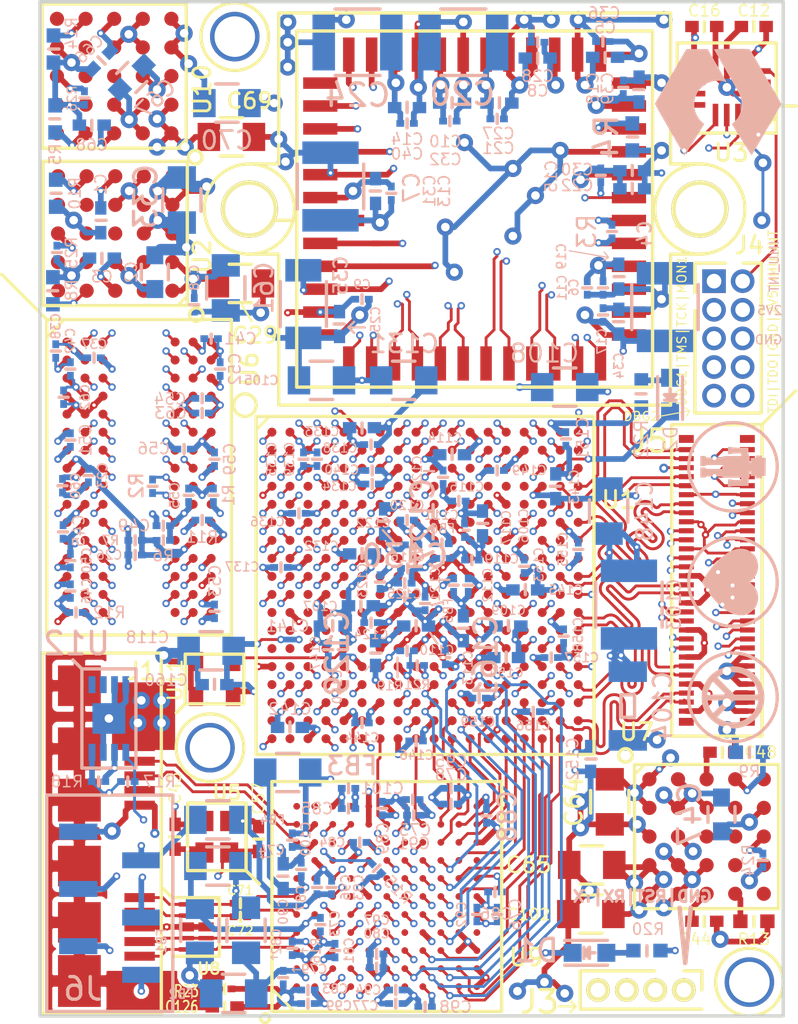
<source format=kicad_pcb>
(kicad_pcb (version 4) (host pcbnew 0.201602091416+6545~42~ubuntu14.04.1-product)
  (layers (0 F.Cu signal) (1 In1.Cu power hide) (2 In2.Cu signal hide) (3 In3.Cu signal hide) (4 In4.Cu power hide) (5 In5.Cu signal hide) (6 In6.Cu power hide) (7 In7.Cu power hide) (8 In8.Cu power hide) (31 B.Cu signal) (34 B.Paste user hide) (35 F.Paste user hide) (36 B.SilkS user hide) (37 F.SilkS user hide) (38 B.Mask user hide) (39 F.Mask user hide) (44 Edge.Cuts user))
  (net 0 "")
  (net 1 "Net-(C1-Pad1)")
  (net 2 GND)
  (net 3 +5V)
  (net 4 "Net-(C3-Pad1)")
  (net 5 +3V3)
  (net 6 +1V8)
  (net 7 DDR_VREF)
  (net 8 DDR_VDD)
  (net 9 "Net-(C43-Pad1)")
  (net 10 "Net-(C44-Pad1)")
  (net 11 "Net-(C48-Pad1)")
  (net 12 "Net-(C57-Pad1)")
  (net 13 +2V5)
  (net 14 "Net-(C66-Pad1)")
  (net 15 "Net-(C68-Pad1)")
  (net 16 SS_TX-)
  (net 17 /Sheet56A15E50/USB_SS_TX-)
  (net 18 SS_TX+)
  (net 19 /Sheet56A15E50/USB_SS_TX+)
  (net 20 /Sheet56A15E50/VDDTX)
  (net 21 +1V2)
  (net 22 /Sheet56A15E50/VDDRX)
  (net 23 /Sheet56A15E50/AVDDQ)
  (net 24 /Sheet56A15E50/CVDDQ)
  (net 25 USB_HS_D+)
  (net 26 USB_HS_D-)
  (net 27 SS_RX-)
  (net 28 SS_RX+)
  (net 29 DDR_CKE)
  (net 30 DDR_CLK+)
  (net 31 DDR_CLK-)
  (net 32 CAM_CLK_IN-)
  (net 33 CAM_CLK_IN+)
  (net 34 "Net-(R4-Pad1)")
  (net 35 "Net-(R5-Pad1)")
  (net 36 "Net-(R8-Pad1)")
  (net 37 "Net-(R9-Pad1)")
  (net 38 "Net-(R10-Pad1)")
  (net 39 "Net-(R11-Pad1)")
  (net 40 DDR_RST#)
  (net 41 "Net-(R13-Pad1)")
  (net 42 "Net-(R14-Pad1)")
  (net 43 "Net-(R15-Pad1)")
  (net 44 "Net-(R16-Pad1)")
  (net 45 "Net-(U1-PadD3)")
  (net 46 "Net-(U1-PadE3)")
  (net 47 "Net-(U1-PadK6)")
  (net 48 "Net-(U1-PadD12)")
  (net 49 "Net-(U1-PadD13)")
  (net 50 "Net-(U1-PadF13)")
  (net 51 "Net-(U1-PadG13)")
  (net 52 "Net-(U1-PadJ13)")
  (net 53 "Net-(U1-PadK13)")
  (net 54 "Net-(U1-PadC14)")
  (net 55 "Net-(U1-PadD14)")
  (net 56 "Net-(U1-PadJ14)")
  (net 57 "Net-(U1-PadC15)")
  (net 58 "Net-(U1-PadD15)")
  (net 59 "Net-(U1-PadH15)")
  (net 60 "Net-(U1-PadJ15)")
  (net 61 "Net-(U1-PadK15)")
  (net 62 "Net-(U1-PadK16)")
  (net 63 "Net-(U1-PadG17)")
  (net 64 "Net-(U1-PadH17)")
  (net 65 "Net-(U1-PadK17)")
  (net 66 "Net-(U2-PadC3)")
  (net 67 "Net-(U2-PadB4)")
  (net 68 "Net-(U2-PadC4)")
  (net 69 "Net-(U2-PadD4)")
  (net 70 "Net-(U2-PadA5)")
  (net 71 "Net-(U2-PadE5)")
  (net 72 SPI_MISO)
  (net 73 IMU_INT1)
  (net 74 "Net-(U3-Pad11)")
  (net 75 "Net-(U3-Pad10)")
  (net 76 IMU_INT2)
  (net 77 SPI_SCK)
  (net 78 SPI_MOSI)
  (net 79 IMU_SS#)
  (net 80 CAM_SYNC+)
  (net 81 CAM_SS#)
  (net 82 CAM_RST#)
  (net 83 CAM_monitor1)
  (net 84 CAM_monitor0)
  (net 85 CAM_trigger2)
  (net 86 CAM_trigger1)
  (net 87 CAM_trigger0)
  (net 88 CAM_CLK_PLL)
  (net 89 CAM_SYNC-)
  (net 90 CAM_DOUT3+)
  (net 91 CAM_DOUT3-)
  (net 92 CAM_DOUT2+)
  (net 93 CAM_DOUT2-)
  (net 94 CAM_DOUT1+)
  (net 95 CAM_DOUT1-)
  (net 96 CAM_DOUT0+)
  (net 97 CAM_DOUT0-)
  (net 98 CAM_CLK_OUT+)
  (net 99 CAM_CLK_OUT-)
  (net 100 "Net-(U6-PadJ1)")
  (net 101 DDR_ODT)
  (net 102 "Net-(U6-PadL1)")
  (net 103 DDR_DQU5)
  (net 104 DDR_DQU3)
  (net 105 DDR_DQL2)
  (net 106 DDR_DQL6)
  (net 107 DDR_BA0)
  (net 108 DDR_A3)
  (net 109 DDR_A5)
  (net 110 DDR_A7)
  (net 111 DDR_DQU7)
  (net 112 DDR_DQU1)
  (net 113 DDR_DQL0)
  (net 114 DDR_DQSL+)
  (net 115 DDR_DQSL-)
  (net 116 DDR_DQL4)
  (net 117 DDR_RAS#)
  (net 118 DDR_CAS#)
  (net 119 DDR_WE#)
  (net 120 DDR_BA2)
  (net 121 DDR_A0)
  (net 122 DDR_A2)
  (net 123 DDR_A9)
  (net 124 DDR_A13)
  (net 125 DDR_DQU4)
  (net 126 DDR_DQSU-)
  (net 127 DDR_DQSU+)
  (net 128 DDR_DQU0)
  (net 129 DDR_DQL1)
  (net 130 DDR_DQL7)
  (net 131 DDR_A10)
  (net 132 "Net-(U6-PadM7)")
  (net 133 DDR_A12)
  (net 134 DDR_A1)
  (net 135 DDR_A11)
  (net 136 "Net-(U6-PadT7)")
  (net 137 DDR_DQU6)
  (net 138 DDR_DQU2)
  (net 139 DDR_DQL3)
  (net 140 DDR_DQL5)
  (net 141 DDR_BA1)
  (net 142 DDR_A4)
  (net 143 DDR_A6)
  (net 144 DDR_A8)
  (net 145 "Net-(U6-PadJ9)")
  (net 146 "Net-(U6-PadL9)")
  (net 147 "Net-(U7-PadC3)")
  (net 148 "Net-(U7-PadB4)")
  (net 149 "Net-(U7-PadC4)")
  (net 150 "Net-(U7-PadD4)")
  (net 151 "Net-(U7-PadA5)")
  (net 152 "Net-(U7-PadE5)")
  (net 153 FPGA_SS_DIN)
  (net 154 FX3_DQ29)
  (net 155 FX3_DQ21)
  (net 156 FX3_DQ18)
  (net 157 FX3_UART_TX)
  (net 158 FPGA_SS_CCLK)
  (net 159 FX3_DQ25)
  (net 160 FX3_DQ22)
  (net 161 FX3_DQ19)
  (net 162 FX3_DQ16)
  (net 163 FPGA_SS_INIT_B)
  (net 164 FX3_DQ27)
  (net 165 FX3_DQ26)
  (net 166 FX3_DQ23)
  (net 167 FX3_DQ20)
  (net 168 FPGA_SS_DONE)
  (net 169 FPGA_SS_PROGRAM_B)
  (net 170 FX3_DQ31)
  (net 171 FX3_DQ24)
  (net 172 "Net-(U9-PadG4)")
  (net 173 FX3_DQ17)
  (net 174 "Net-(U9-PadL4)")
  (net 175 FX3_RST#)
  (net 176 FX3_UART_RX)
  (net 177 FX3_DQ30)
  (net 178 FX3_DQ28)
  (net 179 FX3_FLAGD)
  (net 180 FX3_A0)
  (net 181 FX3_A1)
  (net 182 "Net-(U9-PadK5)")
  (net 183 "Net-(U9-PadD6)")
  (net 184 FX3_JTAG_TCK)
  (net 185 FX3_FLAGB)
  (net 186 FX3_LED1)
  (net 187 Artix_FX3_CLK)
  (net 188 FX3_FLAGC)
  (net 189 "Net-(U9-PadD7)")
  (net 190 FX3_JTAG_TDI)
  (net 191 FX3_DQ2)
  (net 192 FX3_FLAGA)
  (net 193 FX3_SLRD#)
  (net 194 FX3_SLOE#)
  (net 195 FX3_SLWR#)
  (net 196 FX3_JTAG_TMS)
  (net 197 FX3_DQ5)
  (net 198 FX3_DQ15)
  (net 199 FX3_PKT_END#)
  (net 200 FX3_DQ14)
  (net 201 FX3_SLCS#)
  (net 202 "Net-(U9-PadL8)")
  (net 203 "Net-(U9-PadC9)")
  (net 204 FX3_DQ1)
  (net 205 FX3_DQ4)
  (net 206 FX3_DQ7)
  (net 207 FX3_DQ9)
  (net 208 FX3_DQ13)
  (net 209 FX3_JTAG_TDO)
  (net 210 FX3_DQ0)
  (net 211 FX3_DQ3)
  (net 212 FX3_DQ6)
  (net 213 FX3_DQ8)
  (net 214 FX3_DQ12)
  (net 215 FX3_DQ11)
  (net 216 "Net-(U9-PadA11)")
  (net 217 FX3_JTAG_TRST)
  (net 218 "Net-(U9-PadD11)")
  (net 219 FX3_DQ10)
  (net 220 "Net-(U10-PadC3)")
  (net 221 "Net-(U10-PadB4)")
  (net 222 "Net-(U10-PadC4)")
  (net 223 "Net-(U10-PadD4)")
  (net 224 "Net-(U10-PadA5)")
  (net 225 "Net-(U10-PadE5)")
  (net 226 FPGA_CLK)
  (net 227 +1V0)
  (net 228 "Net-(C116-Pad1)")
  (net 229 /Sheet56A15EBD/GND_ADC)
  (net 230 FPGA_JTAG_TDI)
  (net 231 FPGA_JTAG_TDO)
  (net 232 FPGA_JTAG_TMS)
  (net 233 FPGA_JTAG_TCK)
  (net 234 FLASH_SDA)
  (net 235 FLASH_SCL)
  (net 236 "Net-(U12-Pad1)")
  (net 237 "Net-(U12-Pad2)")
  (net 238 P_LVDS1-)
  (net 239 P_LVDS1+)
  (net 240 P_LVDS2-)
  (net 241 P_LVDS2+)
  (net 242 P_LVDS3-)
  (net 243 P_LVDS3+)
  (net 244 P_LVDS4-)
  (net 245 P_LVDS4+)
  (net 246 P_LVDS5-)
  (net 247 P_LVDS5+)
  (net 248 P_LVDS6-)
  (net 249 P_LVDS6+)
  (net 250 P_LVDS7-)
  (net 251 P_LVDS7+)
  (net 252 P_LVDS8-)
  (net 253 P_LVDS8+)
  (net 254 P_LVDS9-)
  (net 255 P_LVDS9+)
  (net 256 P_LVDS10-)
  (net 257 P_LVDS10+)
  (net 258 P_LVDS11-)
  (net 259 P_LVDS11+)
  (net 260 P_LVDS12-)
  (net 261 P_LVDS12+)
  (net 262 "Net-(U1-PadB12)")
  (net 263 "Net-(U1-PadC12)")
  (net 264 "Net-(U1-PadE15)")
  (net 265 "Net-(U1-PadE16)")
  (net 266 P_LVDS13-)
  (net 267 P_LVDS13+)
  (net 268 P_LVDS14-)
  (net 269 P_LVDS14+)
  (net 270 "Net-(U1-PadN17)")
  (net 271 "Net-(U1-PadR13)")
  (net 272 "Net-(U1-PadL1)")
  (net 273 "Net-(U1-PadM1)")
  (net 274 "Net-(U1-PadN1)")
  (net 275 "Net-(U1-PadR1)")
  (net 276 "Net-(U1-PadM2)")
  (net 277 "Net-(U1-PadN2)")
  (net 278 "Net-(U1-PadM3)")
  (net 279 "Net-(U1-PadK3)")
  (net 280 "Net-(U1-PadL3)")
  (net 281 "Net-(U1-PadL4)")
  (net 282 "Net-(U1-PadK5)")
  (net 283 "Net-(U1-PadL5)")
  (net 284 "Net-(U1-PadL6)")
  (net 285 "Net-(U1-PadM4)")
  (net 286 "Net-(U1-PadN4)")
  (net 287 "Net-(U1-PadM6)")
  (net 288 "Net-(U1-PadN6)")
  (net 289 "Net-(U1-PadR7)")
  (net 290 "Net-(U1-PadU1)")
  (net 291 FPGA_SS_DOUT)
  (net 292 "Net-(U1-PadU2)")
  (net 293 "Net-(U1-PadV2)")
  (net 294 "Net-(U1-PadC5)")
  (net 295 "Net-(U1-PadC6)")
  (net 296 "Net-(U1-PadN14)")
  (net 297 "Net-(U1-PadP2)")
  (net 298 "Net-(U1-PadU3)")
  (net 299 FX3_LED/DEBUG)
  (net 300 "Net-(U1-PadT1)")
  (net 301 "Net-(U1-PadV5)")
  (net 302 "Net-(U1-PadU7)")
  (net 303 "Net-(U1-PadU8)")
  (net 304 "Net-(U1-PadF5)")
  (net 305 "Net-(U1-PadM16)")
  (net 306 "Net-(U1-PadM17)")
  (net 307 "Net-(U1-PadM14)")
  (net 308 "Net-(U1-PadT6)")
  (net 309 FPGADebug1)
  (net 310 FPGADebug2)
  (net 311 "Net-(J1-Pad4)")
  (net 312 "Net-(D1-Pad2)")
  (net 313 "Net-(D2-Pad2)")
  (net 314 FPGA_LED)
  (net 315 "Net-(C126-Pad1)")
  (net 316 "Net-(U1-PadP4)")
  (net 317 "Net-(R24-Pad1)")
  (net 318 "Net-(R25-Pad1)")
  (net 319 "Net-(R26-Pad1)")
  (module Dipoles_SMD:C_0201 (layer B.Cu) (at 32.2 192.5 180)
    (fp_text reference C86 (at -0.05 -0.975 180) (layer B.SilkS) (effects (font (size 0.5 0.5) (thickness 0.07)) (justify mirror)))
    (fp_text value 100n)
    (pad 1 smd rect (at -0.3 0 180) (size 0.35 0.3) (layers B.Cu B.Paste B.Mask) (net 21 +1V2))
    (pad 2 smd rect (at 0.3 0 180) (size 0.35 0.3) (layers B.Cu B.Paste B.Mask) (net 2 GND))
  )
  (module Mounting:MountingHoleM1.6 (layer F.Cu) (at 19.55 186.1)
    (fp_text reference REF** hide)
    (fp_text value MountingHoleM1.6)
    (pad MNT thru_hole circle (at 0 0) (size 2.2 2.2) (drill 1.8) (layers *.Cu *.Mask))
  )
  (module Mounting:MountingHoleM1.6 (layer F.Cu) (at 20.65 154.55)
    (fp_text reference REF** hide)
    (fp_text value MountingHoleM1.6)
    (pad MNT thru_hole circle (at 0 0) (size 2.2 2.2) (drill 1.8) (layers *.Cu *.Mask))
  )
  (module BGA:BGA324C80P18X18_1500X1500X150 (layer F.Cu) (at 29.1 178.9)
    (fp_text reference U1 (at 8.6 -3.8) (layer F.SilkS) (effects (font (size 0.762 0.762) (thickness 0.127))))
    (fp_text value xc7a100tcsg324pkg)
    (pad A1 smd circle (at -6.8 -6.8) (size 0.4 0.4) (layers F.Cu F.Paste F.Mask) (net 126 DDR_DQSU-))
    (pad B1 smd circle (at -6.8 -6) (size 0.4 0.4) (layers F.Cu F.Paste F.Mask) (net 127 DDR_DQSU+))
    (pad C1 smd circle (at -6.8 -5.2) (size 0.4 0.4) (layers F.Cu F.Paste F.Mask) (net 118 DDR_CAS#))
    (pad D1 smd circle (at -6.8 -4.4) (size 0.4 0.4) (layers F.Cu F.Paste F.Mask) (net 2 GND))
    (pad E1 smd circle (at -6.8 -3.6) (size 0.4 0.4) (layers F.Cu F.Paste F.Mask) (net 107 DDR_BA0))
    (pad F1 smd circle (at -6.8 -2.8) (size 0.4 0.4) (layers F.Cu F.Paste F.Mask) (net 120 DDR_BA2))
    (pad G1 smd circle (at -6.8 -2) (size 0.4 0.4) (layers F.Cu F.Paste F.Mask) (net 141 DDR_BA1))
    (pad H1 smd circle (at -6.8 -1.2) (size 0.4 0.4) (layers F.Cu F.Paste F.Mask) (net 29 DDR_CKE))
    (pad J1 smd circle (at -6.8 -0.4) (size 0.4 0.4) (layers F.Cu F.Paste F.Mask) (net 8 DDR_VDD))
    (pad K1 smd circle (at -6.8 0.4) (size 0.4 0.4) (layers F.Cu F.Paste F.Mask) (net 110 DDR_A7))
    (pad L1 smd circle (at -6.8 1.2) (size 0.4 0.4) (layers F.Cu F.Paste F.Mask) (net 272 "Net-(U1-PadL1)"))
    (pad M1 smd circle (at -6.8 2) (size 0.4 0.4) (layers F.Cu F.Paste F.Mask) (net 273 "Net-(U1-PadM1)"))
    (pad N1 smd circle (at -6.8 2.8) (size 0.4 0.4) (layers F.Cu F.Paste F.Mask) (net 274 "Net-(U1-PadN1)"))
    (pad P1 smd circle (at -6.8 3.6) (size 0.4 0.4) (layers F.Cu F.Paste F.Mask) (net 2 GND))
    (pad R1 smd circle (at -6.8 4.4) (size 0.4 0.4) (layers F.Cu F.Paste F.Mask) (net 275 "Net-(U1-PadR1)"))
    (pad T1 smd circle (at -6.8 5.2) (size 0.4 0.4) (layers F.Cu F.Paste F.Mask) (net 300 "Net-(U1-PadT1)"))
    (pad U1 smd circle (at -6.8 6) (size 0.4 0.4) (layers F.Cu F.Paste F.Mask) (net 290 "Net-(U1-PadU1)"))
    (pad V1 smd circle (at -6.8 6.8) (size 0.4 0.4) (layers F.Cu F.Paste F.Mask) (net 177 FX3_DQ30))
    (pad A2 smd circle (at -6 -6.8) (size 0.4 0.4) (layers F.Cu F.Paste F.Mask) (net 2 GND))
    (pad B2 smd circle (at -6 -6) (size 0.4 0.4) (layers F.Cu F.Paste F.Mask) (net 128 DDR_DQU0))
    (pad C2 smd circle (at -6 -5.2) (size 0.4 0.4) (layers F.Cu F.Paste F.Mask) (net 117 DDR_RAS#))
    (pad D2 smd circle (at -6 -4.4) (size 0.4 0.4) (layers F.Cu F.Paste F.Mask) (net 119 DDR_WE#))
    (pad E2 smd circle (at -6 -3.6) (size 0.4 0.4) (layers F.Cu F.Paste F.Mask) (net 101 DDR_ODT))
    (pad F2 smd circle (at -6 -2.8) (size 0.4 0.4) (layers F.Cu F.Paste F.Mask) (net 8 DDR_VDD))
    (pad G2 smd circle (at -6 -2) (size 0.4 0.4) (layers F.Cu F.Paste F.Mask) (net 121 DDR_A0))
    (pad H2 smd circle (at -6 -1.2) (size 0.4 0.4) (layers F.Cu F.Paste F.Mask) (net 108 DDR_A3))
    (pad J2 smd circle (at -6 -0.4) (size 0.4 0.4) (layers F.Cu F.Paste F.Mask) (net 109 DDR_A5))
    (pad K2 smd circle (at -6 0.4) (size 0.4 0.4) (layers F.Cu F.Paste F.Mask) (net 124 DDR_A13))
    (pad L2 smd circle (at -6 1.2) (size 0.4 0.4) (layers F.Cu F.Paste F.Mask) (net 2 GND))
    (pad M2 smd circle (at -6 2) (size 0.4 0.4) (layers F.Cu F.Paste F.Mask) (net 276 "Net-(U1-PadM2)"))
    (pad N2 smd circle (at -6 2.8) (size 0.4 0.4) (layers F.Cu F.Paste F.Mask) (net 277 "Net-(U1-PadN2)"))
    (pad P2 smd circle (at -6 3.6) (size 0.4 0.4) (layers F.Cu F.Paste F.Mask) (net 297 "Net-(U1-PadP2)"))
    (pad R2 smd circle (at -6 4.4) (size 0.4 0.4) (layers F.Cu F.Paste F.Mask) (net 191 FX3_DQ2))
    (pad T2 smd circle (at -6 5.2) (size 0.4 0.4) (layers F.Cu F.Paste F.Mask) (net 13 +2V5))
    (pad U2 smd circle (at -6 6) (size 0.4 0.4) (layers F.Cu F.Paste F.Mask) (net 292 "Net-(U1-PadU2)"))
    (pad V2 smd circle (at -6 6.8) (size 0.4 0.4) (layers F.Cu F.Paste F.Mask) (net 293 "Net-(U1-PadV2)"))
    (pad A3 smd circle (at -5.2 -6.8) (size 0.4 0.4) (layers F.Cu F.Paste F.Mask) (net 137 DDR_DQU6))
    (pad B3 smd circle (at -5.2 -6) (size 0.4 0.4) (layers F.Cu F.Paste F.Mask) (net 138 DDR_DQU2))
    (pad C3 smd circle (at -5.2 -5.2) (size 0.4 0.4) (layers F.Cu F.Paste F.Mask) (net 8 DDR_VDD))
    (pad D3 smd circle (at -5.2 -4.4) (size 0.4 0.4) (layers F.Cu F.Paste F.Mask) (net 45 "Net-(U1-PadD3)"))
    (pad E3 smd circle (at -5.2 -3.6) (size 0.4 0.4) (layers F.Cu F.Paste F.Mask) (net 46 "Net-(U1-PadE3)"))
    (pad F3 smd circle (at -5.2 -2.8) (size 0.4 0.4) (layers F.Cu F.Paste F.Mask) (net 31 DDR_CLK-))
    (pad G3 smd circle (at -5.2 -2) (size 0.4 0.4) (layers F.Cu F.Paste F.Mask) (net 122 DDR_A2))
    (pad H3 smd circle (at -5.2 -1.2) (size 0.4 0.4) (layers F.Cu F.Paste F.Mask) (net 2 GND))
    (pad J3 smd circle (at -5.2 -0.4) (size 0.4 0.4) (layers F.Cu F.Paste F.Mask) (net 123 DDR_A9))
    (pad K3 smd circle (at -5.2 0.4) (size 0.4 0.4) (layers F.Cu F.Paste F.Mask) (net 279 "Net-(U1-PadK3)"))
    (pad L3 smd circle (at -5.2 1.2) (size 0.4 0.4) (layers F.Cu F.Paste F.Mask) (net 280 "Net-(U1-PadL3)"))
    (pad M3 smd circle (at -5.2 2) (size 0.4 0.4) (layers F.Cu F.Paste F.Mask) (net 278 "Net-(U1-PadM3)"))
    (pad N3 smd circle (at -5.2 2.8) (size 0.4 0.4) (layers F.Cu F.Paste F.Mask) (net 13 +2V5))
    (pad P3 smd circle (at -5.2 3.6) (size 0.4 0.4) (layers F.Cu F.Paste F.Mask) (net 187 Artix_FX3_CLK))
    (pad R3 smd circle (at -5.2 4.4) (size 0.4 0.4) (layers F.Cu F.Paste F.Mask) (net 204 FX3_DQ1))
    (pad T3 smd circle (at -5.2 5.2) (size 0.4 0.4) (layers F.Cu F.Paste F.Mask) (net 197 FX3_DQ5))
    (pad U3 smd circle (at -5.2 6) (size 0.4 0.4) (layers F.Cu F.Paste F.Mask) (net 298 "Net-(U1-PadU3)"))
    (pad V3 smd circle (at -5.2 6.8) (size 0.4 0.4) (layers F.Cu F.Paste F.Mask) (net 2 GND))
    (pad A4 smd circle (at -4.4 -6.8) (size 0.4 0.4) (layers F.Cu F.Paste F.Mask) (net 111 DDR_DQU7))
    (pad B4 smd circle (at -4.4 -6) (size 0.4 0.4) (layers F.Cu F.Paste F.Mask) (net 125 DDR_DQU4))
    (pad C4 smd circle (at -4.4 -5.2) (size 0.4 0.4) (layers F.Cu F.Paste F.Mask) (net 103 DDR_DQU5))
    (pad D4 smd circle (at -4.4 -4.4) (size 0.4 0.4) (layers F.Cu F.Paste F.Mask) (net 112 DDR_DQU1))
    (pad E4 smd circle (at -4.4 -3.6) (size 0.4 0.4) (layers F.Cu F.Paste F.Mask) (net 2 GND))
    (pad F4 smd circle (at -4.4 -2.8) (size 0.4 0.4) (layers F.Cu F.Paste F.Mask) (net 30 DDR_CLK+))
    (pad G4 smd circle (at -4.4 -2) (size 0.4 0.4) (layers F.Cu F.Paste F.Mask) (net 133 DDR_A12))
    (pad H4 smd circle (at -4.4 -1.2) (size 0.4 0.4) (layers F.Cu F.Paste F.Mask) (net 135 DDR_A11))
    (pad J4 smd circle (at -4.4 -0.4) (size 0.4 0.4) (layers F.Cu F.Paste F.Mask) (net 142 DDR_A4))
    (pad K4 smd circle (at -4.4 0.4) (size 0.4 0.4) (layers F.Cu F.Paste F.Mask) (net 13 +2V5))
    (pad L4 smd circle (at -4.4 1.2) (size 0.4 0.4) (layers F.Cu F.Paste F.Mask) (net 281 "Net-(U1-PadL4)"))
    (pad M4 smd circle (at -4.4 2) (size 0.4 0.4) (layers F.Cu F.Paste F.Mask) (net 285 "Net-(U1-PadM4)"))
    (pad N4 smd circle (at -4.4 2.8) (size 0.4 0.4) (layers F.Cu F.Paste F.Mask) (net 286 "Net-(U1-PadN4)"))
    (pad P4 smd circle (at -4.4 3.6) (size 0.4 0.4) (layers F.Cu F.Paste F.Mask) (net 316 "Net-(U1-PadP4)"))
    (pad R4 smd circle (at -4.4 4.4) (size 0.4 0.4) (layers F.Cu F.Paste F.Mask) (net 2 GND))
    (pad T4 smd circle (at -4.4 5.2) (size 0.4 0.4) (layers F.Cu F.Paste F.Mask) (net 205 FX3_DQ4))
    (pad U4 smd circle (at -4.4 6) (size 0.4 0.4) (layers F.Cu F.Paste F.Mask) (net 178 FX3_DQ28))
    (pad V4 smd circle (at -4.4 6.8) (size 0.4 0.4) (layers F.Cu F.Paste F.Mask) (net 211 FX3_DQ3))
    (pad A5 smd circle (at -3.6 -6.8) (size 0.4 0.4) (layers F.Cu F.Paste F.Mask) (net 115 DDR_DQSL-))
    (pad B5 smd circle (at -3.6 -6) (size 0.4 0.4) (layers F.Cu F.Paste F.Mask) (net 2 GND))
    (pad C5 smd circle (at -3.6 -5.2) (size 0.4 0.4) (layers F.Cu F.Paste F.Mask) (net 294 "Net-(U1-PadC5)"))
    (pad D5 smd circle (at -3.6 -4.4) (size 0.4 0.4) (layers F.Cu F.Paste F.Mask) (net 104 DDR_DQU3))
    (pad E5 smd circle (at -3.6 -3.6) (size 0.4 0.4) (layers F.Cu F.Paste F.Mask) (net 116 DDR_DQL4))
    (pad F5 smd circle (at -3.6 -2.8) (size 0.4 0.4) (layers F.Cu F.Paste F.Mask) (net 304 "Net-(U1-PadF5)"))
    (pad G5 smd circle (at -3.6 -2) (size 0.4 0.4) (layers F.Cu F.Paste F.Mask) (net 8 DDR_VDD))
    (pad H5 smd circle (at -3.6 -1.2) (size 0.4 0.4) (layers F.Cu F.Paste F.Mask) (net 134 DDR_A1))
    (pad J5 smd circle (at -3.6 -0.4) (size 0.4 0.4) (layers F.Cu F.Paste F.Mask) (net 40 DDR_RST#))
    (pad K5 smd circle (at -3.6 0.4) (size 0.4 0.4) (layers F.Cu F.Paste F.Mask) (net 282 "Net-(U1-PadK5)"))
    (pad L5 smd circle (at -3.6 1.2) (size 0.4 0.4) (layers F.Cu F.Paste F.Mask) (net 283 "Net-(U1-PadL5)"))
    (pad M5 smd circle (at -3.6 2) (size 0.4 0.4) (layers F.Cu F.Paste F.Mask) (net 2 GND))
    (pad N5 smd circle (at -3.6 2.8) (size 0.4 0.4) (layers F.Cu F.Paste F.Mask) (net 226 FPGA_CLK))
    (pad P5 smd circle (at -3.6 3.6) (size 0.4 0.4) (layers F.Cu F.Paste F.Mask) (net 171 FX3_DQ24))
    (pad R5 smd circle (at -3.6 4.4) (size 0.4 0.4) (layers F.Cu F.Paste F.Mask) (net 199 FX3_PKT_END#))
    (pad T5 smd circle (at -3.6 5.2) (size 0.4 0.4) (layers F.Cu F.Paste F.Mask) (net 198 FX3_DQ15))
    (pad U5 smd circle (at -3.6 6) (size 0.4 0.4) (layers F.Cu F.Paste F.Mask) (net 13 +2V5))
    (pad V5 smd circle (at -3.6 6.8) (size 0.4 0.4) (layers F.Cu F.Paste F.Mask) (net 301 "Net-(U1-PadV5)"))
    (pad A6 smd circle (at -2.8 -6.8) (size 0.4 0.4) (layers F.Cu F.Paste F.Mask) (net 114 DDR_DQSL+))
    (pad B6 smd circle (at -2.8 -6) (size 0.4 0.4) (layers F.Cu F.Paste F.Mask) (net 139 DDR_DQL3))
    (pad C6 smd circle (at -2.8 -5.2) (size 0.4 0.4) (layers F.Cu F.Paste F.Mask) (net 295 "Net-(U1-PadC6)"))
    (pad D6 smd circle (at -2.8 -4.4) (size 0.4 0.4) (layers F.Cu F.Paste F.Mask) (net 8 DDR_VDD))
    (pad E6 smd circle (at -2.8 -3.6) (size 0.4 0.4) (layers F.Cu F.Paste F.Mask) (net 106 DDR_DQL6))
    (pad F6 smd circle (at -2.8 -2.8) (size 0.4 0.4) (layers F.Cu F.Paste F.Mask) (net 131 DDR_A10))
    (pad G6 smd circle (at -2.8 -2) (size 0.4 0.4) (layers F.Cu F.Paste F.Mask) (net 143 DDR_A6))
    (pad H6 smd circle (at -2.8 -1.2) (size 0.4 0.4) (layers F.Cu F.Paste F.Mask) (net 144 DDR_A8))
    (pad J6 smd circle (at -2.8 -0.4) (size 0.4 0.4) (layers F.Cu F.Paste F.Mask) (net 2 GND))
    (pad K6 smd circle (at -2.8 0.4) (size 0.4 0.4) (layers F.Cu F.Paste F.Mask) (net 47 "Net-(U1-PadK6)"))
    (pad L6 smd circle (at -2.8 1.2) (size 0.4 0.4) (layers F.Cu F.Paste F.Mask) (net 284 "Net-(U1-PadL6)"))
    (pad M6 smd circle (at -2.8 2) (size 0.4 0.4) (layers F.Cu F.Paste F.Mask) (net 287 "Net-(U1-PadM6)"))
    (pad N6 smd circle (at -2.8 2.8) (size 0.4 0.4) (layers F.Cu F.Paste F.Mask) (net 288 "Net-(U1-PadN6)"))
    (pad P6 smd circle (at -2.8 3.6) (size 0.4 0.4) (layers F.Cu F.Paste F.Mask) (net 13 +2V5))
    (pad R6 smd circle (at -2.8 4.4) (size 0.4 0.4) (layers F.Cu F.Paste F.Mask) (net 193 FX3_SLRD#))
    (pad T6 smd circle (at -2.8 5.2) (size 0.4 0.4) (layers F.Cu F.Paste F.Mask) (net 308 "Net-(U1-PadT6)"))
    (pad U6 smd circle (at -2.8 6) (size 0.4 0.4) (layers F.Cu F.Paste F.Mask) (net 206 FX3_DQ7))
    (pad V6 smd circle (at -2.8 6.8) (size 0.4 0.4) (layers F.Cu F.Paste F.Mask) (net 192 FX3_FLAGA))
    (pad A7 smd circle (at -2 -6.8) (size 0.4 0.4) (layers F.Cu F.Paste F.Mask) (net 8 DDR_VDD))
    (pad B7 smd circle (at -2 -6) (size 0.4 0.4) (layers F.Cu F.Paste F.Mask) (net 113 DDR_DQL0))
    (pad C7 smd circle (at -2 -5.2) (size 0.4 0.4) (layers F.Cu F.Paste F.Mask) (net 105 DDR_DQL2))
    (pad D7 smd circle (at -2 -4.4) (size 0.4 0.4) (layers F.Cu F.Paste F.Mask) (net 140 DDR_DQL5))
    (pad E7 smd circle (at -2 -3.6) (size 0.4 0.4) (layers F.Cu F.Paste F.Mask) (net 130 DDR_DQL7))
    (pad F7 smd circle (at -2 -2.8) (size 0.4 0.4) (layers F.Cu F.Paste F.Mask) (net 2 GND))
    (pad G7 smd circle (at -2 -2) (size 0.4 0.4) (layers F.Cu F.Paste F.Mask) (net 227 +1V0))
    (pad H7 smd circle (at -2 -1.2) (size 0.4 0.4) (layers F.Cu F.Paste F.Mask) (net 2 GND))
    (pad J7 smd circle (at -2 -0.4) (size 0.4 0.4) (layers F.Cu F.Paste F.Mask) (net 227 +1V0))
    (pad K7 smd circle (at -2 0.4) (size 0.4 0.4) (layers F.Cu F.Paste F.Mask) (net 2 GND))
    (pad L7 smd circle (at -2 1.2) (size 0.4 0.4) (layers F.Cu F.Paste F.Mask) (net 227 +1V0))
    (pad M7 smd circle (at -2 2) (size 0.4 0.4) (layers F.Cu F.Paste F.Mask) (net 2 GND))
    (pad N7 smd circle (at -2 2.8) (size 0.4 0.4) (layers F.Cu F.Paste F.Mask) (net 227 +1V0))
    (pad P7 smd circle (at -2 3.6) (size 0.4 0.4) (layers F.Cu F.Paste F.Mask) (net 163 FPGA_SS_INIT_B))
    (pad R7 smd circle (at -2 4.4) (size 0.4 0.4) (layers F.Cu F.Paste F.Mask) (net 289 "Net-(U1-PadR7)"))
    (pad T7 smd circle (at -2 5.2) (size 0.4 0.4) (layers F.Cu F.Paste F.Mask) (net 2 GND))
    (pad U7 smd circle (at -2 6) (size 0.4 0.4) (layers F.Cu F.Paste F.Mask) (net 302 "Net-(U1-PadU7)"))
    (pad V7 smd circle (at -2 6.8) (size 0.4 0.4) (layers F.Cu F.Paste F.Mask) (net 210 FX3_DQ0))
    (pad A8 smd circle (at -1.2 -6.8) (size 0.4 0.4) (layers F.Cu F.Paste F.Mask) (net 81 CAM_SS#))
    (pad B8 smd circle (at -1.2 -6) (size 0.4 0.4) (layers F.Cu F.Paste F.Mask) (net 77 SPI_SCK))
    (pad C8 smd circle (at -1.2 -5.2) (size 0.4 0.4) (layers F.Cu F.Paste F.Mask) (net 2 GND))
    (pad D8 smd circle (at -1.2 -4.4) (size 0.4 0.4) (layers F.Cu F.Paste F.Mask) (net 129 DDR_DQL1))
    (pad E8 smd circle (at -1.2 -3.6) (size 0.4 0.4) (layers F.Cu F.Paste F.Mask) (net 2 GND))
    (pad F8 smd circle (at -1.2 -2.8) (size 0.4 0.4) (layers F.Cu F.Paste F.Mask) (net 227 +1V0))
    (pad G8 smd circle (at -1.2 -2) (size 0.4 0.4) (layers F.Cu F.Paste F.Mask) (net 2 GND))
    (pad H8 smd circle (at -1.2 -1.2) (size 0.4 0.4) (layers F.Cu F.Paste F.Mask) (net 227 +1V0))
    (pad J8 smd circle (at -1.2 -0.4) (size 0.4 0.4) (layers F.Cu F.Paste F.Mask) (net 2 GND))
    (pad K8 smd circle (at -1.2 0.4) (size 0.4 0.4) (layers F.Cu F.Paste F.Mask) (net 227 +1V0))
    (pad L8 smd circle (at -1.2 1.2) (size 0.4 0.4) (layers F.Cu F.Paste F.Mask) (net 2 GND))
    (pad M8 smd circle (at -1.2 2) (size 0.4 0.4) (layers F.Cu F.Paste F.Mask) (net 227 +1V0))
    (pad N8 smd circle (at -1.2 2.8) (size 0.4 0.4) (layers F.Cu F.Paste F.Mask) (net 2 GND))
    (pad P8 smd circle (at -1.2 3.6) (size 0.4 0.4) (layers F.Cu F.Paste F.Mask) (net 13 +2V5))
    (pad R8 smd circle (at -1.2 4.4) (size 0.4 0.4) (layers F.Cu F.Paste F.Mask) (net 165 FX3_DQ26))
    (pad T8 smd circle (at -1.2 5.2) (size 0.4 0.4) (layers F.Cu F.Paste F.Mask) (net 179 FX3_FLAGD))
    (pad U8 smd circle (at -1.2 6) (size 0.4 0.4) (layers F.Cu F.Paste F.Mask) (net 303 "Net-(U1-PadU8)"))
    (pad V8 smd circle (at -1.2 6.8) (size 0.4 0.4) (layers F.Cu F.Paste F.Mask) (net 13 +2V5))
    (pad A9 smd circle (at -0.4 -6.8) (size 0.4 0.4) (layers F.Cu F.Paste F.Mask) (net 72 SPI_MISO))
    (pad B9 smd circle (at -0.4 -6) (size 0.4 0.4) (layers F.Cu F.Paste F.Mask) (net 82 CAM_RST#))
    (pad C9 smd circle (at -0.4 -5.2) (size 0.4 0.4) (layers F.Cu F.Paste F.Mask) (net 78 SPI_MOSI))
    (pad D9 smd circle (at -0.4 -4.4) (size 0.4 0.4) (layers F.Cu F.Paste F.Mask) (net 86 CAM_trigger1))
    (pad E9 smd circle (at -0.4 -3.6) (size 0.4 0.4) (layers F.Cu F.Paste F.Mask) (net 158 FPGA_SS_CCLK))
    (pad F9 smd circle (at -0.4 -2.8) (size 0.4 0.4) (layers F.Cu F.Paste F.Mask) (net 2 GND))
    (pad G9 smd circle (at -0.4 -2) (size 0.4 0.4) (layers F.Cu F.Paste F.Mask) (net 227 +1V0))
    (pad H9 smd circle (at -0.4 -1.2) (size 0.4 0.4) (layers F.Cu F.Paste F.Mask) (net 229 /Sheet56A15EBD/GND_ADC))
    (pad J9 smd circle (at -0.4 -0.4) (size 0.4 0.4) (layers F.Cu F.Paste F.Mask) (net 229 /Sheet56A15EBD/GND_ADC))
    (pad K9 smd circle (at -0.4 0.4) (size 0.4 0.4) (layers F.Cu F.Paste F.Mask) (net 2 GND))
    (pad L9 smd circle (at -0.4 1.2) (size 0.4 0.4) (layers F.Cu F.Paste F.Mask) (net 2 GND))
    (pad M9 smd circle (at -0.4 2) (size 0.4 0.4) (layers F.Cu F.Paste F.Mask) (net 2 GND))
    (pad N9 smd circle (at -0.4 2.8) (size 0.4 0.4) (layers F.Cu F.Paste F.Mask) (net 227 +1V0))
    (pad P9 smd circle (at -0.4 3.6) (size 0.4 0.4) (layers F.Cu F.Paste F.Mask) (net 169 FPGA_SS_PROGRAM_B))
    (pad R9 smd circle (at -0.4 4.4) (size 0.4 0.4) (layers F.Cu F.Paste F.Mask) (net 13 +2V5))
    (pad T9 smd circle (at -0.4 5.2) (size 0.4 0.4) (layers F.Cu F.Paste F.Mask) (net 180 FX3_A0))
    (pad U9 smd circle (at -0.4 6) (size 0.4 0.4) (layers F.Cu F.Paste F.Mask) (net 185 FX3_FLAGB))
    (pad V9 smd circle (at -0.4 6.8) (size 0.4 0.4) (layers F.Cu F.Paste F.Mask) (net 212 FX3_DQ6))
    (pad A10 smd circle (at 0.4 -6.8) (size 0.4 0.4) (layers F.Cu F.Paste F.Mask) (net 84 CAM_monitor0))
    (pad B10 smd circle (at 0.4 -6) (size 0.4 0.4) (layers F.Cu F.Paste F.Mask) (net 5 +3V3))
    (pad C10 smd circle (at 0.4 -5.2) (size 0.4 0.4) (layers F.Cu F.Paste F.Mask) (net 88 CAM_CLK_PLL))
    (pad D10 smd circle (at 0.4 -4.4) (size 0.4 0.4) (layers F.Cu F.Paste F.Mask) (net 87 CAM_trigger0))
    (pad E10 smd circle (at 0.4 -3.6) (size 0.4 0.4) (layers F.Cu F.Paste F.Mask) (net 233 FPGA_JTAG_TCK))
    (pad F10 smd circle (at 0.4 -2.8) (size 0.4 0.4) (layers F.Cu F.Paste F.Mask) (net 227 +1V0))
    (pad G10 smd circle (at 0.4 -2) (size 0.4 0.4) (layers F.Cu F.Paste F.Mask) (net 2 GND))
    (pad H10 smd circle (at 0.4 -1.2) (size 0.4 0.4) (layers F.Cu F.Paste F.Mask) (net 228 "Net-(C116-Pad1)"))
    (pad J10 smd circle (at 0.4 -0.4) (size 0.4 0.4) (layers F.Cu F.Paste F.Mask) (net 2 GND))
    (pad K10 smd circle (at 0.4 0.4) (size 0.4 0.4) (layers F.Cu F.Paste F.Mask) (net 229 /Sheet56A15EBD/GND_ADC))
    (pad L10 smd circle (at 0.4 1.2) (size 0.4 0.4) (layers F.Cu F.Paste F.Mask) (net 2 GND))
    (pad M10 smd circle (at 0.4 2) (size 0.4 0.4) (layers F.Cu F.Paste F.Mask) (net 227 +1V0))
    (pad N10 smd circle (at 0.4 2.8) (size 0.4 0.4) (layers F.Cu F.Paste F.Mask) (net 2 GND))
    (pad P10 smd circle (at 0.4 3.6) (size 0.4 0.4) (layers F.Cu F.Paste F.Mask) (net 168 FPGA_SS_DONE))
    (pad R10 smd circle (at 0.4 4.4) (size 0.4 0.4) (layers F.Cu F.Paste F.Mask) (net 194 FX3_SLOE#))
    (pad T10 smd circle (at 0.4 5.2) (size 0.4 0.4) (layers F.Cu F.Paste F.Mask) (net 200 FX3_DQ14))
    (pad U10 smd circle (at 0.4 6) (size 0.4 0.4) (layers F.Cu F.Paste F.Mask) (net 2 GND))
    (pad V10 smd circle (at 0.4 6.8) (size 0.4 0.4) (layers F.Cu F.Paste F.Mask) (net 213 FX3_DQ8))
    (pad A11 smd circle (at 1.2 -6.8) (size 0.4 0.4) (layers F.Cu F.Paste F.Mask) (net 96 CAM_DOUT0+))
    (pad B11 smd circle (at 1.2 -6) (size 0.4 0.4) (layers F.Cu F.Paste F.Mask) (net 97 CAM_DOUT0-))
    (pad C11 smd circle (at 1.2 -5.2) (size 0.4 0.4) (layers F.Cu F.Paste F.Mask) (net 79 IMU_SS#))
    (pad D11 smd circle (at 1.2 -4.4) (size 0.4 0.4) (layers F.Cu F.Paste F.Mask) (net 2 GND))
    (pad E11 smd circle (at 1.2 -3.6) (size 0.4 0.4) (layers F.Cu F.Paste F.Mask) (net 230 FPGA_JTAG_TDI))
    (pad F11 smd circle (at 1.2 -2.8) (size 0.4 0.4) (layers F.Cu F.Paste F.Mask) (net 2 GND))
    (pad G11 smd circle (at 1.2 -2) (size 0.4 0.4) (layers F.Cu F.Paste F.Mask) (net 227 +1V0))
    (pad H11 smd circle (at 1.2 -1.2) (size 0.4 0.4) (layers F.Cu F.Paste F.Mask) (net 2 GND))
    (pad J11 smd circle (at 1.2 -0.4) (size 0.4 0.4) (layers F.Cu F.Paste F.Mask) (net 227 +1V0))
    (pad K11 smd circle (at 1.2 0.4) (size 0.4 0.4) (layers F.Cu F.Paste F.Mask) (net 2 GND))
    (pad L11 smd circle (at 1.2 1.2) (size 0.4 0.4) (layers F.Cu F.Paste F.Mask) (net 227 +1V0))
    (pad M11 smd circle (at 1.2 2) (size 0.4 0.4) (layers F.Cu F.Paste F.Mask) (net 2 GND))
    (pad N11 smd circle (at 1.2 2.8) (size 0.4 0.4) (layers F.Cu F.Paste F.Mask) (net 227 +1V0))
    (pad P11 smd circle (at 1.2 3.6) (size 0.4 0.4) (layers F.Cu F.Paste F.Mask) (net 13 +2V5))
    (pad R11 smd circle (at 1.2 4.4) (size 0.4 0.4) (layers F.Cu F.Paste F.Mask) (net 181 FX3_A1))
    (pad T11 smd circle (at 1.2 5.2) (size 0.4 0.4) (layers F.Cu F.Paste F.Mask) (net 166 FX3_DQ23))
    (pad U11 smd circle (at 1.2 6) (size 0.4 0.4) (layers F.Cu F.Paste F.Mask) (net 219 FX3_DQ10))
    (pad V11 smd circle (at 1.2 6.8) (size 0.4 0.4) (layers F.Cu F.Paste F.Mask) (net 207 FX3_DQ9))
    (pad A12 smd circle (at 2 -6.8) (size 0.4 0.4) (layers F.Cu F.Paste F.Mask) (net 2 GND))
    (pad B12 smd circle (at 2 -6) (size 0.4 0.4) (layers F.Cu F.Paste F.Mask) (net 262 "Net-(U1-PadB12)"))
    (pad C12 smd circle (at 2 -5.2) (size 0.4 0.4) (layers F.Cu F.Paste F.Mask) (net 263 "Net-(U1-PadC12)"))
    (pad D12 smd circle (at 2 -4.4) (size 0.4 0.4) (layers F.Cu F.Paste F.Mask) (net 48 "Net-(U1-PadD12)"))
    (pad E12 smd circle (at 2 -3.6) (size 0.4 0.4) (layers F.Cu F.Paste F.Mask) (net 232 FPGA_JTAG_TMS))
    (pad F12 smd circle (at 2 -2.8) (size 0.4 0.4) (layers F.Cu F.Paste F.Mask) (net 6 +1V8))
    (pad G12 smd circle (at 2 -2) (size 0.4 0.4) (layers F.Cu F.Paste F.Mask) (net 2 GND))
    (pad H12 smd circle (at 2 -1.2) (size 0.4 0.4) (layers F.Cu F.Paste F.Mask) (net 6 +1V8))
    (pad J12 smd circle (at 2 -0.4) (size 0.4 0.4) (layers F.Cu F.Paste F.Mask) (net 2 GND))
    (pad K12 smd circle (at 2 0.4) (size 0.4 0.4) (layers F.Cu F.Paste F.Mask) (net 6 +1V8))
    (pad L12 smd circle (at 2 1.2) (size 0.4 0.4) (layers F.Cu F.Paste F.Mask) (net 2 GND))
    (pad M12 smd circle (at 2 2) (size 0.4 0.4) (layers F.Cu F.Paste F.Mask) (net 6 +1V8))
    (pad N12 smd circle (at 2 2.8) (size 0.4 0.4) (layers F.Cu F.Paste F.Mask) (net 2 GND))
    (pad P12 smd circle (at 2 3.6) (size 0.4 0.4) (layers F.Cu F.Paste F.Mask) (net 13 +2V5))
    (pad R12 smd circle (at 2 4.4) (size 0.4 0.4) (layers F.Cu F.Paste F.Mask) (net 160 FX3_DQ22))
    (pad T12 smd circle (at 2 5.2) (size 0.4 0.4) (layers F.Cu F.Paste F.Mask) (net 13 +2V5))
    (pad U12 smd circle (at 2 6) (size 0.4 0.4) (layers F.Cu F.Paste F.Mask) (net 173 FX3_DQ17))
    (pad V12 smd circle (at 2 6.8) (size 0.4 0.4) (layers F.Cu F.Paste F.Mask) (net 214 FX3_DQ12))
    (pad A13 smd circle (at 2.8 -6.8) (size 0.4 0.4) (layers F.Cu F.Paste F.Mask) (net 95 CAM_DOUT1-))
    (pad B13 smd circle (at 2.8 -6) (size 0.4 0.4) (layers F.Cu F.Paste F.Mask) (net 33 CAM_CLK_IN+))
    (pad C13 smd circle (at 2.8 -5.2) (size 0.4 0.4) (layers F.Cu F.Paste F.Mask) (net 13 +2V5))
    (pad D13 smd circle (at 2.8 -4.4) (size 0.4 0.4) (layers F.Cu F.Paste F.Mask) (net 49 "Net-(U1-PadD13)"))
    (pad E13 smd circle (at 2.8 -3.6) (size 0.4 0.4) (layers F.Cu F.Paste F.Mask) (net 231 FPGA_JTAG_TDO))
    (pad F13 smd circle (at 2.8 -2.8) (size 0.4 0.4) (layers F.Cu F.Paste F.Mask) (net 50 "Net-(U1-PadF13)"))
    (pad G13 smd circle (at 2.8 -2) (size 0.4 0.4) (layers F.Cu F.Paste F.Mask) (net 51 "Net-(U1-PadG13)"))
    (pad H13 smd circle (at 2.8 -1.2) (size 0.4 0.4) (layers F.Cu F.Paste F.Mask) (net 2 GND))
    (pad J13 smd circle (at 2.8 -0.4) (size 0.4 0.4) (layers F.Cu F.Paste F.Mask) (net 52 "Net-(U1-PadJ13)"))
    (pad K13 smd circle (at 2.8 0.4) (size 0.4 0.4) (layers F.Cu F.Paste F.Mask) (net 53 "Net-(U1-PadK13)"))
    (pad L13 smd circle (at 2.8 1.2) (size 0.4 0.4) (layers F.Cu F.Paste F.Mask) (net 268 P_LVDS14-))
    (pad M13 smd circle (at 2.8 2) (size 0.4 0.4) (layers F.Cu F.Paste F.Mask) (net 269 P_LVDS14+))
    (pad N13 smd circle (at 2.8 2.8) (size 0.4 0.4) (layers F.Cu F.Paste F.Mask) (net 13 +2V5))
    (pad P13 smd circle (at 2.8 3.6) (size 0.4 0.4) (layers F.Cu F.Paste F.Mask) (net 13 +2V5))
    (pad R13 smd circle (at 2.8 4.4) (size 0.4 0.4) (layers F.Cu F.Paste F.Mask) (net 271 "Net-(U1-PadR13)"))
    (pad T13 smd circle (at 2.8 5.2) (size 0.4 0.4) (layers F.Cu F.Paste F.Mask) (net 159 FX3_DQ25))
    (pad U13 smd circle (at 2.8 6) (size 0.4 0.4) (layers F.Cu F.Paste F.Mask) (net 215 FX3_DQ11))
    (pad V13 smd circle (at 2.8 6.8) (size 0.4 0.4) (layers F.Cu F.Paste F.Mask) (net 2 GND))
    (pad A14 smd circle (at 3.6 -6.8) (size 0.4 0.4) (layers F.Cu F.Paste F.Mask) (net 94 CAM_DOUT1+))
    (pad B14 smd circle (at 3.6 -6) (size 0.4 0.4) (layers F.Cu F.Paste F.Mask) (net 32 CAM_CLK_IN-))
    (pad C14 smd circle (at 3.6 -5.2) (size 0.4 0.4) (layers F.Cu F.Paste F.Mask) (net 54 "Net-(U1-PadC14)"))
    (pad D14 smd circle (at 3.6 -4.4) (size 0.4 0.4) (layers F.Cu F.Paste F.Mask) (net 55 "Net-(U1-PadD14)"))
    (pad E14 smd circle (at 3.6 -3.6) (size 0.4 0.4) (layers F.Cu F.Paste F.Mask) (net 2 GND))
    (pad F14 smd circle (at 3.6 -2.8) (size 0.4 0.4) (layers F.Cu F.Paste F.Mask) (net 310 FPGADebug2))
    (pad G14 smd circle (at 3.6 -2) (size 0.4 0.4) (layers F.Cu F.Paste F.Mask) (net 246 P_LVDS5-))
    (pad H14 smd circle (at 3.6 -1.2) (size 0.4 0.4) (layers F.Cu F.Paste F.Mask) (net 247 P_LVDS5+))
    (pad J14 smd circle (at 3.6 -0.4) (size 0.4 0.4) (layers F.Cu F.Paste F.Mask) (net 56 "Net-(U1-PadJ14)"))
    (pad K14 smd circle (at 3.6 0.4) (size 0.4 0.4) (layers F.Cu F.Paste F.Mask) (net 13 +2V5))
    (pad L14 smd circle (at 3.6 1.2) (size 0.4 0.4) (layers F.Cu F.Paste F.Mask) (net 164 FX3_DQ27))
    (pad M14 smd circle (at 3.6 2) (size 0.4 0.4) (layers F.Cu F.Paste F.Mask) (net 307 "Net-(U1-PadM14)"))
    (pad N14 smd circle (at 3.6 2.8) (size 0.4 0.4) (layers F.Cu F.Paste F.Mask) (net 296 "Net-(U1-PadN14)"))
    (pad P14 smd circle (at 3.6 3.6) (size 0.4 0.4) (layers F.Cu F.Paste F.Mask) (net 155 FX3_DQ21))
    (pad R14 smd circle (at 3.6 4.4) (size 0.4 0.4) (layers F.Cu F.Paste F.Mask) (net 2 GND))
    (pad T14 smd circle (at 3.6 5.2) (size 0.4 0.4) (layers F.Cu F.Paste F.Mask) (net 161 FX3_DQ19))
    (pad U14 smd circle (at 3.6 6) (size 0.4 0.4) (layers F.Cu F.Paste F.Mask) (net 201 FX3_SLCS#))
    (pad V14 smd circle (at 3.6 6.8) (size 0.4 0.4) (layers F.Cu F.Paste F.Mask) (net 208 FX3_DQ13))
    (pad A15 smd circle (at 4.4 -6.8) (size 0.4 0.4) (layers F.Cu F.Paste F.Mask) (net 93 CAM_DOUT2-))
    (pad B15 smd circle (at 4.4 -6) (size 0.4 0.4) (layers F.Cu F.Paste F.Mask) (net 2 GND))
    (pad C15 smd circle (at 4.4 -5.2) (size 0.4 0.4) (layers F.Cu F.Paste F.Mask) (net 57 "Net-(U1-PadC15)"))
    (pad D15 smd circle (at 4.4 -4.4) (size 0.4 0.4) (layers F.Cu F.Paste F.Mask) (net 58 "Net-(U1-PadD15)"))
    (pad E15 smd circle (at 4.4 -3.6) (size 0.4 0.4) (layers F.Cu F.Paste F.Mask) (net 264 "Net-(U1-PadE15)"))
    (pad F15 smd circle (at 4.4 -2.8) (size 0.4 0.4) (layers F.Cu F.Paste F.Mask) (net 98 CAM_CLK_OUT+))
    (pad G15 smd circle (at 4.4 -2) (size 0.4 0.4) (layers F.Cu F.Paste F.Mask) (net 13 +2V5))
    (pad H15 smd circle (at 4.4 -1.2) (size 0.4 0.4) (layers F.Cu F.Paste F.Mask) (net 59 "Net-(U1-PadH15)"))
    (pad J15 smd circle (at 4.4 -0.4) (size 0.4 0.4) (layers F.Cu F.Paste F.Mask) (net 60 "Net-(U1-PadJ15)"))
    (pad K15 smd circle (at 4.4 0.4) (size 0.4 0.4) (layers F.Cu F.Paste F.Mask) (net 61 "Net-(U1-PadK15)"))
    (pad L15 smd circle (at 4.4 1.2) (size 0.4 0.4) (layers F.Cu F.Paste F.Mask) (net 251 P_LVDS7+))
    (pad M15 smd circle (at 4.4 2) (size 0.4 0.4) (layers F.Cu F.Paste F.Mask) (net 2 GND))
    (pad N15 smd circle (at 4.4 2.8) (size 0.4 0.4) (layers F.Cu F.Paste F.Mask) (net 253 P_LVDS8+))
    (pad P15 smd circle (at 4.4 3.6) (size 0.4 0.4) (layers F.Cu F.Paste F.Mask) (net 266 P_LVDS13-))
    (pad R15 smd circle (at 4.4 4.4) (size 0.4 0.4) (layers F.Cu F.Paste F.Mask) (net 267 P_LVDS13+))
    (pad T15 smd circle (at 4.4 5.2) (size 0.4 0.4) (layers F.Cu F.Paste F.Mask) (net 188 FX3_FLAGC))
    (pad U15 smd circle (at 4.4 6) (size 0.4 0.4) (layers F.Cu F.Paste F.Mask) (net 13 +2V5))
    (pad V15 smd circle (at 4.4 6.8) (size 0.4 0.4) (layers F.Cu F.Paste F.Mask) (net 195 FX3_SLWR#))
    (pad A16 smd circle (at 5.2 -6.8) (size 0.4 0.4) (layers F.Cu F.Paste F.Mask) (net 92 CAM_DOUT2+))
    (pad B16 smd circle (at 5.2 -6) (size 0.4 0.4) (layers F.Cu F.Paste F.Mask) (net 91 CAM_DOUT3-))
    (pad C16 smd circle (at 5.2 -5.2) (size 0.4 0.4) (layers F.Cu F.Paste F.Mask) (net 309 FPGADebug1))
    (pad D16 smd circle (at 5.2 -4.4) (size 0.4 0.4) (layers F.Cu F.Paste F.Mask) (net 13 +2V5))
    (pad E16 smd circle (at 5.2 -3.6) (size 0.4 0.4) (layers F.Cu F.Paste F.Mask) (net 265 "Net-(U1-PadE16)"))
    (pad F16 smd circle (at 5.2 -2.8) (size 0.4 0.4) (layers F.Cu F.Paste F.Mask) (net 99 CAM_CLK_OUT-))
    (pad G16 smd circle (at 5.2 -2) (size 0.4 0.4) (layers F.Cu F.Paste F.Mask) (net 244 P_LVDS4-))
    (pad H16 smd circle (at 5.2 -1.2) (size 0.4 0.4) (layers F.Cu F.Paste F.Mask) (net 245 P_LVDS4+))
    (pad J16 smd circle (at 5.2 -0.4) (size 0.4 0.4) (layers F.Cu F.Paste F.Mask) (net 2 GND))
    (pad K16 smd circle (at 5.2 0.4) (size 0.4 0.4) (layers F.Cu F.Paste F.Mask) (net 62 "Net-(U1-PadK16)"))
    (pad L16 smd circle (at 5.2 1.2) (size 0.4 0.4) (layers F.Cu F.Paste F.Mask) (net 250 P_LVDS7-))
    (pad M16 smd circle (at 5.2 2) (size 0.4 0.4) (layers F.Cu F.Paste F.Mask) (net 305 "Net-(U1-PadM16)"))
    (pad N16 smd circle (at 5.2 2.8) (size 0.4 0.4) (layers F.Cu F.Paste F.Mask) (net 252 P_LVDS8-))
    (pad P16 smd circle (at 5.2 3.6) (size 0.4 0.4) (layers F.Cu F.Paste F.Mask) (net 13 +2V5))
    (pad R16 smd circle (at 5.2 4.4) (size 0.4 0.4) (layers F.Cu F.Paste F.Mask) (net 170 FX3_DQ31))
    (pad T16 smd circle (at 5.2 5.2) (size 0.4 0.4) (layers F.Cu F.Paste F.Mask) (net 291 FPGA_SS_DOUT))
    (pad U16 smd circle (at 5.2 6) (size 0.4 0.4) (layers F.Cu F.Paste F.Mask) (net 162 FX3_DQ16))
    (pad V16 smd circle (at 5.2 6.8) (size 0.4 0.4) (layers F.Cu F.Paste F.Mask) (net 167 FX3_DQ20))
    (pad A17 smd circle (at 6 -6.8) (size 0.4 0.4) (layers F.Cu F.Paste F.Mask) (net 13 +2V5))
    (pad B17 smd circle (at 6 -6) (size 0.4 0.4) (layers F.Cu F.Paste F.Mask) (net 90 CAM_DOUT3+))
    (pad C17 smd circle (at 6 -5.2) (size 0.4 0.4) (layers F.Cu F.Paste F.Mask) (net 314 FPGA_LED))
    (pad D17 smd circle (at 6 -4.4) (size 0.4 0.4) (layers F.Cu F.Paste F.Mask) (net 259 P_LVDS11+))
    (pad E17 smd circle (at 6 -3.6) (size 0.4 0.4) (layers F.Cu F.Paste F.Mask) (net 258 P_LVDS11-))
    (pad F17 smd circle (at 6 -2.8) (size 0.4 0.4) (layers F.Cu F.Paste F.Mask) (net 2 GND))
    (pad G17 smd circle (at 6 -2) (size 0.4 0.4) (layers F.Cu F.Paste F.Mask) (net 63 "Net-(U1-PadG17)"))
    (pad H17 smd circle (at 6 -1.2) (size 0.4 0.4) (layers F.Cu F.Paste F.Mask) (net 64 "Net-(U1-PadH17)"))
    (pad J17 smd circle (at 6 -0.4) (size 0.4 0.4) (layers F.Cu F.Paste F.Mask) (net 243 P_LVDS3+))
    (pad K17 smd circle (at 6 0.4) (size 0.4 0.4) (layers F.Cu F.Paste F.Mask) (net 65 "Net-(U1-PadK17)"))
    (pad L17 smd circle (at 6 1.2) (size 0.4 0.4) (layers F.Cu F.Paste F.Mask) (net 13 +2V5))
    (pad M17 smd circle (at 6 2) (size 0.4 0.4) (layers F.Cu F.Paste F.Mask) (net 306 "Net-(U1-PadM17)"))
    (pad N17 smd circle (at 6 2.8) (size 0.4 0.4) (layers F.Cu F.Paste F.Mask) (net 270 "Net-(U1-PadN17)"))
    (pad P17 smd circle (at 6 3.6) (size 0.4 0.4) (layers F.Cu F.Paste F.Mask) (net 260 P_LVDS12-))
    (pad R17 smd circle (at 6 4.4) (size 0.4 0.4) (layers F.Cu F.Paste F.Mask) (net 261 P_LVDS12+))
    (pad T17 smd circle (at 6 5.2) (size 0.4 0.4) (layers F.Cu F.Paste F.Mask) (net 2 GND))
    (pad U17 smd circle (at 6 6) (size 0.4 0.4) (layers F.Cu F.Paste F.Mask) (net 257 P_LVDS10+))
    (pad V17 smd circle (at 6 6.8) (size 0.4 0.4) (layers F.Cu F.Paste F.Mask) (net 156 FX3_DQ18))
    (pad A18 smd circle (at 6.8 -6.8) (size 0.4 0.4) (layers F.Cu F.Paste F.Mask) (net 89 CAM_SYNC-))
    (pad B18 smd circle (at 6.8 -6) (size 0.4 0.4) (layers F.Cu F.Paste F.Mask) (net 80 CAM_SYNC+))
    (pad C18 smd circle (at 6.8 -5.2) (size 0.4 0.4) (layers F.Cu F.Paste F.Mask) (net 2 GND))
    (pad D18 smd circle (at 6.8 -4.4) (size 0.4 0.4) (layers F.Cu F.Paste F.Mask) (net 238 P_LVDS1-))
    (pad E18 smd circle (at 6.8 -3.6) (size 0.4 0.4) (layers F.Cu F.Paste F.Mask) (net 239 P_LVDS1+))
    (pad F18 smd circle (at 6.8 -2.8) (size 0.4 0.4) (layers F.Cu F.Paste F.Mask) (net 240 P_LVDS2-))
    (pad G18 smd circle (at 6.8 -2) (size 0.4 0.4) (layers F.Cu F.Paste F.Mask) (net 241 P_LVDS2+))
    (pad H18 smd circle (at 6.8 -1.2) (size 0.4 0.4) (layers F.Cu F.Paste F.Mask) (net 13 +2V5))
    (pad J18 smd circle (at 6.8 -0.4) (size 0.4 0.4) (layers F.Cu F.Paste F.Mask) (net 242 P_LVDS3-))
    (pad K18 smd circle (at 6.8 0.4) (size 0.4 0.4) (layers F.Cu F.Paste F.Mask) (net 153 FPGA_SS_DIN))
    (pad L18 smd circle (at 6.8 1.2) (size 0.4 0.4) (layers F.Cu F.Paste F.Mask) (net 248 P_LVDS6-))
    (pad M18 smd circle (at 6.8 2) (size 0.4 0.4) (layers F.Cu F.Paste F.Mask) (net 249 P_LVDS6+))
    (pad N18 smd circle (at 6.8 2.8) (size 0.4 0.4) (layers F.Cu F.Paste F.Mask) (net 2 GND))
    (pad P18 smd circle (at 6.8 3.6) (size 0.4 0.4) (layers F.Cu F.Paste F.Mask) (net 154 FX3_DQ29))
    (pad R18 smd circle (at 6.8 4.4) (size 0.4 0.4) (layers F.Cu F.Paste F.Mask) (net 254 P_LVDS9-))
    (pad T18 smd circle (at 6.8 5.2) (size 0.4 0.4) (layers F.Cu F.Paste F.Mask) (net 255 P_LVDS9+))
    (pad U18 smd circle (at 6.8 6) (size 0.4 0.4) (layers F.Cu F.Paste F.Mask) (net 256 P_LVDS10-))
    (pad V18 smd circle (at 6.8 6.8) (size 0.4 0.4) (layers F.Cu F.Paste F.Mask) (net 13 +2V5))
  )
  (module Dipoles_SMD:C_0402 (layer B.Cu) (at 14.7 162.7 270)
    (fp_text reference C1 (at -1.6 0 270) (layer B.SilkS) (effects (font (size 0.5 0.5) (thickness 0.07)) (justify mirror)))
    (fp_text value 100n hide)
    (pad 1 smd rect (at -0.55 0 270) (size 0.6 0.5) (layers B.Cu B.Paste B.Mask) (net 1 "Net-(C1-Pad1)"))
    (pad 2 smd rect (at 0.55 0 270) (size 0.6 0.5) (layers B.Cu B.Paste B.Mask) (net 2 GND))
  )
  (module Capacitors_SMD:C_0603 (layer B.Cu) (at 17.1 165 270)
    (fp_text reference C2 (at 0 1.05 270) (layer B.SilkS) (effects (font (size 0.5 0.5) (thickness 0.07)) (justify mirror)))
    (fp_text value 10u)
    (pad 1 smd rect (at -0.75 0 270) (size 0.8 0.75) (layers B.Cu B.Paste B.Mask) (net 2 GND))
    (pad 2 smd rect (at 0.75 0 270) (size 0.8 0.75) (layers B.Cu B.Paste B.Mask) (net 3 +5V))
  )
  (module Dipoles_SMD:C_0402 (layer B.Cu) (at 14.75 164.375 180)
    (fp_text reference C3 (at 0 -0.825 180) (layer B.SilkS) (effects (font (size 0.5 0.5) (thickness 0.07)) (justify mirror)))
    (fp_text value 100n hide)
    (pad 1 smd rect (at -0.55 0 180) (size 0.6 0.5) (layers B.Cu B.Paste B.Mask) (net 4 "Net-(C3-Pad1)"))
    (pad 2 smd rect (at 0.55 0 180) (size 0.6 0.5) (layers B.Cu B.Paste B.Mask) (net 2 GND))
  )
  (module Capacitors_SMD:C_1210 (layer B.Cu) (at 39.75 166.55 90)
    (fp_text reference C4 (at 3.25 -0.9 90) (layer B.SilkS) (effects (font (size 0.6 0.6) (thickness 0.1)) (justify mirror)))
    (fp_text value 100u)
    (pad 1 smd rect (at -1.5 0 90) (size 1 2.5) (layers B.Cu B.Paste B.Mask) (net 5 +3V3))
    (pad 2 smd rect (at 1.5 0 90) (size 1 2.5) (layers B.Cu B.Paste B.Mask) (net 2 GND))
  )
  (module Dipoles_SMD:C_0402 (layer B.Cu) (at 37.094548 155.467488 180)
    (fp_text reference C5 (at 0 1.317488 180) (layer B.SilkS) (effects (font (size 0.5 0.5) (thickness 0.07)) (justify mirror)))
    (fp_text value 4.7u hide)
    (pad 1 smd rect (at -0.55 0 180) (size 0.6 0.5) (layers B.Cu B.Paste B.Mask) (net 5 +3V3))
    (pad 2 smd rect (at 0.55 0 180) (size 0.6 0.5) (layers B.Cu B.Paste B.Mask) (net 2 GND))
  )
  (module Capacitors_SMD:C_1210 (layer B.Cu) (at 24.9 161.2 90)
    (fp_text reference C7 (at -0.05 3.6 90) (layer B.SilkS) (effects (font (size 0.7 0.7) (thickness 0.1)) (justify mirror)))
    (fp_text value 100u)
    (pad 1 smd rect (at -1.5 0 90) (size 1 2.5) (layers B.Cu B.Paste B.Mask) (net 5 +3V3))
    (pad 2 smd rect (at 1.5 0 90) (size 1 2.5) (layers B.Cu B.Paste B.Mask) (net 2 GND))
  )
  (module Dipoles_SMD:C_0402 (layer B.Cu) (at 34.1 155.5 180)
    (fp_text reference C8 (at 0 -1.45 180) (layer B.SilkS) (effects (font (size 0.5 0.5) (thickness 0.07)) (justify mirror)))
    (fp_text value 4.7u hide)
    (pad 1 smd rect (at -0.55 0 180) (size 0.6 0.5) (layers B.Cu B.Paste B.Mask) (net 5 +3V3))
    (pad 2 smd rect (at 0.55 0 180) (size 0.6 0.5) (layers B.Cu B.Paste B.Mask) (net 2 GND))
  )
  (module Dipoles_SMD:C_0402 (layer B.Cu) (at 30.3 157.5)
    (fp_text reference C10 (at -0.3 1.7) (layer B.SilkS) (effects (font (size 0.5 0.5) (thickness 0.07)) (justify mirror)))
    (fp_text value 4.7u hide)
    (pad 1 smd rect (at -0.55 0) (size 0.6 0.5) (layers B.Cu B.Paste B.Mask) (net 5 +3V3))
    (pad 2 smd rect (at 0.55 0) (size 0.6 0.5) (layers B.Cu B.Paste B.Mask) (net 2 GND))
  )
  (module Dipoles_SMD:C_0402 (layer F.Cu) (at 43.69351 154.1 180)
    (fp_text reference C12 (at -0.00649 0.7 180) (layer F.SilkS) (effects (font (size 0.5 0.5) (thickness 0.07))))
    (fp_text value 100n hide)
    (pad 1 smd rect (at -0.55 0 180) (size 0.6 0.5) (layers F.Cu F.Paste F.Mask) (net 5 +3V3))
    (pad 2 smd rect (at 0.55 0 180) (size 0.6 0.5) (layers F.Cu F.Paste F.Mask) (net 2 GND))
  )
  (module Dipoles_SMD:C_0402 (layer B.Cu) (at 28.3 157.7)
    (fp_text reference C14 (at 0 1.4) (layer B.SilkS) (effects (font (size 0.5 0.5) (thickness 0.07)) (justify mirror)))
    (fp_text value 4.7u hide)
    (pad 1 smd rect (at -0.55 0) (size 0.6 0.5) (layers B.Cu B.Paste B.Mask) (net 5 +3V3))
    (pad 2 smd rect (at 0.55 0) (size 0.6 0.5) (layers B.Cu B.Paste B.Mask) (net 2 GND))
  )
  (module Dipoles_SMD:C_0402 (layer F.Cu) (at 41.5 154.1)
    (fp_text reference C16 (at 0 -0.7) (layer F.SilkS) (effects (font (size 0.5 0.5) (thickness 0.07))))
    (fp_text value 100n hide)
    (pad 1 smd rect (at -0.55 0) (size 0.6 0.5) (layers F.Cu F.Paste F.Mask) (net 6 +1V8))
    (pad 2 smd rect (at 0.55 0) (size 0.6 0.5) (layers F.Cu F.Paste F.Mask) (net 2 GND))
  )
  (module Dipoles_SMD:C_0402 (layer B.Cu) (at 37.7 165.2 270)
    (fp_text reference C19 (at -0.9 2.55 270) (layer B.SilkS) (effects (font (size 0.4 0.4) (thickness 0.07)) (justify mirror)))
    (fp_text value 4.7u hide)
    (pad 1 smd rect (at -0.55 0 270) (size 0.6 0.5) (layers B.Cu B.Paste B.Mask) (net 6 +1V8))
    (pad 2 smd rect (at 0.55 0 270) (size 0.6 0.5) (layers B.Cu B.Paste B.Mask) (net 2 GND))
  )
  (module Capacitors_SMD:C_1210 (layer B.Cu) (at 30.8 154.8 180)
    (fp_text reference C20 (at 0.05 -2.3 180) (layer B.SilkS) (effects (justify mirror)))
    (fp_text value 100u)
    (pad 1 smd rect (at -1.5 0 180) (size 1 2.5) (layers B.Cu B.Paste B.Mask) (net 5 +3V3))
    (pad 2 smd rect (at 1.5 0 180) (size 1 2.5) (layers B.Cu B.Paste B.Mask) (net 2 GND))
  )
  (module Dipoles_SMD:C_0402 (layer B.Cu) (at 38.3 161.3)
    (fp_text reference C22 (at -2.45 -0.15) (layer B.SilkS) (effects (font (size 0.5 0.5) (thickness 0.07)) (justify mirror)))
    (fp_text value 4.7u hide)
    (pad 1 smd rect (at -0.55 0) (size 0.6 0.5) (layers B.Cu B.Paste B.Mask) (net 6 +1V8))
    (pad 2 smd rect (at 0.55 0) (size 0.6 0.5) (layers B.Cu B.Paste B.Mask) (net 2 GND))
  )
  (module Dipoles_SMD:C_0201 (layer B.Cu) (at 14.15 174.025 270)
    (fp_text reference C23 (at 0 -0.625 270) (layer B.SilkS) (effects (font (size 0.4 0.4) (thickness 0.07)) (justify mirror)))
    (fp_text value 1u)
    (pad 1 smd rect (at -0.3 0 270) (size 0.35 0.3) (layers B.Cu B.Paste B.Mask) (net 7 DDR_VREF))
    (pad 2 smd rect (at 0.3 0 270) (size 0.35 0.3) (layers B.Cu B.Paste B.Mask) (net 2 GND))
  )
  (module Capacitors_SMD:C_1210 (layer B.Cu) (at 26.1 154.8 180)
    (fp_text reference C24 (at 0 -2.35 180) (layer B.SilkS) (effects (justify mirror)))
    (fp_text value 100u)
    (pad 1 smd rect (at -1.5 0 180) (size 1 2.5) (layers B.Cu B.Paste B.Mask) (net 5 +3V3))
    (pad 2 smd rect (at 1.5 0 180) (size 1 2.5) (layers B.Cu B.Paste B.Mask) (net 2 GND))
  )
  (module Dipoles_SMD:C_0402 (layer B.Cu) (at 25.3 167.3 90)
    (fp_text reference C25 (at 0.2 1.6 90) (layer B.SilkS) (effects (font (size 0.4 0.4) (thickness 0.07)) (justify mirror)))
    (fp_text value 4.7u hide)
    (pad 1 smd rect (at -0.55 0 90) (size 0.6 0.5) (layers B.Cu B.Paste B.Mask) (net 6 +1V8))
    (pad 2 smd rect (at 0.55 0 90) (size 0.6 0.5) (layers B.Cu B.Paste B.Mask) (net 2 GND))
  )
  (module Dipoles_SMD:C_0201 (layer B.Cu) (at 16.225 177.55 180)
    (fp_text reference C26 (at 1.15 0 180) (layer B.SilkS) (effects (font (size 0.4 0.4) (thickness 0.06)) (justify mirror)))
    (fp_text value 10n)
    (pad 1 smd rect (at -0.3 0 180) (size 0.35 0.3) (layers B.Cu B.Paste B.Mask) (net 7 DDR_VREF))
    (pad 2 smd rect (at 0.3 0 180) (size 0.35 0.3) (layers B.Cu B.Paste B.Mask) (net 2 GND))
  )
  (module Dipoles_SMD:C_0402 (layer B.Cu) (at 32.4 157.5)
    (fp_text reference C27 (at -0.05 1.35) (layer B.SilkS) (effects (font (size 0.5 0.5) (thickness 0.07)) (justify mirror)))
    (fp_text value 4.7u hide)
    (pad 1 smd rect (at -0.55 0) (size 0.6 0.5) (layers B.Cu B.Paste B.Mask) (net 5 +3V3))
    (pad 2 smd rect (at 0.55 0) (size 0.6 0.5) (layers B.Cu B.Paste B.Mask) (net 2 GND))
  )
  (module Capacitors_SMD:C_0805 (layer F.Cu) (at 20.9 165.5 180)
    (fp_text reference C29 (at -0.65 -2.3 180) (layer F.SilkS) (effects (font (size 0.7 0.7) (thickness 0.11))))
    (fp_text value 47u)
    (pad 1 smd rect (at -1 0 180) (size 1 1.25) (layers F.Cu F.Paste F.Mask) (net 2 GND))
    (pad 2 smd rect (at 1 0 180) (size 1 1.25) (layers F.Cu F.Paste F.Mask) (net 8 DDR_VDD))
  )
  (module Dipoles_SMD:C_0402 (layer B.Cu) (at 38.3 160.5)
    (fp_text reference C30 (at -2.45 -0.05) (layer B.SilkS) (effects (font (size 0.5 0.5) (thickness 0.07)) (justify mirror)))
    (fp_text value 4.7u hide)
    (pad 1 smd rect (at -0.55 0) (size 0.6 0.5) (layers B.Cu B.Paste B.Mask) (net 6 +1V8))
    (pad 2 smd rect (at 0.55 0) (size 0.6 0.5) (layers B.Cu B.Paste B.Mask) (net 2 GND))
  )
  (module Capacitors_SMD:C_0805 (layer B.Cu) (at 18.3 161.8 90)
    (fp_text reference C33 (at 0.15 -1.6 90) (layer B.SilkS) (effects (justify mirror)))
    (fp_text value 47u)
    (pad 1 smd rect (at -1 0 90) (size 1 1.25) (layers B.Cu B.Paste B.Mask) (net 2 GND))
    (pad 2 smd rect (at 1 0 90) (size 1 1.25) (layers B.Cu B.Paste B.Mask) (net 227 +1V0))
  )
  (module Dipoles_SMD:C_0402 (layer B.Cu) (at 37.7 167.2 90)
    (fp_text reference C34 (at -1.95 0 90) (layer B.SilkS) (effects (font (size 0.4 0.4) (thickness 0.07)) (justify mirror)))
    (fp_text value 4.7u hide)
    (pad 1 smd rect (at -0.55 0 90) (size 0.6 0.5) (layers B.Cu B.Paste B.Mask) (net 5 +3V3))
    (pad 2 smd rect (at 0.55 0 90) (size 0.6 0.5) (layers B.Cu B.Paste B.Mask) (net 2 GND))
  )
  (module Capacitors_SMD:C_1206 (layer B.Cu) (at 23.694548 166.417488 90)
    (fp_text reference C35 (at 1.267488 1.655452 90) (layer B.SilkS) (effects (font (size 0.6 0.6) (thickness 0.1)) (justify mirror)))
    (fp_text value 10u)
    (pad 1 smd rect (at -1.5 0 90) (size 1 1.6) (layers B.Cu B.Paste B.Mask) (net 6 +1V8))
    (pad 2 smd rect (at 1.5 0 90) (size 1 1.6) (layers B.Cu B.Paste B.Mask) (net 2 GND))
  )
  (module Dipoles_SMD:C_0201 (layer B.Cu) (at 14.4 168.8)
    (fp_text reference C37 (at 0 -0.6) (layer B.SilkS) (effects (font (size 0.4 0.4) (thickness 0.07)) (justify mirror)))
    (fp_text value 2.2n)
    (pad 1 smd rect (at -0.3 0) (size 0.35 0.3) (layers B.Cu B.Paste B.Mask) (net 8 DDR_VDD))
    (pad 2 smd rect (at 0.3 0) (size 0.35 0.3) (layers B.Cu B.Paste B.Mask) (net 2 GND))
  )
  (module Dipoles_SMD:C_0201 (layer B.Cu) (at 12.7 168.5 270)
    (fp_text reference C38 (at -1.1 0 270) (layer B.SilkS) (effects (font (size 0.4 0.4) (thickness 0.07)) (justify mirror)))
    (fp_text value 10n)
    (pad 1 smd rect (at -0.3 0 270) (size 0.35 0.3) (layers B.Cu B.Paste B.Mask) (net 8 DDR_VDD))
    (pad 2 smd rect (at 0.3 0 270) (size 0.35 0.3) (layers B.Cu B.Paste B.Mask) (net 2 GND))
  )
  (module Dipoles_SMD:C_0402 (layer B.Cu) (at 38.6 156.9 90)
    (fp_text reference C39 (at 0.05 -1.4 90) (layer B.SilkS) (effects (font (size 0.5 0.5) (thickness 0.07)) (justify mirror)))
    (fp_text value 4.7u hide)
    (pad 1 smd rect (at -0.55 0 90) (size 0.6 0.5) (layers B.Cu B.Paste B.Mask) (net 5 +3V3))
    (pad 2 smd rect (at 0.55 0 90) (size 0.6 0.5) (layers B.Cu B.Paste B.Mask) (net 2 GND))
  )
  (module Dipoles_SMD:C_0201 (layer B.Cu) (at 19.6 167.95)
    (fp_text reference C41 (at 1.3 0) (layer B.SilkS) (effects (font (size 0.5 0.5) (thickness 0.07)) (justify mirror)))
    (fp_text value 2.2n)
    (pad 1 smd rect (at -0.3 0) (size 0.35 0.3) (layers B.Cu B.Paste B.Mask) (net 8 DDR_VDD))
    (pad 2 smd rect (at 0.3 0) (size 0.35 0.3) (layers B.Cu B.Paste B.Mask) (net 2 GND))
  )
  (module Dipoles_SMD:C_0201 (layer B.Cu) (at 13.35 169.3 90)
    (fp_text reference C42 (at 1.25 0 90) (layer B.SilkS) (effects (font (size 0.4 0.4) (thickness 0.07)) (justify mirror)))
    (fp_text value 10n)
    (pad 1 smd rect (at -0.3 0 90) (size 0.35 0.3) (layers B.Cu B.Paste B.Mask) (net 8 DDR_VDD))
    (pad 2 smd rect (at 0.3 0 90) (size 0.35 0.3) (layers B.Cu B.Paste B.Mask) (net 2 GND))
  )
  (module Dipoles_SMD:C_0402 (layer F.Cu) (at 18.001698 190.051524 270)
    (fp_text reference C43 (at -2.151524 0.001698 270) (layer F.SilkS) (effects (font (size 0.5 0.5) (thickness 0.07))))
    (fp_text value 15p hide)
    (pad 1 smd rect (at -0.55 0 270) (size 0.6 0.5) (layers F.Cu F.Paste F.Mask) (net 9 "Net-(C43-Pad1)"))
    (pad 2 smd rect (at 0.55 0 270) (size 0.6 0.5) (layers F.Cu F.Paste F.Mask) (net 2 GND))
  )
  (module Dipoles_SMD:C_0402 (layer F.Cu) (at 41.5 193.8)
    (fp_text reference C44 (at -0.4 0.8) (layer F.SilkS) (effects (font (size 0.5 0.5) (thickness 0.07))))
    (fp_text value 100n hide)
    (pad 1 smd rect (at -0.55 0) (size 0.6 0.5) (layers F.Cu F.Paste F.Mask) (net 10 "Net-(C44-Pad1)"))
    (pad 2 smd rect (at 0.55 0) (size 0.6 0.5) (layers F.Cu F.Paste F.Mask) (net 2 GND))
  )
  (module Dipoles_SMD:C_0201 (layer B.Cu) (at 13.025 176.525 270)
    (fp_text reference C45 (at -0.05 -0.7 270) (layer B.SilkS) (effects (font (size 0.5 0.5) (thickness 0.07)) (justify mirror)))
    (fp_text value 2.2n)
    (pad 1 smd rect (at -0.3 0 270) (size 0.35 0.3) (layers B.Cu B.Paste B.Mask) (net 8 DDR_VDD))
    (pad 2 smd rect (at 0.3 0 270) (size 0.35 0.3) (layers B.Cu B.Paste B.Mask) (net 2 GND))
  )
  (module Dipoles_SMD:C_0201 (layer B.Cu) (at 13.35 179.15 90)
    (fp_text reference C46 (at 0 0.725 90) (layer B.SilkS) (effects (font (size 0.4 0.4) (thickness 0.07)) (justify mirror)))
    (fp_text value 100n)
    (pad 1 smd rect (at -0.3 0 90) (size 0.35 0.3) (layers B.Cu B.Paste B.Mask) (net 8 DDR_VDD))
    (pad 2 smd rect (at 0.3 0 90) (size 0.35 0.3) (layers B.Cu B.Paste B.Mask) (net 2 GND))
  )
  (module Capacitors_SMD:C_0603 (layer B.Cu) (at 42.26 189.06 90)
    (fp_text reference C47 (at 0.01 -1.41 90) (layer B.SilkS) (effects (justify mirror)))
    (fp_text value 10u)
    (pad 1 smd rect (at -0.75 0 90) (size 0.8 0.75) (layers B.Cu B.Paste B.Mask) (net 2 GND))
    (pad 2 smd rect (at 0.75 0 90) (size 0.8 0.75) (layers B.Cu B.Paste B.Mask) (net 3 +5V))
  )
  (module Dipoles_SMD:C_0402 (layer F.Cu) (at 42.3 186.3)
    (fp_text reference C48 (at 1.7 0) (layer F.SilkS) (effects (font (size 0.5 0.5) (thickness 0.07))))
    (fp_text value 100n hide)
    (pad 1 smd rect (at -0.55 0) (size 0.6 0.5) (layers F.Cu F.Paste F.Mask) (net 11 "Net-(C48-Pad1)"))
    (pad 2 smd rect (at 0.55 0) (size 0.6 0.5) (layers F.Cu F.Paste F.Mask) (net 2 GND))
  )
  (module Dipoles_SMD:C_0201 (layer B.Cu) (at 17.475 176.25 180)
    (fp_text reference C49 (at 1.3 0 180) (layer B.SilkS) (effects (font (size 0.5 0.5) (thickness 0.07)) (justify mirror)))
    (fp_text value 2.2n)
    (pad 1 smd rect (at -0.3 0 180) (size 0.35 0.3) (layers B.Cu B.Paste B.Mask) (net 8 DDR_VDD))
    (pad 2 smd rect (at 0.3 0 180) (size 0.35 0.3) (layers B.Cu B.Paste B.Mask) (net 2 GND))
  )
  (module Dipoles_SMD:C_0201 (layer B.Cu) (at 13.35 177.8 90)
    (fp_text reference C50 (at 0 0.725 90) (layer B.SilkS) (effects (font (size 0.4 0.4) (thickness 0.07)) (justify mirror)))
    (fp_text value 100n)
    (pad 1 smd rect (at -0.3 0 90) (size 0.35 0.3) (layers B.Cu B.Paste B.Mask) (net 8 DDR_VDD))
    (pad 2 smd rect (at 0.3 0 90) (size 0.35 0.3) (layers B.Cu B.Paste B.Mask) (net 2 GND))
  )
  (module Dipoles_SMD:C_0201 (layer B.Cu) (at 13.35 172.45 270)
    (fp_text reference C51 (at 0 -0.675 270) (layer B.SilkS) (effects (font (size 0.5 0.5) (thickness 0.07)) (justify mirror)))
    (fp_text value 2.2n)
    (pad 1 smd rect (at -0.3 0 270) (size 0.35 0.3) (layers B.Cu B.Paste B.Mask) (net 8 DDR_VDD))
    (pad 2 smd rect (at 0.3 0 270) (size 0.35 0.3) (layers B.Cu B.Paste B.Mask) (net 2 GND))
  )
  (module Dipoles_SMD:C_0201 (layer B.Cu) (at 20 169.3 90)
    (fp_text reference C52 (at 0 0.65 90) (layer B.SilkS) (effects (font (size 0.5 0.5) (thickness 0.07)) (justify mirror)))
    (fp_text value 100n)
    (pad 1 smd rect (at -0.3 0 90) (size 0.35 0.3) (layers B.Cu B.Paste B.Mask) (net 8 DDR_VDD))
    (pad 2 smd rect (at 0.3 0 90) (size 0.35 0.3) (layers B.Cu B.Paste B.Mask) (net 2 GND))
  )
  (module Dipoles_SMD:C_0201 (layer B.Cu) (at 19.75 180.05 270)
    (fp_text reference C53 (at -1.35 -0.025 270) (layer B.SilkS) (effects (font (size 0.5 0.5) (thickness 0.07)) (justify mirror)))
    (fp_text value 2.2n)
    (pad 1 smd rect (at -0.3 0 270) (size 0.35 0.3) (layers B.Cu B.Paste B.Mask) (net 8 DDR_VDD))
    (pad 2 smd rect (at 0.3 0 270) (size 0.35 0.3) (layers B.Cu B.Paste B.Mask) (net 2 GND))
  )
  (module Dipoles_SMD:C_0201 (layer B.Cu) (at 19.2 170.6 180)
    (fp_text reference C54 (at 1.425 -0.025 180) (layer B.SilkS) (effects (font (size 0.5 0.5) (thickness 0.06)) (justify mirror)))
    (fp_text value 470n)
    (pad 1 smd rect (at -0.3 0 180) (size 0.35 0.3) (layers B.Cu B.Paste B.Mask) (net 8 DDR_VDD))
    (pad 2 smd rect (at 0.3 0 180) (size 0.35 0.3) (layers B.Cu B.Paste B.Mask) (net 2 GND))
  )
  (module Dipoles_SMD:C_0201 (layer B.Cu) (at 18.6 174.9 90)
    (fp_text reference C55 (at 0 -0.625 90) (layer B.SilkS) (effects (font (size 0.4 0.4) (thickness 0.07)) (justify mirror)))
    (fp_text value 3.3n)
    (pad 1 smd rect (at -0.3 0 90) (size 0.35 0.3) (layers B.Cu B.Paste B.Mask) (net 8 DDR_VDD))
    (pad 2 smd rect (at 0.3 0 90) (size 0.35 0.3) (layers B.Cu B.Paste B.Mask) (net 2 GND))
  )
  (module Dipoles_SMD:C_0201 (layer B.Cu) (at 18.4 172.85)
    (fp_text reference C56 (at -1.35 -0.025) (layer B.SilkS) (effects (font (size 0.5 0.5) (thickness 0.07)) (justify mirror)))
    (fp_text value 470n)
    (pad 1 smd rect (at -0.3 0) (size 0.35 0.3) (layers B.Cu B.Paste B.Mask) (net 8 DDR_VDD))
    (pad 2 smd rect (at 0.3 0) (size 0.35 0.3) (layers B.Cu B.Paste B.Mask) (net 2 GND))
  )
  (module Dipoles_SMD:C_0402 (layer F.Cu) (at 21.701698 190.151524 90)
    (fp_text reference C57 (at 1.801524 -0.001698 90) (layer F.SilkS) (effects (font (size 0.5 0.5) (thickness 0.07))))
    (fp_text value 15p hide)
    (pad 1 smd rect (at -0.55 0 90) (size 0.6 0.5) (layers F.Cu F.Paste F.Mask) (net 12 "Net-(C57-Pad1)"))
    (pad 2 smd rect (at 0.55 0 90) (size 0.6 0.5) (layers F.Cu F.Paste F.Mask) (net 2 GND))
  )
  (module Dipoles_SMD:C_0201 (layer B.Cu) (at 18.85 166.45 270)
    (fp_text reference C58 (at -1.2 0 270) (layer B.SilkS) (effects (font (size 0.4 0.4) (thickness 0.07)) (justify mirror)))
    (fp_text value 1u)
    (pad 1 smd rect (at -0.3 0 270) (size 0.35 0.3) (layers B.Cu B.Paste B.Mask) (net 8 DDR_VDD))
    (pad 2 smd rect (at 0.3 0 270) (size 0.35 0.3) (layers B.Cu B.Paste B.Mask) (net 2 GND))
  )
  (module Dipoles_SMD:C_0201 (layer B.Cu) (at 19.75 173.3 90)
    (fp_text reference C59 (at 0 0.675 90) (layer B.SilkS) (effects (font (size 0.5 0.5) (thickness 0.07)) (justify mirror)))
    (fp_text value 4.7n)
    (pad 1 smd rect (at -0.3 0 90) (size 0.35 0.3) (layers B.Cu B.Paste B.Mask) (net 8 DDR_VDD))
    (pad 2 smd rect (at 0.3 0 90) (size 0.35 0.3) (layers B.Cu B.Paste B.Mask) (net 2 GND))
  )
  (module Dipoles_SMD:C_0201 (layer B.Cu) (at 13 174.475 270)
    (fp_text reference C60 (at 0 -0.575 270) (layer B.SilkS) (effects (font (size 0.4 0.4) (thickness 0.07)) (justify mirror)))
    (fp_text value 470n)
    (pad 1 smd rect (at -0.3 0 270) (size 0.35 0.3) (layers B.Cu B.Paste B.Mask) (net 8 DDR_VDD))
    (pad 2 smd rect (at 0.3 0 270) (size 0.35 0.3) (layers B.Cu B.Paste B.Mask) (net 2 GND))
  )
  (module Capacitors_SMD:C_0805 (layer B.Cu) (at 20.25 165.7 270)
    (fp_text reference C61 (at 0 -1.7 270) (layer B.SilkS) (effects (font (size 0.8 0.8) (thickness 0.12)) (justify mirror)))
    (fp_text value 22u)
    (pad 1 smd rect (at -1 0 270) (size 1 1.25) (layers B.Cu B.Paste B.Mask) (net 8 DDR_VDD))
    (pad 2 smd rect (at 1 0 270) (size 1 1.25) (layers B.Cu B.Paste B.Mask) (net 2 GND))
  )
  (module Dipoles_SMD:C_0201 (layer B.Cu) (at 13.05 170.55 270)
    (fp_text reference C62 (at 0 -0.95 270) (layer B.SilkS) (effects (font (size 0.4 0.4) (thickness 0.07)) (justify mirror)))
    (fp_text value 10n)
    (pad 1 smd rect (at -0.3 0 270) (size 0.35 0.3) (layers B.Cu B.Paste B.Mask) (net 8 DDR_VDD))
    (pad 2 smd rect (at 0.3 0 270) (size 0.35 0.3) (layers B.Cu B.Paste B.Mask) (net 2 GND))
  )
  (module Dipoles_SMD:C_0201 (layer B.Cu) (at 19.2 171.25 180)
    (fp_text reference C63 (at 1.4 0 180) (layer B.SilkS) (effects (font (size 0.5 0.5) (thickness 0.07)) (justify mirror)))
    (fp_text value 10n)
    (pad 1 smd rect (at -0.3 0 180) (size 0.35 0.3) (layers B.Cu B.Paste B.Mask) (net 8 DDR_VDD))
    (pad 2 smd rect (at 0.3 0 180) (size 0.35 0.3) (layers B.Cu B.Paste B.Mask) (net 2 GND))
  )
  (module Capacitors_SMD:C_0805 (layer F.Cu) (at 37.3 188.5 90)
    (fp_text reference C64 (at 0 -1.6 90) (layer F.SilkS) (effects (font (size 0.762 0.762) (thickness 0.127))))
    (fp_text value 47u)
    (pad 1 smd rect (at -1 0 90) (size 1 1.25) (layers F.Cu F.Paste F.Mask) (net 2 GND))
    (pad 2 smd rect (at 1 0 90) (size 1 1.25) (layers F.Cu F.Paste F.Mask) (net 13 +2V5))
  )
  (module Capacitors_SMD:C_0805 (layer F.Cu) (at 36.5 191.3)
    (fp_text reference C65 (at -2.8 0) (layer F.SilkS) (effects (font (size 0.7 0.7) (thickness 0.1))))
    (fp_text value 47u)
    (pad 1 smd rect (at -1 0) (size 1 1.25) (layers F.Cu F.Paste F.Mask) (net 2 GND))
    (pad 2 smd rect (at 1 0) (size 1 1.25) (layers F.Cu F.Paste F.Mask) (net 21 +1V2))
  )
  (module Dipoles_SMD:C_0402 (layer B.Cu) (at 14.725 155.6 225)
    (fp_text reference C66 (at 0.017678 0.724784 225) (layer B.SilkS) (effects (font (size 0.5 0.5) (thickness 0.07)) (justify mirror)))
    (fp_text value 100n hide)
    (pad 1 smd rect (at -0.55 0 225) (size 0.6 0.5) (layers B.Cu B.Paste B.Mask) (net 14 "Net-(C66-Pad1)"))
    (pad 2 smd rect (at 0.55 0 225) (size 0.6 0.5) (layers B.Cu B.Paste B.Mask) (net 2 GND))
  )
  (module Capacitors_SMD:C_0603 (layer B.Cu) (at 16.077 156.363 225)
    (fp_text reference C67 (at -0.096167 -1.421285 225) (layer B.SilkS) (effects (font (size 0.7 0.7) (thickness 0.1)) (justify mirror)))
    (fp_text value 10u)
    (pad 1 smd rect (at -0.75 0 225) (size 0.8 0.75) (layers B.Cu B.Paste B.Mask) (net 2 GND))
    (pad 2 smd rect (at 0.75 0 225) (size 0.8 0.75) (layers B.Cu B.Paste B.Mask) (net 3 +5V))
  )
  (module Dipoles_SMD:C_0402 (layer B.Cu) (at 14.3 158.475 180)
    (fp_text reference C68 (at 0 -0.875 180) (layer B.SilkS) (effects (font (size 0.5 0.5) (thickness 0.07)) (justify mirror)))
    (fp_text value 100n hide)
    (pad 1 smd rect (at -0.55 0 180) (size 0.6 0.5) (layers B.Cu B.Paste B.Mask) (net 15 "Net-(C68-Pad1)"))
    (pad 2 smd rect (at 0.55 0 180) (size 0.6 0.5) (layers B.Cu B.Paste B.Mask) (net 2 GND))
  )
  (module Capacitors_SMD:C_0805 (layer F.Cu) (at 20.5 159 180)
    (fp_text reference C69 (at -0.8 1.6 180) (layer F.SilkS) (effects (font (size 0.7 0.7) (thickness 0.12))))
    (fp_text value 47u)
    (pad 1 smd rect (at -1 0 180) (size 1 1.25) (layers F.Cu F.Paste F.Mask) (net 2 GND))
    (pad 2 smd rect (at 1 0 180) (size 1 1.25) (layers F.Cu F.Paste F.Mask) (net 5 +3V3))
  )
  (module Capacitors_SMD:C_0805 (layer B.Cu) (at 20.3 157.5 180)
    (fp_text reference C70 (at 0 -1.65 180) (layer B.SilkS) (effects (font (size 0.8 0.8) (thickness 0.12)) (justify mirror)))
    (fp_text value 47u)
    (pad 1 smd rect (at -1 0 180) (size 1 1.25) (layers B.Cu B.Paste B.Mask) (net 2 GND))
    (pad 2 smd rect (at 1 0 180) (size 1 1.25) (layers B.Cu B.Paste B.Mask) (net 6 +1V8))
  )
  (module Dipoles_SMD:C_0201 (layer F.Cu) (at 20.9 193)
    (fp_text reference C71 (at 0 -0.575) (layer F.SilkS) (effects (font (size 0.4 0.4) (thickness 0.07))))
    (fp_text value 100n)
    (pad 1 smd rect (at -0.3 0) (size 0.35 0.3) (layers F.Cu F.Paste F.Mask) (net 16 SS_TX-))
    (pad 2 smd rect (at 0.3 0) (size 0.35 0.3) (layers F.Cu F.Paste F.Mask) (net 17 /Sheet56A15E50/USB_SS_TX-))
  )
  (module Dipoles_SMD:C_0201 (layer F.Cu) (at 20.9 193.6)
    (fp_text reference C72 (at 0 0.625) (layer F.SilkS) (effects (font (size 0.4 0.4) (thickness 0.07))))
    (fp_text value 100n)
    (pad 1 smd rect (at -0.3 0) (size 0.35 0.3) (layers F.Cu F.Paste F.Mask) (net 18 SS_TX+))
    (pad 2 smd rect (at 0.3 0) (size 0.35 0.3) (layers F.Cu F.Paste F.Mask) (net 19 /Sheet56A15E50/USB_SS_TX+))
  )
  (module Dipoles_SMD:C_0201 (layer B.Cu) (at 24.45 193.95 270)
    (fp_text reference C73 (at -0.05 -0.65 270) (layer B.SilkS) (effects (font (size 0.4 0.4) (thickness 0.07)) (justify mirror)))
    (fp_text value 100n)
    (pad 1 smd rect (at -0.3 0 270) (size 0.35 0.3) (layers B.Cu B.Paste B.Mask) (net 20 /Sheet56A15E50/VDDTX))
    (pad 2 smd rect (at 0.3 0 270) (size 0.35 0.3) (layers B.Cu B.Paste B.Mask) (net 2 GND))
  )
  (module Capacitors_SMD:C_0805 (layer B.Cu) (at 19.9 191.35)
    (fp_text reference C74 (at 2.375 -0.7) (layer B.SilkS) (effects (font (size 0.4 0.4) (thickness 0.07)) (justify mirror)))
    (fp_text value 22u)
    (pad 1 smd rect (at -1 0) (size 1 1.25) (layers B.Cu B.Paste B.Mask) (net 20 /Sheet56A15E50/VDDTX))
    (pad 2 smd rect (at 1 0) (size 1 1.25) (layers B.Cu B.Paste B.Mask) (net 2 GND))
  )
  (module Dipoles_SMD:C_0201 (layer B.Cu) (at 28.55 188.4 180)
    (fp_text reference C75 (at -0.1 -1.35 180) (layer B.SilkS) (effects (font (size 0.5 0.5) (thickness 0.07)) (justify mirror)))
    (fp_text value 100n)
    (pad 1 smd rect (at -0.3 0 180) (size 0.35 0.3) (layers B.Cu B.Paste B.Mask) (net 13 +2V5))
    (pad 2 smd rect (at 0.3 0 180) (size 0.35 0.3) (layers B.Cu B.Paste B.Mask) (net 2 GND))
  )
  (module Dipoles_SMD:C_0201 (layer B.Cu) (at 32.3 193.5 90)
    (fp_text reference C76 (at 0 0.8 90) (layer B.SilkS) (effects (font (size 0.5 0.5) (thickness 0.07)) (justify mirror)))
    (fp_text value 100n)
    (pad 1 smd rect (at -0.3 0 90) (size 0.35 0.3) (layers B.Cu B.Paste B.Mask) (net 21 +1V2))
    (pad 2 smd rect (at 0.3 0 90) (size 0.35 0.3) (layers B.Cu B.Paste B.Mask) (net 2 GND))
  )
  (module Dipoles_SMD:C_0201 (layer B.Cu) (at 27.8 197.45)
    (fp_text reference C77 (at -1.35 0.1) (layer B.SilkS) (effects (font (size 0.4 0.4) (thickness 0.07)) (justify mirror)))
    (fp_text value 100n)
    (pad 1 smd rect (at -0.3 0) (size 0.35 0.3) (layers B.Cu B.Paste B.Mask) (net 13 +2V5))
    (pad 2 smd rect (at 0.3 0) (size 0.35 0.3) (layers B.Cu B.Paste B.Mask) (net 2 GND))
  )
  (module Dipoles_SMD:C_0201 (layer B.Cu) (at 30.25 188.6)
    (fp_text reference C78 (at 0 -1.3) (layer B.SilkS) (effects (font (size 0.5 0.5) (thickness 0.07)) (justify mirror)))
    (fp_text value 100n)
    (pad 1 smd rect (at -0.3 0) (size 0.35 0.3) (layers B.Cu B.Paste B.Mask) (net 21 +1V2))
    (pad 2 smd rect (at 0.3 0) (size 0.35 0.3) (layers B.Cu B.Paste B.Mask) (net 2 GND))
  )
  (module Dipoles_SMD:C_0201 (layer B.Cu) (at 22.8 196.3 270)
    (fp_text reference C79 (at -0.375 -1.375 360) (layer B.SilkS) (effects (font (size 0.4 0.4) (thickness 0.07)) (justify mirror)))
    (fp_text value 100n)
    (pad 1 smd rect (at -0.3 0 270) (size 0.35 0.3) (layers B.Cu B.Paste B.Mask) (net 22 /Sheet56A15E50/VDDRX))
    (pad 2 smd rect (at 0.3 0 270) (size 0.35 0.3) (layers B.Cu B.Paste B.Mask) (net 2 GND))
  )
  (module Dipoles_SMD:C_0201 (layer B.Cu) (at 26.95 195.85)
    (fp_text reference C80 (at 0 -1.5) (layer B.SilkS) (effects (font (size 0.4 0.4) (thickness 0.07)) (justify mirror)))
    (fp_text value 100n)
    (pad 1 smd rect (at -0.3 0) (size 0.35 0.3) (layers B.Cu B.Paste B.Mask) (net 13 +2V5))
    (pad 2 smd rect (at 0.3 0) (size 0.35 0.3) (layers B.Cu B.Paste B.Mask) (net 2 GND))
  )
  (module Dipoles_SMD:C_0201 (layer B.Cu) (at 25.1 195.1 90)
    (fp_text reference C81 (at 0 0.625 90) (layer B.SilkS) (effects (font (size 0.4 0.4) (thickness 0.07)) (justify mirror)))
    (fp_text value 100n)
    (pad 1 smd rect (at -0.3 0 90) (size 0.35 0.3) (layers B.Cu B.Paste B.Mask) (net 21 +1V2))
    (pad 2 smd rect (at 0.3 0 90) (size 0.35 0.3) (layers B.Cu B.Paste B.Mask) (net 2 GND))
  )
  (module Capacitors_SMD:C_0805 (layer B.Cu) (at 21.15 194.2 90)
    (fp_text reference C82 (at -0.5 1.35 90) (layer B.SilkS) (effects (font (size 0.4 0.4) (thickness 0.07)) (justify mirror)))
    (fp_text value 22u)
    (pad 1 smd rect (at -1 0 90) (size 1 1.25) (layers B.Cu B.Paste B.Mask) (net 22 /Sheet56A15E50/VDDRX))
    (pad 2 smd rect (at 1 0 90) (size 1 1.25) (layers B.Cu B.Paste B.Mask) (net 2 GND))
  )
  (module Dipoles_SMD:C_0201 (layer B.Cu) (at 23.9 196.85 180)
    (fp_text reference C83 (at -1.2 0.05 180) (layer B.SilkS) (effects (font (size 0.4 0.4) (thickness 0.07)) (justify mirror)))
    (fp_text value 100n)
    (pad 1 smd rect (at -0.3 0 180) (size 0.35 0.3) (layers B.Cu B.Paste B.Mask) (net 13 +2V5))
    (pad 2 smd rect (at 0.3 0 180) (size 0.35 0.3) (layers B.Cu B.Paste B.Mask) (net 2 GND))
  )
  (module Dipoles_SMD:C_0201 (layer B.Cu) (at 26.2 190.3 180)
    (fp_text reference C84 (at 1.225 0 180) (layer B.SilkS) (effects (font (size 0.4 0.4) (thickness 0.07)) (justify mirror)))
    (fp_text value 100n)
    (pad 1 smd rect (at -0.3 0 180) (size 0.35 0.3) (layers B.Cu B.Paste B.Mask) (net 21 +1V2))
    (pad 2 smd rect (at 0.3 0 180) (size 0.35 0.3) (layers B.Cu B.Paste B.Mask) (net 2 GND))
  )
  (module Dipoles_SMD:C_0201 (layer B.Cu) (at 25.7 188.8)
    (fp_text reference C85 (at -1.4 0) (layer B.SilkS) (effects (font (size 0.5 0.5) (thickness 0.07)) (justify mirror)))
    (fp_text value 100n)
    (pad 1 smd rect (at -0.3 0) (size 0.35 0.3) (layers B.Cu B.Paste B.Mask) (net 13 +2V5))
    (pad 2 smd rect (at 0.3 0) (size 0.35 0.3) (layers B.Cu B.Paste B.Mask) (net 2 GND))
  )
  (module Dipoles_SMD:C_0201 (layer B.Cu) (at 23.6 191.5 90)
    (fp_text reference C87 (at -1.275 0 90) (layer B.SilkS) (effects (font (size 0.4 0.4) (thickness 0.07)) (justify mirror)))
    (fp_text value 100n)
    (pad 1 smd rect (at -0.3 0 90) (size 0.35 0.3) (layers B.Cu B.Paste B.Mask) (net 23 /Sheet56A15E50/AVDDQ))
    (pad 2 smd rect (at 0.3 0 90) (size 0.35 0.3) (layers B.Cu B.Paste B.Mask) (net 2 GND))
  )
  (module Dipoles_SMD:C_0201 (layer B.Cu) (at 31.825 189.125 90)
    (fp_text reference C88 (at -0.025 0.925 90) (layer B.SilkS) (effects (font (size 0.8 0.8) (thickness 0.12)) (justify mirror)))
    (fp_text value 100n)
    (pad 1 smd rect (at -0.3 0 90) (size 0.35 0.3) (layers B.Cu B.Paste B.Mask) (net 13 +2V5))
    (pad 2 smd rect (at 0.3 0 90) (size 0.35 0.3) (layers B.Cu B.Paste B.Mask) (net 2 GND))
  )
  (module Dipoles_SMD:C_0201 (layer B.Cu) (at 27.2 188.8 90)
    (fp_text reference C89 (at -1.325 0.025 90) (layer B.SilkS) (effects (font (size 0.5 0.5) (thickness 0.07)) (justify mirror)))
    (fp_text value 100n)
    (pad 1 smd rect (at -0.3 0 90) (size 0.35 0.3) (layers B.Cu B.Paste B.Mask) (net 21 +1V2))
    (pad 2 smd rect (at 0.3 0 90) (size 0.35 0.3) (layers B.Cu B.Paste B.Mask) (net 2 GND))
  )
  (module Dipoles_SMD:C_0402 (layer B.Cu) (at 22.8 191.8 90)
    (fp_text reference C90 (at -1.575 0 90) (layer B.SilkS) (effects (font (size 0.4 0.4) (thickness 0.06)) (justify mirror)))
    (fp_text value 2.2u hide)
    (pad 1 smd rect (at -0.55 0 90) (size 0.6 0.5) (layers B.Cu B.Paste B.Mask) (net 23 /Sheet56A15E50/AVDDQ))
    (pad 2 smd rect (at 0.55 0 90) (size 0.6 0.5) (layers B.Cu B.Paste B.Mask) (net 2 GND))
  )
  (module Dipoles_SMD:C_0201 (layer B.Cu) (at 28.6 189.1 180)
    (fp_text reference C91 (at 0 -1.25 180) (layer B.SilkS) (effects (font (size 0.5 0.5) (thickness 0.07)) (justify mirror)))
    (fp_text value 10n)
    (pad 1 smd rect (at -0.3 0 180) (size 0.35 0.3) (layers B.Cu B.Paste B.Mask) (net 13 +2V5))
    (pad 2 smd rect (at 0.3 0 180) (size 0.35 0.3) (layers B.Cu B.Paste B.Mask) (net 2 GND))
  )
  (module Dipoles_SMD:C_0201 (layer B.Cu) (at 31.4 193.5 90)
    (fp_text reference C92 (at 0 -0.675 90) (layer B.SilkS) (effects (font (size 0.4 0.4) (thickness 0.07)) (justify mirror)))
    (fp_text value 10n)
    (pad 1 smd rect (at -0.3 0 90) (size 0.35 0.3) (layers B.Cu B.Paste B.Mask) (net 21 +1V2))
    (pad 2 smd rect (at 0.3 0 90) (size 0.35 0.3) (layers B.Cu B.Paste B.Mask) (net 2 GND))
  )
  (module Dipoles_SMD:C_0201 (layer B.Cu) (at 24.95 192.3 90)
    (fp_text reference C93 (at 0 1.2 90) (layer B.SilkS) (effects (font (size 0.4 0.4) (thickness 0.07)) (justify mirror)))
    (fp_text value 100n)
    (pad 1 smd rect (at -0.3 0 90) (size 0.35 0.3) (layers B.Cu B.Paste B.Mask) (net 24 /Sheet56A15E50/CVDDQ))
    (pad 2 smd rect (at 0.3 0 90) (size 0.35 0.3) (layers B.Cu B.Paste B.Mask) (net 2 GND))
  )
  (module Dipoles_SMD:C_0201 (layer B.Cu) (at 27.8 196.85)
    (fp_text reference C94 (at -1.225 0) (layer B.SilkS) (effects (font (size 0.4 0.4) (thickness 0.07)) (justify mirror)))
    (fp_text value 10n)
    (pad 1 smd rect (at -0.3 0) (size 0.35 0.3) (layers B.Cu B.Paste B.Mask) (net 13 +2V5))
    (pad 2 smd rect (at 0.3 0) (size 0.35 0.3) (layers B.Cu B.Paste B.Mask) (net 2 GND))
  )
  (module Dipoles_SMD:C_0201 (layer B.Cu) (at 30.25 187.9)
    (fp_text reference C95 (at 0 -1.2) (layer B.SilkS) (effects (font (size 0.5 0.5) (thickness 0.07)) (justify mirror)))
    (fp_text value 10n)
    (pad 1 smd rect (at -0.3 0) (size 0.35 0.3) (layers B.Cu B.Paste B.Mask) (net 21 +1V2))
    (pad 2 smd rect (at 0.3 0) (size 0.35 0.3) (layers B.Cu B.Paste B.Mask) (net 2 GND))
  )
  (module Dipoles_SMD:C_0201 (layer B.Cu) (at 24.3 192.3 90)
    (fp_text reference C96 (at 0 1.275 90) (layer B.SilkS) (effects (font (size 0.4 0.4) (thickness 0.07)) (justify mirror)))
    (fp_text value 10n)
    (pad 1 smd rect (at -0.3 0 90) (size 0.35 0.3) (layers B.Cu B.Paste B.Mask) (net 24 /Sheet56A15E50/CVDDQ))
    (pad 2 smd rect (at 0.3 0 90) (size 0.35 0.3) (layers B.Cu B.Paste B.Mask) (net 2 GND))
  )
  (module Dipoles_SMD:C_0201 (layer B.Cu) (at 26.95 195.25)
    (fp_text reference C97 (at 0 -1.5) (layer B.SilkS) (effects (font (size 0.4 0.4) (thickness 0.07)) (justify mirror)))
    (fp_text value 10n)
    (pad 1 smd rect (at -0.3 0) (size 0.35 0.3) (layers B.Cu B.Paste B.Mask) (net 13 +2V5))
    (pad 2 smd rect (at 0.3 0) (size 0.35 0.3) (layers B.Cu B.Paste B.Mask) (net 2 GND))
  )
  (module Dipoles_SMD:C_0201 (layer B.Cu) (at 29.1 197.6 180)
    (fp_text reference C98 (at -1.35 0 180) (layer B.SilkS) (effects (font (size 0.5 0.5) (thickness 0.07)) (justify mirror)))
    (fp_text value 10n)
    (pad 1 smd rect (at -0.3 0 180) (size 0.35 0.3) (layers B.Cu B.Paste B.Mask) (net 21 +1V2))
    (pad 2 smd rect (at 0.3 0 180) (size 0.35 0.3) (layers B.Cu B.Paste B.Mask) (net 2 GND))
  )
  (module Dipoles_SMD:C_0201 (layer B.Cu) (at 23.9 197.45 180)
    (fp_text reference C99 (at -1.375 -0.1 180) (layer B.SilkS) (effects (font (size 0.4 0.4) (thickness 0.07)) (justify mirror)))
    (fp_text value 10n)
    (pad 1 smd rect (at -0.3 0 180) (size 0.35 0.3) (layers B.Cu B.Paste B.Mask) (net 13 +2V5))
    (pad 2 smd rect (at 0.3 0 180) (size 0.35 0.3) (layers B.Cu B.Paste B.Mask) (net 2 GND))
  )
  (module Dipoles_SMD:C_0201 (layer B.Cu) (at 23.2 190.2 270)
    (fp_text reference C100 (at -0.05 -0.6 270) (layer B.SilkS) (effects (font (size 0.4 0.4) (thickness 0.07)) (justify mirror)))
    (fp_text value 10n)
    (pad 1 smd rect (at -0.3 0 270) (size 0.35 0.3) (layers B.Cu B.Paste B.Mask) (net 21 +1V2))
    (pad 2 smd rect (at 0.3 0 270) (size 0.35 0.3) (layers B.Cu B.Paste B.Mask) (net 2 GND))
  )
  (module Dipoles_SMD:C_0201 (layer B.Cu) (at 25.7 187.9)
    (fp_text reference C101 (at 1.5 0) (layer B.SilkS) (effects (font (size 0.5 0.5) (thickness 0.07)) (justify mirror)))
    (fp_text value 10n)
    (pad 1 smd rect (at -0.3 0) (size 0.35 0.3) (layers B.Cu B.Paste B.Mask) (net 13 +2V5))
    (pad 2 smd rect (at 0.3 0) (size 0.35 0.3) (layers B.Cu B.Paste B.Mask) (net 2 GND))
  )
  (module Capacitors_SMD:C_0805 (layer F.Cu) (at 36.46 193.48 180)
    (fp_text reference C102 (at 2.76 -0.02 180) (layer F.SilkS) (effects (font (size 0.5 0.5) (thickness 0.07))))
    (fp_text value 22u)
    (pad 1 smd rect (at -1 0 180) (size 1 1.25) (layers F.Cu F.Paste F.Mask) (net 21 +1V2))
    (pad 2 smd rect (at 1 0 180) (size 1 1.25) (layers F.Cu F.Paste F.Mask) (net 2 GND))
  )
  (module Capacitors_SMD:C_0805 (layer B.Cu) (at 19.1 194.2 90)
    (fp_text reference FB1 (at -0.475 -1.7 90) (layer B.SilkS) (effects (font (size 0.4 0.4) (thickness 0.07)) (justify mirror)))
    (fp_text value 600)
    (pad 1 smd rect (at -1 0 90) (size 1 1.25) (layers B.Cu B.Paste B.Mask) (net 21 +1V2))
    (pad 2 smd rect (at 1 0 90) (size 1 1.25) (layers B.Cu B.Paste B.Mask) (net 20 /Sheet56A15E50/VDDTX))
  )
  (module Capacitors_SMD:C_0805 (layer B.Cu) (at 20.6 197)
    (fp_text reference FB2 (at -2.325 0.025) (layer B.SilkS) (effects (font (size 0.4 0.4) (thickness 0.07)) (justify mirror)))
    (fp_text value 600)
    (pad 1 smd rect (at -1 0) (size 1 1.25) (layers B.Cu B.Paste B.Mask) (net 21 +1V2))
    (pad 2 smd rect (at 1 0) (size 1 1.25) (layers B.Cu B.Paste B.Mask) (net 22 /Sheet56A15E50/VDDRX))
  )
  (module Capacitors_SMD:C_0805 (layer B.Cu) (at 23 187.2 180)
    (fp_text reference FB3 (at -2.85 0.3 180) (layer B.SilkS) (effects (font (size 0.8 0.8) (thickness 0.13)) (justify mirror)))
    (fp_text value 600)
    (pad 1 smd rect (at -1 0 180) (size 1 1.25) (layers B.Cu B.Paste B.Mask) (net 21 +1V2))
    (pad 2 smd rect (at 1 0 180) (size 1 1.25) (layers B.Cu B.Paste B.Mask) (net 23 /Sheet56A15E50/AVDDQ))
  )
  (module Capacitors_SMD:C_0805 (layer B.Cu) (at 19.9 189.3)
    (fp_text reference FB4 (at 2.425 0) (layer B.SilkS) (effects (font (size 0.4 0.4) (thickness 0.07)) (justify mirror)))
    (fp_text value 600)
    (pad 1 smd rect (at -1 0) (size 1 1.25) (layers B.Cu B.Paste B.Mask) (net 13 +2V5))
    (pad 2 smd rect (at 1 0) (size 1 1.25) (layers B.Cu B.Paste B.Mask) (net 24 /Sheet56A15E50/CVDDQ))
  )
  (module Pin_Headers:Pin_Header_Straight_2x05_Pitch1.27mm (layer F.Cu) (at 41.93 165.4)
    (fp_text reference J4 (at 1.57 -1.6) (layer F.SilkS) (effects (font (size 0.762 0.762) (thickness 0.127))))
    (fp_text value CONN_02X05)
    (pad 1 thru_hole rect (at 0 0) (size 1.05 1.05) (drill 0.65) (layers *.Cu *.Mask) (net 83 CAM_monitor1))
    (pad 3 thru_hole circle (at 0 1.27) (size 1.05 1.05) (drill 0.65) (layers *.Cu *.Mask) (net 233 FPGA_JTAG_TCK))
    (pad 5 thru_hole circle (at 0 2.54) (size 1.05 1.05) (drill 0.65) (layers *.Cu *.Mask) (net 232 FPGA_JTAG_TMS))
    (pad 7 thru_hole circle (at 0 3.81) (size 1.05 1.05) (drill 0.65) (layers *.Cu *.Mask) (net 309 FPGADebug1))
    (pad 9 thru_hole circle (at 0 5.08) (size 1.05 1.05) (drill 0.65) (layers *.Cu *.Mask) (net 310 FPGADebug2))
    (pad 4 thru_hole circle (at 1.27 1.27) (size 1.05 1.05) (drill 0.65) (layers *.Cu *.Mask) (net 13 +2V5))
    (pad 6 thru_hole circle (at 1.27 2.54) (size 1.05 1.05) (drill 0.65) (layers *.Cu *.Mask) (net 2 GND))
    (pad 8 thru_hole circle (at 1.27 3.81) (size 1.05 1.05) (drill 0.65) (layers *.Cu *.Mask) (net 231 FPGA_JTAG_TDO))
    (pad 10 thru_hole circle (at 1.27 5.08) (size 1.05 1.05) (drill 0.65) (layers *.Cu *.Mask) (net 230 FPGA_JTAG_TDI))
    (pad 2 thru_hole circle (at 1.27 0) (size 1.05 1.05) (drill 0.65) (layers *.Cu *.Mask) (net 73 IMU_INT1))
  )
  (module Dipoles_SMD:C_0201 (layer B.Cu) (at 19.7 174.9 90)
    (fp_text reference R1 (at 0 0.675 90) (layer B.SilkS) (effects (font (size 0.5 0.5) (thickness 0.07)) (justify mirror)))
    (fp_text value 4.7k)
    (pad 1 smd rect (at -0.3 0 90) (size 0.35 0.3) (layers B.Cu B.Paste B.Mask) (net 29 DDR_CKE))
    (pad 2 smd rect (at 0.3 0 90) (size 0.35 0.3) (layers B.Cu B.Paste B.Mask) (net 2 GND))
  )
  (module Dipoles_SMD:R_0402 (layer B.Cu) (at 38.3 159 270)
    (fp_text reference R4 (at 0 1.15 270) (layer B.SilkS) (effects (justify mirror)))
    (fp_text value 1k hide)
    (pad 1 smd rect (at -0.6 0 270) (size 0.635 0.61) (layers B.Cu B.Paste B.Mask) (net 34 "Net-(R4-Pad1)"))
    (pad 2 smd rect (at 0.6 0 270) (size 0.635 0.61) (layers B.Cu B.Paste B.Mask) (net 2 GND))
  )
  (module Dipoles_SMD:R_0402 (layer B.Cu) (at 12.675 158.2 90)
    (fp_text reference R5 (at -1.575 0 90) (layer B.SilkS) (effects (font (size 0.5 0.5) (thickness 0.07)) (justify mirror)))
    (fp_text value 13.3k hide)
    (pad 1 smd rect (at -0.6 0 90) (size 0.635 0.61) (layers B.Cu B.Paste B.Mask) (net 35 "Net-(R5-Pad1)"))
    (pad 2 smd rect (at 0.6 0 90) (size 0.635 0.61) (layers B.Cu B.Paste B.Mask) (net 2 GND))
  )
  (module Dipoles_SMD:C_0201 (layer B.Cu) (at 17.475 176.9 180)
    (fp_text reference R6 (at 0 -0.675 180) (layer B.SilkS) (effects (font (size 0.5 0.5) (thickness 0.07)) (justify mirror)))
    (fp_text value 1k)
    (pad 1 smd rect (at -0.3 0 180) (size 0.35 0.3) (layers B.Cu B.Paste B.Mask) (net 8 DDR_VDD))
    (pad 2 smd rect (at 0.3 0 180) (size 0.35 0.3) (layers B.Cu B.Paste B.Mask) (net 7 DDR_VREF))
  )
  (module Dipoles_SMD:C_0201 (layer B.Cu) (at 16.225 176.9 180)
    (fp_text reference R7 (at 1.1 0 180) (layer B.SilkS) (effects (font (size 0.4 0.4) (thickness 0.07)) (justify mirror)))
    (fp_text value 1k)
    (pad 1 smd rect (at -0.3 0 180) (size 0.35 0.3) (layers B.Cu B.Paste B.Mask) (net 7 DDR_VREF))
    (pad 2 smd rect (at 0.3 0 180) (size 0.35 0.3) (layers B.Cu B.Paste B.Mask) (net 2 GND))
  )
  (module Dipoles_SMD:R_0402 (layer B.Cu) (at 12.575 165.825 90)
    (fp_text reference R8 (at 0.025 0.825 90) (layer B.SilkS) (effects (font (size 0.5 0.5) (thickness 0.07)) (justify mirror)))
    (fp_text value 48.7k hide)
    (pad 1 smd rect (at -0.6 0 90) (size 0.635 0.61) (layers B.Cu B.Paste B.Mask) (net 36 "Net-(R8-Pad1)"))
    (pad 2 smd rect (at 0.6 0 90) (size 0.635 0.61) (layers B.Cu B.Paste B.Mask) (net 2 GND))
  )
  (module Dipoles_SMD:R_0402 (layer B.Cu) (at 43.5 186.3 180)
    (fp_text reference R9 (at 0 -0.85 180) (layer B.SilkS) (effects (font (size 0.5 0.5) (thickness 0.07)) (justify mirror)))
    (fp_text value 19.1k hide)
    (pad 1 smd rect (at -0.6 0 180) (size 0.635 0.61) (layers B.Cu B.Paste B.Mask) (net 37 "Net-(R9-Pad1)"))
    (pad 2 smd rect (at 0.6 0 180) (size 0.635 0.61) (layers B.Cu B.Paste B.Mask) (net 2 GND))
  )
  (module Dipoles_SMD:R_0402 (layer B.Cu) (at 12.7 161.5 270)
    (fp_text reference R10 (at 0 -0.85 270) (layer B.SilkS) (effects (font (size 0.5 0.5) (thickness 0.07)) (justify mirror)))
    (fp_text value 90.9k hide)
    (pad 1 smd rect (at -0.6 0 270) (size 0.635 0.61) (layers B.Cu B.Paste B.Mask) (net 38 "Net-(R10-Pad1)"))
    (pad 2 smd rect (at 0.6 0 270) (size 0.635 0.61) (layers B.Cu B.Paste B.Mask) (net 2 GND))
  )
  (module Dipoles_SMD:C_0201 (layer B.Cu) (at 19.2 176)
    (fp_text reference R11 (at 0 0.75) (layer B.SilkS) (effects (font (size 0.5 0.5) (thickness 0.07)) (justify mirror)))
    (fp_text value 240)
    (pad 1 smd rect (at -0.3 0) (size 0.35 0.3) (layers B.Cu B.Paste B.Mask) (net 39 "Net-(R11-Pad1)"))
    (pad 2 smd rect (at 0.3 0) (size 0.35 0.3) (layers B.Cu B.Paste B.Mask) (net 2 GND))
  )
  (module Dipoles_SMD:C_0201 (layer B.Cu) (at 13.6 180.1)
    (fp_text reference R12 (at 1.475 0) (layer B.SilkS) (effects (font (size 0.5 0.5) (thickness 0.07)) (justify mirror)))
    (fp_text value 2k)
    (pad 1 smd rect (at -0.3 0) (size 0.35 0.3) (layers B.Cu B.Paste B.Mask) (net 8 DDR_VDD))
    (pad 2 smd rect (at 0.3 0) (size 0.35 0.3) (layers B.Cu B.Paste B.Mask) (net 40 DDR_RST#))
  )
  (module Dipoles_SMD:R_0402 (layer F.Cu) (at 43.7 193.8)
    (fp_text reference R13 (at 0 0.8) (layer F.SilkS) (effects (font (size 0.5 0.5) (thickness 0.07))))
    (fp_text value 60.4k hide)
    (pad 1 smd rect (at -0.6 0) (size 0.635 0.61) (layers F.Cu F.Paste F.Mask) (net 41 "Net-(R13-Pad1)"))
    (pad 2 smd rect (at 0.6 0) (size 0.635 0.61) (layers F.Cu F.Paste F.Mask) (net 2 GND))
  )
  (module Dipoles_SMD:R_0402 (layer B.Cu) (at 12.6 155.1 270)
    (fp_text reference R14 (at -0.7 -0.8 270) (layer B.SilkS) (effects (font (size 0.5 0.5) (thickness 0.07)) (justify mirror)))
    (fp_text value 30.1k hide)
    (pad 1 smd rect (at -0.6 0 270) (size 0.635 0.61) (layers B.Cu B.Paste B.Mask) (net 42 "Net-(R14-Pad1)"))
    (pad 2 smd rect (at 0.6 0 270) (size 0.635 0.61) (layers B.Cu B.Paste B.Mask) (net 2 GND))
  )
  (module UFDFN:10-UFDFN (layer F.Cu) (at 18.9375 194.05 90)
    (fp_text reference U8 (at -1.85 0.5625 180) (layer F.SilkS) (effects (font (size 0.508 0.508) (thickness 0.1016))))
    (fp_text value IC10pins)
    (pad 10 smd rect (at 1 0.4375 90) (size 0.2 0.675) (layers F.Cu F.Paste F.Mask) (net 16 SS_TX-))
    (pad 9 smd rect (at 0.5 0.4375 90) (size 0.2 0.675) (layers F.Cu F.Paste F.Mask) (net 18 SS_TX+))
    (pad 8 smd rect (at 0 0.4375 90) (size 0.4 0.675) (layers F.Cu F.Paste F.Mask) (net 2 GND))
    (pad 7 smd rect (at -0.5 0.4375 90) (size 0.2 0.675) (layers F.Cu F.Paste F.Mask) (net 27 SS_RX-))
    (pad 6 smd rect (at -1 0.4375 90) (size 0.2 0.675) (layers F.Cu F.Paste F.Mask) (net 28 SS_RX+))
    (pad 1 smd rect (at 1 -0.4375 90) (size 0.2 0.675) (layers F.Cu F.Paste F.Mask) (net 16 SS_TX-))
    (pad 2 smd rect (at 0.5 -0.4375 90) (size 0.2 0.675) (layers F.Cu F.Paste F.Mask) (net 18 SS_TX+))
    (pad 3 smd rect (at 0 -0.4375 90) (size 0.4 0.675) (layers F.Cu F.Paste F.Mask) (net 2 GND))
    (pad 4 smd rect (at -0.5 -0.4375 90) (size 0.2 0.675) (layers F.Cu F.Paste F.Mask) (net 27 SS_RX-))
    (pad 5 smd rect (at -1 -0.4375 90) (size 0.2 0.675) (layers F.Cu F.Paste F.Mask) (net 28 SS_RX+))
  )
  (module Housings_LGA:LGA25_6.25X6.25X1.82 (layer F.Cu) (at 15.295 156.3 180)
    (fp_text reference U10 (at -3.905 -0.6 270) (layer F.SilkS) (effects (font (size 0.762 0.762) (thickness 0.127))))
    (fp_text value LTM4622 hide)
    (pad A1 smd circle (at -2.54 -2.54 180) (size 0.63 0.63) (layers F.Cu F.Paste F.Mask) (net 5 +3V3))
    (pad B1 smd circle (at -2.54 -1.27 180) (size 0.63 0.63) (layers F.Cu F.Paste F.Mask) (net 5 +3V3))
    (pad C1 smd circle (at -2.54 0 180) (size 0.63 0.63) (layers F.Cu F.Paste F.Mask) (net 2 GND))
    (pad D1 smd circle (at -2.54 1.27 180) (size 0.63 0.63) (layers F.Cu F.Paste F.Mask) (net 6 +1V8))
    (pad E1 smd circle (at -2.54 2.54 180) (size 0.63 0.63) (layers F.Cu F.Paste F.Mask) (net 6 +1V8))
    (pad A2 smd circle (at -1.27 -2.54 180) (size 0.63 0.63) (layers F.Cu F.Paste F.Mask) (net 3 +5V))
    (pad B2 smd circle (at -1.27 -1.27 180) (size 0.63 0.63) (layers F.Cu F.Paste F.Mask) (net 3 +5V))
    (pad C2 smd circle (at -1.27 0 180) (size 0.63 0.63) (layers F.Cu F.Paste F.Mask) (net 2 GND))
    (pad D2 smd circle (at -1.27 1.27 180) (size 0.63 0.63) (layers F.Cu F.Paste F.Mask) (net 3 +5V))
    (pad E2 smd circle (at -1.27 2.54 180) (size 0.63 0.63) (layers F.Cu F.Paste F.Mask) (net 3 +5V))
    (pad A3 smd circle (at 0 -2.54 180) (size 0.63 0.63) (layers F.Cu F.Paste F.Mask) (net 15 "Net-(C68-Pad1)"))
    (pad B3 smd circle (at 0 -1.27 180) (size 0.63 0.63) (layers F.Cu F.Paste F.Mask) (net 3 +5V))
    (pad C3 smd circle (at 0 0 180) (size 0.63 0.63) (layers F.Cu F.Paste F.Mask) (net 220 "Net-(U10-PadC3)"))
    (pad D3 smd circle (at 0 1.27 180) (size 0.63 0.63) (layers F.Cu F.Paste F.Mask) (net 3 +5V))
    (pad E3 smd circle (at 0 2.54 180) (size 0.63 0.63) (layers F.Cu F.Paste F.Mask) (net 14 "Net-(C66-Pad1)"))
    (pad A4 smd circle (at 1.27 -2.54 180) (size 0.63 0.63) (layers F.Cu F.Paste F.Mask) (net 35 "Net-(R5-Pad1)"))
    (pad B4 smd circle (at 1.27 -1.27 180) (size 0.63 0.63) (layers F.Cu F.Paste F.Mask) (net 221 "Net-(U10-PadB4)"))
    (pad C4 smd circle (at 1.27 0 180) (size 0.63 0.63) (layers F.Cu F.Paste F.Mask) (net 222 "Net-(U10-PadC4)"))
    (pad D4 smd circle (at 1.27 1.27 180) (size 0.63 0.63) (layers F.Cu F.Paste F.Mask) (net 223 "Net-(U10-PadD4)"))
    (pad E4 smd circle (at 1.27 2.54 180) (size 0.63 0.63) (layers F.Cu F.Paste F.Mask) (net 42 "Net-(R14-Pad1)"))
    (pad A5 smd circle (at 2.54 -2.54 180) (size 0.63 0.63) (layers F.Cu F.Paste F.Mask) (net 224 "Net-(U10-PadA5)"))
    (pad B5 smd circle (at 2.54 -1.27 180) (size 0.63 0.63) (layers F.Cu F.Paste F.Mask) (net 2 GND))
    (pad C5 smd circle (at 2.54 0 180) (size 0.63 0.63) (layers F.Cu F.Paste F.Mask) (net 319 "Net-(R26-Pad1)"))
    (pad D5 smd circle (at 2.54 1.27 180) (size 0.63 0.63) (layers F.Cu F.Paste F.Mask) (net 2 GND))
    (pad E5 smd circle (at 2.54 2.54 180) (size 0.63 0.63) (layers F.Cu F.Paste F.Mask) (net 225 "Net-(U10-PadE5)"))
  )
  (module Housings_LGA:LGA25_6.25X6.25X1.82 (layer F.Cu) (at 41.6 190.04)
    (fp_text reference U7 (at -3.1 -4.64) (layer F.SilkS) (effects (font (size 0.762 0.762) (thickness 0.127))))
    (fp_text value LTM4622 hide)
    (pad A1 smd circle (at -2.54 -2.54) (size 0.63 0.63) (layers F.Cu F.Paste F.Mask) (net 13 +2V5))
    (pad B1 smd circle (at -2.54 -1.27) (size 0.63 0.63) (layers F.Cu F.Paste F.Mask) (net 13 +2V5))
    (pad C1 smd circle (at -2.54 0) (size 0.63 0.63) (layers F.Cu F.Paste F.Mask) (net 2 GND))
    (pad D1 smd circle (at -2.54 1.27) (size 0.63 0.63) (layers F.Cu F.Paste F.Mask) (net 21 +1V2))
    (pad E1 smd circle (at -2.54 2.54) (size 0.63 0.63) (layers F.Cu F.Paste F.Mask) (net 21 +1V2))
    (pad A2 smd circle (at -1.27 -2.54) (size 0.63 0.63) (layers F.Cu F.Paste F.Mask) (net 3 +5V))
    (pad B2 smd circle (at -1.27 -1.27) (size 0.63 0.63) (layers F.Cu F.Paste F.Mask) (net 3 +5V))
    (pad C2 smd circle (at -1.27 0) (size 0.63 0.63) (layers F.Cu F.Paste F.Mask) (net 2 GND))
    (pad D2 smd circle (at -1.27 1.27) (size 0.63 0.63) (layers F.Cu F.Paste F.Mask) (net 3 +5V))
    (pad E2 smd circle (at -1.27 2.54) (size 0.63 0.63) (layers F.Cu F.Paste F.Mask) (net 3 +5V))
    (pad A3 smd circle (at 0 -2.54) (size 0.63 0.63) (layers F.Cu F.Paste F.Mask) (net 11 "Net-(C48-Pad1)"))
    (pad B3 smd circle (at 0 -1.27) (size 0.63 0.63) (layers F.Cu F.Paste F.Mask) (net 3 +5V))
    (pad C3 smd circle (at 0 0) (size 0.63 0.63) (layers F.Cu F.Paste F.Mask) (net 147 "Net-(U7-PadC3)"))
    (pad D3 smd circle (at 0 1.27) (size 0.63 0.63) (layers F.Cu F.Paste F.Mask) (net 3 +5V))
    (pad E3 smd circle (at 0 2.54) (size 0.63 0.63) (layers F.Cu F.Paste F.Mask) (net 10 "Net-(C44-Pad1)"))
    (pad A4 smd circle (at 1.27 -2.54) (size 0.63 0.63) (layers F.Cu F.Paste F.Mask) (net 37 "Net-(R9-Pad1)"))
    (pad B4 smd circle (at 1.27 -1.27) (size 0.63 0.63) (layers F.Cu F.Paste F.Mask) (net 148 "Net-(U7-PadB4)"))
    (pad C4 smd circle (at 1.27 0) (size 0.63 0.63) (layers F.Cu F.Paste F.Mask) (net 149 "Net-(U7-PadC4)"))
    (pad D4 smd circle (at 1.27 1.27) (size 0.63 0.63) (layers F.Cu F.Paste F.Mask) (net 150 "Net-(U7-PadD4)"))
    (pad E4 smd circle (at 1.27 2.54) (size 0.63 0.63) (layers F.Cu F.Paste F.Mask) (net 41 "Net-(R13-Pad1)"))
    (pad A5 smd circle (at 2.54 -2.54) (size 0.63 0.63) (layers F.Cu F.Paste F.Mask) (net 151 "Net-(U7-PadA5)"))
    (pad B5 smd circle (at 2.54 -1.27) (size 0.63 0.63) (layers F.Cu F.Paste F.Mask) (net 2 GND))
    (pad C5 smd circle (at 2.54 0) (size 0.63 0.63) (layers F.Cu F.Paste F.Mask) (net 317 "Net-(R24-Pad1)"))
    (pad D5 smd circle (at 2.54 1.27) (size 0.63 0.63) (layers F.Cu F.Paste F.Mask) (net 2 GND))
    (pad E5 smd circle (at 2.54 2.54) (size 0.63 0.63) (layers F.Cu F.Paste F.Mask) (net 152 "Net-(U7-PadE5)"))
  )
  (module Housings_LGA:LGA25_6.25X6.25X1.82 (layer F.Cu) (at 15.34117 163.283914 180)
    (fp_text reference U2 (at -3.85883 -1.016086 270) (layer F.SilkS) (effects (font (size 0.762 0.762) (thickness 0.127))))
    (fp_text value LTM4622 hide)
    (pad A1 smd circle (at -2.54 -2.54 180) (size 0.63 0.63) (layers F.Cu F.Paste F.Mask) (net 8 DDR_VDD))
    (pad B1 smd circle (at -2.54 -1.27 180) (size 0.63 0.63) (layers F.Cu F.Paste F.Mask) (net 8 DDR_VDD))
    (pad C1 smd circle (at -2.54 0 180) (size 0.63 0.63) (layers F.Cu F.Paste F.Mask) (net 2 GND))
    (pad D1 smd circle (at -2.54 1.27 180) (size 0.63 0.63) (layers F.Cu F.Paste F.Mask) (net 227 +1V0))
    (pad E1 smd circle (at -2.54 2.54 180) (size 0.63 0.63) (layers F.Cu F.Paste F.Mask) (net 227 +1V0))
    (pad A2 smd circle (at -1.27 -2.54 180) (size 0.63 0.63) (layers F.Cu F.Paste F.Mask) (net 3 +5V))
    (pad B2 smd circle (at -1.27 -1.27 180) (size 0.63 0.63) (layers F.Cu F.Paste F.Mask) (net 3 +5V))
    (pad C2 smd circle (at -1.27 0 180) (size 0.63 0.63) (layers F.Cu F.Paste F.Mask) (net 2 GND))
    (pad D2 smd circle (at -1.27 1.27 180) (size 0.63 0.63) (layers F.Cu F.Paste F.Mask) (net 3 +5V))
    (pad E2 smd circle (at -1.27 2.54 180) (size 0.63 0.63) (layers F.Cu F.Paste F.Mask) (net 3 +5V))
    (pad A3 smd circle (at 0 -2.54 180) (size 0.63 0.63) (layers F.Cu F.Paste F.Mask) (net 4 "Net-(C3-Pad1)"))
    (pad B3 smd circle (at 0 -1.27 180) (size 0.63 0.63) (layers F.Cu F.Paste F.Mask) (net 3 +5V))
    (pad C3 smd circle (at 0 0 180) (size 0.63 0.63) (layers F.Cu F.Paste F.Mask) (net 66 "Net-(U2-PadC3)"))
    (pad D3 smd circle (at 0 1.27 180) (size 0.63 0.63) (layers F.Cu F.Paste F.Mask) (net 3 +5V))
    (pad E3 smd circle (at 0 2.54 180) (size 0.63 0.63) (layers F.Cu F.Paste F.Mask) (net 1 "Net-(C1-Pad1)"))
    (pad A4 smd circle (at 1.27 -2.54 180) (size 0.63 0.63) (layers F.Cu F.Paste F.Mask) (net 36 "Net-(R8-Pad1)"))
    (pad B4 smd circle (at 1.27 -1.27 180) (size 0.63 0.63) (layers F.Cu F.Paste F.Mask) (net 67 "Net-(U2-PadB4)"))
    (pad C4 smd circle (at 1.27 0 180) (size 0.63 0.63) (layers F.Cu F.Paste F.Mask) (net 68 "Net-(U2-PadC4)"))
    (pad D4 smd circle (at 1.27 1.27 180) (size 0.63 0.63) (layers F.Cu F.Paste F.Mask) (net 69 "Net-(U2-PadD4)"))
    (pad E4 smd circle (at 1.27 2.54 180) (size 0.63 0.63) (layers F.Cu F.Paste F.Mask) (net 38 "Net-(R10-Pad1)"))
    (pad A5 smd circle (at 2.54 -2.54 180) (size 0.63 0.63) (layers F.Cu F.Paste F.Mask) (net 70 "Net-(U2-PadA5)"))
    (pad B5 smd circle (at 2.54 -1.27 180) (size 0.63 0.63) (layers F.Cu F.Paste F.Mask) (net 2 GND))
    (pad C5 smd circle (at 2.54 0 180) (size 0.63 0.63) (layers F.Cu F.Paste F.Mask) (net 318 "Net-(R25-Pad1)"))
    (pad D5 smd circle (at 2.54 1.27 180) (size 0.63 0.63) (layers F.Cu F.Paste F.Mask) (net 2 GND))
    (pad E5 smd circle (at 2.54 2.54 180) (size 0.63 0.63) (layers F.Cu F.Paste F.Mask) (net 71 "Net-(U2-PadE5)"))
  )
  (module Oscillator:8y (layer F.Cu) (at 19.851698 190.051524 90)
    (fp_text reference U5 (at 1.951524 0.448302 360) (layer F.SilkS) (effects (font (size 0.635 0.635) (thickness 0.12))))
    (fp_text value 8y-19.200MAAE)
    (pad 1 smd rect (at -0.7 0.55 90) (size 0.9 0.8) (layers F.Cu F.Paste F.Mask) (net 12 "Net-(C57-Pad1)"))
    (pad 2 smd rect (at 0.7 0.55 90) (size 0.9 0.8) (layers F.Cu F.Paste F.Mask) (net 2 GND))
    (pad 3 smd rect (at 0.7 -0.55 90) (size 0.9 0.8) (layers F.Cu F.Paste F.Mask) (net 9 "Net-(C43-Pad1)"))
    (pad 4 smd rect (at -0.7 -0.55 90) (size 0.9 0.8) (layers F.Cu F.Paste F.Mask) (net 2 GND))
  )
  (module BGA:BGA121C80P11X11_1000X1000X110 (layer F.Cu) (at 27.4 192.7 90)
    (fp_text reference U9 (at -2.7 6.2 180) (layer F.SilkS) (effects (font (size 0.762 0.762) (thickness 0.127))))
    (fp_text value CYUSB3014)
    (pad A1 smd circle (at -4 -4 270) (size 0.3 0.3) (layers F.Cu F.Paste F.Mask) (net 2 GND))
    (pad B1 smd circle (at -4 -3.2 270) (size 0.3 0.3) (layers F.Cu F.Paste F.Mask) (net 13 +2V5))
    (pad C1 smd circle (at -4 -2.4 270) (size 0.3 0.3) (layers F.Cu F.Paste F.Mask) (net 291 FPGA_SS_DOUT))
    (pad D1 smd circle (at -4 -1.6 270) (size 0.3 0.3) (layers F.Cu F.Paste F.Mask) (net 153 FPGA_SS_DIN))
    (pad E1 smd circle (at -4 -0.8 270) (size 0.3 0.3) (layers F.Cu F.Paste F.Mask) (net 154 FX3_DQ29))
    (pad F1 smd circle (at -4 0 270) (size 0.3 0.3) (layers F.Cu F.Paste F.Mask) (net 13 +2V5))
    (pad G1 smd circle (at -4 0.8 270) (size 0.3 0.3) (layers F.Cu F.Paste F.Mask) (net 2 GND))
    (pad H1 smd circle (at -4 1.6 270) (size 0.3 0.3) (layers F.Cu F.Paste F.Mask) (net 21 +1V2))
    (pad J1 smd circle (at -4 2.4 270) (size 0.3 0.3) (layers F.Cu F.Paste F.Mask) (net 155 FX3_DQ21))
    (pad K1 smd circle (at -4 3.2 270) (size 0.3 0.3) (layers F.Cu F.Paste F.Mask) (net 156 FX3_DQ18))
    (pad L1 smd circle (at -4 4 270) (size 0.3 0.3) (layers F.Cu F.Paste F.Mask) (net 2 GND))
    (pad A2 smd circle (at -3.2 -4 270) (size 0.3 0.3) (layers F.Cu F.Paste F.Mask) (net 22 /Sheet56A15E50/VDDRX))
    (pad B2 smd circle (at -3.2 -3.2 270) (size 0.3 0.3) (layers F.Cu F.Paste F.Mask) (net 2 GND))
    (pad C2 smd circle (at -3.2 -2.4 270) (size 0.3 0.3) (layers F.Cu F.Paste F.Mask) (net 157 FX3_UART_TX))
    (pad D2 smd circle (at -3.2 -1.6 270) (size 0.3 0.3) (layers F.Cu F.Paste F.Mask) (net 158 FPGA_SS_CCLK))
    (pad E2 smd circle (at -3.2 -0.8 270) (size 0.3 0.3) (layers F.Cu F.Paste F.Mask) (net 2 GND))
    (pad F2 smd circle (at -3.2 0 270) (size 0.3 0.3) (layers F.Cu F.Paste F.Mask) (net 299 FX3_LED/DEBUG))
    (pad G2 smd circle (at -3.2 0.8 270) (size 0.3 0.3) (layers F.Cu F.Paste F.Mask) (net 159 FX3_DQ25))
    (pad H2 smd circle (at -3.2 1.6 270) (size 0.3 0.3) (layers F.Cu F.Paste F.Mask) (net 160 FX3_DQ22))
    (pad J2 smd circle (at -3.2 2.4 270) (size 0.3 0.3) (layers F.Cu F.Paste F.Mask) (net 161 FX3_DQ19))
    (pad K2 smd circle (at -3.2 3.2 270) (size 0.3 0.3) (layers F.Cu F.Paste F.Mask) (net 162 FX3_DQ16))
    (pad L2 smd circle (at -3.2 4 270) (size 0.3 0.3) (layers F.Cu F.Paste F.Mask) (net 2 GND))
    (pad A3 smd circle (at -2.4 -4 270) (size 0.3 0.3) (layers F.Cu F.Paste F.Mask) (net 28 SS_RX+))
    (pad B3 smd circle (at -2.4 -3.2 270) (size 0.3 0.3) (layers F.Cu F.Paste F.Mask) (net 44 "Net-(R16-Pad1)"))
    (pad C3 smd circle (at -2.4 -2.4 270) (size 0.3 0.3) (layers F.Cu F.Paste F.Mask) (net 21 +1V2))
    (pad D3 smd circle (at -2.4 -1.6 270) (size 0.3 0.3) (layers F.Cu F.Paste F.Mask) (net 163 FPGA_SS_INIT_B))
    (pad E3 smd circle (at -2.4 -0.8 270) (size 0.3 0.3) (layers F.Cu F.Paste F.Mask) (net 13 +2V5))
    (pad F3 smd circle (at -2.4 0 270) (size 0.3 0.3) (layers F.Cu F.Paste F.Mask) (net 164 FX3_DQ27))
    (pad G3 smd circle (at -2.4 0.8 270) (size 0.3 0.3) (layers F.Cu F.Paste F.Mask) (net 165 FX3_DQ26))
    (pad H3 smd circle (at -2.4 1.6 270) (size 0.3 0.3) (layers F.Cu F.Paste F.Mask) (net 166 FX3_DQ23))
    (pad J3 smd circle (at -2.4 2.4 270) (size 0.3 0.3) (layers F.Cu F.Paste F.Mask) (net 167 FX3_DQ20))
    (pad K3 smd circle (at -2.4 3.2 270) (size 0.3 0.3) (layers F.Cu F.Paste F.Mask) (net 2 GND))
    (pad L3 smd circle (at -2.4 4 270) (size 0.3 0.3) (layers F.Cu F.Paste F.Mask) (net 2 GND))
    (pad A4 smd circle (at -1.6 -4 270) (size 0.3 0.3) (layers F.Cu F.Paste F.Mask) (net 27 SS_RX-))
    (pad B4 smd circle (at -1.6 -3.2 270) (size 0.3 0.3) (layers F.Cu F.Paste F.Mask) (net 2 GND))
    (pad C4 smd circle (at -1.6 -2.4 270) (size 0.3 0.3) (layers F.Cu F.Paste F.Mask) (net 168 FPGA_SS_DONE))
    (pad D4 smd circle (at -1.6 -1.6 270) (size 0.3 0.3) (layers F.Cu F.Paste F.Mask) (net 169 FPGA_SS_PROGRAM_B))
    (pad E4 smd circle (at -1.6 -0.8 270) (size 0.3 0.3) (layers F.Cu F.Paste F.Mask) (net 170 FX3_DQ31))
    (pad F4 smd circle (at -1.6 0 270) (size 0.3 0.3) (layers F.Cu F.Paste F.Mask) (net 171 FX3_DQ24))
    (pad G4 smd circle (at -1.6 0.8 270) (size 0.3 0.3) (layers F.Cu F.Paste F.Mask) (net 172 "Net-(U9-PadG4)"))
    (pad H4 smd circle (at -1.6 1.6 270) (size 0.3 0.3) (layers F.Cu F.Paste F.Mask) (net 13 +2V5))
    (pad J4 smd circle (at -1.6 2.4 270) (size 0.3 0.3) (layers F.Cu F.Paste F.Mask) (net 173 FX3_DQ17))
    (pad K4 smd circle (at -1.6 3.2 270) (size 0.3 0.3) (layers F.Cu F.Paste F.Mask) (net 2 GND))
    (pad L4 smd circle (at -1.6 4 270) (size 0.3 0.3) (layers F.Cu F.Paste F.Mask) (net 174 "Net-(U9-PadL4)"))
    (pad A5 smd circle (at -0.8 -4 270) (size 0.3 0.3) (layers F.Cu F.Paste F.Mask) (net 19 /Sheet56A15E50/USB_SS_TX+))
    (pad B5 smd circle (at -0.8 -3.2 270) (size 0.3 0.3) (layers F.Cu F.Paste F.Mask) (net 20 /Sheet56A15E50/VDDTX))
    (pad C5 smd circle (at -0.8 -2.4 270) (size 0.3 0.3) (layers F.Cu F.Paste F.Mask) (net 175 FX3_RST#))
    (pad D5 smd circle (at -0.8 -1.6 270) (size 0.3 0.3) (layers F.Cu F.Paste F.Mask) (net 176 FX3_UART_RX))
    (pad E5 smd circle (at -0.8 -0.8 270) (size 0.3 0.3) (layers F.Cu F.Paste F.Mask) (net 177 FX3_DQ30))
    (pad F5 smd circle (at -0.8 0 270) (size 0.3 0.3) (layers F.Cu F.Paste F.Mask) (net 178 FX3_DQ28))
    (pad G5 smd circle (at -0.8 0.8 270) (size 0.3 0.3) (layers F.Cu F.Paste F.Mask) (net 179 FX3_FLAGD))
    (pad H5 smd circle (at -0.8 1.6 270) (size 0.3 0.3) (layers F.Cu F.Paste F.Mask) (net 180 FX3_A0))
    (pad J5 smd circle (at -0.8 2.4 270) (size 0.3 0.3) (layers F.Cu F.Paste F.Mask) (net 181 FX3_A1))
    (pad K5 smd circle (at -0.8 3.2 270) (size 0.3 0.3) (layers F.Cu F.Paste F.Mask) (net 182 "Net-(U9-PadK5)"))
    (pad L5 smd circle (at -0.8 4 270) (size 0.3 0.3) (layers F.Cu F.Paste F.Mask) (net 21 +1V2))
    (pad A6 smd circle (at 0 -4 270) (size 0.3 0.3) (layers F.Cu F.Paste F.Mask) (net 17 /Sheet56A15E50/USB_SS_TX-))
    (pad B6 smd circle (at 0 -3.2 270) (size 0.3 0.3) (layers F.Cu F.Paste F.Mask) (net 24 /Sheet56A15E50/CVDDQ))
    (pad C6 smd circle (at 0 -2.4 270) (size 0.3 0.3) (layers F.Cu F.Paste F.Mask) (net 12 "Net-(C57-Pad1)"))
    (pad D6 smd circle (at 0 -1.6 270) (size 0.3 0.3) (layers F.Cu F.Paste F.Mask) (net 183 "Net-(U9-PadD6)"))
    (pad E6 smd circle (at 0 -0.8 270) (size 0.3 0.3) (layers F.Cu F.Paste F.Mask) (net 2 GND))
    (pad F6 smd circle (at 0 0 270) (size 0.3 0.3) (layers F.Cu F.Paste F.Mask) (net 184 FX3_JTAG_TCK))
    (pad G6 smd circle (at 0 0.8 270) (size 0.3 0.3) (layers F.Cu F.Paste F.Mask) (net 185 FX3_FLAGB))
    (pad H6 smd circle (at 0 1.6 270) (size 0.3 0.3) (layers F.Cu F.Paste F.Mask) (net 186 FX3_LED1))
    (pad J6 smd circle (at 0 2.4 270) (size 0.3 0.3) (layers F.Cu F.Paste F.Mask) (net 187 Artix_FX3_CLK))
    (pad K6 smd circle (at 0 3.2 270) (size 0.3 0.3) (layers F.Cu F.Paste F.Mask) (net 188 FX3_FLAGC))
    (pad L6 smd circle (at 0 4 270) (size 0.3 0.3) (layers F.Cu F.Paste F.Mask) (net 2 GND))
    (pad A7 smd circle (at 0.8 -4 270) (size 0.3 0.3) (layers F.Cu F.Paste F.Mask) (net 23 /Sheet56A15E50/AVDDQ))
    (pad B7 smd circle (at 0.8 -3.2 270) (size 0.3 0.3) (layers F.Cu F.Paste F.Mask) (net 2 GND))
    (pad C7 smd circle (at 0.8 -2.4 270) (size 0.3 0.3) (layers F.Cu F.Paste F.Mask) (net 9 "Net-(C43-Pad1)"))
    (pad D7 smd circle (at 0.8 -1.6 270) (size 0.3 0.3) (layers F.Cu F.Paste F.Mask) (net 189 "Net-(U9-PadD7)"))
    (pad E7 smd circle (at 0.8 -0.8 270) (size 0.3 0.3) (layers F.Cu F.Paste F.Mask) (net 190 FX3_JTAG_TDI))
    (pad F7 smd circle (at 0.8 0 270) (size 0.3 0.3) (layers F.Cu F.Paste F.Mask) (net 191 FX3_DQ2))
    (pad G7 smd circle (at 0.8 0.8 270) (size 0.3 0.3) (layers F.Cu F.Paste F.Mask) (net 192 FX3_FLAGA))
    (pad H7 smd circle (at 0.8 1.6 270) (size 0.3 0.3) (layers F.Cu F.Paste F.Mask) (net 193 FX3_SLRD#))
    (pad J7 smd circle (at 0.8 2.4 270) (size 0.3 0.3) (layers F.Cu F.Paste F.Mask) (net 194 FX3_SLOE#))
    (pad K7 smd circle (at 0.8 3.2 270) (size 0.3 0.3) (layers F.Cu F.Paste F.Mask) (net 195 FX3_SLWR#))
    (pad L7 smd circle (at 0.8 4 270) (size 0.3 0.3) (layers F.Cu F.Paste F.Mask) (net 21 +1V2))
    (pad A8 smd circle (at 1.6 -4 270) (size 0.3 0.3) (layers F.Cu F.Paste F.Mask) (net 2 GND))
    (pad B8 smd circle (at 1.6 -3.2 270) (size 0.3 0.3) (layers F.Cu F.Paste F.Mask) (net 2 GND))
    (pad C8 smd circle (at 1.6 -2.4 270) (size 0.3 0.3) (layers F.Cu F.Paste F.Mask) (net 43 "Net-(R15-Pad1)"))
    (pad D8 smd circle (at 1.6 -1.6 270) (size 0.3 0.3) (layers F.Cu F.Paste F.Mask) (net 2 GND))
    (pad E8 smd circle (at 1.6 -0.8 270) (size 0.3 0.3) (layers F.Cu F.Paste F.Mask) (net 196 FX3_JTAG_TMS))
    (pad F8 smd circle (at 1.6 0 270) (size 0.3 0.3) (layers F.Cu F.Paste F.Mask) (net 197 FX3_DQ5))
    (pad G8 smd circle (at 1.6 0.8 270) (size 0.3 0.3) (layers F.Cu F.Paste F.Mask) (net 198 FX3_DQ15))
    (pad H8 smd circle (at 1.6 1.6 270) (size 0.3 0.3) (layers F.Cu F.Paste F.Mask) (net 199 FX3_PKT_END#))
    (pad J8 smd circle (at 1.6 2.4 270) (size 0.3 0.3) (layers F.Cu F.Paste F.Mask) (net 200 FX3_DQ14))
    (pad K8 smd circle (at 1.6 3.2 270) (size 0.3 0.3) (layers F.Cu F.Paste F.Mask) (net 201 FX3_SLCS#))
    (pad L8 smd circle (at 1.6 4 270) (size 0.3 0.3) (layers F.Cu F.Paste F.Mask) (net 202 "Net-(U9-PadL8)"))
    (pad A9 smd circle (at 2.4 -4 270) (size 0.3 0.3) (layers F.Cu F.Paste F.Mask) (net 25 USB_HS_D+))
    (pad B9 smd circle (at 2.4 -3.2 270) (size 0.3 0.3) (layers F.Cu F.Paste F.Mask) (net 2 GND))
    (pad C9 smd circle (at 2.4 -2.4 270) (size 0.3 0.3) (layers F.Cu F.Paste F.Mask) (net 203 "Net-(U9-PadC9)"))
    (pad D9 smd circle (at 2.4 -1.6 270) (size 0.3 0.3) (layers F.Cu F.Paste F.Mask) (net 234 FLASH_SDA))
    (pad E9 smd circle (at 2.4 -0.8 270) (size 0.3 0.3) (layers F.Cu F.Paste F.Mask) (net 21 +1V2))
    (pad F9 smd circle (at 2.4 0 270) (size 0.3 0.3) (layers F.Cu F.Paste F.Mask) (net 204 FX3_DQ1))
    (pad G9 smd circle (at 2.4 0.8 270) (size 0.3 0.3) (layers F.Cu F.Paste F.Mask) (net 205 FX3_DQ4))
    (pad H9 smd circle (at 2.4 1.6 270) (size 0.3 0.3) (layers F.Cu F.Paste F.Mask) (net 206 FX3_DQ7))
    (pad J9 smd circle (at 2.4 2.4 270) (size 0.3 0.3) (layers F.Cu F.Paste F.Mask) (net 207 FX3_DQ9))
    (pad K9 smd circle (at 2.4 3.2 270) (size 0.3 0.3) (layers F.Cu F.Paste F.Mask) (net 208 FX3_DQ13))
    (pad L9 smd circle (at 2.4 4 270) (size 0.3 0.3) (layers F.Cu F.Paste F.Mask) (net 13 +2V5))
    (pad A10 smd circle (at 3.2 -4 270) (size 0.3 0.3) (layers F.Cu F.Paste F.Mask) (net 26 USB_HS_D-))
    (pad B10 smd circle (at 3.2 -3.2 270) (size 0.3 0.3) (layers F.Cu F.Paste F.Mask) (net 21 +1V2))
    (pad C10 smd circle (at 3.2 -2.4 270) (size 0.3 0.3) (layers F.Cu F.Paste F.Mask) (net 209 FX3_JTAG_TDO))
    (pad D10 smd circle (at 3.2 -1.6 270) (size 0.3 0.3) (layers F.Cu F.Paste F.Mask) (net 235 FLASH_SCL))
    (pad E10 smd circle (at 3.2 -0.8 270) (size 0.3 0.3) (layers F.Cu F.Paste F.Mask) (net 3 +5V))
    (pad F10 smd circle (at 3.2 0 270) (size 0.3 0.3) (layers F.Cu F.Paste F.Mask) (net 210 FX3_DQ0))
    (pad G10 smd circle (at 3.2 0.8 270) (size 0.3 0.3) (layers F.Cu F.Paste F.Mask) (net 211 FX3_DQ3))
    (pad H10 smd circle (at 3.2 1.6 270) (size 0.3 0.3) (layers F.Cu F.Paste F.Mask) (net 212 FX3_DQ6))
    (pad J10 smd circle (at 3.2 2.4 270) (size 0.3 0.3) (layers F.Cu F.Paste F.Mask) (net 213 FX3_DQ8))
    (pad K10 smd circle (at 3.2 3.2 270) (size 0.3 0.3) (layers F.Cu F.Paste F.Mask) (net 214 FX3_DQ12))
    (pad L10 smd circle (at 3.2 4 270) (size 0.3 0.3) (layers F.Cu F.Paste F.Mask) (net 215 FX3_DQ11))
    (pad A11 smd circle (at 4 -4 270) (size 0.3 0.3) (layers F.Cu F.Paste F.Mask) (net 216 "Net-(U9-PadA11)"))
    (pad B11 smd circle (at 4 -3.2 270) (size 0.3 0.3) (layers F.Cu F.Paste F.Mask) (net 217 FX3_JTAG_TRST))
    (pad C11 smd circle (at 4 -2.4 270) (size 0.3 0.3) (layers F.Cu F.Paste F.Mask) (net 13 +2V5))
    (pad D11 smd circle (at 4 -1.6 270) (size 0.3 0.3) (layers F.Cu F.Paste F.Mask) (net 218 "Net-(U9-PadD11)"))
    (pad E11 smd circle (at 4 -0.8 270) (size 0.3 0.3) (layers F.Cu F.Paste F.Mask) (net 3 +5V))
    (pad F11 smd circle (at 4 0 270) (size 0.3 0.3) (layers F.Cu F.Paste F.Mask) (net 21 +1V2))
    (pad G11 smd circle (at 4 0.8 270) (size 0.3 0.3) (layers F.Cu F.Paste F.Mask) (net 2 GND))
    (pad H11 smd circle (at 4 1.6 270) (size 0.3 0.3) (layers F.Cu F.Paste F.Mask) (net 13 +2V5))
    (pad J11 smd circle (at 4 2.4 270) (size 0.3 0.3) (layers F.Cu F.Paste F.Mask) (net 21 +1V2))
    (pad K11 smd circle (at 4 3.2 270) (size 0.3 0.3) (layers F.Cu F.Paste F.Mask) (net 219 FX3_DQ10))
    (pad L11 smd circle (at 4 4 270) (size 0.3 0.3) (layers F.Cu F.Paste F.Mask) (net 2 GND))
  )
  (module BGA:WBGA96C80P6X16_80X1400X110 (layer F.Cu) (at 16.4 174.1)
    (fp_text reference U6 (at 4.9 -4.8 90) (layer F.SilkS) (effects (font (size 0.762 0.762) (thickness 0.127))))
    (fp_text value MT41K128M16)
    (pad A1 smd circle (at -3.2 -6) (size 0.4 0.4) (layers F.Cu F.Paste F.Mask) (net 8 DDR_VDD))
    (pad B1 smd circle (at -3.2 -5.2) (size 0.4 0.4) (layers F.Cu F.Paste F.Mask) (net 2 GND))
    (pad C1 smd circle (at -3.2 -4.4) (size 0.4 0.4) (layers F.Cu F.Paste F.Mask) (net 8 DDR_VDD))
    (pad D1 smd circle (at -3.2 -3.6) (size 0.4 0.4) (layers F.Cu F.Paste F.Mask) (net 2 GND))
    (pad E1 smd circle (at -3.2 -2.8) (size 0.4 0.4) (layers F.Cu F.Paste F.Mask) (net 2 GND))
    (pad F1 smd circle (at -3.2 -2) (size 0.4 0.4) (layers F.Cu F.Paste F.Mask) (net 8 DDR_VDD))
    (pad G1 smd circle (at -3.2 -1.2) (size 0.4 0.4) (layers F.Cu F.Paste F.Mask) (net 2 GND))
    (pad H1 smd circle (at -3.2 -0.4) (size 0.4 0.4) (layers F.Cu F.Paste F.Mask) (net 7 DDR_VREF))
    (pad J1 smd circle (at -3.2 0.4) (size 0.4 0.4) (layers F.Cu F.Paste F.Mask) (net 100 "Net-(U6-PadJ1)"))
    (pad K1 smd circle (at -3.2 1.2) (size 0.4 0.4) (layers F.Cu F.Paste F.Mask) (net 101 DDR_ODT))
    (pad L1 smd circle (at -3.2 2) (size 0.4 0.4) (layers F.Cu F.Paste F.Mask) (net 102 "Net-(U6-PadL1)"))
    (pad M1 smd circle (at -3.2 2.8) (size 0.4 0.4) (layers F.Cu F.Paste F.Mask) (net 2 GND))
    (pad N1 smd circle (at -3.2 3.6) (size 0.4 0.4) (layers F.Cu F.Paste F.Mask) (net 8 DDR_VDD))
    (pad P1 smd circle (at -3.2 4.4) (size 0.4 0.4) (layers F.Cu F.Paste F.Mask) (net 2 GND))
    (pad R1 smd circle (at -3.2 5.2) (size 0.4 0.4) (layers F.Cu F.Paste F.Mask) (net 8 DDR_VDD))
    (pad T1 smd circle (at -3.2 6) (size 0.4 0.4) (layers F.Cu F.Paste F.Mask) (net 2 GND))
    (pad A2 smd circle (at -2.4 -6) (size 0.4 0.4) (layers F.Cu F.Paste F.Mask) (net 103 DDR_DQU5))
    (pad B2 smd circle (at -2.4 -5.2) (size 0.4 0.4) (layers F.Cu F.Paste F.Mask) (net 8 DDR_VDD))
    (pad C2 smd circle (at -2.4 -4.4) (size 0.4 0.4) (layers F.Cu F.Paste F.Mask) (net 104 DDR_DQU3))
    (pad D2 smd circle (at -2.4 -3.6) (size 0.4 0.4) (layers F.Cu F.Paste F.Mask) (net 8 DDR_VDD))
    (pad E2 smd circle (at -2.4 -2.8) (size 0.4 0.4) (layers F.Cu F.Paste F.Mask) (net 2 GND))
    (pad F2 smd circle (at -2.4 -2) (size 0.4 0.4) (layers F.Cu F.Paste F.Mask) (net 105 DDR_DQL2))
    (pad G2 smd circle (at -2.4 -1.2) (size 0.4 0.4) (layers F.Cu F.Paste F.Mask) (net 106 DDR_DQL6))
    (pad H2 smd circle (at -2.4 -0.4) (size 0.4 0.4) (layers F.Cu F.Paste F.Mask) (net 8 DDR_VDD))
    (pad J2 smd circle (at -2.4 0.4) (size 0.4 0.4) (layers F.Cu F.Paste F.Mask) (net 2 GND))
    (pad K2 smd circle (at -2.4 1.2) (size 0.4 0.4) (layers F.Cu F.Paste F.Mask) (net 8 DDR_VDD))
    (pad L2 smd circle (at -2.4 2) (size 0.4 0.4) (layers F.Cu F.Paste F.Mask) (net 2 GND))
    (pad M2 smd circle (at -2.4 2.8) (size 0.4 0.4) (layers F.Cu F.Paste F.Mask) (net 107 DDR_BA0))
    (pad N2 smd circle (at -2.4 3.6) (size 0.4 0.4) (layers F.Cu F.Paste F.Mask) (net 108 DDR_A3))
    (pad P2 smd circle (at -2.4 4.4) (size 0.4 0.4) (layers F.Cu F.Paste F.Mask) (net 109 DDR_A5))
    (pad R2 smd circle (at -2.4 5.2) (size 0.4 0.4) (layers F.Cu F.Paste F.Mask) (net 110 DDR_A7))
    (pad T2 smd circle (at -2.4 6) (size 0.4 0.4) (layers F.Cu F.Paste F.Mask) (net 40 DDR_RST#))
    (pad A3 smd circle (at -1.6 -6) (size 0.4 0.4) (layers F.Cu F.Paste F.Mask) (net 111 DDR_DQU7))
    (pad B3 smd circle (at -1.6 -5.2) (size 0.4 0.4) (layers F.Cu F.Paste F.Mask) (net 2 GND))
    (pad C3 smd circle (at -1.6 -4.4) (size 0.4 0.4) (layers F.Cu F.Paste F.Mask) (net 112 DDR_DQU1))
    (pad D3 smd circle (at -1.6 -3.6) (size 0.4 0.4) (layers F.Cu F.Paste F.Mask) (net 2 GND))
    (pad E3 smd circle (at -1.6 -2.8) (size 0.4 0.4) (layers F.Cu F.Paste F.Mask) (net 113 DDR_DQL0))
    (pad F3 smd circle (at -1.6 -2) (size 0.4 0.4) (layers F.Cu F.Paste F.Mask) (net 114 DDR_DQSL+))
    (pad G3 smd circle (at -1.6 -1.2) (size 0.4 0.4) (layers F.Cu F.Paste F.Mask) (net 115 DDR_DQSL-))
    (pad H3 smd circle (at -1.6 -0.4) (size 0.4 0.4) (layers F.Cu F.Paste F.Mask) (net 116 DDR_DQL4))
    (pad J3 smd circle (at -1.6 0.4) (size 0.4 0.4) (layers F.Cu F.Paste F.Mask) (net 117 DDR_RAS#))
    (pad K3 smd circle (at -1.6 1.2) (size 0.4 0.4) (layers F.Cu F.Paste F.Mask) (net 118 DDR_CAS#))
    (pad L3 smd circle (at -1.6 2) (size 0.4 0.4) (layers F.Cu F.Paste F.Mask) (net 119 DDR_WE#))
    (pad M3 smd circle (at -1.6 2.8) (size 0.4 0.4) (layers F.Cu F.Paste F.Mask) (net 120 DDR_BA2))
    (pad N3 smd circle (at -1.6 3.6) (size 0.4 0.4) (layers F.Cu F.Paste F.Mask) (net 121 DDR_A0))
    (pad P3 smd circle (at -1.6 4.4) (size 0.4 0.4) (layers F.Cu F.Paste F.Mask) (net 122 DDR_A2))
    (pad R3 smd circle (at -1.6 5.2) (size 0.4 0.4) (layers F.Cu F.Paste F.Mask) (net 123 DDR_A9))
    (pad T3 smd circle (at -1.6 6) (size 0.4 0.4) (layers F.Cu F.Paste F.Mask) (net 124 DDR_A13))
    (pad A7 smd circle (at 1.6 -6) (size 0.4 0.4) (layers F.Cu F.Paste F.Mask) (net 125 DDR_DQU4))
    (pad B7 smd circle (at 1.6 -5.2) (size 0.4 0.4) (layers F.Cu F.Paste F.Mask) (net 126 DDR_DQSU-))
    (pad C7 smd circle (at 1.6 -4.4) (size 0.4 0.4) (layers F.Cu F.Paste F.Mask) (net 127 DDR_DQSU+))
    (pad D7 smd circle (at 1.6 -3.6) (size 0.4 0.4) (layers F.Cu F.Paste F.Mask) (net 128 DDR_DQU0))
    (pad E7 smd circle (at 1.6 -2.8) (size 0.4 0.4) (layers F.Cu F.Paste F.Mask) (net 2 GND))
    (pad F7 smd circle (at 1.6 -2) (size 0.4 0.4) (layers F.Cu F.Paste F.Mask) (net 129 DDR_DQL1))
    (pad G7 smd circle (at 1.6 -1.2) (size 0.4 0.4) (layers F.Cu F.Paste F.Mask) (net 8 DDR_VDD))
    (pad H7 smd circle (at 1.6 -0.4) (size 0.4 0.4) (layers F.Cu F.Paste F.Mask) (net 130 DDR_DQL7))
    (pad J7 smd circle (at 1.6 0.4) (size 0.4 0.4) (layers F.Cu F.Paste F.Mask) (net 30 DDR_CLK+))
    (pad K7 smd circle (at 1.6 1.2) (size 0.4 0.4) (layers F.Cu F.Paste F.Mask) (net 31 DDR_CLK-))
    (pad L7 smd circle (at 1.6 2) (size 0.4 0.4) (layers F.Cu F.Paste F.Mask) (net 131 DDR_A10))
    (pad M7 smd circle (at 1.6 2.8) (size 0.4 0.4) (layers F.Cu F.Paste F.Mask) (net 132 "Net-(U6-PadM7)"))
    (pad N7 smd circle (at 1.6 3.6) (size 0.4 0.4) (layers F.Cu F.Paste F.Mask) (net 133 DDR_A12))
    (pad P7 smd circle (at 1.6 4.4) (size 0.4 0.4) (layers F.Cu F.Paste F.Mask) (net 134 DDR_A1))
    (pad R7 smd circle (at 1.6 5.2) (size 0.4 0.4) (layers F.Cu F.Paste F.Mask) (net 135 DDR_A11))
    (pad T7 smd circle (at 1.6 6) (size 0.4 0.4) (layers F.Cu F.Paste F.Mask) (net 136 "Net-(U6-PadT7)"))
    (pad A8 smd circle (at 2.4 -6) (size 0.4 0.4) (layers F.Cu F.Paste F.Mask) (net 8 DDR_VDD))
    (pad B8 smd circle (at 2.4 -5.2) (size 0.4 0.4) (layers F.Cu F.Paste F.Mask) (net 137 DDR_DQU6))
    (pad C8 smd circle (at 2.4 -4.4) (size 0.4 0.4) (layers F.Cu F.Paste F.Mask) (net 138 DDR_DQU2))
    (pad D8 smd circle (at 2.4 -3.6) (size 0.4 0.4) (layers F.Cu F.Paste F.Mask) (net 2 GND))
    (pad E8 smd circle (at 2.4 -2.8) (size 0.4 0.4) (layers F.Cu F.Paste F.Mask) (net 2 GND))
    (pad F8 smd circle (at 2.4 -2) (size 0.4 0.4) (layers F.Cu F.Paste F.Mask) (net 139 DDR_DQL3))
    (pad G8 smd circle (at 2.4 -1.2) (size 0.4 0.4) (layers F.Cu F.Paste F.Mask) (net 2 GND))
    (pad H8 smd circle (at 2.4 -0.4) (size 0.4 0.4) (layers F.Cu F.Paste F.Mask) (net 140 DDR_DQL5))
    (pad J8 smd circle (at 2.4 0.4) (size 0.4 0.4) (layers F.Cu F.Paste F.Mask) (net 2 GND))
    (pad K8 smd circle (at 2.4 1.2) (size 0.4 0.4) (layers F.Cu F.Paste F.Mask) (net 8 DDR_VDD))
    (pad L8 smd circle (at 2.4 2) (size 0.4 0.4) (layers F.Cu F.Paste F.Mask) (net 39 "Net-(R11-Pad1)"))
    (pad M8 smd circle (at 2.4 2.8) (size 0.4 0.4) (layers F.Cu F.Paste F.Mask) (net 7 DDR_VREF))
    (pad N8 smd circle (at 2.4 3.6) (size 0.4 0.4) (layers F.Cu F.Paste F.Mask) (net 141 DDR_BA1))
    (pad P8 smd circle (at 2.4 4.4) (size 0.4 0.4) (layers F.Cu F.Paste F.Mask) (net 142 DDR_A4))
    (pad R8 smd circle (at 2.4 5.2) (size 0.4 0.4) (layers F.Cu F.Paste F.Mask) (net 143 DDR_A6))
    (pad T8 smd circle (at 2.4 6) (size 0.4 0.4) (layers F.Cu F.Paste F.Mask) (net 144 DDR_A8))
    (pad A9 smd circle (at 3.2 -6) (size 0.4 0.4) (layers F.Cu F.Paste F.Mask) (net 2 GND))
    (pad B9 smd circle (at 3.2 -5.2) (size 0.4 0.4) (layers F.Cu F.Paste F.Mask) (net 2 GND))
    (pad C9 smd circle (at 3.2 -4.4) (size 0.4 0.4) (layers F.Cu F.Paste F.Mask) (net 8 DDR_VDD))
    (pad D9 smd circle (at 3.2 -3.6) (size 0.4 0.4) (layers F.Cu F.Paste F.Mask) (net 8 DDR_VDD))
    (pad E9 smd circle (at 3.2 -2.8) (size 0.4 0.4) (layers F.Cu F.Paste F.Mask) (net 8 DDR_VDD))
    (pad F9 smd circle (at 3.2 -2) (size 0.4 0.4) (layers F.Cu F.Paste F.Mask) (net 2 GND))
    (pad G9 smd circle (at 3.2 -1.2) (size 0.4 0.4) (layers F.Cu F.Paste F.Mask) (net 2 GND))
    (pad H9 smd circle (at 3.2 -0.4) (size 0.4 0.4) (layers F.Cu F.Paste F.Mask) (net 8 DDR_VDD))
    (pad J9 smd circle (at 3.2 0.4) (size 0.4 0.4) (layers F.Cu F.Paste F.Mask) (net 145 "Net-(U6-PadJ9)"))
    (pad K9 smd circle (at 3.2 1.2) (size 0.4 0.4) (layers F.Cu F.Paste F.Mask) (net 29 DDR_CKE))
    (pad L9 smd circle (at 3.2 2) (size 0.4 0.4) (layers F.Cu F.Paste F.Mask) (net 146 "Net-(U6-PadL9)"))
    (pad M9 smd circle (at 3.2 2.8) (size 0.4 0.4) (layers F.Cu F.Paste F.Mask) (net 2 GND))
    (pad N9 smd circle (at 3.2 3.6) (size 0.4 0.4) (layers F.Cu F.Paste F.Mask) (net 8 DDR_VDD))
    (pad P9 smd circle (at 3.2 4.4) (size 0.4 0.4) (layers F.Cu F.Paste F.Mask) (net 2 GND))
    (pad R9 smd circle (at 3.2 5.2) (size 0.4 0.4) (layers F.Cu F.Paste F.Mask) (net 8 DDR_VDD))
    (pad T9 smd circle (at 3.2 6) (size 0.4 0.4) (layers F.Cu F.Paste F.Mask) (net 2 GND))
  )
  (module Housings_LGA:LGA14_2.5X3X0.86 (layer F.Cu) (at 42.49351 156.82884 180)
    (fp_text reference U3 (at -0.20649 -2.87116 180) (layer F.SilkS) (effects (font (size 0.762 0.762) (thickness 0.127))))
    (fp_text value ST_LSM6DS3)
    (pad 1 smd rect (at -1.45 -0.75 180) (size 1 0.25) (layers F.Cu F.Paste F.Mask) (net 72 SPI_MISO))
    (pad 2 smd rect (at -1.45 -0.25 180) (size 1 0.25) (layers F.Cu F.Paste F.Mask) (net 2 GND))
    (pad 3 smd rect (at -1.45 0.25 180) (size 1 0.25) (layers F.Cu F.Paste F.Mask) (net 2 GND))
    (pad 4 smd rect (at -1.45 0.75 180) (size 1 0.25) (layers F.Cu F.Paste F.Mask) (net 73 IMU_INT1))
    (pad 11 smd rect (at 1.45 -0.75 180) (size 1 0.25) (layers F.Cu F.Paste F.Mask) (net 74 "Net-(U3-Pad11)"))
    (pad 10 smd rect (at 1.45 -0.25 180) (size 1 0.25) (layers F.Cu F.Paste F.Mask) (net 75 "Net-(U3-Pad10)"))
    (pad 9 smd rect (at 1.45 0.25 180) (size 1 0.25) (layers F.Cu F.Paste F.Mask) (net 76 IMU_INT2))
    (pad 8 smd rect (at 1.45 0.75 180) (size 1 0.25) (layers F.Cu F.Paste F.Mask) (net 6 +1V8))
    (pad 13 smd rect (at 0 -1.2 180) (size 0.25 1) (layers F.Cu F.Paste F.Mask) (net 77 SPI_SCK))
    (pad 14 smd rect (at -0.5 -1.2 180) (size 0.25 1) (layers F.Cu F.Paste F.Mask) (net 78 SPI_MOSI))
    (pad 12 smd rect (at 0.5 -1.2 180) (size 0.25 1) (layers F.Cu F.Paste F.Mask) (net 79 IMU_SS#))
    (pad 7 smd rect (at 0.5 1.2 180) (size 0.25 1) (layers F.Cu F.Paste F.Mask) (net 2 GND))
    (pad 6 smd rect (at 0 1.2 180) (size 0.25 1) (layers F.Cu F.Paste F.Mask) (net 2 GND))
    (pad 5 smd rect (at -0.5 1.2 180) (size 0.25 1) (layers F.Cu F.Paste F.Mask) (net 5 +3V3))
  )
  (module Dipoles_SMD:C_1206 (layer B.Cu) (at 38.1 184.25 270)
    (fp_text reference C104 (at 0 -1.55 270) (layer B.SilkS) (effects (font (size 0.8 0.8) (thickness 0.12)) (justify mirror)))
    (fp_text value 100u hide)
    (pad 2 smd rect (at 1.524 0 270) (size 0.914 1.702) (layers B.Cu B.Paste B.Mask) (net 2 GND))
    (pad 1 smd rect (at -1.524 0 270) (size 0.914 1.702) (layers B.Cu B.Paste B.Mask) (net 227 +1V0))
  )
  (module Capacitors_SMD:C_0805 (layer B.Cu) (at 24.5 169.8)
    (fp_text reference C105 (at -2.675 0) (layer B.SilkS) (effects (font (size 0.4 0.4) (thickness 0.07)) (justify mirror)))
    (fp_text value 47u)
    (pad 1 smd rect (at -1 0) (size 1 1.25) (layers B.Cu B.Paste B.Mask) (net 6 +1V8))
    (pad 2 smd rect (at 1 0) (size 1 1.25) (layers B.Cu B.Paste B.Mask) (net 2 GND))
  )
  (module Dipoles_SMD:C_0402 (layer B.Cu) (at 31.65 176.15 270)
    (fp_text reference C106 (at 0.1 -1.825 270) (layer B.SilkS) (effects (font (size 0.4 0.4) (thickness 0.06)) (justify mirror)))
    (fp_text value 4.7u hide)
    (pad 1 smd rect (at -0.55 0 270) (size 0.6 0.5) (layers B.Cu B.Paste B.Mask) (net 6 +1V8))
    (pad 2 smd rect (at 0.55 0 270) (size 0.6 0.5) (layers B.Cu B.Paste B.Mask) (net 2 GND))
  )
  (module Dipoles_SMD:C_0402 (layer B.Cu) (at 26.25 179.8 180)
    (fp_text reference C107 (at 1.8 -0.025 180) (layer B.SilkS) (effects (font (size 0.4 0.4) (thickness 0.06)) (justify mirror)))
    (fp_text value 4.7u hide)
    (pad 1 smd rect (at -0.55 0 180) (size 0.6 0.5) (layers B.Cu B.Paste B.Mask) (net 227 +1V0))
    (pad 2 smd rect (at 0.55 0 180) (size 0.6 0.5) (layers B.Cu B.Paste B.Mask) (net 2 GND))
  )
  (module Dipoles_SMD:C_0402 (layer B.Cu) (at 32.8 180.7)
    (fp_text reference C109 (at 0 -0.7) (layer B.SilkS) (effects (font (size 0.4 0.4) (thickness 0.06)) (justify mirror)))
    (fp_text value 4.7u hide)
    (pad 1 smd rect (at -0.55 0) (size 0.6 0.5) (layers B.Cu B.Paste B.Mask) (net 6 +1V8))
    (pad 2 smd rect (at 0.55 0) (size 0.6 0.5) (layers B.Cu B.Paste B.Mask) (net 2 GND))
  )
  (module Dipoles_SMD:C_0402 (layer B.Cu) (at 28.7 180.7)
    (fp_text reference C110 (at 0.925 1.075) (layer B.SilkS) (effects (font (size 0.4 0.4) (thickness 0.06)) (justify mirror)))
    (fp_text value 4.7u hide)
    (pad 1 smd rect (at -0.55 0) (size 0.6 0.5) (layers B.Cu B.Paste B.Mask) (net 227 +1V0))
    (pad 2 smd rect (at 0.55 0) (size 0.6 0.5) (layers B.Cu B.Paste B.Mask) (net 2 GND))
  )
  (module Dipoles_SMD:C_0201 (layer B.Cu) (at 29.85 177.05 180)
    (fp_text reference C111 (at 0.025 1.275 180) (layer B.SilkS) (effects (font (size 0.4 0.4) (thickness 0.06)) (justify mirror)))
    (fp_text value 470n)
    (pad 1 smd rect (at -0.3 0 180) (size 0.35 0.3) (layers B.Cu B.Paste B.Mask) (net 227 +1V0))
    (pad 2 smd rect (at 0.3 0 180) (size 0.35 0.3) (layers B.Cu B.Paste B.Mask) (net 2 GND))
  )
  (module Dipoles_SMD:C_0402 (layer B.Cu) (at 30.8 180.8 90)
    (fp_text reference C113 (at -1.75 0.2 90) (layer B.SilkS) (effects (font (size 0.4 0.4) (thickness 0.07)) (justify mirror)))
    (fp_text value 4.7u hide)
    (pad 1 smd rect (at -0.55 0 90) (size 0.6 0.5) (layers B.Cu B.Paste B.Mask) (net 227 +1V0))
    (pad 2 smd rect (at 0.55 0 90) (size 0.6 0.5) (layers B.Cu B.Paste B.Mask) (net 2 GND))
  )
  (module Dipoles_SMD:C_0402 (layer B.Cu) (at 30.3 173.1)
    (fp_text reference C114 (at -0.325 -0.75) (layer B.SilkS) (effects (font (size 0.4 0.4) (thickness 0.07)) (justify mirror)))
    (fp_text value 4.7u hide)
    (pad 1 smd rect (at -0.55 0) (size 0.6 0.5) (layers B.Cu B.Paste B.Mask) (net 5 +3V3))
    (pad 2 smd rect (at 0.55 0) (size 0.6 0.5) (layers B.Cu B.Paste B.Mask) (net 2 GND))
  )
  (module Dipoles_SMD:C_0201 (layer B.Cu) (at 30.6 175.155772 180)
    (fp_text reference C115 (at -0.35 0.630772 180) (layer B.SilkS) (effects (font (size 0.4 0.4) (thickness 0.06)) (justify mirror)))
    (fp_text value 470n)
    (pad 1 smd rect (at -0.3 0 180) (size 0.35 0.3) (layers B.Cu B.Paste B.Mask) (net 6 +1V8))
    (pad 2 smd rect (at 0.3 0 180) (size 0.35 0.3) (layers B.Cu B.Paste B.Mask) (net 2 GND))
  )
  (module Dipoles_SMD:C_0201 (layer B.Cu) (at 30.85 176.45 270)
    (fp_text reference C117 (at -0.125 -1.85 270) (layer B.SilkS) (effects (font (size 0.4 0.4) (thickness 0.06)) (justify mirror)))
    (fp_text value 470n)
    (pad 1 smd rect (at -0.3 0 270) (size 0.35 0.3) (layers B.Cu B.Paste B.Mask) (net 6 +1V8))
    (pad 2 smd rect (at 0.3 0 270) (size 0.35 0.3) (layers B.Cu B.Paste B.Mask) (net 2 GND))
  )
  (module Dipoles_SMD:C_0201 (layer B.Cu) (at 31.175 177.775)
    (fp_text reference C119 (at 1.325 -0.05) (layer B.SilkS) (effects (font (size 0.4 0.4) (thickness 0.06)) (justify mirror)))
    (fp_text value 470n)
    (pad 1 smd rect (at -0.3 0) (size 0.35 0.3) (layers B.Cu B.Paste B.Mask) (net 6 +1V8))
    (pad 2 smd rect (at 0.3 0) (size 0.35 0.3) (layers B.Cu B.Paste B.Mask) (net 2 GND))
  )
  (module Dipoles_SMD:C_0201 (layer B.Cu) (at 28.3 176)
    (fp_text reference C120 (at 0 -0.65) (layer B.SilkS) (effects (font (size 0.4 0.4) (thickness 0.06)) (justify mirror)))
    (fp_text value 470n)
    (pad 1 smd rect (at -0.3 0) (size 0.35 0.3) (layers B.Cu B.Paste B.Mask) (net 227 +1V0))
    (pad 2 smd rect (at 0.3 0) (size 0.35 0.3) (layers B.Cu B.Paste B.Mask) (net 2 GND))
  )
  (module Dipoles_SMD:C_0201 (layer B.Cu) (at 30.365606 178.885912 270)
    (fp_text reference C121 (at -0.035912 0.815606 270) (layer B.SilkS) (effects (font (size 0.4 0.4) (thickness 0.06)) (justify mirror)))
    (fp_text value 470n)
    (pad 1 smd rect (at -0.3 0 270) (size 0.35 0.3) (layers B.Cu B.Paste B.Mask) (net 227 +1V0))
    (pad 2 smd rect (at 0.3 0 270) (size 0.35 0.3) (layers B.Cu B.Paste B.Mask) (net 2 GND))
  )
  (module Dipoles_SMD:C_0201 (layer B.Cu) (at 28.5 177.1)
    (fp_text reference C122 (at -1.7 -0.975) (layer B.SilkS) (effects (font (size 0.4 0.4) (thickness 0.06)) (justify mirror)))
    (fp_text value 470n)
    (pad 1 smd rect (at -0.3 0) (size 0.35 0.3) (layers B.Cu B.Paste B.Mask) (net 227 +1V0))
    (pad 2 smd rect (at 0.3 0) (size 0.35 0.3) (layers B.Cu B.Paste B.Mask) (net 2 GND))
  )
  (module Dipoles_SMD:C_0201 (layer B.Cu) (at 27.1 178.75 270)
    (fp_text reference C123 (at -0.075 0.775 270) (layer B.SilkS) (effects (font (size 0.4 0.4) (thickness 0.06)) (justify mirror)))
    (fp_text value 470n)
    (pad 1 smd rect (at -0.3 0 270) (size 0.35 0.3) (layers B.Cu B.Paste B.Mask) (net 227 +1V0))
    (pad 2 smd rect (at 0.3 0 270) (size 0.35 0.3) (layers B.Cu B.Paste B.Mask) (net 2 GND))
  )
  (module Dipoles_SMD:C_0201 (layer B.Cu) (at 26.7 180.55)
    (fp_text reference C124 (at 0 0.525) (layer B.SilkS) (effects (font (size 0.4 0.4) (thickness 0.06)) (justify mirror)))
    (fp_text value 470n)
    (pad 1 smd rect (at -0.3 0) (size 0.35 0.3) (layers B.Cu B.Paste B.Mask) (net 227 +1V0))
    (pad 2 smd rect (at 0.3 0) (size 0.35 0.3) (layers B.Cu B.Paste B.Mask) (net 2 GND))
  )
  (module Capacitors_SMD:C_0805 (layer B.Cu) (at 28.15 169.8 180)
    (fp_text reference C131 (at -0.025 1.625 180) (layer B.SilkS) (effects (font (size 0.8 0.8) (thickness 0.12)) (justify mirror)))
    (fp_text value 47u)
    (pad 1 smd rect (at -1 0 180) (size 1 1.25) (layers B.Cu B.Paste B.Mask) (net 8 DDR_VDD))
    (pad 2 smd rect (at 1 0 180) (size 1 1.25) (layers B.Cu B.Paste B.Mask) (net 2 GND))
  )
  (module Dipoles_SMD:C_0402 (layer B.Cu) (at 26.3 177.5)
    (fp_text reference C132 (at -1.8 -0.35) (layer B.SilkS) (effects (font (size 0.4 0.4) (thickness 0.06)) (justify mirror)))
    (fp_text value 4.7u hide)
    (pad 1 smd rect (at -0.55 0) (size 0.6 0.5) (layers B.Cu B.Paste B.Mask) (net 8 DDR_VDD))
    (pad 2 smd rect (at 0.55 0) (size 0.6 0.5) (layers B.Cu B.Paste B.Mask) (net 2 GND))
  )
  (module Dipoles_SMD:C_0402 (layer B.Cu) (at 26.3 171.9 180)
    (fp_text reference C133 (at 1.775 -0.175 180) (layer B.SilkS) (effects (font (size 0.4 0.4) (thickness 0.06)) (justify mirror)))
    (fp_text value 4.7u hide)
    (pad 1 smd rect (at -0.55 0 180) (size 0.6 0.5) (layers B.Cu B.Paste B.Mask) (net 8 DDR_VDD))
    (pad 2 smd rect (at 0.55 0 180) (size 0.6 0.5) (layers B.Cu B.Paste B.Mask) (net 2 GND))
  )
  (module Dipoles_SMD:C_0201 (layer B.Cu) (at 26.75 174.4)
    (fp_text reference C134 (at -1.45 0.1) (layer B.SilkS) (effects (font (size 0.4 0.4) (thickness 0.06)) (justify mirror)))
    (fp_text value 470n)
    (pad 1 smd rect (at -0.3 0) (size 0.35 0.3) (layers B.Cu B.Paste B.Mask) (net 8 DDR_VDD))
    (pad 2 smd rect (at 0.3 0) (size 0.35 0.3) (layers B.Cu B.Paste B.Mask) (net 2 GND))
  )
  (module Dipoles_SMD:C_0201 (layer B.Cu) (at 23.7 173.3 90)
    (fp_text reference C135 (at 0 -1.425 90) (layer B.SilkS) (effects (font (size 0.4 0.4) (thickness 0.06)) (justify mirror)))
    (fp_text value 470n)
    (pad 1 smd rect (at -0.3 0 90) (size 0.35 0.3) (layers B.Cu B.Paste B.Mask) (net 8 DDR_VDD))
    (pad 2 smd rect (at 0.3 0 90) (size 0.35 0.3) (layers B.Cu B.Paste B.Mask) (net 2 GND))
  )
  (module Dipoles_SMD:C_0201 (layer B.Cu) (at 23.5 175.7)
    (fp_text reference C136 (at -1.4 0.375) (layer B.SilkS) (effects (font (size 0.4 0.4) (thickness 0.06)) (justify mirror)))
    (fp_text value 470n)
    (pad 1 smd rect (at -0.3 0) (size 0.35 0.3) (layers B.Cu B.Paste B.Mask) (net 8 DDR_VDD))
    (pad 2 smd rect (at 0.3 0) (size 0.35 0.3) (layers B.Cu B.Paste B.Mask) (net 2 GND))
  )
  (module Dipoles_SMD:C_0201 (layer B.Cu) (at 22.7 178.1)
    (fp_text reference C137 (at -1.725 -0.025) (layer B.SilkS) (effects (font (size 0.4 0.4) (thickness 0.06)) (justify mirror)))
    (fp_text value 470n)
    (pad 1 smd rect (at -0.3 0) (size 0.35 0.3) (layers B.Cu B.Paste B.Mask) (net 8 DDR_VDD))
    (pad 2 smd rect (at 0.3 0) (size 0.35 0.3) (layers B.Cu B.Paste B.Mask) (net 2 GND))
  )
  (module Dipoles_SMD:C_0201 (layer B.Cu) (at 26.7 172.65 180)
    (fp_text reference C138 (at 1.375 -0.15 180) (layer B.SilkS) (effects (font (size 0.4 0.4) (thickness 0.06)) (justify mirror)))
    (fp_text value 10n)
    (pad 1 smd rect (at -0.3 0 180) (size 0.35 0.3) (layers B.Cu B.Paste B.Mask) (net 8 DDR_VDD))
    (pad 2 smd rect (at 0.3 0 180) (size 0.35 0.3) (layers B.Cu B.Paste B.Mask) (net 2 GND))
  )
  (module Dipoles_SMD:C_0201 (layer B.Cu) (at 24.3 173.3 90)
    (fp_text reference C139 (at 0 -1.225 90) (layer B.SilkS) (effects (font (size 0.4 0.4) (thickness 0.06)) (justify mirror)))
    (fp_text value 10n)
    (pad 1 smd rect (at -0.3 0 90) (size 0.35 0.3) (layers B.Cu B.Paste B.Mask) (net 8 DDR_VDD))
    (pad 2 smd rect (at 0.3 0 90) (size 0.35 0.3) (layers B.Cu B.Paste B.Mask) (net 2 GND))
  )
  (module Dipoles_SMD:C_0201 (layer B.Cu) (at 26.75 173.8)
    (fp_text reference C140 (at -1.35 -0.025) (layer B.SilkS) (effects (font (size 0.4 0.4) (thickness 0.07)) (justify mirror)))
    (fp_text value 10n)
    (pad 1 smd rect (at -0.3 0) (size 0.35 0.3) (layers B.Cu B.Paste B.Mask) (net 8 DDR_VDD))
    (pad 2 smd rect (at 0.3 0) (size 0.35 0.3) (layers B.Cu B.Paste B.Mask) (net 2 GND))
  )
  (module Dipoles_SMD:C_0402 (layer B.Cu) (at 25 180.7)
    (fp_text reference C141 (at -2 0) (layer B.SilkS) (effects (font (size 0.5 0.5) (thickness 0.07)) (justify mirror)))
    (fp_text value 4.7u hide)
    (pad 1 smd rect (at -0.55 0) (size 0.6 0.5) (layers B.Cu B.Paste B.Mask) (net 13 +2V5))
    (pad 2 smd rect (at 0.55 0) (size 0.6 0.5) (layers B.Cu B.Paste B.Mask) (net 2 GND))
  )
  (module Dipoles_SMD:C_0402 (layer B.Cu) (at 23.1 185.2)
    (fp_text reference C142 (at 0 -0.825) (layer B.SilkS) (effects (font (size 0.5 0.5) (thickness 0.07)) (justify mirror)))
    (fp_text value 4.7u hide)
    (pad 1 smd rect (at -0.55 0) (size 0.6 0.5) (layers B.Cu B.Paste B.Mask) (net 13 +2V5))
    (pad 2 smd rect (at 0.55 0) (size 0.6 0.5) (layers B.Cu B.Paste B.Mask) (net 2 GND))
  )
  (module Dipoles_SMD:C_0402 (layer B.Cu) (at 34.9 174.5 90)
    (fp_text reference C143 (at -0.025 0.825 90) (layer B.SilkS) (effects (font (size 0.4 0.4) (thickness 0.07)) (justify mirror)))
    (fp_text value 4.7u hide)
    (pad 1 smd rect (at -0.55 0 90) (size 0.6 0.5) (layers B.Cu B.Paste B.Mask) (net 13 +2V5))
    (pad 2 smd rect (at 0.55 0 90) (size 0.6 0.5) (layers B.Cu B.Paste B.Mask) (net 2 GND))
  )
  (module Dipoles_SMD:C_0201 (layer B.Cu) (at 26.3 185)
    (fp_text reference C144 (at 0 0.65) (layer B.SilkS) (effects (font (size 0.4 0.4) (thickness 0.07)) (justify mirror)))
    (fp_text value 470n)
    (pad 1 smd rect (at -0.3 0) (size 0.35 0.3) (layers B.Cu B.Paste B.Mask) (net 13 +2V5))
    (pad 2 smd rect (at 0.3 0) (size 0.35 0.3) (layers B.Cu B.Paste B.Mask) (net 2 GND))
  )
  (module Dipoles_SMD:C_0402 (layer B.Cu) (at 33.55 179.1)
    (fp_text reference C145 (at 1.8 0) (layer B.SilkS) (effects (font (size 0.4 0.4) (thickness 0.07)) (justify mirror)))
    (fp_text value 4.7u hide)
    (pad 1 smd rect (at -0.55 0) (size 0.6 0.5) (layers B.Cu B.Paste B.Mask) (net 13 +2V5))
    (pad 2 smd rect (at 0.55 0) (size 0.6 0.5) (layers B.Cu B.Paste B.Mask) (net 2 GND))
  )
  (module Dipoles_SMD:C_0201 (layer B.Cu) (at 28.7 185.8)
    (fp_text reference C146 (at 0.025 0.625) (layer B.SilkS) (effects (font (size 0.4 0.4) (thickness 0.07)) (justify mirror)))
    (fp_text value 470n)
    (pad 1 smd rect (at -0.3 0) (size 0.35 0.3) (layers B.Cu B.Paste B.Mask) (net 13 +2V5))
    (pad 2 smd rect (at 0.3 0) (size 0.35 0.3) (layers B.Cu B.Paste B.Mask) (net 2 GND))
  )
  (module Dipoles_SMD:C_0201 (layer B.Cu) (at 24.8 181.75 270)
    (fp_text reference C147 (at 0.15 0.575 270) (layer B.SilkS) (effects (font (size 0.4 0.4) (thickness 0.06)) (justify mirror)))
    (fp_text value 470n)
    (pad 1 smd rect (at -0.3 0 270) (size 0.35 0.3) (layers B.Cu B.Paste B.Mask) (net 13 +2V5))
    (pad 2 smd rect (at 0.3 0 270) (size 0.35 0.3) (layers B.Cu B.Paste B.Mask) (net 2 GND))
  )
  (module Capacitors_SMD:C_0805 (layer B.Cu) (at 37.25 175.6 270)
    (fp_text reference C148 (at 0 -1.6 270) (layer B.SilkS) (effects (font (size 0.7 0.7) (thickness 0.1)) (justify mirror)))
    (fp_text value 47u)
    (pad 1 smd rect (at -1 0 270) (size 1 1.25) (layers B.Cu B.Paste B.Mask) (net 13 +2V5))
    (pad 2 smd rect (at 1 0 270) (size 1 1.25) (layers B.Cu B.Paste B.Mask) (net 2 GND))
  )
  (module Dipoles_SMD:C_0201 (layer B.Cu) (at 32.3 173.8)
    (fp_text reference C149 (at 1.425 0) (layer B.SilkS) (effects (font (size 0.4 0.4) (thickness 0.07)) (justify mirror)))
    (fp_text value 470n)
    (pad 1 smd rect (at -0.3 0) (size 0.35 0.3) (layers B.Cu B.Paste B.Mask) (net 13 +2V5))
    (pad 2 smd rect (at 0.3 0) (size 0.35 0.3) (layers B.Cu B.Paste B.Mask) (net 2 GND))
  )
  (module Dipoles_SMD:C_0201 (layer B.Cu) (at 25.45 181.75 90)
    (fp_text reference C150 (at -1.65 -0.25 90) (layer B.SilkS) (effects (font (size 0.4 0.4) (thickness 0.06)) (justify mirror)))
    (fp_text value 470n)
    (pad 1 smd rect (at -0.3 0 90) (size 0.35 0.3) (layers B.Cu B.Paste B.Mask) (net 13 +2V5))
    (pad 2 smd rect (at 0.3 0 90) (size 0.35 0.3) (layers B.Cu B.Paste B.Mask) (net 2 GND))
  )
  (module Dipoles_SMD:C_0201 (layer B.Cu) (at 35.35 172.4 270)
    (fp_text reference C151 (at 0 -0.75 270) (layer B.SilkS) (effects (font (size 0.5 0.5) (thickness 0.07)) (justify mirror)))
    (fp_text value 470n)
    (pad 1 smd rect (at -0.3 0 270) (size 0.35 0.3) (layers B.Cu B.Paste B.Mask) (net 13 +2V5))
    (pad 2 smd rect (at 0.3 0 270) (size 0.35 0.3) (layers B.Cu B.Paste B.Mask) (net 2 GND))
  )
  (module Dipoles_SMD:C_0402 (layer B.Cu) (at 36.45 186.6 270)
    (fp_text reference C152 (at 0 0.8 270) (layer B.SilkS) (effects (font (size 0.5 0.5) (thickness 0.07)) (justify mirror)))
    (fp_text value 4.7u hide)
    (pad 1 smd rect (at -0.55 0 270) (size 0.6 0.5) (layers B.Cu B.Paste B.Mask) (net 13 +2V5))
    (pad 2 smd rect (at 0.55 0 270) (size 0.6 0.5) (layers B.Cu B.Paste B.Mask) (net 2 GND))
  )
  (module Dipoles_SMD:C_0201 (layer B.Cu) (at 33.5 178.05 270)
    (fp_text reference C153 (at -0.075 -0.65 270) (layer B.SilkS) (effects (font (size 0.4 0.4) (thickness 0.06)) (justify mirror)))
    (fp_text value 470n)
    (pad 1 smd rect (at -0.3 0 270) (size 0.35 0.3) (layers B.Cu B.Paste B.Mask) (net 13 +2V5))
    (pad 2 smd rect (at 0.3 0 270) (size 0.35 0.3) (layers B.Cu B.Paste B.Mask) (net 2 GND))
  )
  (module Dipoles_SMD:C_0402 (layer B.Cu) (at 32.7 182.1)
    (fp_text reference C154 (at 0 0.675) (layer B.SilkS) (effects (font (size 0.4 0.4) (thickness 0.06)) (justify mirror)))
    (fp_text value 4.7u hide)
    (pad 1 smd rect (at -0.55 0) (size 0.6 0.5) (layers B.Cu B.Paste B.Mask) (net 13 +2V5))
    (pad 2 smd rect (at 0.55 0) (size 0.6 0.5) (layers B.Cu B.Paste B.Mask) (net 2 GND))
  )
  (module Dipoles_SMD:C_0201 (layer B.Cu) (at 35.9 177.3 90)
    (fp_text reference C155 (at 0 -0.675 90) (layer B.SilkS) (effects (font (size 0.4 0.4) (thickness 0.07)) (justify mirror)))
    (fp_text value 470n)
    (pad 1 smd rect (at -0.3 0 90) (size 0.35 0.3) (layers B.Cu B.Paste B.Mask) (net 13 +2V5))
    (pad 2 smd rect (at 0.3 0 90) (size 0.35 0.3) (layers B.Cu B.Paste B.Mask) (net 2 GND))
  )
  (module Dipoles_SMD:C_0201 (layer B.Cu) (at 33.9 184.5)
    (fp_text reference C156 (at 0 0.625) (layer B.SilkS) (effects (font (size 0.4 0.4) (thickness 0.07)) (justify mirror)))
    (fp_text value 470n)
    (pad 1 smd rect (at -0.3 0) (size 0.35 0.3) (layers B.Cu B.Paste B.Mask) (net 13 +2V5))
    (pad 2 smd rect (at 0.3 0) (size 0.35 0.3) (layers B.Cu B.Paste B.Mask) (net 2 GND))
  )
  (module Dipoles_SMD:C_0201 (layer B.Cu) (at 34.7 182.1)
    (fp_text reference C157 (at 1.35 0) (layer B.SilkS) (effects (font (size 0.4 0.4) (thickness 0.07)) (justify mirror)))
    (fp_text value 470n)
    (pad 1 smd rect (at -0.3 0) (size 0.35 0.3) (layers B.Cu B.Paste B.Mask) (net 13 +2V5))
    (pad 2 smd rect (at 0.3 0) (size 0.35 0.3) (layers B.Cu B.Paste B.Mask) (net 2 GND))
  )
  (module Dipoles_SMD:C_0201 (layer B.Cu) (at 35.25 181.15 270)
    (fp_text reference C158 (at -0.075 -0.65 270) (layer B.SilkS) (effects (font (size 0.4 0.4) (thickness 0.07)) (justify mirror)))
    (fp_text value 470n)
    (pad 1 smd rect (at -0.3 0 270) (size 0.35 0.3) (layers B.Cu B.Paste B.Mask) (net 13 +2V5))
    (pad 2 smd rect (at 0.3 0 270) (size 0.35 0.3) (layers B.Cu B.Paste B.Mask) (net 2 GND))
  )
  (module Dipoles_SMD:C_0201 (layer B.Cu) (at 31.5 183.9)
    (fp_text reference C159 (at -0.05 1.05) (layer B.SilkS) (effects (font (size 0.4 0.4) (thickness 0.07)) (justify mirror)))
    (fp_text value 470n)
    (pad 1 smd rect (at -0.3 0) (size 0.35 0.3) (layers B.Cu B.Paste B.Mask) (net 13 +2V5))
    (pad 2 smd rect (at 0.3 0) (size 0.35 0.3) (layers B.Cu B.Paste B.Mask) (net 2 GND))
  )
  (module Dipoles_SMD:C_0201 (layer B.Cu) (at 31.015606 178.885912 270)
    (fp_text reference C112 (at 0 -0.859394 270) (layer B.SilkS) (effects (font (size 0.4 0.4) (thickness 0.06)) (justify mirror)))
    (fp_text value 470n)
    (pad 1 smd rect (at -0.3 0 270) (size 0.35 0.3) (layers B.Cu B.Paste B.Mask) (net 6 +1V8))
    (pad 2 smd rect (at 0.3 0 270) (size 0.35 0.3) (layers B.Cu B.Paste B.Mask) (net 2 GND))
  )
  (module Dipoles_SMD:C_0201 (layer B.Cu) (at 37 165.7 270)
    (fp_text reference C6 (at -0.025 1.3 270) (layer B.SilkS) (effects (font (size 0.4 0.4) (thickness 0.07)) (justify mirror)))
    (fp_text value 100n)
    (pad 1 smd rect (at -0.3 0 270) (size 0.35 0.3) (layers B.Cu B.Paste B.Mask) (net 6 +1V8))
    (pad 2 smd rect (at 0.3 0 270) (size 0.35 0.3) (layers B.Cu B.Paste B.Mask) (net 2 GND))
  )
  (module Dipoles_SMD:C_0201 (layer B.Cu) (at 26.3 166.2 180)
    (fp_text reference C9 (at 0 0.65 180) (layer B.SilkS) (effects (font (size 0.4 0.4) (thickness 0.06)) (justify mirror)))
    (fp_text value 100n)
    (pad 1 smd rect (at -0.3 0 180) (size 0.35 0.3) (layers B.Cu B.Paste B.Mask) (net 6 +1V8))
    (pad 2 smd rect (at 0.3 0 180) (size 0.35 0.3) (layers B.Cu B.Paste B.Mask) (net 2 GND))
  )
  (module Dipoles_SMD:C_0201 (layer B.Cu) (at 36.3 165.7 270)
    (fp_text reference C11 (at 0 1.125 270) (layer B.SilkS) (effects (font (size 0.4 0.4) (thickness 0.06)) (justify mirror)))
    (fp_text value 100n)
    (pad 1 smd rect (at -0.3 0 270) (size 0.35 0.3) (layers B.Cu B.Paste B.Mask) (net 6 +1V8))
    (pad 2 smd rect (at 0.3 0 270) (size 0.35 0.3) (layers B.Cu B.Paste B.Mask) (net 2 GND))
  )
  (module Dipoles_SMD:C_0201 (layer B.Cu) (at 27.6 161.5 90)
    (fp_text reference C13 (at 0.1 2.35 90) (layer B.SilkS) (effects (font (size 0.5 0.5) (thickness 0.07)) (justify mirror)))
    (fp_text value 1u)
    (pad 1 smd rect (at -0.3 0 90) (size 0.35 0.3) (layers B.Cu B.Paste B.Mask) (net 5 +3V3))
    (pad 2 smd rect (at 0.3 0 90) (size 0.35 0.3) (layers B.Cu B.Paste B.Mask) (net 2 GND))
  )
  (module Dipoles_SMD:C_0201 (layer B.Cu) (at 36.9 160.7 270)
    (fp_text reference C15 (at 0.05 2.2 270) (layer B.SilkS) (effects (font (size 0.5 0.5) (thickness 0.07)) (justify mirror)))
    (fp_text value 100n)
    (pad 1 smd rect (at -0.3 0 270) (size 0.35 0.3) (layers B.Cu B.Paste B.Mask) (net 6 +1V8))
    (pad 2 smd rect (at 0.3 0 270) (size 0.35 0.3) (layers B.Cu B.Paste B.Mask) (net 2 GND))
  )
  (module Dipoles_SMD:C_0201 (layer B.Cu) (at 37 166.9 90)
    (fp_text reference C17 (at -1.175 -0.05 90) (layer B.SilkS) (effects (font (size 0.4 0.4) (thickness 0.07)) (justify mirror)))
    (fp_text value 1u)
    (pad 1 smd rect (at -0.3 0 90) (size 0.35 0.3) (layers B.Cu B.Paste B.Mask) (net 5 +3V3))
    (pad 2 smd rect (at 0.3 0 90) (size 0.35 0.3) (layers B.Cu B.Paste B.Mask) (net 2 GND))
  )
  (module Dipoles_SMD:C_0201 (layer B.Cu) (at 37.9 156.8 90)
    (fp_text reference C18 (at -0.05 -1.35 90) (layer B.SilkS) (effects (font (size 0.5 0.5) (thickness 0.07)) (justify mirror)))
    (fp_text value 1u)
    (pad 1 smd rect (at -0.3 0 90) (size 0.35 0.3) (layers B.Cu B.Paste B.Mask) (net 5 +3V3))
    (pad 2 smd rect (at 0.3 0 90) (size 0.35 0.3) (layers B.Cu B.Paste B.Mask) (net 2 GND))
  )
  (module Dipoles_SMD:C_0201 (layer B.Cu) (at 32.3 158.2)
    (fp_text reference C21 (at 0.05 1.3) (layer B.SilkS) (effects (font (size 0.5 0.5) (thickness 0.07)) (justify mirror)))
    (fp_text value 1u)
    (pad 1 smd rect (at -0.3 0) (size 0.35 0.3) (layers B.Cu B.Paste B.Mask) (net 5 +3V3))
    (pad 2 smd rect (at 0.3 0) (size 0.35 0.3) (layers B.Cu B.Paste B.Mask) (net 2 GND))
  )
  (module Dipoles_SMD:C_0201 (layer B.Cu) (at 34.1 154.8 180)
    (fp_text reference C28 (at 0 -1.5 180) (layer B.SilkS) (effects (font (size 0.5 0.5) (thickness 0.07)) (justify mirror)))
    (fp_text value 1u)
    (pad 1 smd rect (at -0.3 0 180) (size 0.35 0.3) (layers B.Cu B.Paste B.Mask) (net 5 +3V3))
    (pad 2 smd rect (at 0.3 0 180) (size 0.35 0.3) (layers B.Cu B.Paste B.Mask) (net 2 GND))
  )
  (module Dipoles_SMD:C_0201 (layer B.Cu) (at 30.2 158.3)
    (fp_text reference C32 (at -0.2 1.7) (layer B.SilkS) (effects (font (size 0.5 0.5) (thickness 0.07)) (justify mirror)))
    (fp_text value 1u)
    (pad 1 smd rect (at -0.3 0) (size 0.35 0.3) (layers B.Cu B.Paste B.Mask) (net 5 +3V3))
    (pad 2 smd rect (at 0.3 0) (size 0.35 0.3) (layers B.Cu B.Paste B.Mask) (net 2 GND))
  )
  (module Dipoles_SMD:C_0201 (layer B.Cu) (at 36.994548 154.767488 180)
    (fp_text reference C36 (at -0.055452 1.267488 180) (layer B.SilkS) (effects (font (size 0.5 0.5) (thickness 0.07)) (justify mirror)))
    (fp_text value 1u)
    (pad 1 smd rect (at -0.3 0 180) (size 0.35 0.3) (layers B.Cu B.Paste B.Mask) (net 5 +3V3))
    (pad 2 smd rect (at 0.3 0 180) (size 0.35 0.3) (layers B.Cu B.Paste B.Mask) (net 2 GND))
  )
  (module Dipoles_SMD:C_0201 (layer B.Cu) (at 28.3 158.4)
    (fp_text reference C40 (at 0 1.35) (layer B.SilkS) (effects (font (size 0.5 0.5) (thickness 0.07)) (justify mirror)))
    (fp_text value 1u)
    (pad 1 smd rect (at -0.3 0) (size 0.35 0.3) (layers B.Cu B.Paste B.Mask) (net 5 +3V3))
    (pad 2 smd rect (at 0.3 0) (size 0.35 0.3) (layers B.Cu B.Paste B.Mask) (net 2 GND))
  )
  (module Dipoles_SMD:C_0402 (layer B.Cu) (at 26.9 161.4 90)
    (fp_text reference C31 (at 0 2.4 90) (layer B.SilkS) (effects (font (size 0.5 0.5) (thickness 0.07)) (justify mirror)))
    (fp_text value 4.7u hide)
    (pad 1 smd rect (at -0.55 0 90) (size 0.6 0.5) (layers B.Cu B.Paste B.Mask) (net 5 +3V3))
    (pad 2 smd rect (at 0.55 0 90) (size 0.6 0.5) (layers B.Cu B.Paste B.Mask) (net 2 GND))
  )
  (module Dipoles_SMD:C_0201 (layer B.Cu) (at 26.95 191.45 315)
    (fp_text reference R15 (at 1.343503 0 315) (layer B.SilkS) (effects (font (size 0.5 0.5) (thickness 0.07)) (justify mirror)))
    (fp_text value 6.04k)
    (pad 1 smd rect (at -0.3 0 315) (size 0.35 0.3) (layers B.Cu B.Paste B.Mask) (net 43 "Net-(R15-Pad1)"))
    (pad 2 smd rect (at 0.3 0 315) (size 0.35 0.3) (layers B.Cu B.Paste B.Mask) (net 2 GND))
  )
  (module Dipoles_SMD:C_0201 (layer B.Cu) (at 23.2 195 270)
    (fp_text reference R16 (at 0.1 -1.05 270) (layer B.SilkS) (effects (font (size 0.4 0.4) (thickness 0.06)) (justify mirror)))
    (fp_text value 200)
    (pad 1 smd rect (at -0.3 0 270) (size 0.35 0.3) (layers B.Cu B.Paste B.Mask) (net 44 "Net-(R16-Pad1)"))
    (pad 2 smd rect (at 0.3 0 270) (size 0.35 0.3) (layers B.Cu B.Paste B.Mask) (net 2 GND))
  )
  (module Capacitors_SMD:C_1210 (layer B.Cu) (at 38.15 179.75 90)
    (fp_text reference C103 (at 0 2 90) (layer B.SilkS) (effects (font (size 0.6 0.6) (thickness 0.08)) (justify mirror)))
    (fp_text value 330u)
    (pad 1 smd rect (at -1.5 0 90) (size 1 2.5) (layers B.Cu B.Paste B.Mask) (net 227 +1V0))
    (pad 2 smd rect (at 1.5 0 90) (size 1 2.5) (layers B.Cu B.Paste B.Mask) (net 2 GND))
  )
  (module Capacitors_SMD:C_0805 (layer B.Cu) (at 35.3 170.1 180)
    (fp_text reference C108 (at 0.9 1.5 180) (layer B.SilkS) (effects (font (size 0.8 0.8) (thickness 0.1)) (justify mirror)))
    (fp_text value 47u)
    (pad 1 smd rect (at -1 0 180) (size 1 1.25) (layers B.Cu B.Paste B.Mask) (net 5 +3V3))
    (pad 2 smd rect (at 1 0 180) (size 1 1.25) (layers B.Cu B.Paste B.Mask) (net 2 GND))
  )
  (module Capacitors_SMD:C_0805 (layer B.Cu) (at 19.6 181.8)
    (fp_text reference C118 (at -2.825 -0.6) (layer B.SilkS) (effects (font (size 0.5 0.5) (thickness 0.07)) (justify mirror)))
    (fp_text value 47u)
    (pad 1 smd rect (at -1 0) (size 1 1.25) (layers B.Cu B.Paste B.Mask) (net 13 +2V5))
    (pad 2 smd rect (at 1 0) (size 1 1.25) (layers B.Cu B.Paste B.Mask) (net 2 GND))
  )
  (module Dipoles_SMD:C_0201 (layer B.Cu) (at 29.9 174.1 270)
    (fp_text reference C128 (at -0.2 1.15 270) (layer B.SilkS) (effects (font (size 0.4 0.4) (thickness 0.06)) (justify mirror)))
    (fp_text value 470n)
    (pad 1 smd rect (at -0.3 0 270) (size 0.35 0.3) (layers B.Cu B.Paste B.Mask) (net 5 +3V3))
    (pad 2 smd rect (at 0.3 0 270) (size 0.35 0.3) (layers B.Cu B.Paste B.Mask) (net 2 GND))
  )
  (module Mounting:MountingHoleM1.6 (layer F.Cu) (at 43.5 196.5)
    (fp_text reference REF** hide)
    (fp_text value MountingHoleM1.6)
    (pad MNT thru_hole circle (at 0 0) (size 2.2 2.2) (drill 1.8) (layers *.Cu *.Mask))
  )
  (module Dipoles_SMD:C_0201 (layer B.Cu) (at 28.332468 178.145014 180)
    (fp_text reference C116 (at 0.007468 0.520014 180) (layer B.SilkS) (effects (font (size 0.4 0.4) (thickness 0.07)) (justify mirror)))
    (fp_text value 470n)
    (pad 1 smd rect (at -0.3 0 180) (size 0.35 0.3) (layers B.Cu B.Paste B.Mask) (net 228 "Net-(C116-Pad1)"))
    (pad 2 smd rect (at 0.3 0 180) (size 0.35 0.3) (layers B.Cu B.Paste B.Mask) (net 2 GND))
  )
  (module Dipoles_SMD:C_0201 (layer B.Cu) (at 28.2 178.8 180)
    (fp_text reference C125 (at 0.025 -0.475 180) (layer B.SilkS) (effects (font (size 0.4 0.4) (thickness 0.06)) (justify mirror)))
    (fp_text value 100n)
    (pad 1 smd rect (at -0.3 0 180) (size 0.35 0.3) (layers B.Cu B.Paste B.Mask) (net 228 "Net-(C116-Pad1)"))
    (pad 2 smd rect (at 0.3 0 180) (size 0.35 0.3) (layers B.Cu B.Paste B.Mask) (net 2 GND))
  )
  (module Dipoles_SMD:C_0201 (layer B.Cu) (at 29.1 179.7 270)
    (fp_text reference FB5 (at 0.325 -1.025 270) (layer B.SilkS) (effects (font (size 0.4 0.4) (thickness 0.06)) (justify mirror)))
    (fp_text value 600)
    (pad 1 smd rect (at -0.3 0 270) (size 0.35 0.3) (layers B.Cu B.Paste B.Mask) (net 229 /Sheet56A15EBD/GND_ADC))
    (pad 2 smd rect (at 0.3 0 270) (size 0.35 0.3) (layers B.Cu B.Paste B.Mask) (net 2 GND))
  )
  (module Dipoles_SMD:C_0201 (layer B.Cu) (at 29.9 177.7 180)
    (fp_text reference FB6 (at 0.025 1.325 180) (layer B.SilkS) (effects (font (size 0.4 0.4) (thickness 0.06)) (justify mirror)))
    (fp_text value 600)
    (pad 1 smd rect (at -0.3 0 180) (size 0.35 0.3) (layers B.Cu B.Paste B.Mask) (net 6 +1V8))
    (pad 2 smd rect (at 0.3 0 180) (size 0.35 0.3) (layers B.Cu B.Paste B.Mask) (net 228 "Net-(C116-Pad1)"))
  )
  (module Dipoles_SMD:C_0201 (layer B.Cu) (at 15.9 187.6)
    (fp_text reference R17 (at 1.4 0) (layer B.SilkS) (effects (font (size 0.5 0.5) (thickness 0.07)) (justify mirror)))
    (fp_text value 10k)
    (pad 1 smd rect (at -0.3 0) (size 0.35 0.3) (layers B.Cu B.Paste B.Mask) (net 13 +2V5))
    (pad 2 smd rect (at 0.3 0) (size 0.35 0.3) (layers B.Cu B.Paste B.Mask) (net 234 FLASH_SDA))
  )
  (module Dipoles_SMD:C_0201 (layer B.Cu) (at 14.6 187.6)
    (fp_text reference R18 (at -1.4 0) (layer B.SilkS) (effects (font (size 0.5 0.5) (thickness 0.07)) (justify mirror)))
    (fp_text value 10k)
    (pad 1 smd rect (at -0.3 0) (size 0.35 0.3) (layers B.Cu B.Paste B.Mask) (net 13 +2V5))
    (pad 2 smd rect (at 0.3 0) (size 0.35 0.3) (layers B.Cu B.Paste B.Mask) (net 235 FLASH_SCL))
  )
  (module Dipoles_SMD:C_0201 (layer B.Cu) (at 28.3 181.8 180)
    (fp_text reference R19 (at 0.775 -1.55 180) (layer B.SilkS) (effects (font (size 0.4 0.4) (thickness 0.06)) (justify mirror)))
    (fp_text value 4.7k)
    (pad 1 smd rect (at -0.3 0 180) (size 0.35 0.3) (layers B.Cu B.Paste B.Mask) (net 13 +2V5))
    (pad 2 smd rect (at 0.3 0 180) (size 0.35 0.3) (layers B.Cu B.Paste B.Mask) (net 163 FPGA_SS_INIT_B))
  )
  (module Dipoles_SMD:C_0201 (layer B.Cu) (at 28.75 182.45)
    (fp_text reference R21 (at 0 0.85) (layer B.SilkS) (effects (font (size 0.4 0.4) (thickness 0.07)) (justify mirror)))
    (fp_text value 4.7k)
    (pad 1 smd rect (at -0.3 0) (size 0.35 0.3) (layers B.Cu B.Paste B.Mask) (net 13 +2V5))
    (pad 2 smd rect (at 0.3 0) (size 0.35 0.3) (layers B.Cu B.Paste B.Mask) (net 169 FPGA_SS_PROGRAM_B))
  )
  (module Housings_TDFN:8-TDFN_2x3_1EP (layer B.Cu) (at 15.060389 184.802453)
    (fp_text reference U12 (at -1.435389 -3.327453) (layer B.SilkS) (effects (justify mirror)))
    (fp_text value 24LC128T-I/MNY)
    (pad 8 smd rect (at -0.75 1.5) (size 0.3 0.75) (layers B.Cu B.Paste B.Mask) (net 13 +2V5))
    (pad 7 smd rect (at -0.25 1.5) (size 0.3 0.75) (layers B.Cu B.Paste B.Mask) (net 2 GND))
    (pad 6 smd rect (at 0.25 1.5) (size 0.3 0.75) (layers B.Cu B.Paste B.Mask) (net 235 FLASH_SCL))
    (pad 5 smd rect (at 0.75 1.5) (size 0.3 0.75) (layers B.Cu B.Paste B.Mask) (net 234 FLASH_SDA))
    (pad 1 smd rect (at -0.75 -1.5) (size 0.3 0.75) (layers B.Cu B.Paste B.Mask) (net 236 "Net-(U12-Pad1)"))
    (pad 2 smd rect (at -0.25 -1.5) (size 0.3 0.75) (layers B.Cu B.Paste B.Mask) (net 237 "Net-(U12-Pad2)"))
    (pad 3 smd rect (at 0.25 -1.5) (size 0.3 0.75) (layers B.Cu B.Paste B.Mask) (net 2 GND))
    (pad 4 smd rect (at 0.75 -1.5 180) (size 0.3 0.75) (layers B.Cu B.Paste B.Mask) (net 2 GND))
    (pad EPAD smd rect (at 0 0) (size 1.46 1.36) (layers B.Cu B.Paste B.Mask))
  )
  (module Dipoles_SMD:C_0201 (layer B.Cu) (at 17 174.5 270)
    (fp_text reference R2 (at -0.025 0.725 270) (layer B.SilkS) (effects (font (size 0.6 0.6) (thickness 0.1)) (justify mirror)))
    (fp_text value 80.6)
    (pad 1 smd rect (at -0.3 0 270) (size 0.35 0.3) (layers B.Cu B.Paste B.Mask) (net 30 DDR_CLK+))
    (pad 2 smd rect (at 0.3 0 270) (size 0.35 0.3) (layers B.Cu B.Paste B.Mask) (net 31 DDR_CLK-))
  )
  (module Hirose:DF40C_60DP_0-4V (layer F.Cu) (at 42.055 178.675 270)
    (fp_text reference J5 (at -6.175 3.005 360) (layer F.SilkS))
    (fp_text value DF40C_60DP_0-4V)
    (pad 2 smd rect (at -5.8 -1.355 270) (size 0.23 0.66) (layers F.Cu F.Paste F.Mask) (net 2 GND))
    (pad 3 smd rect (at -5.4 1.355 270) (size 0.23 0.66) (layers F.Cu F.Paste F.Mask) (net 239 P_LVDS1+))
    (pad 5 smd rect (at -5 1.355 270) (size 0.23 0.66) (layers F.Cu F.Paste F.Mask) (net 2 GND))
    (pad 7 smd rect (at -4.6 1.355 270) (size 0.23 0.66) (layers F.Cu F.Paste F.Mask) (net 240 P_LVDS2-))
    (pad 9 smd rect (at -4.2 1.355 270) (size 0.23 0.66) (layers F.Cu F.Paste F.Mask) (net 241 P_LVDS2+))
    (pad 11 smd rect (at -3.8 1.355 270) (size 0.23 0.66) (layers F.Cu F.Paste F.Mask) (net 2 GND))
    (pad 13 smd rect (at -3.4 1.355 270) (size 0.23 0.66) (layers F.Cu F.Paste F.Mask) (net 242 P_LVDS3-))
    (pad 15 smd rect (at -3 1.355 270) (size 0.23 0.66) (layers F.Cu F.Paste F.Mask) (net 243 P_LVDS3+))
    (pad 17 smd rect (at -2.6 1.355 270) (size 0.23 0.66) (layers F.Cu F.Paste F.Mask) (net 2 GND))
    (pad 19 smd rect (at -2.2 1.355 270) (size 0.23 0.66) (layers F.Cu F.Paste F.Mask) (net 244 P_LVDS4-))
    (pad 21 smd rect (at -1.8 1.355 270) (size 0.23 0.66) (layers F.Cu F.Paste F.Mask) (net 245 P_LVDS4+))
    (pad 23 smd rect (at -1.4 1.355 270) (size 0.23 0.66) (layers F.Cu F.Paste F.Mask) (net 2 GND))
    (pad 25 smd rect (at -1 1.355 270) (size 0.23 0.66) (layers F.Cu F.Paste F.Mask) (net 246 P_LVDS5-))
    (pad 27 smd rect (at -0.6 1.355 270) (size 0.23 0.66) (layers F.Cu F.Paste F.Mask) (net 247 P_LVDS5+))
    (pad 29 smd rect (at -0.2 1.355 270) (size 0.23 0.66) (layers F.Cu F.Paste F.Mask) (net 2 GND))
    (pad 31 smd rect (at 0.2 1.355 270) (size 0.23 0.66) (layers F.Cu F.Paste F.Mask) (net 248 P_LVDS6-))
    (pad 33 smd rect (at 0.6 1.355 270) (size 0.23 0.66) (layers F.Cu F.Paste F.Mask) (net 249 P_LVDS6+))
    (pad 35 smd rect (at 1 1.355 270) (size 0.23 0.66) (layers F.Cu F.Paste F.Mask) (net 2 GND))
    (pad 37 smd rect (at 1.4 1.355 270) (size 0.23 0.66) (layers F.Cu F.Paste F.Mask) (net 250 P_LVDS7-))
    (pad 39 smd rect (at 1.8 1.355 270) (size 0.23 0.66) (layers F.Cu F.Paste F.Mask) (net 251 P_LVDS7+))
    (pad 41 smd rect (at 2.2 1.355 270) (size 0.23 0.66) (layers F.Cu F.Paste F.Mask) (net 2 GND))
    (pad 43 smd rect (at 2.6 1.355 270) (size 0.23 0.66) (layers F.Cu F.Paste F.Mask) (net 252 P_LVDS8-))
    (pad 45 smd rect (at 3 1.355 270) (size 0.23 0.66) (layers F.Cu F.Paste F.Mask) (net 253 P_LVDS8+))
    (pad 47 smd rect (at 3.4 1.355 270) (size 0.23 0.66) (layers F.Cu F.Paste F.Mask) (net 2 GND))
    (pad 49 smd rect (at 3.8 1.355 270) (size 0.23 0.66) (layers F.Cu F.Paste F.Mask) (net 254 P_LVDS9-))
    (pad 51 smd rect (at 4.2 1.355 270) (size 0.23 0.66) (layers F.Cu F.Paste F.Mask) (net 255 P_LVDS9+))
    (pad 53 smd rect (at 4.6 1.355 270) (size 0.23 0.66) (layers F.Cu F.Paste F.Mask) (net 2 GND))
    (pad 55 smd rect (at 5 1.355 270) (size 0.23 0.66) (layers F.Cu F.Paste F.Mask) (net 256 P_LVDS10-))
    (pad 57 smd rect (at 5.4 1.355 270) (size 0.23 0.66) (layers F.Cu F.Paste F.Mask) (net 257 P_LVDS10+))
    (pad 59 smd rect (at 5.8 1.355 270) (size 0.23 0.66) (layers F.Cu F.Paste F.Mask) (net 2 GND))
    (pad 1 smd rect (at -5.8 1.355 270) (size 0.23 0.66) (layers F.Cu F.Paste F.Mask) (net 238 P_LVDS1-))
    (pad 4 smd rect (at -5.4 -1.355 270) (size 0.23 0.66) (layers F.Cu F.Paste F.Mask) (net 2 GND))
    (pad 6 smd rect (at -5 -1.355 270) (size 0.23 0.66) (layers F.Cu F.Paste F.Mask) (net 2 GND))
    (pad 8 smd rect (at -4.6 -1.355 270) (size 0.23 0.66) (layers F.Cu F.Paste F.Mask) (net 2 GND))
    (pad 10 smd rect (at -4.2 -1.355 270) (size 0.23 0.66) (layers F.Cu F.Paste F.Mask) (net 2 GND))
    (pad 12 smd rect (at -3.8 -1.355 270) (size 0.23 0.66) (layers F.Cu F.Paste F.Mask) (net 2 GND))
    (pad 14 smd rect (at -3.4 -1.355 270) (size 0.23 0.66) (layers F.Cu F.Paste F.Mask) (net 258 P_LVDS11-))
    (pad 16 smd rect (at -3 -1.355 270) (size 0.23 0.66) (layers F.Cu F.Paste F.Mask) (net 259 P_LVDS11+))
    (pad 18 smd rect (at -2.6 -1.355 270) (size 0.23 0.66) (layers F.Cu F.Paste F.Mask) (net 2 GND))
    (pad 20 smd rect (at -2.2 -1.355 270) (size 0.23 0.66) (layers F.Cu F.Paste F.Mask) (net 260 P_LVDS12-))
    (pad 22 smd rect (at -1.8 -1.355 270) (size 0.23 0.66) (layers F.Cu F.Paste F.Mask) (net 261 P_LVDS12+))
    (pad 24 smd rect (at -1.4 -1.355 270) (size 0.23 0.66) (layers F.Cu F.Paste F.Mask) (net 2 GND))
    (pad 26 smd rect (at -1 -1.355 270) (size 0.23 0.66) (layers F.Cu F.Paste F.Mask) (net 266 P_LVDS13-))
    (pad 28 smd rect (at -0.6 -1.355 270) (size 0.23 0.66) (layers F.Cu F.Paste F.Mask) (net 267 P_LVDS13+))
    (pad 30 smd rect (at -0.2 -1.355 270) (size 0.23 0.66) (layers F.Cu F.Paste F.Mask) (net 2 GND))
    (pad 32 smd rect (at 0.2 -1.355 270) (size 0.23 0.66) (layers F.Cu F.Paste F.Mask) (net 268 P_LVDS14-))
    (pad 34 smd rect (at 0.6 -1.355 270) (size 0.23 0.66) (layers F.Cu F.Paste F.Mask) (net 269 P_LVDS14+))
    (pad 36 smd rect (at 1 -1.355 270) (size 0.23 0.66) (layers F.Cu F.Paste F.Mask) (net 158 FPGA_SS_CCLK))
    (pad 38 smd rect (at 1.4 -1.355 270) (size 0.23 0.66) (layers F.Cu F.Paste F.Mask) (net 153 FPGA_SS_DIN))
    (pad 40 smd rect (at 1.8 -1.355 270) (size 0.23 0.66) (layers F.Cu F.Paste F.Mask) (net 163 FPGA_SS_INIT_B))
    (pad 42 smd rect (at 2.2 -1.355 270) (size 0.23 0.66) (layers F.Cu F.Paste F.Mask) (net 169 FPGA_SS_PROGRAM_B))
    (pad 44 smd rect (at 2.6 -1.355 270) (size 0.23 0.66) (layers F.Cu F.Paste F.Mask) (net 168 FPGA_SS_DONE))
    (pad 46 smd rect (at 3 -1.355 270) (size 0.23 0.66) (layers F.Cu F.Paste F.Mask) (net 291 FPGA_SS_DOUT))
    (pad 48 smd rect (at 3.4 -1.355 270) (size 0.23 0.66) (layers F.Cu F.Paste F.Mask) (net 3 +5V))
    (pad 50 smd rect (at 3.8 -1.355 270) (size 0.23 0.66) (layers F.Cu F.Paste F.Mask) (net 3 +5V))
    (pad 52 smd rect (at 4.2 -1.355 270) (size 0.23 0.66) (layers F.Cu F.Paste F.Mask) (net 3 +5V))
    (pad 54 smd rect (at 4.6 -1.355 270) (size 0.23 0.66) (layers F.Cu F.Paste F.Mask) (net 3 +5V))
    (pad 56 smd rect (at 5 -1.355 270) (size 0.23 0.66) (layers F.Cu F.Paste F.Mask) (net 3 +5V))
    (pad 58 smd rect (at 5.4 -1.355 270) (size 0.23 0.66) (layers F.Cu F.Paste F.Mask) (net 3 +5V))
    (pad 60 smd rect (at 5.8 -1.355 270) (size 0.23 0.66) (layers F.Cu F.Paste F.Mask) (net 3 +5V))
    (pad GND smd rect (at 6.275 1.355 270) (size 0.35 0.66) (layers F.Cu))
    (pad GND smd rect (at -6.275 1.355 270) (size 0.35 0.66) (layers F.Cu))
    (pad GND smd rect (at 6.275 -1.355 270) (size 0.35 0.66) (layers F.Cu))
    (pad GND smd rect (at -6.275 -1.355 270) (size 0.35 0.66) (layers F.Cu))
  )
  (module Dipoles_SMD:C_0201 (layer B.Cu) (at 37.4 163.2 90)
    (fp_text reference R3 (at 0 -1.125 90) (layer B.SilkS) (effects (font (size 0.8 0.8) (thickness 0.1)) (justify mirror)))
    (fp_text value 100)
    (pad 1 smd rect (at -0.3 0 90) (size 0.35 0.3) (layers B.Cu B.Paste B.Mask) (net 32 CAM_CLK_IN-))
    (pad 2 smd rect (at 0.3 0 90) (size 0.35 0.3) (layers B.Cu B.Paste B.Mask) (net 33 CAM_CLK_IN+))
  )
  (module Connectors:GRPB061VWTC (layer B.Cu) (at 15.1 193 90)
    (fp_text reference J6 (at -3.8 -1.2 180) (layer B.SilkS) (effects (justify mirror)))
    (fp_text value CONN_01X06)
    (pad 1 smd rect (at -3.175 1.4 90) (size 0.71 1.7) (layers B.Cu B.Paste B.Mask) (net 184 FX3_JTAG_TCK))
    (pad 2 smd rect (at -1.905 -1.4 90) (size 0.71 1.7) (layers B.Cu B.Paste B.Mask) (net 190 FX3_JTAG_TDI))
    (pad 3 smd rect (at -0.635 1.4 90) (size 0.71 1.7) (layers B.Cu B.Paste B.Mask) (net 196 FX3_JTAG_TMS))
    (pad 4 smd rect (at 0.635 -1.4 90) (size 0.71 1.7) (layers B.Cu B.Paste B.Mask) (net 209 FX3_JTAG_TDO))
    (pad 5 smd rect (at 1.905 1.4 90) (size 0.71 1.7) (layers B.Cu B.Paste B.Mask) (net 13 +2V5))
    (pad 6 smd rect (at 3.175 -1.4 90) (size 0.71 1.7) (layers B.Cu B.Paste B.Mask) (net 2 GND))
  )
  (module Dipoles_SMD:C_0402 (layer B.Cu) (at 19.75 183.3)
    (fp_text reference C160 (at -2.15 -0.2) (layer B.SilkS) (effects (font (size 0.5 0.5) (thickness 0.07)) (justify mirror)))
    (fp_text value 10n hide)
    (pad 1 smd rect (at -0.55 0) (size 0.6 0.5) (layers B.Cu B.Paste B.Mask) (net 13 +2V5))
    (pad 2 smd rect (at 0.55 0) (size 0.6 0.5) (layers B.Cu B.Paste B.Mask) (net 2 GND))
  )
  (module LEDs:LED_0603 (layer B.Cu) (at 36.4 195.2)
    (fp_text reference D1 (at -2.35 -0.1) (layer B.SilkS) (effects (justify mirror)))
    (fp_text value GREEN)
    (pad 2 smd rect (at 0.7493 0 180) (size 0.79756 0.79756) (layers B.Cu B.Paste B.Mask) (net 312 "Net-(D1-Pad2)"))
    (pad 1 smd rect (at -0.7493 0 180) (size 0.79756 0.79756) (layers B.Cu B.Paste B.Mask) (net 299 FX3_LED/DEBUG))
  )
  (module LEDs:LED_0603 (layer B.Cu) (at 39.978097 170.435395 90)
    (fp_text reference D2 (at -1.964605 0.021903 90) (layer B.SilkS) (effects (font (size 0.6 0.6) (thickness 0.07)) (justify mirror)))
    (fp_text value RED)
    (pad 2 smd rect (at 0.7493 0 270) (size 0.79756 0.79756) (layers B.Cu B.Paste B.Mask) (net 313 "Net-(D2-Pad2)"))
    (pad 1 smd rect (at -0.7493 0 270) (size 0.79756 0.79756) (layers B.Cu B.Paste B.Mask) (net 314 FPGA_LED))
  )
  (module Pin_Headers:Pin_Header_Straight_1x04_Pitch1.27mm (layer F.Cu) (at 40.59 196.85 270)
    (fp_text reference J3 (at 0.525 6.415 360) (layer F.SilkS))
    (fp_text value CONN_01X04)
    (pad 1 thru_hole circle (at 0 0 270) (size 1.05 1.05) (drill 0.65) (layers *.Cu *.Mask F.SilkS) (net 2 GND))
    (pad 2 thru_hole circle (at 0 1.27 270) (size 1.05 1.05) (drill 0.65) (layers *.Cu *.Mask F.SilkS) (net 175 FX3_RST#))
    (pad 3 thru_hole circle (at 0 2.54 270) (size 1.05 1.05) (drill 0.65) (layers *.Cu *.Mask F.SilkS) (net 176 FX3_UART_RX))
    (pad 4 thru_hole circle (at 0 3.81 270) (size 1.05 1.05) (drill 0.65) (layers *.Cu *.Mask F.SilkS) (net 157 FX3_UART_TX))
  )
  (module Dipoles_SMD:R_0402 (layer B.Cu) (at 38.95 195.1 180)
    (fp_text reference R20 (at -0.05 0.95 180) (layer B.SilkS) (effects (font (size 0.5 0.5) (thickness 0.07)) (justify mirror)))
    (fp_text value 200 hide)
    (pad 1 smd rect (at -0.6 0 180) (size 0.635 0.61) (layers B.Cu B.Paste B.Mask) (net 13 +2V5))
    (pad 2 smd rect (at 0.6 0 180) (size 0.635 0.61) (layers B.Cu B.Paste B.Mask) (net 312 "Net-(D1-Pad2)"))
  )
  (module Dipoles_SMD:R_0402 (layer B.Cu) (at 38.7 170.4 90)
    (fp_text reference R22 (at -2 0 90) (layer B.SilkS) (effects (font (size 0.6 0.6) (thickness 0.07)) (justify mirror)))
    (fp_text value 200 hide)
    (pad 1 smd rect (at -0.6 0 90) (size 0.635 0.61) (layers B.Cu B.Paste B.Mask) (net 13 +2V5))
    (pad 2 smd rect (at 0.6 0 90) (size 0.635 0.61) (layers B.Cu B.Paste B.Mask) (net 313 "Net-(D2-Pad2)"))
  )
  (module Connectors:USB3_Micro-B (layer F.Cu) (at 16.4225 186.05 270)
    (fp_text reference J1 (at -3.35 -0.0775 360) (layer F.SilkS) (effects (font (size 0.762 0.762) (thickness 0.127))))
    (fp_text value USB_3.1_microB)
    (pad SHLD smd rect (at 7.8 2.6725 270) (size 1.8 1.9) (layers F.Cu F.Paste F.Mask) (net 315 "Net-(C126-Pad1)"))
    (pad SHLD smd rect (at 5.3 2.6725 270) (size 1.8 1.9) (layers F.Cu F.Paste F.Mask) (net 315 "Net-(C126-Pad1)"))
    (pad SHLD smd rect (at 2.375 2.6725 270) (size 1.9 1.9) (layers F.Cu F.Paste F.Mask) (net 315 "Net-(C126-Pad1)"))
    (pad SHLD smd rect (at 10.4 2.6725 270) (size 2.3 1.9) (layers F.Cu F.Paste F.Mask) (net 315 "Net-(C126-Pad1)"))
    (pad SHLD smd rect (at 0.1 2.6725 270) (size 1.9 1.9) (layers F.Cu F.Paste F.Mask) (net 315 "Net-(C126-Pad1)"))
    (pad 5 smd rect (at 2.6 -0.0025 270) (size 0.4 1.35) (layers F.Cu F.Paste F.Mask) (net 2 GND))
    (pad 6 smd rect (at 6.7 -0.0025 270) (size 0.4 1.35) (layers F.Cu F.Paste F.Mask) (net 16 SS_TX-))
    (pad 4 smd rect (at 1.95 -0.0025 270) (size 0.4 1.35) (layers F.Cu F.Paste F.Mask) (net 311 "Net-(J1-Pad4)"))
    (pad 3 smd rect (at 1.3 -0.0025 270) (size 0.4 1.35) (layers F.Cu F.Paste F.Mask) (net 25 USB_HS_D+))
    (pad 2 smd rect (at 0.65 -0.0025 270) (size 0.4 1.35) (layers F.Cu F.Paste F.Mask) (net 26 USB_HS_D-))
    (pad 1 smd rect (at 0 -0.0025 270) (size 0.4 1.35) (layers F.Cu F.Paste F.Mask) (net 3 +5V))
    (pad 7 smd rect (at 7.35 -0.0025 270) (size 0.4 1.35) (layers F.Cu F.Paste F.Mask) (net 18 SS_TX+))
    (pad 8 smd rect (at 8 -0.0025 270) (size 0.4 1.35) (layers F.Cu F.Paste F.Mask) (net 2 GND))
    (pad 9 smd rect (at 8.65 -0.0025 270) (size 0.4 1.35) (layers F.Cu F.Paste F.Mask) (net 27 SS_RX-))
    (pad 10 smd rect (at 9.3 -0.0025 270) (size 0.4 1.35) (layers F.Cu F.Paste F.Mask) (net 28 SS_RX+))
    (pad SHLD smd rect (at -2.7 2.6725 270) (size 1.8 1.9) (layers F.Cu F.Paste F.Mask) (net 315 "Net-(C126-Pad1)"))
  )
  (module silkscreen:OSRF_logo_only_15x4.7mm (layer B.Cu) (at 42.8 178.8 90)
    (fp_text reference G*** hide)
    (fp_text value LOGO hide)
  )
  (module silkscreen:OSRFOfficialLogo5.8x4.9 (layer B.Cu) (at 42.1 157.45 180)
    (fp_text reference G*** hide)
    (fp_text value LOGO hide)
  )
  (module Dipoles_SMD:C_0201 (layer F.Cu) (at 20.2 196.8)
    (fp_text reference R23 (at -1.7 0.1) (layer F.SilkS) (effects (font (size 0.508 0.381) (thickness 0.0762))))
    (fp_text value 1M)
    (pad 1 smd rect (at -0.3 0) (size 0.35 0.3) (layers F.Cu F.Paste F.Mask) (net 315 "Net-(C126-Pad1)"))
    (pad 2 smd rect (at 0.3 0) (size 0.35 0.3) (layers F.Cu F.Paste F.Mask) (net 2 GND))
  )
  (module Dipoles_SMD:C_0201 (layer B.Cu) (at 44.1 191.1 270)
    (fp_text reference R24 (at 0 0.65 270) (layer B.SilkS) (effects (font (size 0.5 0.5) (thickness 0.07)) (justify mirror)))
    (fp_text value R)
    (pad 1 smd rect (at -0.3 0 270) (size 0.35 0.3) (layers B.Cu B.Paste B.Mask) (net 317 "Net-(R24-Pad1)"))
    (pad 2 smd rect (at 0.3 0 270) (size 0.35 0.3) (layers B.Cu B.Paste B.Mask) (net 2 GND))
  )
  (module Dipoles_SMD:C_0201 (layer B.Cu) (at 12.75 164.125 270)
    (fp_text reference R25 (at 0.025 -0.65 270) (layer B.SilkS) (effects (font (size 0.5 0.5) (thickness 0.07)) (justify mirror)))
    (fp_text value R)
    (pad 1 smd rect (at -0.3 0 270) (size 0.35 0.3) (layers B.Cu B.Paste B.Mask) (net 318 "Net-(R25-Pad1)"))
    (pad 2 smd rect (at 0.3 0 270) (size 0.35 0.3) (layers B.Cu B.Paste B.Mask) (net 2 GND))
  )
  (module Dipoles_SMD:C_0201 (layer B.Cu) (at 13.975 157.275 270)
    (fp_text reference R26 (at 0.025 0.55 270) (layer B.SilkS) (effects (font (size 0.4 0.4) (thickness 0.06)) (justify mirror)))
    (fp_text value R)
    (pad 1 smd rect (at -0.3 0 270) (size 0.35 0.3) (layers B.Cu B.Paste B.Mask) (net 319 "Net-(R26-Pad1)"))
    (pad 2 smd rect (at 0.3 0 270) (size 0.35 0.3) (layers B.Cu B.Paste B.Mask) (net 2 GND))
  )
  (module Oscillator:ASDMB (layer F.Cu) (at 19.75 183.05)
    (fp_text reference U11 (at -1.75 0.05 90) (layer F.SilkS) (effects (font (size 0.635 0.635) (thickness 0.1))))
    (fp_text value OSCILLATOR)
    (pad 4 smd rect (at -0.825 -0.775) (size 0.65 0.85) (layers F.Cu F.Paste F.Mask) (net 13 +2V5))
    (pad 1 smd rect (at -0.825 0.775) (size 0.65 0.85) (layers F.Cu F.Paste F.Mask) (net 13 +2V5))
    (pad 2 smd rect (at 0.825 0.775) (size 0.65 0.85) (layers F.Cu F.Paste F.Mask) (net 2 GND))
    (pad 3 smd rect (at 0.825 -0.775) (size 0.65 0.85) (layers F.Cu F.Paste F.Mask) (net 226 FPGA_CLK))
  )
  (module LCC:LCC101.6P1422X1422X165-48 (layer F.Cu) (at 31.3 162.2 90)
    (fp_text reference U4 (at 0 9.5 90) (layer F.SilkS))
    (fp_text value NOIP1SN1300A-QDI)
    (pad 1 smd rect (at -0.508 -6.252 90) (size 0.51 2.7) (layers F.Cu F.Paste F.Mask) (net 5 +3V3))
    (pad 2 smd rect (at -1.524 -6.852 90) (size 0.51 1.52) (layers F.Cu F.Paste F.Mask) (net 78 SPI_MOSI))
    (pad 3 smd rect (at -2.54 -6.852 90) (size 0.51 1.52) (layers F.Cu F.Paste F.Mask) (net 72 SPI_MISO))
    (pad 4 smd rect (at -3.556 -6.852 90) (size 0.51 1.52) (layers F.Cu F.Paste F.Mask) (net 77 SPI_SCK))
    (pad 5 smd rect (at -4.572 -6.852 90) (size 0.51 1.52) (layers F.Cu F.Paste F.Mask) (net 2 GND))
    (pad 6 smd rect (at -5.588 -6.852 90) (size 0.51 1.52) (layers F.Cu F.Paste F.Mask) (net 6 +1V8))
    (pad 7 smd rect (at -6.852 -5.588 90) (size 1.52 0.51) (layers F.Cu F.Paste F.Mask) (net 99 CAM_CLK_OUT-))
    (pad 8 smd rect (at -6.852 -4.572 90) (size 1.52 0.51) (layers F.Cu F.Paste F.Mask) (net 98 CAM_CLK_OUT+))
    (pad 9 smd rect (at -6.852 -3.556 90) (size 1.52 0.51) (layers F.Cu F.Paste F.Mask) (net 97 CAM_DOUT0-))
    (pad 10 smd rect (at -6.852 -2.54 90) (size 1.52 0.51) (layers F.Cu F.Paste F.Mask) (net 96 CAM_DOUT0+))
    (pad 11 smd rect (at -6.852 -1.524 90) (size 1.52 0.51) (layers F.Cu F.Paste F.Mask) (net 95 CAM_DOUT1-))
    (pad 12 smd rect (at -6.852 -0.508 90) (size 1.52 0.51) (layers F.Cu F.Paste F.Mask) (net 94 CAM_DOUT1+))
    (pad 13 smd rect (at -6.852 0.508 90) (size 1.52 0.51) (layers F.Cu F.Paste F.Mask) (net 93 CAM_DOUT2-))
    (pad 14 smd rect (at -6.852 1.524 90) (size 1.52 0.51) (layers F.Cu F.Paste F.Mask) (net 92 CAM_DOUT2+))
    (pad 15 smd rect (at -6.852 2.54 90) (size 1.52 0.51) (layers F.Cu F.Paste F.Mask) (net 91 CAM_DOUT3-))
    (pad 16 smd rect (at -6.852 3.556 90) (size 1.52 0.51) (layers F.Cu F.Paste F.Mask) (net 90 CAM_DOUT3+))
    (pad 17 smd rect (at -6.852 4.572 90) (size 1.52 0.51) (layers F.Cu F.Paste F.Mask) (net 89 CAM_SYNC-))
    (pad 18 smd rect (at -6.852 5.588 90) (size 1.52 0.51) (layers F.Cu F.Paste F.Mask) (net 80 CAM_SYNC+))
    (pad 19 smd rect (at -5.588 6.852 90) (size 0.51 1.52) (layers F.Cu F.Paste F.Mask) (net 5 +3V3))
    (pad 20 smd rect (at -4.572 6.852 90) (size 0.51 1.52) (layers F.Cu F.Paste F.Mask) (net 2 GND))
    (pad 21 smd rect (at -3.556 6.852 90) (size 0.51 1.52) (layers F.Cu F.Paste F.Mask) (net 2 GND))
    (pad 22 smd rect (at -2.54 6.852 90) (size 0.51 1.52) (layers F.Cu F.Paste F.Mask) (net 6 +1V8))
    (pad 23 smd rect (at -1.524 6.852 90) (size 0.51 1.52) (layers F.Cu F.Paste F.Mask) (net 32 CAM_CLK_IN-))
    (pad 24 smd rect (at -0.508 6.852 90) (size 0.51 1.52) (layers F.Cu F.Paste F.Mask) (net 33 CAM_CLK_IN+))
    (pad 25 smd rect (at 0.508 6.852 90) (size 0.51 1.52) (layers F.Cu F.Paste F.Mask) (net 88 CAM_CLK_PLL))
    (pad 26 smd rect (at 1.524 6.852 90) (size 0.51 1.52) (layers F.Cu F.Paste F.Mask) (net 6 +1V8))
    (pad 27 smd rect (at 2.54 6.852 90) (size 0.51 1.52) (layers F.Cu F.Paste F.Mask) (net 2 GND))
    (pad 28 smd rect (at 3.556 6.852 90) (size 0.51 1.52) (layers F.Cu F.Paste F.Mask) (net 34 "Net-(R4-Pad1)"))
    (pad 29 smd rect (at 4.572 6.852 90) (size 0.51 1.52) (layers F.Cu F.Paste F.Mask) (net 5 +3V3))
    (pad 30 smd rect (at 5.588 6.852 90) (size 0.51 1.52) (layers F.Cu F.Paste F.Mask) (net 2 GND))
    (pad 31 smd rect (at 6.852 5.588 90) (size 1.52 0.51) (layers F.Cu F.Paste F.Mask) (net 5 +3V3))
    (pad 32 smd rect (at 6.852 4.572 90) (size 1.52 0.51) (layers F.Cu F.Paste F.Mask) (net 2 GND))
    (pad 33 smd rect (at 6.852 3.556 90) (size 1.52 0.51) (layers F.Cu F.Paste F.Mask) (net 5 +3V3))
    (pad 34 smd rect (at 6.852 2.54 90) (size 1.52 0.51) (layers F.Cu F.Paste F.Mask) (net 2 GND))
    (pad 35 smd rect (at 6.852 1.524 90) (size 1.52 0.51) (layers F.Cu F.Paste F.Mask) (net 2 GND))
    (pad 36 smd rect (at 6.852 0.508 90) (size 1.52 0.51) (layers F.Cu F.Paste F.Mask) (net 5 +3V3))
    (pad 37 smd rect (at 6.852 -0.508 90) (size 1.52 0.51) (layers F.Cu F.Paste F.Mask) (net 2 GND))
    (pad 38 smd rect (at 6.852 -1.524 90) (size 1.52 0.51) (layers F.Cu F.Paste F.Mask) (net 5 +3V3))
    (pad 39 smd rect (at 6.852 -2.54 90) (size 1.52 0.51) (layers F.Cu F.Paste F.Mask) (net 2 GND))
    (pad 40 smd rect (at 6.852 -3.556 90) (size 1.52 0.51) (layers F.Cu F.Paste F.Mask) (net 5 +3V3))
    (pad 41 smd rect (at 6.852 -4.572 90) (size 1.52 0.51) (layers F.Cu F.Paste F.Mask) (net 87 CAM_trigger0))
    (pad 42 smd rect (at 6.852 -5.588 90) (size 1.52 0.51) (layers F.Cu F.Paste F.Mask) (net 86 CAM_trigger1))
    (pad 43 smd rect (at 5.588 -6.852 90) (size 0.51 1.52) (layers F.Cu F.Paste F.Mask) (net 85 CAM_trigger2))
    (pad 44 smd rect (at 4.572 -6.852 90) (size 0.51 1.52) (layers F.Cu F.Paste F.Mask) (net 84 CAM_monitor0))
    (pad 45 smd rect (at 3.556 -6.852 90) (size 0.51 1.52) (layers F.Cu F.Paste F.Mask) (net 83 CAM_monitor1))
    (pad 46 smd rect (at 2.54 -6.852 90) (size 0.51 1.52) (layers F.Cu F.Paste F.Mask) (net 82 CAM_RST#))
    (pad 47 smd rect (at 1.524 -6.852 90) (size 0.51 1.52) (layers F.Cu F.Paste F.Mask) (net 81 CAM_SS#))
    (pad 48 smd rect (at 0.508 -6.852 90) (size 0.51 1.52) (layers F.Cu F.Paste F.Mask) (net 2 GND))
  )
  (module Dipoles_SMD:C_0402 (layer F.Cu) (at 20.2 197.6)
    (fp_text reference C126 (at -1.9 0) (layer F.SilkS) (effects (font (size 0.508 0.381) (thickness 0.0762))))
    (fp_text value 4.7n hide)
    (pad 1 smd rect (at -0.55 0) (size 0.6 0.5) (layers F.Cu F.Paste F.Mask) (net 315 "Net-(C126-Pad1)"))
    (pad 2 smd rect (at 0.55 0) (size 0.6 0.5) (layers F.Cu F.Paste F.Mask) (net 2 GND))
  )
  (module LensHolder:CMT104-6H (layer F.Cu) (at 31.3 162.2)
    (fp_text reference REF** hide)
    (fp_text value CMT104-6H)
    (pad HOLE thru_hole circle (at 10 0) (size 2.54 2.54) (drill 2.15) (layers *.Cu *.Mask F.SilkS))
    (pad HOLE thru_hole circle (at -10 0) (size 2.54 2.54) (drill 2.15) (layers *.Cu *.Mask F.SilkS))
  )
  (module Dipoles_SMD:C_0402 (layer B.Cu) (at 27.3 176.05 90)
    (fp_text reference C127 (at 0 1.7 90) (layer B.SilkS) (effects (justify mirror)))
    (fp_text value 4.7u hide)
    (pad 1 smd rect (at -0.55 0 90) (size 0.6 0.5) (layers B.Cu B.Paste B.Mask) (net 227 +1V0))
    (pad 2 smd rect (at 0.55 0 90) (size 0.6 0.5) (layers B.Cu B.Paste B.Mask) (net 2 GND))
  )
  (module Dipoles_SMD:C_0402 (layer B.Cu) (at 26.9 181.9 270)
    (fp_text reference C129 (at 0 1.7 270) (layer B.SilkS) (effects (justify mirror)))
    (fp_text value 4.7u hide)
    (pad 1 smd rect (at -0.55 0 270) (size 0.6 0.5) (layers B.Cu B.Paste B.Mask) (net 227 +1V0))
    (pad 2 smd rect (at 0.55 0 270) (size 0.6 0.5) (layers B.Cu B.Paste B.Mask) (net 2 GND))
  )
  (module Dipoles_SMD:C_0201 (layer B.Cu) (at 28.2 179.4)
    (fp_text reference C130 (at 0 -1.8) (layer B.SilkS) (effects (justify mirror)))
    (fp_text value 470n)
    (pad 1 smd rect (at -0.3 0) (size 0.35 0.3) (layers B.Cu B.Paste B.Mask) (net 227 +1V0))
    (pad 2 smd rect (at 0.3 0) (size 0.35 0.3) (layers B.Cu B.Paste B.Mask) (net 2 GND))
  )
  (module Dipoles_SMD:C_0201 (layer B.Cu) (at 30 182.1 270)
    (fp_text reference C161 (at 0 -1.8 270) (layer B.SilkS) (effects (justify mirror)))
    (fp_text value 470n)
    (pad 1 smd rect (at -0.3 0 270) (size 0.35 0.3) (layers B.Cu B.Paste B.Mask) (net 227 +1V0))
    (pad 2 smd rect (at 0.3 0 270) (size 0.35 0.3) (layers B.Cu B.Paste B.Mask) (net 2 GND))
  )
  (gr_line (start 44.7 158.1) (end 44 158.8) (layer F.SilkS) (width 0.127))
  (gr_line (start 38.4 187.3) (end 38.8 186.9) (layer F.SilkS) (width 0.127))
  (gr_line (start 18.1 159.5) (end 18.5 159.1) (layer F.SilkS) (width 0.127))
  (gr_line (start 18.1 166.5) (end 18.5 166.1) (layer F.SilkS) (width 0.127))
  (gr_line (start 12.3 167.9) (end 13.1 167.1) (layer F.SilkS) (width 0.127))
  (gr_line (start 21.6 172) (end 22.2 171.4) (layer F.SilkS) (width 0.127))
  (gr_line (start 23.3 197.8) (end 22.3 196.8) (layer F.SilkS) (width 0.127))
  (gr_line (start 23.6 195.1) (end 23.7 195.2) (layer B.SilkS) (width 0.05))
  (gr_line (start 23.6 195.1) (end 23.7 195) (layer B.SilkS) (width 0.05))
  (gr_line (start 23.9 195.1) (end 23.6 195.1) (layer B.SilkS) (width 0.05))
  (gr_line (start 23.2 195.95) (end 23.3 195.85) (layer B.SilkS) (width 0.05))
  (gr_line (start 23.2 195.95) (end 23.3 196.05) (layer B.SilkS) (width 0.05))
  (gr_line (start 23.55 195.95) (end 23.2 195.95) (layer B.SilkS) (width 0.05))
  (gr_line (start 22.25 195.4) (end 22.35 195.5) (layer B.SilkS) (width 0.05))
  (gr_line (start 22.25 195.4) (end 22.35 195.3) (layer B.SilkS) (width 0.05))
  (gr_line (start 22.55 195.4) (end 22.25 195.4) (layer B.SilkS) (width 0.05))
  (gr_line (start 21.8 190.95) (end 21.9 191.05) (layer B.SilkS) (width 0.05))
  (gr_line (start 21.8 190.95) (end 21.9 190.85) (layer B.SilkS) (width 0.05))
  (gr_line (start 22.2 190.95) (end 21.8 190.95) (layer B.SilkS) (width 0.05))
  (gr_line (start 40.85 171.15) (end 40.6 171) (layer F.SilkS) (width 0.05))
  (gr_line (start 40.85 171.15) (end 40.7 171.4) (layer F.SilkS) (width 0.05))
  (gr_line (start 39.5 171.4) (end 40.85 171.15) (layer F.SilkS) (width 0.05))
  (gr_text TDI|TDO|GND|2V5|IMU_INT (at 44.55 167.2 90) (layer F.SilkS) (effects (font (size 0.4 0.4) (thickness 0.06))))
  (gr_text DBG1|TMS|TCK|MON1 (at 40.5 167.6 90) (layer F.SilkS) (effects (font (size 0.4 0.4) (thickness 0.06))))
  (gr_text IMU_INT (at 44.6 164.75 90) (layer B.SilkS) (effects (font (size 0.4 0.4) (thickness 0.06)) (justify mirror)))
  (gr_text 2V5 (at 44.4 166.7) (layer B.SilkS) (effects (font (size 0.4 0.4) (thickness 0.06)) (justify mirror)))
  (gr_text GND (at 44.35 168) (layer B.SilkS) (effects (font (size 0.4 0.4) (thickness 0.06)) (justify mirror)))
  (gr_text DBG2 (at 38.7 171.4) (layer F.SilkS) (effects (font (size 0.4 0.4) (thickness 0.06))))
  (gr_line (start 37.25 164.35) (end 36.95 164.5) (layer B.SilkS) (width 0.05))
  (gr_line (start 37.25 164.35) (end 37.05 164.1) (layer B.SilkS) (width 0.05))
  (gr_line (start 35.5 164.05) (end 37.25 164.35) (layer B.SilkS) (width 0.05))
  (gr_line (start 26.45 182.7) (end 26.65 182.45) (layer B.SilkS) (width 0.05))
  (gr_line (start 25.7 167.45) (end 25.95 167.2) (layer B.SilkS) (width 0.1))
  (gr_line (start 25.7 167.45) (end 25.95 167.7) (layer B.SilkS) (width 0.1))
  (gr_line (start 26.425 167.45) (end 25.7 167.45) (layer B.SilkS) (width 0.1))
  (gr_line (start 35.8 197.575) (end 35.55 197.825) (layer F.SilkS) (width 0.1))
  (gr_line (start 35.8 197.575) (end 35.55 197.325) (layer F.SilkS) (width 0.1))
  (gr_line (start 35.025 197.575) (end 35.8 197.575) (layer F.SilkS) (width 0.1))
  (gr_line (start 27.875 182.975) (end 27.875 182.1) (layer B.SilkS) (width 0.1))
  (gr_line (start 29.65 181.5) (end 29.325 181) (layer B.SilkS) (width 0.1))
  (gr_line (start 29.825 179.65) (end 29.4 179.775) (layer B.SilkS) (width 0.1))
  (gr_line (start 29.8 178.65) (end 30.175 178.65) (layer B.SilkS) (width 0.1))
  (gr_line (start 21.4 167.175) (end 20.975 166.475) (layer F.SilkS) (width 0.1))
  (gr_line (start 27.825 177.1) (end 27.225 176.45) (layer B.SilkS) (width 0.1))
  (gr_line (start 29.5 173.825) (end 29.05 173.825) (layer B.SilkS) (width 0.1))
  (gr_line (start 40.65 195.65) (end 40.9 193.2) (layer B.SilkS) (width 0.2))
  (gr_line (start 40.4 193.2) (end 40.65 195.65) (layer B.SilkS) (width 0.2))
  (gr_text GND|RST|RX|TX (at 38.75 192.7) (layer B.SilkS) (effects (font (size 0.5 0.5) (thickness 0.125)) (justify mirror)))
  (gr_line (start 12 153) (end 45 153) (layer Edge.Cuts) (width 0.15))
  (gr_line (start 12 198) (end 45 198) (layer Edge.Cuts) (width 0.15))
  (gr_line (start 45 198) (end 45 153) (layer Edge.Cuts) (width 0.15))
  (gr_line (start 12 198) (end 12 153) (layer Edge.Cuts) (width 0.15))
  (via (at 23.5 182.9) (size 0.3302) (drill 0.1778) (layers F.Cu B.Cu) (net 0))
  (via (at 22.7 182.9) (size 0.3302) (drill 0.1778) (layers F.Cu B.Cu) (net 0))
  (segment (start 14.7 162.15) (end 14.7 161.4) (width 0.254) (layer B.Cu) (net 1))
  (segment (start 15.34117 160.743914) (end 15.34117 160.75883) (width 0.254) (layer F.Cu) (net 1))
  (segment (start 15.34117 160.75883) (end 14.7 161.4) (width 0.254) (layer F.Cu) (net 1))
  (via (at 14.7 161.4) (size 0.3302) (drill 0.1778) (layers F.Cu B.Cu) (net 1))
  (segment (start 30 182.4) (end 30.353408 182.4) (width 0.254) (layer B.Cu) (net 2))
  (segment (start 30.353408 182.4) (end 30.453409 182.500001) (width 0.254) (layer B.Cu) (net 2))
  (via micro (at 30.453409 182.500001) (size 0.3556) (drill 0.1524) (layers In8.Cu B.Cu) (net 2))
  (segment (start 26.9 182.45) (end 26.9 183.1) (width 0.254) (layer B.Cu) (net 2))
  (via micro (at 26.9 183.1) (size 0.3556) (drill 0.1524) (layers In8.Cu B.Cu) (net 2))
  (segment (start 25.45 181.45) (end 25.75 181.45) (width 0.254) (layer B.Cu) (net 2))
  (segment (start 25.75 181.45) (end 25.9 181.3) (width 0.254) (layer B.Cu) (net 2))
  (segment (start 25.1 182.9) (end 24.8 182.6) (width 0.254) (layer B.Cu) (net 2))
  (segment (start 24.8 182.6) (end 24.8 182.05) (width 0.254) (layer B.Cu) (net 2))
  (segment (start 27.3 175.5) (end 27.7 175.5) (width 0.254) (layer B.Cu) (net 2))
  (segment (start 27.7 175.5) (end 27.9 175.3) (width 0.254) (layer B.Cu) (net 2))
  (via micro (at 27.9 175.3) (size 0.3556) (drill 0.1524) (layers In8.Cu B.Cu) (net 2))
  (segment (start 26.85 177.95) (end 26.85 177.5) (width 0.254) (layer B.Cu) (net 2))
  (segment (start 28.5 179.4) (end 28.5 179.5) (width 0.254) (layer B.Cu) (net 2))
  (segment (start 28.5 179.5) (end 28.3 179.7) (width 0.254) (layer B.Cu) (net 2))
  (segment (start 43.41 177.275) (end 42.868482 177.275) (width 0.127) (layer F.Cu) (net 2))
  (segment (start 42.868482 177.275) (end 42.679285 177.464197) (width 0.127) (layer F.Cu) (net 2))
  (segment (start 41.5 177.3) (end 41.5 177.1) (width 0.127) (layer F.Cu) (net 2))
  (segment (start 42.679285 177.464197) (end 41.664197 177.464197) (width 0.127) (layer F.Cu) (net 2))
  (segment (start 41.664197 177.464197) (end 41.5 177.3) (width 0.127) (layer F.Cu) (net 2))
  (segment (start 40.7 177.275) (end 41.5 177.275) (width 0.127) (layer F.Cu) (net 2))
  (segment (start 41.5 177.275) (end 41.5 177.1) (width 0.127) (layer F.Cu) (net 2))
  (segment (start 41.5 177.1) (end 41.5 176.7) (width 0.127) (layer F.Cu) (net 2))
  (segment (start 41.5 176.7) (end 41.55 176.65) (width 0.127) (layer F.Cu) (net 2))
  (segment (start 39.825 173.675) (end 39.725 173.675) (width 0.127) (layer F.Cu) (net 2))
  (segment (start 39.725 173.675) (end 39.7 173.7) (width 0.127) (layer F.Cu) (net 2))
  (via (at 39.7 173.7) (size 0.4064) (drill 0.2032) (layers F.Cu B.Cu) (net 2))
  (segment (start 40.7 173.675) (end 39.825 173.675) (width 0.127) (layer F.Cu) (net 2))
  (segment (start 16.425 188.65) (end 16.05 188.65) (width 0.254) (layer F.Cu) (net 2))
  (segment (start 16.05 188.65) (end 15.8 188.9) (width 0.254) (layer F.Cu) (net 2))
  (segment (start 15.8 188.9) (end 15.8 189.2) (width 0.254) (layer F.Cu) (net 2))
  (segment (start 15.8 189.2) (end 15.2 189.8) (width 0.254) (layer F.Cu) (net 2))
  (segment (start 15.175 189.825) (end 15.2 189.8) (width 0.254) (layer B.Cu) (net 2))
  (segment (start 13.7 189.825) (end 15.175 189.825) (width 0.254) (layer B.Cu) (net 2))
  (via (at 15.2 189.8) (size 0.762) (drill 0.381) (layers F.Cu B.Cu) (net 2))
  (segment (start 16.425 188.65) (end 17.05 188.65) (width 0.254) (layer F.Cu) (net 2))
  (segment (start 17.05 188.65) (end 17.1 188.7) (width 0.254) (layer F.Cu) (net 2))
  (segment (start 17.1 188.7) (end 17.1 189.9) (width 0.254) (layer F.Cu) (net 2))
  (via (at 17.1 189.9) (size 0.4064) (drill 0.2032) (layers F.Cu B.Cu) (net 2))
  (segment (start 42.26 189.81) (end 42.57 189.5) (width 0.254) (layer B.Cu) (net 2))
  (segment (start 42.57 189.5) (end 43.4 189.5) (width 0.254) (layer B.Cu) (net 2))
  (segment (start 43.4 189.5) (end 43.5 189.4) (width 0.254) (layer B.Cu) (net 2))
  (segment (start 31.9 192.5) (end 31.9 193) (width 0.127) (layer B.Cu) (net 2))
  (segment (start 31.9 193) (end 31.8 193.1) (width 0.127) (layer B.Cu) (net 2))
  (segment (start 32.3 193.2) (end 31.9 193.2) (width 0.127) (layer B.Cu) (net 2))
  (segment (start 31.9 193.2) (end 31.8 193.1) (width 0.127) (layer B.Cu) (net 2))
  (segment (start 31.4 193.15) (end 31.75 193.15) (width 0.127) (layer B.Cu) (net 2))
  (segment (start 31.75 193.15) (end 31.8 193.1) (width 0.127) (layer B.Cu) (net 2))
  (segment (start 13.35 169) (end 13.35 169.05) (width 0.127) (layer B.Cu) (net 2))
  (segment (start 13.35 169.05) (end 13.3 169.1) (width 0.127) (layer B.Cu) (net 2))
  (segment (start 13.3 169.1) (end 13 169.1) (width 0.127) (layer B.Cu) (net 2))
  (segment (start 13 169.1) (end 12.8 169.3) (width 0.127) (layer B.Cu) (net 2))
  (segment (start 26.9 160.85) (end 26.75 161) (width 0.254) (layer B.Cu) (net 2))
  (segment (start 26.75 161) (end 26.3 161) (width 0.254) (layer B.Cu) (net 2))
  (segment (start 26.3 161) (end 25.9 161.4) (width 0.254) (layer B.Cu) (net 2))
  (segment (start 27.6 161.2) (end 27.4 161) (width 0.254) (layer B.Cu) (net 2))
  (segment (start 27.4 161) (end 27.05 161) (width 0.254) (layer B.Cu) (net 2))
  (segment (start 27.05 161) (end 26.9 160.85) (width 0.254) (layer B.Cu) (net 2))
  (segment (start 17.1 164.25) (end 17.35 164) (width 0.254) (layer B.Cu) (net 2))
  (segment (start 17.35 164) (end 18.4 164) (width 0.508) (layer B.Cu) (net 2))
  (segment (start 18.4 164) (end 18.5 163.9) (width 0.254) (layer B.Cu) (net 2))
  (segment (start 18.5 163.9) (end 18.3 163.7) (width 0.254) (layer B.Cu) (net 2))
  (segment (start 18.3 163.7) (end 18.3 162.8) (width 0.508) (layer B.Cu) (net 2))
  (segment (start 18.3 162.8) (end 17.33 162.8) (width 0.508) (layer B.Cu) (net 2))
  (segment (start 17.33 162.8) (end 17.23 162.7) (width 0.254) (layer B.Cu) (net 2))
  (segment (start 20.7 192.45) (end 20.7 191.35) (width 0.254) (layer B.Cu) (net 2))
  (via micro (at 20.7 192.45) (size 0.3302) (drill 0.1524) (layers In8.Cu B.Cu) (net 2))
  (segment (start 20.7 193.2) (end 20.7 192.45) (width 0.254) (layer B.Cu) (net 2))
  (segment (start 20.6 181.8) (end 20.9 181.5) (width 0.254) (layer B.Cu) (net 2))
  (segment (start 20.9 181.5) (end 21.65 181.5) (width 0.254) (layer B.Cu) (net 2))
  (segment (start 20.3 183.3) (end 20.3 182.2) (width 0.254) (layer B.Cu) (net 2))
  (segment (start 20.3 182.2) (end 21 181.5) (width 0.254) (layer B.Cu) (net 2))
  (segment (start 21 181.5) (end 21.65 181.5) (width 0.254) (layer B.Cu) (net 2))
  (segment (start 30.8 153.9) (end 29.5 153.9) (width 0.254) (layer B.Cu) (net 2))
  (segment (start 29.5 153.9) (end 29.3 154.1) (width 0.254) (layer B.Cu) (net 2))
  (segment (start 29.3 154.1) (end 29.3 154.8) (width 0.254) (layer B.Cu) (net 2))
  (segment (start 28.8 156.8) (end 28.9 156.7) (width 0.254) (layer B.Cu) (net 2))
  (segment (start 28.9 156.7) (end 28.9 155.2) (width 0.254) (layer B.Cu) (net 2))
  (segment (start 28.9 155.2) (end 29.3 154.8) (width 0.254) (layer B.Cu) (net 2))
  (segment (start 24.6 154.8) (end 24.6 154) (width 0.254) (layer B.Cu) (net 2))
  (segment (start 24.6 154) (end 24.8 153.8) (width 0.254) (layer B.Cu) (net 2))
  (segment (start 24.8 153.8) (end 25.6 153.8) (width 0.254) (layer B.Cu) (net 2))
  (segment (start 42.5 156.8) (end 43.2 157.5) (width 0.127) (layer B.Cu) (net 2))
  (segment (start 43.2 157.5) (end 43.2 159) (width 0.127) (layer B.Cu) (net 2))
  (segment (start 43.2 159) (end 44.1 159.9) (width 0.127) (layer B.Cu) (net 2))
  (segment (start 44.1 159.9) (end 44.1 160.15) (width 0.127) (layer B.Cu) (net 2))
  (segment (start 38.85 161.3) (end 38.85 160.6) (width 0.254) (layer B.Cu) (net 2))
  (segment (start 38.85 160.6) (end 39.6 160.6) (width 0.254) (layer B.Cu) (net 2))
  (segment (start 38.15 178.25) (end 37.55 178.25) (width 0.254) (layer B.Cu) (net 2))
  (segment (start 37.55 178.25) (end 37.286 177.986) (width 0.254) (layer B.Cu) (net 2))
  (segment (start 37.286 177.986) (end 37.286 177.445) (width 0.254) (layer B.Cu) (net 2))
  (segment (start 38.15 178.25) (end 38.5 177.9) (width 0.254) (layer B.Cu) (net 2))
  (segment (start 38.5 177.9) (end 38.5 177.2) (width 0.254) (layer B.Cu) (net 2))
  (segment (start 25.55 180.7) (end 25.55 180.25) (width 0.254) (layer B.Cu) (net 2))
  (segment (start 25.55 180.25) (end 25.412 180.112) (width 0.254) (layer B.Cu) (net 2))
  (segment (start 25.412 180.112) (end 25.094 180.112) (width 0.254) (layer B.Cu) (net 2))
  (segment (start 44.1 160.15) (end 44.1 162.65) (width 0.127) (layer B.Cu) (net 2))
  (segment (start 44.1 162.65) (end 44.05 162.7) (width 0.127) (layer B.Cu) (net 2))
  (segment (start 44.1 162.65) (end 44.05 162.7) (width 0.127) (layer F.Cu) (net 2))
  (via (at 44.05 162.7) (size 0.762) (drill 0.381) (layers F.Cu B.Cu) (net 2))
  (via (at 44.1 160.15) (size 0.762) (drill 0.381) (layers F.Cu B.Cu) (net 2))
  (segment (start 30 163) (end 30 164.6) (width 0.254) (layer B.Cu) (net 2))
  (segment (start 30 164.6) (end 30.4 165) (width 0.254) (layer B.Cu) (net 2))
  (via (at 30.4 165) (size 0.762) (drill 0.381) (layers F.Cu B.Cu) (net 2))
  (segment (start 32.2 161.2) (end 30.4 163) (width 0.254) (layer B.Cu) (net 2))
  (segment (start 30.4 163) (end 30 163) (width 0.254) (layer B.Cu) (net 2))
  (via (at 30 163) (size 0.762) (drill 0.381) (layers F.Cu B.Cu) (net 2))
  (segment (start 33 160.4) (end 32 160.4) (width 0.254) (layer B.Cu) (net 2))
  (segment (start 32 160.4) (end 30.849031 159.249031) (width 0.254) (layer B.Cu) (net 2))
  (via (at 30.849031 159.249031) (size 0.762) (drill 0.381) (layers F.Cu B.Cu) (net 2))
  (segment (start 33 160.4) (end 32.2 161.2) (width 0.254) (layer B.Cu) (net 2))
  (segment (start 33.8 159.6) (end 33 160.4) (width 0.254) (layer B.Cu) (net 2))
  (via (at 33 160.4) (size 0.762) (drill 0.381) (layers F.Cu B.Cu) (net 2))
  (segment (start 35.1 159.6) (end 33.8 159.6) (width 0.254) (layer B.Cu) (net 2))
  (segment (start 33.2 162.4) (end 33.2 163.2) (width 0.254) (layer B.Cu) (net 2))
  (segment (start 33.2 163.2) (end 33 163.4) (width 0.254) (layer B.Cu) (net 2))
  (via (at 33 163.4) (size 0.762) (drill 0.381) (layers F.Cu B.Cu) (net 2))
  (segment (start 34 161.6) (end 33.2 162.4) (width 0.254) (layer B.Cu) (net 2))
  (segment (start 35.1 159.6) (end 35.1 160.5) (width 0.254) (layer B.Cu) (net 2))
  (segment (start 35.1 160.5) (end 34 161.6) (width 0.254) (layer B.Cu) (net 2))
  (via (at 34 161.6) (size 0.762) (drill 0.381) (layers F.Cu B.Cu) (net 2))
  (segment (start 31.475 177.775) (end 31.475 177.325) (width 0.254) (layer B.Cu) (net 2))
  (segment (start 31.475 177.325) (end 31.5 177.3) (width 0.254) (layer B.Cu) (net 2))
  (segment (start 23.6 197.45) (end 23.15 197.45) (width 0.254) (layer B.Cu) (net 2))
  (segment (start 23.15 197.45) (end 22.9 197.2) (width 0.254) (layer B.Cu) (net 2))
  (segment (start 23.6 196.85) (end 23.25 196.85) (width 0.254) (layer B.Cu) (net 2))
  (segment (start 23.25 196.85) (end 22.9 197.2) (width 0.254) (layer B.Cu) (net 2))
  (segment (start 15.925 176.9) (end 15.925 176.425) (width 0.254) (layer B.Cu) (net 2))
  (segment (start 15.925 176.425) (end 15.9 176.4) (width 0.254) (layer B.Cu) (net 2))
  (via micro (at 15.9 176.4) (size 0.3556) (drill 0.1524) (layers In8.Cu B.Cu) (net 2))
  (segment (start 34.3 170.1) (end 33.3 170.1) (width 0.254) (layer B.Cu) (net 2))
  (via micro (at 33.3 170.1) (size 0.3556) (drill 0.1524) (layers In8.Cu B.Cu) (net 2))
  (segment (start 26 188.3) (end 26 187.9) (width 0.254) (layer B.Cu) (net 2))
  (segment (start 26 188.8) (end 26 188.3) (width 0.254) (layer B.Cu) (net 2))
  (via micro (at 26 188.3) (size 0.3556) (drill 0.1524) (layers In8.Cu B.Cu) (net 2))
  (segment (start 28.3 189.1) (end 28.3 189.6) (width 0.254) (layer B.Cu) (net 2))
  (via micro (at 28.3 189.6) (size 0.3556) (drill 0.1524) (layers In8.Cu B.Cu) (net 2))
  (segment (start 30.55 187.9) (end 30.7 187.9) (width 0.254) (layer B.Cu) (net 2))
  (segment (start 30.7 187.9) (end 31 188.2) (width 0.254) (layer B.Cu) (net 2))
  (segment (start 30.55 188.6) (end 30.6 188.6) (width 0.254) (layer B.Cu) (net 2))
  (segment (start 30.6 188.6) (end 31 188.2) (width 0.254) (layer B.Cu) (net 2))
  (via micro (at 31 188.2) (size 0.3556) (drill 0.1524) (layers In8.Cu B.Cu) (net 2))
  (segment (start 31.825 188.825) (end 31.825 188.325) (width 0.254) (layer B.Cu) (net 2))
  (segment (start 31.825 188.325) (end 31.8 188.3) (width 0.254) (layer B.Cu) (net 2))
  (segment (start 28.1 196.85) (end 28.35 196.85) (width 0.254) (layer B.Cu) (net 2))
  (segment (start 28.35 196.85) (end 28.6 197.1) (width 0.254) (layer B.Cu) (net 2))
  (segment (start 28.1 197.45) (end 28.25 197.45) (width 0.254) (layer B.Cu) (net 2))
  (segment (start 28.25 197.45) (end 28.6 197.1) (width 0.254) (layer B.Cu) (net 2))
  (segment (start 29.25 180.7) (end 29.25 180.4) (width 0.254) (layer B.Cu) (net 2))
  (segment (start 29.25 180.4) (end 29.7 179.95) (width 0.254) (layer B.Cu) (net 2))
  (via micro (at 29.7 179.95) (size 0.3556) (drill 0.1524) (layers In8.Cu B.Cu) (net 2))
  (segment (start 28.8 177.1) (end 28.8 176.8) (width 0.254) (layer B.Cu) (net 2))
  (segment (start 28.8 176.8) (end 29.1 176.5) (width 0.254) (layer B.Cu) (net 2))
  (segment (start 20.75 197.6) (end 22.5 197.6) (width 0.254) (layer F.Cu) (net 2))
  (segment (start 22.5 197.6) (end 22.9 197.2) (width 0.254) (layer F.Cu) (net 2))
  (segment (start 20.5 196.8) (end 22.5 196.8) (width 0.254) (layer F.Cu) (net 2))
  (segment (start 22.5 196.8) (end 22.9 197.2) (width 0.254) (layer F.Cu) (net 2))
  (segment (start 34.4 196.5) (end 34.8 196.5) (width 0.254) (layer F.Cu) (net 2))
  (segment (start 34.8 196.5) (end 35.3 197) (width 0.254) (layer F.Cu) (net 2))
  (via (at 35.3 197) (size 0.762) (drill 0.381) (layers F.Cu B.Cu) (net 2))
  (segment (start 34.4 196.5) (end 33.6 196.5) (width 0.254) (layer B.Cu) (net 2))
  (segment (start 33.6 196.5) (end 33.2 196.9) (width 0.254) (layer B.Cu) (net 2))
  (via (at 33.2 196.9) (size 0.762) (drill 0.381) (layers F.Cu B.Cu) (net 2))
  (segment (start 35.46 193.48) (end 35.46 194.866658) (width 0.254) (layer F.Cu) (net 2))
  (segment (start 34.4 195.926658) (end 34.4 196.5) (width 0.254) (layer F.Cu) (net 2))
  (segment (start 35.46 194.866658) (end 34.4 195.926658) (width 0.254) (layer F.Cu) (net 2))
  (via (at 34.4 196.5) (size 0.762) (drill 0.381) (layers F.Cu B.Cu) (net 2))
  (segment (start 38.152 159.66) (end 35.16 159.66) (width 0.254) (layer F.Cu) (net 2))
  (segment (start 35.16 159.66) (end 35.1 159.6) (width 0.254) (layer F.Cu) (net 2))
  (via (at 35.1 159.6) (size 0.762) (drill 0.381) (layers F.Cu B.Cu) (net 2))
  (segment (start 23 154.8) (end 23 155.9) (width 0.254) (layer B.Cu) (net 2))
  (via (at 23 155.9) (size 0.762) (drill 0.381) (layers F.Cu B.Cu) (net 2))
  (segment (start 23 154.8) (end 23 153.9) (width 0.254) (layer B.Cu) (net 2))
  (via (at 23 153.9) (size 0.762) (drill 0.381) (layers F.Cu B.Cu) (net 2))
  (segment (start 33.5 153.8) (end 34.7 153.8) (width 0.254) (layer B.Cu) (net 2))
  (via (at 34.7 153.8) (size 0.762) (drill 0.381) (layers F.Cu B.Cu) (net 2))
  (segment (start 38.6 153.8) (end 39.7 153.8) (width 0.254) (layer B.Cu) (net 2))
  (via (at 39.7 153.8) (size 0.762) (drill 0.381) (layers F.Cu B.Cu) (net 2))
  (segment (start 37.4 153.8) (end 38.6 153.8) (width 0.254) (layer B.Cu) (net 2))
  (segment (start 35.9 153.8) (end 37.4 153.8) (width 0.254) (layer B.Cu) (net 2))
  (via (at 25.6 153.8) (size 0.762) (drill 0.381) (layers F.Cu B.Cu) (net 2))
  (segment (start 24.9 159.7) (end 23.3 159.7) (width 0.254) (layer B.Cu) (net 2))
  (segment (start 23.3 159.7) (end 22.9 160.1) (width 0.254) (layer B.Cu) (net 2))
  (via (at 22.9 160.1) (size 0.762) (drill 0.381) (layers F.Cu B.Cu) (net 2))
  (segment (start 24.9 159.7) (end 23.2 159.7) (width 0.254) (layer B.Cu) (net 2))
  (segment (start 23.2 159.7) (end 22.6 159.1) (width 0.254) (layer B.Cu) (net 2))
  (segment (start 21.8 166.8) (end 20.35 166.8) (width 0.254) (layer B.Cu) (net 2))
  (segment (start 21.9 165.5) (end 21.9 166.7) (width 0.254) (layer F.Cu) (net 2))
  (segment (start 21.9 166.7) (end 21.8 166.8) (width 0.254) (layer F.Cu) (net 2))
  (via (at 21.8 166.8) (size 0.762) (drill 0.381) (layers F.Cu B.Cu) (net 2))
  (segment (start 21.3 157.5) (end 22.4 157.5) (width 0.254) (layer B.Cu) (net 2))
  (via (at 22.4 157.5) (size 0.762) (drill 0.381) (layers F.Cu B.Cu) (net 2))
  (segment (start 21.5 159) (end 22.5 159) (width 0.254) (layer F.Cu) (net 2))
  (segment (start 22.5 159) (end 22.6 159.1) (width 0.254) (layer F.Cu) (net 2))
  (via (at 22.6 159.1) (size 0.762) (drill 0.381) (layers F.Cu B.Cu) (net 2))
  (segment (start 33.8 154.8) (end 33.8 154.1) (width 0.254) (layer B.Cu) (net 2))
  (segment (start 33.8 154.1) (end 33.5 153.8) (width 0.254) (layer B.Cu) (net 2))
  (segment (start 33.55 155.5) (end 33.55 156.45) (width 0.254) (layer B.Cu) (net 2))
  (segment (start 33.55 156.45) (end 33.3 156.7) (width 0.254) (layer B.Cu) (net 2))
  (segment (start 36.9 161) (end 36.9 161.5) (width 0.254) (layer B.Cu) (net 2))
  (via micro (at 36.9 161.5) (size 0.3302) (drill 0.1524) (layers In8.Cu B.Cu) (net 2))
  (segment (start 24.9 159.7) (end 24.9 160.6) (width 0.254) (layer B.Cu) (net 2))
  (via micro (at 24.9 160.6) (size 0.3302) (drill 0.1524) (layers In8.Cu B.Cu) (net 2))
  (segment (start 23.694548 164.917488) (end 23.694548 165.794548) (width 0.254) (layer B.Cu) (net 2))
  (segment (start 23.694548 165.794548) (end 23.7 165.8) (width 0.254) (layer B.Cu) (net 2))
  (via micro (at 23.7 165.8) (size 0.3302) (drill 0.1524) (layers In8.Cu B.Cu) (net 2))
  (segment (start 26 166.2) (end 25.85 166.2) (width 0.254) (layer B.Cu) (net 2))
  (segment (start 25.85 166.2) (end 25.3 166.75) (width 0.254) (layer B.Cu) (net 2))
  (segment (start 25.3 166.75) (end 24.47 166.75) (width 0.254) (layer B.Cu) (net 2))
  (segment (start 24.47 166.75) (end 24.448 166.772) (width 0.254) (layer B.Cu) (net 2))
  (via micro (at 24.448 166.772) (size 0.3302) (drill 0.1524) (layers In8.Cu B.Cu) (net 2))
  (segment (start 36.3 166) (end 37 166) (width 0.254) (layer B.Cu) (net 2))
  (segment (start 37 166) (end 37.45 166) (width 0.254) (layer B.Cu) (net 2))
  (segment (start 37.45 166) (end 37.7 165.75) (width 0.254) (layer B.Cu) (net 2))
  (segment (start 37 166.6) (end 37.65 166.6) (width 0.254) (layer B.Cu) (net 2))
  (segment (start 37.65 166.6) (end 37.7 166.65) (width 0.254) (layer B.Cu) (net 2))
  (segment (start 37.7 166.65) (end 39.15 166.65) (width 0.254) (layer B.Cu) (net 2))
  (segment (start 39.15 166.65) (end 39.6 166.2) (width 0.254) (layer B.Cu) (net 2))
  (segment (start 37.7 165.75) (end 39.15 165.75) (width 0.254) (layer B.Cu) (net 2))
  (segment (start 39.15 165.75) (end 39.6 166.2) (width 0.254) (layer B.Cu) (net 2))
  (segment (start 39.75 165.05) (end 39.75 166.05) (width 0.254) (layer B.Cu) (net 2))
  (segment (start 39.75 166.05) (end 39.6 166.2) (width 0.254) (layer B.Cu) (net 2))
  (via micro (at 39.6 160.6) (size 0.3302) (drill 0.1524) (layers In8.Cu B.Cu) (net 2))
  (segment (start 38.85 160.5) (end 38.85 160.35) (width 0.254) (layer B.Cu) (net 2))
  (segment (start 38.85 160.35) (end 39.6 159.6) (width 0.254) (layer B.Cu) (net 2))
  (segment (start 38.3 159.6) (end 39.6 159.6) (width 0.254) (layer B.Cu) (net 2))
  (segment (start 37.9 156.5) (end 38.45 156.5) (width 0.254) (layer B.Cu) (net 2))
  (segment (start 38.45 156.5) (end 38.6 156.35) (width 0.254) (layer B.Cu) (net 2))
  (segment (start 38.6 156.35) (end 39.35 156.35) (width 0.254) (layer B.Cu) (net 2))
  (segment (start 39.35 156.35) (end 39.6 156.6) (width 0.254) (layer B.Cu) (net 2))
  (segment (start 36.544548 155.467488) (end 36.544548 156.355452) (width 0.254) (layer B.Cu) (net 2))
  (segment (start 36.544548 156.355452) (end 36.2 156.7) (width 0.254) (layer B.Cu) (net 2))
  (segment (start 36.694548 154.767488) (end 36.694548 154.594548) (width 0.254) (layer B.Cu) (net 2))
  (segment (start 36.694548 154.594548) (end 35.9 153.8) (width 0.254) (layer B.Cu) (net 2))
  (segment (start 35.872 155.348) (end 35.872 156.372) (width 0.254) (layer F.Cu) (net 2))
  (segment (start 35.872 156.372) (end 36.2 156.7) (width 0.254) (layer F.Cu) (net 2))
  (via (at 36.2 156.7) (size 0.762) (drill 0.381) (layers F.Cu B.Cu) (net 2))
  (segment (start 28.85 157.7) (end 28.85 156.85) (width 0.254) (layer B.Cu) (net 2))
  (segment (start 28.85 156.85) (end 28.8 156.8) (width 0.254) (layer B.Cu) (net 2))
  (segment (start 28.6 158.4) (end 28.6 157.95) (width 0.254) (layer B.Cu) (net 2))
  (segment (start 28.6 157.95) (end 28.85 157.7) (width 0.254) (layer B.Cu) (net 2))
  (segment (start 30.8 156.7) (end 30.8 155.356) (width 0.254) (layer F.Cu) (net 2))
  (segment (start 30.8 155.356) (end 30.792 155.348) (width 0.254) (layer F.Cu) (net 2))
  (segment (start 30.85 157.5) (end 30.85 156.75) (width 0.254) (layer B.Cu) (net 2))
  (segment (start 30.85 156.75) (end 30.8 156.7) (width 0.254) (layer B.Cu) (net 2))
  (via (at 30.8 156.7) (size 0.762) (drill 0.381) (layers F.Cu B.Cu) (net 2))
  (segment (start 30.5 158.3) (end 30.5 157.85) (width 0.254) (layer B.Cu) (net 2))
  (segment (start 30.5 157.85) (end 30.85 157.5) (width 0.254) (layer B.Cu) (net 2))
  (segment (start 32.6 158.2) (end 32.6 157.85) (width 0.254) (layer B.Cu) (net 2))
  (segment (start 32.6 157.85) (end 32.95 157.5) (width 0.254) (layer B.Cu) (net 2))
  (segment (start 32.95 157.5) (end 32.95 157.05) (width 0.254) (layer B.Cu) (net 2))
  (segment (start 32.95 157.05) (end 33.3 156.7) (width 0.254) (layer B.Cu) (net 2))
  (segment (start 24.6 154.8) (end 23 154.8) (width 0.254) (layer B.Cu) (net 2))
  (via (at 23 154.8) (size 0.762) (drill 0.381) (layers F.Cu B.Cu) (net 2))
  (segment (start 33.84 155.348) (end 33.84 156.16) (width 0.254) (layer F.Cu) (net 2))
  (segment (start 33.84 156.16) (end 33.3 156.7) (width 0.254) (layer F.Cu) (net 2))
  (segment (start 32.824 155.348) (end 32.824 156.224) (width 0.254) (layer F.Cu) (net 2))
  (segment (start 32.824 156.224) (end 33.3 156.7) (width 0.254) (layer F.Cu) (net 2))
  (via (at 33.3 156.7) (size 0.762) (drill 0.381) (layers F.Cu B.Cu) (net 2))
  (segment (start 28.76 156.66) (end 28.76 156.76) (width 0.254) (layer F.Cu) (net 2))
  (segment (start 28.76 156.76) (end 28.8 156.8) (width 0.254) (layer F.Cu) (net 2))
  (via (at 28.8 156.8) (size 0.762) (drill 0.381) (layers F.Cu B.Cu) (net 2))
  (segment (start 28.76 155.348) (end 28.76 156.66) (width 0.254) (layer F.Cu) (net 2))
  (segment (start 24.448 161.692) (end 25.608 161.692) (width 0.254) (layer F.Cu) (net 2))
  (segment (start 25.608 161.692) (end 25.9 161.4) (width 0.254) (layer F.Cu) (net 2))
  (via (at 25.9 161.4) (size 0.762) (drill 0.381) (layers F.Cu B.Cu) (net 2))
  (segment (start 38.152 165.756) (end 39.156 165.756) (width 0.254) (layer F.Cu) (net 2))
  (segment (start 39.156 165.756) (end 39.6 166.2) (width 0.254) (layer F.Cu) (net 2))
  (segment (start 38.152 166.772) (end 39.028 166.772) (width 0.254) (layer F.Cu) (net 2))
  (segment (start 39.028 166.772) (end 39.6 166.2) (width 0.254) (layer F.Cu) (net 2))
  (via (at 39.6 166.2) (size 0.762) (drill 0.381) (layers F.Cu B.Cu) (net 2))
  (segment (start 24.448 166.772) (end 23.028 166.772) (width 0.254) (layer F.Cu) (net 2))
  (segment (start 23.028 166.772) (end 23 166.8) (width 0.254) (layer F.Cu) (net 2))
  (via micro (at 23 166.8) (size 0.3302) (drill 0.1524) (layers F.Cu In1.Cu) (net 2))
  (segment (start 28.76 155.348) (end 28.76 154.04) (width 0.254) (layer F.Cu) (net 2))
  (segment (start 28.76 154.04) (end 28.8 154) (width 0.254) (layer F.Cu) (net 2))
  (via micro (at 28.8 154) (size 0.3302) (drill 0.1524) (layers F.Cu In1.Cu) (net 2))
  (segment (start 30.792 155.348) (end 30.792 153.908) (width 0.254) (layer F.Cu) (net 2))
  (segment (start 30.792 153.908) (end 30.8 153.9) (width 0.254) (layer F.Cu) (net 2))
  (via (at 30.8 153.9) (size 0.762) (drill 0.381) (layers F.Cu B.Cu) (net 2))
  (segment (start 32.824 155.348) (end 32.824 154.476) (width 0.254) (layer F.Cu) (net 2))
  (segment (start 32.824 154.476) (end 33.5 153.8) (width 0.254) (layer F.Cu) (net 2))
  (segment (start 33.84 155.348) (end 33.84 154.14) (width 0.254) (layer F.Cu) (net 2))
  (segment (start 33.84 154.14) (end 33.5 153.8) (width 0.254) (layer F.Cu) (net 2))
  (via (at 33.5 153.8) (size 0.762) (drill 0.381) (layers F.Cu B.Cu) (net 2))
  (segment (start 38.152 159.66) (end 39.54 159.66) (width 0.254) (layer F.Cu) (net 2))
  (via (at 39.6 159.6) (size 0.762) (drill 0.381) (layers F.Cu B.Cu) (net 2))
  (segment (start 39.54 159.66) (end 39.6 159.6) (width 0.254) (layer F.Cu) (net 2))
  (segment (start 38.152 156.612) (end 39.588 156.612) (width 0.254) (layer F.Cu) (net 2))
  (segment (start 39.588 156.612) (end 39.6 156.6) (width 0.254) (layer F.Cu) (net 2))
  (via (at 39.6 156.6) (size 0.762) (drill 0.381) (layers F.Cu B.Cu) (net 2))
  (segment (start 35.872 155.348) (end 35.872 153.828) (width 0.254) (layer F.Cu) (net 2))
  (segment (start 35.872 153.828) (end 35.9 153.8) (width 0.254) (layer F.Cu) (net 2))
  (via (at 35.9 153.8) (size 0.762) (drill 0.381) (layers F.Cu B.Cu) (net 2))
  (segment (start 12.755 157.57) (end 13.32 157.57) (width 0.254) (layer F.Cu) (net 2))
  (segment (start 13.32 157.57) (end 13.325 157.575) (width 0.127) (layer F.Cu) (net 2))
  (via micro (at 13.325 157.575) (size 0.3302) (drill 0.1524) (layers F.Cu In1.Cu) (net 2))
  (segment (start 17.2 156.9) (end 17.2 156.42534) (width 0.254) (layer B.Cu) (net 2))
  (segment (start 17.2 156.42534) (end 16.60733 155.83267) (width 0.254) (layer B.Cu) (net 2))
  (segment (start 14.336091 155.988909) (end 13.688909 155.988909) (width 0.254) (layer B.Cu) (net 2))
  (segment (start 13.688909 155.988909) (end 13.4 155.7) (width 0.254) (layer B.Cu) (net 2))
  (segment (start 13.4 165.15) (end 13.425 165.15) (width 0.254) (layer B.Cu) (net 2))
  (segment (start 13.425 165.15) (end 14.2 164.375) (width 0.254) (layer B.Cu) (net 2))
  (segment (start 12.75 164.425) (end 12.75 164.5) (width 0.254) (layer B.Cu) (net 2))
  (segment (start 12.75 164.5) (end 13.4 165.15) (width 0.254) (layer B.Cu) (net 2))
  (segment (start 12.575 165.225) (end 13.325 165.225) (width 0.254) (layer B.Cu) (net 2))
  (segment (start 13.325 165.225) (end 13.4 165.15) (width 0.254) (layer B.Cu) (net 2))
  (segment (start 12.80117 164.553914) (end 12.803914 164.553914) (width 0.254) (layer F.Cu) (net 2))
  (segment (start 12.803914 164.553914) (end 13.4 165.15) (width 0.254) (layer F.Cu) (net 2))
  (via (at 13.4 165.15) (size 0.762) (drill 0.381) (layers F.Cu B.Cu) (net 2))
  (segment (start 13.975 157.575) (end 13.325 157.575) (width 0.254) (layer B.Cu) (net 2))
  (segment (start 13.325 157.575) (end 12.7 157.575) (width 0.254) (layer B.Cu) (net 2))
  (segment (start 13.75 158.475) (end 13.75 158) (width 0.254) (layer B.Cu) (net 2))
  (segment (start 13.75 158) (end 13.325 157.575) (width 0.254) (layer B.Cu) (net 2))
  (via micro (at 13.325 157.575) (size 0.3302) (drill 0.1524) (layers In8.Cu B.Cu) (net 2))
  (segment (start 12.675 157.6) (end 12.675 155.775) (width 0.254) (layer B.Cu) (net 2))
  (segment (start 12.675 155.775) (end 12.6 155.7) (width 0.254) (layer B.Cu) (net 2))
  (segment (start 12.7 157.575) (end 12.675 157.6) (width 0.254) (layer B.Cu) (net 2))
  (segment (start 44.1 191.4) (end 43.5 192) (width 0.254) (layer B.Cu) (net 2))
  (segment (start 13.35 172.75) (end 12.8 173.3) (width 0.254) (layer B.Cu) (net 2))
  (via micro (at 12.8 173.3) (size 0.3302) (drill 0.1524) (layers In8.Cu B.Cu) (net 2))
  (segment (start 26.1475 190.752812) (end 26.1475 190.737989) (width 0.127) (layer B.Cu) (net 2))
  (segment (start 26.1475 190.737989) (end 26.147188 190.752812) (width 0.127) (layer B.Cu) (net 2))
  (segment (start 25.9 190.3) (end 25.9 190.490489) (width 0.254) (layer B.Cu) (net 2))
  (via micro (at 26.1475 190.737989) (size 0.3302) (drill 0.1524) (layers In8.Cu B.Cu) (net 2))
  (segment (start 25.9 190.490489) (end 26.1475 190.737989) (width 0.254) (layer B.Cu) (net 2))
  (segment (start 17.175 176.25) (end 17.175 175.9) (width 0.254) (layer B.Cu) (net 2))
  (segment (start 17.175 175.9) (end 17 175.725) (width 0.254) (layer B.Cu) (net 2))
  (via micro (at 17 175.725) (size 0.3302) (drill 0.1524) (layers In8.Cu B.Cu) (net 2))
  (segment (start 15.925 177.55) (end 15.925 178.05) (width 0.254) (layer B.Cu) (net 2))
  (via micro (at 15.925 178.05) (size 0.3302) (drill 0.1524) (layers In8.Cu B.Cu) (net 2))
  (segment (start 13.35 177.05) (end 13.35 176.75) (width 0.254) (layer B.Cu) (net 2))
  (segment (start 13.35 177.5) (end 13.35 177.05) (width 0.254) (layer B.Cu) (net 2))
  (segment (start 13.35 177.05) (end 13.55 177.05) (width 0.254) (layer B.Cu) (net 2))
  (via micro (at 13.55 177.05) (size 0.3302) (drill 0.1524) (layers In8.Cu B.Cu) (net 2))
  (segment (start 13.025 176.825) (end 13.275 176.825) (width 0.254) (layer B.Cu) (net 2))
  (segment (start 13.275 176.825) (end 13.6 176.5) (width 0.254) (layer B.Cu) (net 2))
  (segment (start 13.35 176.75) (end 13.6 176.5) (width 0.254) (layer B.Cu) (net 2))
  (segment (start 14.175 174.325) (end 13.6 174.9) (width 0.254) (layer B.Cu) (net 2))
  (segment (start 13.6 174.9) (end 13.125 174.9) (width 0.254) (layer B.Cu) (net 2))
  (segment (start 13.125 174.9) (end 13 174.775) (width 0.254) (layer B.Cu) (net 2))
  (segment (start 15.925 177.55) (end 15.925 176.9) (width 0.254) (layer B.Cu) (net 2))
  (segment (start 19.5 176) (end 20.15 176.65) (width 0.254) (layer B.Cu) (net 2))
  (segment (start 17.625 194.05) (end 16.4375 194.05) (width 0.254) (layer F.Cu) (net 2))
  (segment (start 18.5 194.05) (end 17.625 194.05) (width 0.254) (layer F.Cu) (net 2))
  (via micro (at 17.625 194.05) (size 0.3302) (drill 0.1524) (layers F.Cu In1.Cu) (net 2))
  (segment (start 22.8 191.35) (end 22.8 190.645) (width 0.254) (layer B.Cu) (net 2))
  (segment (start 22.8 190.645) (end 22.681 190.526) (width 0.254) (layer B.Cu) (net 2))
  (via micro (at 22.681 190.526) (size 0.3302) (drill 0.1524) (layers In8.Cu B.Cu) (net 2))
  (segment (start 36.45 187.15) (end 35.815 187.15) (width 0.254) (layer B.Cu) (net 2))
  (segment (start 35.815 187.15) (end 35.762 187.097) (width 0.254) (layer B.Cu) (net 2))
  (via (at 35.762 187.097) (size 0.3302) (drill 0.1778) (layers F.Cu B.Cu) (net 2))
  (segment (start 36.45 187.15) (end 36.45 188.05) (width 0.254) (layer B.Cu) (net 2))
  (segment (start 36.45 188.05) (end 36 188.5) (width 0.254) (layer B.Cu) (net 2))
  (segment (start 34.1 179.1) (end 34.742 179.1) (width 0.254) (layer B.Cu) (net 2))
  (segment (start 34.742 179.1) (end 34.873 178.969) (width 0.254) (layer B.Cu) (net 2))
  (via micro (at 34.873 178.969) (size 0.3302) (drill 0.1524) (layers In8.Cu B.Cu) (net 2))
  (segment (start 25.094 180.112) (end 25.388 180.112) (width 0.254) (layer B.Cu) (net 2))
  (segment (start 25.388 180.112) (end 25.7 179.8) (width 0.254) (layer B.Cu) (net 2))
  (via micro (at 25.094 180.112) (size 0.3302) (drill 0.1524) (layers In8.Cu B.Cu) (net 2))
  (segment (start 29.25 180.7) (end 29.365 180.7) (width 0.254) (layer B.Cu) (net 2))
  (segment (start 25.856 178.944) (end 26.7 178.1) (width 0.254) (layer B.Cu) (net 2))
  (segment (start 25.7 179.8) (end 25.7 179.1) (width 0.254) (layer B.Cu) (net 2))
  (segment (start 25.7 179.1) (end 25.856 178.944) (width 0.254) (layer B.Cu) (net 2))
  (via micro (at 25.856 178.944) (size 0.3302) (drill 0.1524) (layers In8.Cu B.Cu) (net 2))
  (segment (start 25.729 180.239) (end 25.729 180.521) (width 0.254) (layer B.Cu) (net 2))
  (segment (start 25.729 180.521) (end 25.55 180.7) (width 0.254) (layer B.Cu) (net 2))
  (segment (start 25.7 179.8) (end 25.7 180.21) (width 0.254) (layer B.Cu) (net 2))
  (segment (start 25.7 180.21) (end 25.729 180.239) (width 0.254) (layer B.Cu) (net 2))
  (segment (start 36.397 192.431) (end 36.397 192.297) (width 0.254) (layer F.Cu) (net 2))
  (segment (start 36.397 192.297) (end 35.5 191.4) (width 0.254) (layer F.Cu) (net 2))
  (segment (start 35.46 193.48) (end 35.46 193.368) (width 0.254) (layer F.Cu) (net 2))
  (segment (start 35.46 193.368) (end 36.397 192.431) (width 0.254) (layer F.Cu) (net 2))
  (via (at 36.397 192.431) (size 0.762) (drill 0.381) (layers F.Cu B.Cu) (net 2))
  (segment (start 37.286 177.445) (end 37.286 176.636) (width 0.254) (layer B.Cu) (net 2))
  (segment (start 37.286 176.636) (end 37.25 176.6) (width 0.254) (layer B.Cu) (net 2))
  (via micro (at 37.286 177.445) (size 0.3302) (drill 0.1524) (layers In8.Cu B.Cu) (net 2))
  (via (at 25.1 182.9) (size 0.3302) (drill 0.1778) (layers F.Cu B.Cu) (net 2))
  (via (at 25.9 181.3) (size 0.3302) (drill 0.1778) (layers F.Cu B.Cu) (net 2))
  (segment (start 13.35 178.85) (end 12.85 178.85) (width 0.254) (layer B.Cu) (net 2))
  (segment (start 12.85 178.85) (end 12.8 178.9) (width 0.254) (layer B.Cu) (net 2))
  (segment (start 18.7 172.85) (end 18.85 172.85) (width 0.254) (layer B.Cu) (net 2))
  (segment (start 18.85 172.85) (end 19.2 172.5) (width 0.254) (layer B.Cu) (net 2))
  (segment (start 19.75 173) (end 19.7 173) (width 0.254) (layer B.Cu) (net 2))
  (segment (start 19.7 173) (end 19.2 172.5) (width 0.254) (layer B.Cu) (net 2))
  (segment (start 18.6 174.6) (end 18.9 174.6) (width 0.254) (layer B.Cu) (net 2))
  (segment (start 18.9 174.6) (end 19.2 174.9) (width 0.254) (layer B.Cu) (net 2))
  (segment (start 19.7 174.6) (end 19.5 174.6) (width 0.254) (layer B.Cu) (net 2))
  (segment (start 19.5 174.6) (end 19.2 174.9) (width 0.254) (layer B.Cu) (net 2))
  (segment (start 19.75 180.35) (end 19.35 180.35) (width 0.254) (layer B.Cu) (net 2))
  (segment (start 19.35 180.35) (end 19.2 180.5) (width 0.254) (layer B.Cu) (net 2))
  (segment (start 20.3 183.3) (end 21.2 183.3) (width 0.254) (layer B.Cu) (net 2))
  (segment (start 21.2 183.3) (end 21.5 183.6) (width 0.254) (layer B.Cu) (net 2))
  (segment (start 37.25 176.6) (end 37.9 176.6) (width 0.254) (layer B.Cu) (net 2))
  (segment (start 37.9 176.6) (end 38.5 177.2) (width 0.254) (layer B.Cu) (net 2))
  (segment (start 35.9 177) (end 35.9 176.9) (width 0.254) (layer B.Cu) (net 2))
  (segment (start 35.9 176.9) (end 35.5 176.5) (width 0.254) (layer B.Cu) (net 2))
  (segment (start 28.032468 178.145014) (end 28.032468 178.367532) (width 0.254) (layer B.Cu) (net 2))
  (segment (start 28.032468 178.367532) (end 27.5 178.9) (width 0.254) (layer B.Cu) (net 2))
  (segment (start 27.9 178.8) (end 27.6 178.8) (width 0.254) (layer B.Cu) (net 2))
  (segment (start 27.6 178.8) (end 27.5 178.9) (width 0.254) (layer B.Cu) (net 2))
  (segment (start 27.1 179.05) (end 27.35 179.05) (width 0.254) (layer B.Cu) (net 2))
  (segment (start 27.35 179.05) (end 27.5 178.9) (width 0.254) (layer B.Cu) (net 2))
  (segment (start 25.75 171.9) (end 25.75 172.35) (width 0.254) (layer B.Cu) (net 2))
  (segment (start 25.75 172.35) (end 25.9 172.5) (width 0.254) (layer B.Cu) (net 2))
  (segment (start 26.4 172.65) (end 26.05 172.65) (width 0.254) (layer B.Cu) (net 2))
  (segment (start 26.05 172.65) (end 25.9 172.5) (width 0.254) (layer B.Cu) (net 2))
  (segment (start 27.05 173.8) (end 27.2 173.8) (width 0.254) (layer B.Cu) (net 2))
  (segment (start 27.2 173.8) (end 27.5 174.1) (width 0.254) (layer B.Cu) (net 2))
  (segment (start 27.05 174.4) (end 27.2 174.4) (width 0.254) (layer B.Cu) (net 2))
  (segment (start 27.2 174.4) (end 27.5 174.1) (width 0.254) (layer B.Cu) (net 2))
  (segment (start 23.8 175.7) (end 24.3 175.7) (width 0.254) (layer B.Cu) (net 2))
  (segment (start 23 178.1) (end 23.5 178.1) (width 0.254) (layer B.Cu) (net 2))
  (segment (start 22.7 181.3) (end 23.5 181.3) (width 0.254) (layer B.Cu) (net 2))
  (segment (start 23.65 185.2) (end 24.2 185.2) (width 0.254) (layer B.Cu) (net 2))
  (segment (start 24.2 185.2) (end 24.3 185.3) (width 0.254) (layer B.Cu) (net 2))
  (segment (start 26.6 185) (end 26.6 184.6) (width 0.254) (layer B.Cu) (net 2))
  (segment (start 26.6 184.6) (end 26.7 184.5) (width 0.254) (layer B.Cu) (net 2))
  (segment (start 29 185.8) (end 29 185.4) (width 0.254) (layer B.Cu) (net 2))
  (segment (start 29 185.4) (end 29.1 185.3) (width 0.254) (layer B.Cu) (net 2))
  (segment (start 34.2 184.5) (end 34.7 184.5) (width 0.254) (layer B.Cu) (net 2))
  (segment (start 31.8 183.9) (end 32.125409 183.9) (width 0.254) (layer B.Cu) (net 2))
  (segment (start 32.125409 183.9) (end 32.3 183.725409) (width 0.254) (layer B.Cu) (net 2))
  (segment (start 35.25 181.45) (end 35.25 181.85) (width 0.254) (layer B.Cu) (net 2))
  (segment (start 35.25 181.85) (end 35.5 182.1) (width 0.254) (layer B.Cu) (net 2))
  (segment (start 35 182.1) (end 35.5 182.1) (width 0.254) (layer B.Cu) (net 2))
  (segment (start 33.1 181.3) (end 33.1 180.95) (width 0.254) (layer B.Cu) (net 2))
  (segment (start 33.1 180.95) (end 33.35 180.7) (width 0.254) (layer B.Cu) (net 2))
  (segment (start 33.25 182.1) (end 33.25 181.45) (width 0.254) (layer B.Cu) (net 2))
  (segment (start 33.25 181.45) (end 33.1 181.3) (width 0.254) (layer B.Cu) (net 2))
  (segment (start 29.25 180.7) (end 29.25 180.65) (width 0.254) (layer B.Cu) (net 2))
  (segment (start 29.25 180.65) (end 28.3 179.7) (width 0.254) (layer B.Cu) (net 2))
  (segment (start 27.9 181.7) (end 28.3 181.3) (width 0.254) (layer F.Cu) (net 2))
  (segment (start 28.7 180.9) (end 28.3 181.3) (width 0.254) (layer F.Cu) (net 2))
  (segment (start 25.55 180.7) (end 25.55 180.95) (width 0.254) (layer B.Cu) (net 2))
  (segment (start 25.55 180.95) (end 25.9 181.3) (width 0.254) (layer B.Cu) (net 2))
  (segment (start 27 180.55) (end 27.45 180.55) (width 0.254) (layer B.Cu) (net 2))
  (segment (start 27.45 180.55) (end 27.5 180.5) (width 0.254) (layer B.Cu) (net 2))
  (segment (start 28.3 179.7) (end 28.6 180) (width 0.254) (layer B.Cu) (net 2))
  (segment (start 28.6 180) (end 29.1 180) (width 0.254) (layer B.Cu) (net 2))
  (segment (start 30.365606 179.185912) (end 30.365606 179.365606) (width 0.254) (layer B.Cu) (net 2))
  (segment (start 30.365606 179.365606) (end 30.7 179.7) (width 0.254) (layer B.Cu) (net 2))
  (segment (start 31.015606 179.185912) (end 31.015606 179.384394) (width 0.254) (layer B.Cu) (net 2))
  (segment (start 31.015606 179.384394) (end 30.7 179.7) (width 0.254) (layer B.Cu) (net 2))
  (segment (start 34.1 179.1) (end 34.1 178.3) (width 0.254) (layer B.Cu) (net 2))
  (segment (start 34.1 178.3) (end 33.9 178.1) (width 0.254) (layer B.Cu) (net 2))
  (segment (start 33.5 178.35) (end 33.65 178.35) (width 0.254) (layer B.Cu) (net 2))
  (segment (start 33.65 178.35) (end 33.9 178.1) (width 0.254) (layer B.Cu) (net 2))
  (segment (start 30.85 176.75) (end 30.95 176.75) (width 0.254) (layer B.Cu) (net 2))
  (segment (start 30.95 176.75) (end 31.5 177.3) (width 0.254) (layer B.Cu) (net 2))
  (segment (start 31.65 176.7) (end 31.65 177.15) (width 0.254) (layer B.Cu) (net 2))
  (segment (start 31.65 177.15) (end 31.5 177.3) (width 0.254) (layer B.Cu) (net 2))
  (segment (start 30.85 173.1) (end 30.9 173.1) (width 0.254) (layer B.Cu) (net 2))
  (segment (start 30.9 173.1) (end 31.5 172.5) (width 0.254) (layer B.Cu) (net 2))
  (segment (start 29.9 174.4) (end 29.9 174.9) (width 0.254) (layer B.Cu) (net 2))
  (segment (start 30.3 175.155772) (end 30.155772 175.155772) (width 0.254) (layer B.Cu) (net 2))
  (segment (start 30.155772 175.155772) (end 29.9 174.9) (width 0.254) (layer B.Cu) (net 2))
  (segment (start 23.9 177.7) (end 23.5 178.1) (width 0.254) (layer F.Cu) (net 2))
  (segment (start 36 188.5) (end 36 189.65) (width 0.254) (layer F.Cu) (net 2))
  (segment (start 31.4 192.7) (end 31.8 193.1) (width 0.254) (layer F.Cu) (net 2))
  (segment (start 30.6 194.3) (end 31 194.7) (width 0.254) (layer F.Cu) (net 2))
  (segment (start 31.4 195.1) (end 31 194.7) (width 0.254) (layer F.Cu) (net 2))
  (segment (start 30.6 195.1) (end 31 194.7) (width 0.254) (layer F.Cu) (net 2))
  (segment (start 31.4 195.9) (end 31.8 196.3) (width 0.254) (layer F.Cu) (net 2))
  (segment (start 31.4 196.7) (end 31.8 196.3) (width 0.254) (layer F.Cu) (net 2))
  (segment (start 26.6 195.9) (end 27 196.3) (width 0.254) (layer F.Cu) (net 2))
  (via (at 27 196.3) (size 0.3302) (drill 0.1778) (layers F.Cu B.Cu) (net 2))
  (segment (start 24.2 195.9) (end 23.8 195.5) (width 0.254) (layer F.Cu) (net 2))
  (via (at 23.8 195.5) (size 0.3302) (drill 0.1778) (layers F.Cu B.Cu) (net 2))
  (segment (start 24.2 194.3) (end 24.6 194.7) (width 0.254) (layer F.Cu) (net 2))
  (via (at 24.6 194.7) (size 0.3302) (drill 0.1778) (layers F.Cu B.Cu) (net 2))
  (segment (start 26.6 192.7) (end 26.2 192.3) (width 0.254) (layer F.Cu) (net 2))
  (segment (start 31.9 185.7) (end 32.3 185.3) (width 0.254) (layer F.Cu) (net 2))
  (via micro (at 32.3 185.3) (size 0.3302) (drill 0.1524) (layers F.Cu In1.Cu) (net 2))
  (segment (start 35.1 184.1) (end 34.7 184.5) (width 0.254) (layer F.Cu) (net 2))
  (segment (start 32.7 183.3) (end 32.7 183.325409) (width 0.254) (layer F.Cu) (net 2))
  (segment (start 32.7 183.325409) (end 32.3 183.725409) (width 0.254) (layer F.Cu) (net 2))
  (segment (start 35.9 181.7) (end 35.5 182.1) (width 0.254) (layer F.Cu) (net 2))
  (segment (start 33.5 180.9) (end 33.1 181.3) (width 0.254) (layer F.Cu) (net 2))
  (segment (start 24.2 190.3) (end 23.8 190.7) (width 0.254) (layer F.Cu) (net 2))
  (segment (start 23.4 191.1) (end 23.8 190.7) (width 0.254) (layer F.Cu) (net 2))
  (segment (start 24.2 191.9) (end 24.6 191.5) (width 0.254) (layer F.Cu) (net 2))
  (segment (start 24.2 191.1) (end 24.6 191.5) (width 0.254) (layer F.Cu) (net 2))
  (segment (start 25.8 191.1) (end 26.15 190.75) (width 0.254) (layer F.Cu) (net 2))
  (segment (start 31.4 188.7) (end 31.8 188.3) (width 0.254) (layer F.Cu) (net 2))
  (segment (start 28.2 188.7) (end 27.8 188.3) (width 0.254) (layer F.Cu) (net 2))
  (segment (start 29.5 184.9) (end 29.1 185.3) (width 0.254) (layer F.Cu) (net 2))
  (segment (start 27.1 184.1) (end 26.7 184.5) (width 0.254) (layer F.Cu) (net 2))
  (segment (start 23.9 185.7) (end 24.3 185.3) (width 0.254) (layer F.Cu) (net 2))
  (segment (start 20.45 183.6) (end 21.5 183.6) (width 0.254) (layer F.Cu) (net 2))
  (segment (start 24.7 183.3) (end 25.1 182.9) (width 0.254) (layer F.Cu) (net 2))
  (segment (start 22.3 182.5) (end 21.7 182.5) (width 0.254) (layer F.Cu) (net 2))
  (segment (start 23.1 180.1) (end 23.5 180.5) (width 0.254) (layer F.Cu) (net 2))
  (segment (start 30.3 179.3) (end 30.7 179.7) (width 0.254) (layer F.Cu) (net 2))
  (segment (start 31.1 180.1) (end 30.7 179.7) (width 0.254) (layer F.Cu) (net 2))
  (segment (start 30.3 180.9) (end 30.7 181.3) (width 0.254) (layer F.Cu) (net 2))
  (segment (start 31.1 181.7) (end 30.7 181.3) (width 0.254) (layer F.Cu) (net 2))
  (segment (start 29.5 181.7) (end 29.9 182.1) (width 0.254) (layer F.Cu) (net 2))
  (segment (start 25.5 180.9) (end 25.9 181.3) (width 0.254) (layer F.Cu) (net 2))
  (segment (start 27.1 180.9) (end 27.5 180.5) (width 0.254) (layer F.Cu) (net 2))
  (segment (start 27.9 180.1) (end 27.5 180.5) (width 0.254) (layer F.Cu) (net 2))
  (segment (start 27.9 176.9) (end 27.5 176.5) (width 0.254) (layer F.Cu) (net 2))
  (segment (start 27.1 176.1) (end 27.5 176.5) (width 0.254) (layer F.Cu) (net 2))
  (segment (start 27.9 175.3) (end 27.5 175.7) (width 0.254) (layer F.Cu) (net 2))
  (via micro (at 27.5 175.7) (size 0.3302) (drill 0.1524) (layers F.Cu In1.Cu) (net 2))
  (segment (start 25.5 172.9) (end 25.9 172.5) (width 0.254) (layer F.Cu) (net 2))
  (segment (start 27.9 173.7) (end 27.5 174.1) (width 0.254) (layer F.Cu) (net 2))
  (segment (start 31.1 172.1) (end 31.5 172.5) (width 0.254) (layer F.Cu) (net 2))
  (segment (start 30.3 174.5) (end 29.9 174.9) (width 0.254) (layer F.Cu) (net 2))
  (segment (start 33.5 172.9) (end 33.1 173.3) (width 0.254) (layer F.Cu) (net 2))
  (segment (start 35.9 173.7) (end 35.5 174.1) (width 0.254) (layer F.Cu) (net 2))
  (segment (start 32.7 175.3) (end 32.3 174.9) (width 0.254) (layer F.Cu) (net 2))
  (segment (start 35.1 176.1) (end 35.5 176.5) (width 0.254) (layer F.Cu) (net 2))
  (segment (start 34.3 178.5) (end 33.9 178.1) (width 0.254) (layer F.Cu) (net 2))
  (segment (start 31.5 177.3) (end 31.9 177.7) (width 0.254) (layer F.Cu) (net 2))
  (segment (start 31.1 176.9) (end 31.5 177.3) (width 0.254) (layer F.Cu) (net 2))
  (segment (start 31.1 176.9) (end 30.65 176.45) (width 0.254) (layer F.Cu) (net 2))
  (segment (start 30.3 176.1) (end 30.65 176.45) (width 0.254) (layer F.Cu) (net 2))
  (via micro (at 30.65 176.45) (size 0.3302) (drill 0.1524) (layers F.Cu In1.Cu) (net 2))
  (segment (start 28.7 176.1) (end 29.1 176.5) (width 0.254) (layer F.Cu) (net 2))
  (segment (start 29.5 176.9) (end 29.1 176.5) (width 0.254) (layer F.Cu) (net 2))
  (segment (start 29.9 178.1) (end 30.3 177.7) (width 0.254) (layer F.Cu) (net 2))
  (segment (start 29.5 178.5) (end 29.9 178.1) (width 0.254) (layer F.Cu) (net 2))
  (via micro (at 29.9 178.1) (size 0.3302) (drill 0.1524) (layers F.Cu In1.Cu) (net 2))
  (segment (start 30.3 177.7) (end 30.7 178.1) (width 0.254) (layer F.Cu) (net 2))
  (segment (start 31.1 178.5) (end 30.7 178.1) (width 0.254) (layer F.Cu) (net 2))
  (segment (start 18.8 174.5) (end 19.2 174.9) (width 0.254) (layer F.Cu) (net 2))
  (segment (start 19.6 180.1) (end 19.2 180.5) (width 0.254) (layer F.Cu) (net 2))
  (segment (start 19.6 178.5) (end 19.2 178.9) (width 0.254) (layer F.Cu) (net 2))
  (segment (start 13.2 180.1) (end 12.8 180.5) (width 0.254) (layer F.Cu) (net 2))
  (segment (start 12.8 178.9) (end 13.2 178.5) (width 0.254) (layer F.Cu) (net 2))
  (segment (start 13.2 176.9) (end 13.6 176.5) (width 0.254) (layer F.Cu) (net 2))
  (segment (start 13.6 176.5) (end 14 176.1) (width 0.254) (layer F.Cu) (net 2))
  (segment (start 13.6 174.9) (end 14 174.5) (width 0.254) (layer F.Cu) (net 2))
  (segment (start 12.8 173.3) (end 13.2 172.9) (width 0.254) (layer F.Cu) (net 2))
  (segment (start 12.8 169.3) (end 13.2 168.9) (width 0.254) (layer F.Cu) (net 2))
  (segment (start 13.2 170.5) (end 13.6 170.9) (width 0.254) (layer F.Cu) (net 2))
  (segment (start 13.2 171.3) (end 13.6 170.9) (width 0.254) (layer F.Cu) (net 2))
  (segment (start 14 171.3) (end 13.6 170.9) (width 0.254) (layer F.Cu) (net 2))
  (segment (start 14.4 170.9) (end 14 171.3) (width 0.254) (layer F.Cu) (net 2))
  (segment (start 14.8 170.5) (end 14.4 170.9) (width 0.254) (layer F.Cu) (net 2))
  (segment (start 14.8 168.9) (end 15.2 169.3) (width 0.254) (layer F.Cu) (net 2))
  (segment (start 19.6 168.1) (end 20 168.5) (width 0.254) (layer F.Cu) (net 2))
  (segment (start 19.6 168.9) (end 20 168.5) (width 0.254) (layer F.Cu) (net 2))
  (segment (start 18.8 170.5) (end 18.4 170.9) (width 0.254) (layer F.Cu) (net 2))
  (segment (start 18 171.3) (end 18.4 170.9) (width 0.254) (layer F.Cu) (net 2))
  (segment (start 18.8 171.3) (end 18.4 170.9) (width 0.254) (layer F.Cu) (net 2))
  (segment (start 19.6 172.1) (end 19.2 172.5) (width 0.254) (layer F.Cu) (net 2))
  (segment (start 19.6 172.9) (end 19.2 172.5) (width 0.254) (layer F.Cu) (net 2))
  (segment (start 18.8 172.9) (end 19.2 172.5) (width 0.254) (layer F.Cu) (net 2))
  (segment (start 27.162132 191.662132) (end 26.981465 191.842799) (width 0.254) (layer B.Cu) (net 2))
  (segment (start 26.981465 191.842799) (end 26.657201 191.842799) (width 0.254) (layer B.Cu) (net 2))
  (segment (start 26.657201 191.842799) (end 26.377799 192.122201) (width 0.254) (layer B.Cu) (net 2))
  (segment (start 26.377799 192.122201) (end 26.2 192.3) (width 0.254) (layer B.Cu) (net 2))
  (segment (start 27.25 195.85) (end 27.25 195.25) (width 0.254) (layer B.Cu) (net 2))
  (segment (start 27 196.3) (end 27.25 196.05) (width 0.254) (layer B.Cu) (net 2))
  (segment (start 27.25 196.05) (end 27.25 195.85) (width 0.254) (layer B.Cu) (net 2))
  (segment (start 28.8 197.6) (end 28.8 197.3) (width 0.254) (layer B.Cu) (net 2))
  (segment (start 28.8 197.3) (end 28.6 197.1) (width 0.254) (layer B.Cu) (net 2))
  (via micro (at 26.7 178.1) (size 0.3302) (drill 0.1524) (layers In8.Cu B.Cu) (net 2))
  (segment (start 26.85 177.95) (end 26.7 178.1) (width 0.254) (layer B.Cu) (net 2))
  (segment (start 29.1 176.5) (end 29.1 176.6) (width 0.254) (layer B.Cu) (net 2))
  (segment (start 29.1 176.6) (end 29.55 177.05) (width 0.254) (layer B.Cu) (net 2))
  (segment (start 29.1 176.5) (end 28.6 176) (width 0.254) (layer B.Cu) (net 2))
  (segment (start 32.6 173.8) (end 33.1 173.3) (width 0.254) (layer B.Cu) (net 2))
  (segment (start 35.5 174.1) (end 35.5 172.85) (width 0.254) (layer B.Cu) (net 2))
  (segment (start 35.5 172.85) (end 35.35 172.7) (width 0.254) (layer B.Cu) (net 2))
  (segment (start 34.9 173.95) (end 35.35 173.95) (width 0.254) (layer B.Cu) (net 2))
  (segment (start 35.35 173.95) (end 35.5 174.1) (width 0.254) (layer B.Cu) (net 2))
  (via (at 21.5 183.6) (size 0.3302) (drill 0.1778) (layers F.Cu B.Cu) (net 2))
  (segment (start 18.55 190.601524) (end 19.151698 190.601524) (width 0.254) (layer F.Cu) (net 2))
  (segment (start 18.001698 190.601524) (end 18.55 190.601524) (width 0.254) (layer F.Cu) (net 2))
  (via micro (at 18.55 190.601524) (size 0.3302) (drill 0.1524) (layers F.Cu In1.Cu) (net 2))
  (segment (start 21 189.351524) (end 21.451698 189.351524) (width 0.254) (layer F.Cu) (net 2))
  (segment (start 20.401698 189.351524) (end 21 189.351524) (width 0.254) (layer F.Cu) (net 2))
  (via micro (at 21 189.351524) (size 0.3302) (drill 0.1524) (layers F.Cu In1.Cu) (net 2))
  (via (at 39.4 185.75) (size 0.762) (drill 0.381) (layers F.Cu B.Cu) (net 2))
  (via (at 36 188.5) (size 0.762) (drill 0.381) (layers F.Cu B.Cu) (net 2))
  (via (at 23.5 181.3) (size 0.3302) (drill 0.1778) (layers F.Cu B.Cu) (net 2))
  (segment (start 21.65 181.5) (end 21.85 181.3) (width 0.127) (layer F.Cu) (net 2))
  (segment (start 21.85 181.3) (end 22.7 181.3) (width 0.127) (layer F.Cu) (net 2))
  (via (at 22.7 181.3) (size 0.3302) (drill 0.1778) (layers F.Cu B.Cu) (net 2))
  (via (at 21.65 181.5) (size 0.3302) (drill 0.1778) (layers F.Cu B.Cu) (net 2))
  (via (at 32.3 183.725409) (size 0.3302) (drill 0.1778) (layers F.Cu B.Cu) (net 2))
  (via (at 27.5 174.1) (size 0.3302) (drill 0.1778) (layers F.Cu B.Cu) (net 2))
  (via (at 15.060389 184.802453) (size 0.762) (drill 0.381) (layers F.Cu B.Cu) (net 2))
  (via (at 42.5 156.8) (size 0.762) (drill 0.381) (layers F.Cu B.Cu) (net 2))
  (segment (start 35.5 191.4) (end 35.5 190.15) (width 0.254) (layer F.Cu) (net 2))
  (segment (start 35.5 190.15) (end 36 189.65) (width 0.254) (layer F.Cu) (net 2))
  (segment (start 35.46 193.48) (end 35.46 191.44) (width 0.254) (layer F.Cu) (net 2))
  (segment (start 35.46 191.44) (end 35.5 191.4) (width 0.254) (layer F.Cu) (net 2))
  (segment (start 36.45 189.25) (end 36.4 189.25) (width 0.254) (layer B.Cu) (net 2))
  (segment (start 36.4 189.25) (end 36 189.65) (width 0.254) (layer B.Cu) (net 2))
  (segment (start 37.3 189.5) (end 36.15 189.5) (width 0.254) (layer F.Cu) (net 2))
  (segment (start 36.15 189.5) (end 36 189.65) (width 0.254) (layer F.Cu) (net 2))
  (via (at 36 189.65) (size 0.762) (drill 0.381) (layers F.Cu B.Cu) (net 2))
  (segment (start 36.45 187.15) (end 36.45 189.25) (width 0.254) (layer B.Cu) (net 2))
  (via micro (at 24.6 191.5) (size 0.3302) (drill 0.1524) (layers F.Cu In1.Cu) (net 2))
  (segment (start 41.35 176.198978) (end 41.226022 176.075) (width 0.127) (layer F.Cu) (net 2))
  (segment (start 41.55 176.398978) (end 41.35 176.198978) (width 0.127) (layer F.Cu) (net 2))
  (via micro (at 41.35 176.198978) (size 0.3302) (drill 0.1524) (layers F.Cu In1.Cu) (net 2))
  (via micro (at 29.9 174.9) (size 0.3302) (drill 0.1524) (layers In8.Cu B.Cu) (net 2))
  (via micro (at 26.2 192.3) (size 0.3302) (drill 0.1524) (layers In8.Cu B.Cu) (net 2))
  (segment (start 24.45 194.25) (end 24.45 194.552) (width 0.127) (layer B.Cu) (net 2))
  (segment (start 24.45 194.552) (end 24.598 194.7) (width 0.127) (layer B.Cu) (net 2))
  (segment (start 24.598 194.7) (end 24.6 194.7) (width 0.127) (layer B.Cu) (net 2))
  (segment (start 24.55 194.65) (end 24.6 194.7) (width 0.127) (layer B.Cu) (net 2))
  (segment (start 39.4 185.75) (end 38.124 185.75) (width 0.254) (layer B.Cu) (net 2))
  (segment (start 38.124 185.75) (end 38.1 185.774) (width 0.254) (layer B.Cu) (net 2))
  (segment (start 30.8 180.25) (end 30.8 179.8) (width 0.254) (layer B.Cu) (net 2))
  (segment (start 30.8 179.8) (end 30.7 179.7) (width 0.254) (layer B.Cu) (net 2))
  (via micro (at 21.7 182.5) (size 0.3302) (drill 0.1524) (layers F.Cu In1.Cu) (net 2))
  (via micro (at 23.5 180.5) (size 0.3302) (drill 0.1524) (layers F.Cu In1.Cu) (net 2))
  (via micro (at 23.5 178.1) (size 0.3302) (drill 0.1524) (layers F.Cu In1.Cu) (net 2))
  (segment (start 18.85 166.75) (end 20.2 166.75) (width 0.254) (layer B.Cu) (net 2))
  (segment (start 20.2 166.75) (end 20.25 166.7) (width 0.127) (layer B.Cu) (net 2))
  (via micro (at 26.15 190.75) (size 0.3302) (drill 0.1524) (layers F.Cu In1.Cu) (net 2))
  (segment (start 22.3 174.5) (end 21.9 174.9) (width 0.127) (layer F.Cu) (net 2))
  (via micro (at 21.9 174.9) (size 0.3302) (drill 0.1524) (layers F.Cu In1.Cu) (net 2))
  (via micro (at 31.8 196.3) (size 0.3302) (drill 0.1524) (layers F.Cu In1.Cu) (net 2))
  (via micro (at 31.8 188.3) (size 0.3302) (drill 0.1524) (layers In8.Cu B.Cu) (net 2))
  (segment (start 22.8 191.35) (end 23.15 191.35) (width 0.254) (layer B.Cu) (net 2))
  (segment (start 23.15 191.35) (end 23.8 190.7) (width 0.254) (layer B.Cu) (net 2))
  (segment (start 41.99351 155.62884) (end 41.99351 156.29351) (width 0.254) (layer F.Cu) (net 2))
  (segment (start 41.99351 156.29351) (end 42.5 156.8) (width 0.254) (layer F.Cu) (net 2))
  (segment (start 25.1 194.8) (end 24.7 194.8) (width 0.254) (layer B.Cu) (net 2))
  (segment (start 24.7 194.8) (end 24.6 194.7) (width 0.254) (layer B.Cu) (net 2))
  (segment (start 42 174.854499) (end 42.932499 174.854499) (width 0.127) (layer F.Cu) (net 2))
  (segment (start 41.177501 174.854499) (end 42 174.854499) (width 0.127) (layer F.Cu) (net 2))
  (via (at 42 174.854499) (size 0.3302) (drill 0.1778) (layers F.Cu B.Cu) (net 2))
  (segment (start 43.41 173.275) (end 41.975 173.275) (width 0.127) (layer F.Cu) (net 2))
  (segment (start 41.975 173.275) (end 41.95 173.25) (width 0.127) (layer F.Cu) (net 2))
  (segment (start 43.41 172.875) (end 42.325 172.875) (width 0.127) (layer F.Cu) (net 2))
  (via (at 41.95 173.25) (size 0.3302) (drill 0.1778) (layers F.Cu B.Cu) (net 2))
  (segment (start 42.325 172.875) (end 41.95 173.25) (width 0.127) (layer F.Cu) (net 2))
  (segment (start 43.41 173.675) (end 42.325 173.675) (width 0.127) (layer F.Cu) (net 2))
  (segment (start 42.325 173.675) (end 41.95 174.05) (width 0.127) (layer F.Cu) (net 2))
  (segment (start 43.41 174.475) (end 42.375 174.475) (width 0.127) (layer F.Cu) (net 2))
  (segment (start 42.375 174.475) (end 41.95 174.05) (width 0.127) (layer F.Cu) (net 2))
  (segment (start 41.95 174.05) (end 43.385 174.05) (width 0.127) (layer F.Cu) (net 2))
  (segment (start 43.385 174.05) (end 43.41 174.075) (width 0.127) (layer F.Cu) (net 2))
  (via (at 41.95 174.05) (size 0.3302) (drill 0.1778) (layers F.Cu B.Cu) (net 2))
  (segment (start 40.7 174.875) (end 41.157 174.875) (width 0.127) (layer F.Cu) (net 2))
  (segment (start 41.157 174.875) (end 41.177501 174.854499) (width 0.127) (layer F.Cu) (net 2))
  (segment (start 42.932499 174.854499) (end 42.953 174.875) (width 0.127) (layer F.Cu) (net 2))
  (segment (start 42.953 174.875) (end 43.41 174.875) (width 0.127) (layer F.Cu) (net 2))
  (segment (start 43.41 176.075) (end 43.025 176.075) (width 0.127) (layer F.Cu) (net 2))
  (segment (start 42.87901 176.22099) (end 41.97901 176.22099) (width 0.127) (layer F.Cu) (net 2))
  (segment (start 43.025 176.075) (end 42.87901 176.22099) (width 0.127) (layer F.Cu) (net 2))
  (segment (start 41.97901 176.22099) (end 41.727499 176.472501) (width 0.127) (layer F.Cu) (net 2))
  (segment (start 41.727499 176.472501) (end 41.55 176.65) (width 0.127) (layer F.Cu) (net 2))
  (segment (start 41.55 176.65) (end 41.55 176.398978) (width 0.127) (layer F.Cu) (net 2))
  (segment (start 41.226022 176.075) (end 41.157 176.075) (width 0.127) (layer F.Cu) (net 2))
  (segment (start 41.157 176.075) (end 40.7 176.075) (width 0.127) (layer F.Cu) (net 2))
  (via micro (at 41.55 176.65) (size 0.3302) (drill 0.1524) (layers F.Cu In1.Cu) (net 2))
  (segment (start 43.41 178.475) (end 42.527534 178.475) (width 0.127) (layer F.Cu) (net 2))
  (segment (start 42.527534 178.475) (end 41.902534 179.1) (width 0.127) (layer F.Cu) (net 2))
  (segment (start 41.902534 179.1) (end 41.901022 179.1) (width 0.127) (layer F.Cu) (net 2))
  (segment (start 41.901022 179.1) (end 41.65 179.1) (width 0.127) (layer F.Cu) (net 2))
  (segment (start 41.65 179.1) (end 41.65 178.841) (width 0.254) (layer F.Cu) (net 2))
  (segment (start 41.65 178.841) (end 41.284 178.475) (width 0.254) (layer F.Cu) (net 2))
  (segment (start 41.284 178.475) (end 40.7 178.475) (width 0.254) (layer F.Cu) (net 2))
  (segment (start 40.7 179.675) (end 41.284 179.675) (width 0.254) (layer F.Cu) (net 2))
  (segment (start 41.284 179.675) (end 41.65 179.309) (width 0.254) (layer F.Cu) (net 2))
  (segment (start 41.65 179.309) (end 41.65 179.1) (width 0.254) (layer F.Cu) (net 2))
  (via micro (at 41.65 179.1) (size 0.3302) (drill 0.1524) (layers F.Cu In1.Cu) (net 2))
  (segment (start 40.7 180.875) (end 41.284 180.875) (width 0.254) (layer F.Cu) (net 2))
  (segment (start 41.284 180.875) (end 41.5 181.091) (width 0.254) (layer F.Cu) (net 2))
  (segment (start 41.5 181.091) (end 41.5 181.45) (width 0.254) (layer F.Cu) (net 2))
  (segment (start 40.7 182.075) (end 41.284 182.075) (width 0.254) (layer F.Cu) (net 2))
  (segment (start 41.284 182.075) (end 41.5 181.859) (width 0.254) (layer F.Cu) (net 2))
  (segment (start 41.5 181.859) (end 41.5 181.45) (width 0.254) (layer F.Cu) (net 2))
  (via micro (at 41.5 181.45) (size 0.3302) (drill 0.1524) (layers F.Cu In1.Cu) (net 2))
  (segment (start 41.275 183.275) (end 40.7 183.275) (width 0.254) (layer F.Cu) (net 2))
  (segment (start 40.7 184.475) (end 41.284 184.475) (width 0.254) (layer F.Cu) (net 2))
  (via micro (at 33.9 178.1) (size 0.3302) (drill 0.1524) (layers In8.Cu B.Cu) (net 2))
  (via micro (at 33.9 178.1) (size 0.3302) (drill 0.1524) (layers F.Cu In1.Cu) (net 2))
  (via micro (at 29.1 176.5) (size 0.3302) (drill 0.1524) (layers In8.Cu B.Cu) (net 2))
  (via micro (at 33.1 173.3) (size 0.3302) (drill 0.1524) (layers In8.Cu B.Cu) (net 2))
  (segment (start 34.9 174) (end 35.4 174) (width 0.127) (layer B.Cu) (net 2))
  (segment (start 35.4 174) (end 35.5 174.1) (width 0.127) (layer B.Cu) (net 2))
  (via micro (at 31.5 172.5) (size 0.3302) (drill 0.1524) (layers In8.Cu B.Cu) (net 2))
  (via micro (at 31.5 172.5) (size 0.3302) (drill 0.1524) (layers F.Cu In1.Cu) (net 2))
  (via micro (at 20.15 176.65) (size 0.3302) (drill 0.1524) (layers In8.Cu B.Cu) (net 2))
  (segment (start 19.6 176.9) (end 19.9 176.9) (width 0.254) (layer F.Cu) (net 2))
  (segment (start 19.9 176.9) (end 20.15 176.65) (width 0.254) (layer F.Cu) (net 2))
  (via micro (at 20.15 176.65) (size 0.3302) (drill 0.1524) (layers F.Cu In1.Cu) (net 2))
  (via micro (at 35.5 174.1) (size 0.3302) (drill 0.1524) (layers In8.Cu B.Cu) (net 2))
  (segment (start 26.3 169.8) (end 25.5 169.8) (width 0.254) (layer B.Cu) (net 2))
  (segment (start 27.15 169.8) (end 26.3 169.8) (width 0.254) (layer B.Cu) (net 2))
  (via micro (at 26.3 169.8) (size 0.3302) (drill 0.1524) (layers In8.Cu B.Cu) (net 2))
  (segment (start 23.694548 164.917488) (end 23.694548 165.194548) (width 0.254) (layer B.Cu) (net 2))
  (segment (start 43.94351 157.07884) (end 42.77884 157.07884) (width 0.254) (layer F.Cu) (net 2))
  (segment (start 42.77884 157.07884) (end 42.5 156.8) (width 0.254) (layer F.Cu) (net 2))
  (segment (start 42.5 156.8) (end 42.5 155.63533) (width 0.254) (layer F.Cu) (net 2))
  (segment (start 42.5 155.63533) (end 42.49351 155.62884) (width 0.254) (layer F.Cu) (net 2))
  (segment (start 43.94351 156.57884) (end 42.72116 156.57884) (width 0.254) (layer F.Cu) (net 2))
  (segment (start 42.72116 156.57884) (end 42.5 156.8) (width 0.254) (layer F.Cu) (net 2))
  (via micro (at 38.5 177.2) (size 0.3302) (drill 0.1524) (layers In8.Cu B.Cu) (net 2))
  (via micro (at 24.3 175.7) (size 0.3302) (drill 0.1524) (layers In8.Cu B.Cu) (net 2))
  (segment (start 23.7 172.7) (end 23.5 172.5) (width 0.127) (layer B.Cu) (net 2))
  (via micro (at 23.5 172.5) (size 0.3302) (drill 0.1524) (layers In8.Cu B.Cu) (net 2))
  (segment (start 23.7 173) (end 23.7 172.7) (width 0.127) (layer B.Cu) (net 2))
  (segment (start 24.3 173) (end 23.7 173) (width 0.127) (layer B.Cu) (net 2))
  (via micro (at 25.9 172.5) (size 0.3302) (drill 0.1524) (layers In8.Cu B.Cu) (net 2))
  (via micro (at 25.9 172.5) (size 0.3302) (drill 0.1524) (layers F.Cu In1.Cu) (net 2))
  (via micro (at 23.5 178.1) (size 0.3302) (drill 0.1524) (layers In8.Cu B.Cu) (net 2))
  (via micro (at 35.5 176.5) (size 0.3302) (drill 0.1524) (layers In8.Cu B.Cu) (net 2))
  (via micro (at 24.3 185.3) (size 0.3302) (drill 0.1524) (layers In8.Cu B.Cu) (net 2))
  (via micro (at 34.7 184.5) (size 0.3302) (drill 0.1524) (layers In8.Cu B.Cu) (net 2))
  (via micro (at 29.1 185.3) (size 0.3302) (drill 0.1524) (layers In8.Cu B.Cu) (net 2))
  (via micro (at 26.7 184.5) (size 0.3302) (drill 0.1524) (layers In8.Cu B.Cu) (net 2))
  (via micro (at 29.1 180.5) (size 0.3302) (drill 0.1524) (layers F.Cu In1.Cu) (net 2))
  (via micro (at 33.1 181.3) (size 0.3302) (drill 0.1524) (layers In8.Cu B.Cu) (net 2))
  (via micro (at 35.5 182.1) (size 0.3302) (drill 0.1524) (layers In8.Cu B.Cu) (net 2))
  (via micro (at 28.3 179.7) (size 0.3302) (drill 0.1524) (layers In8.Cu B.Cu) (net 2))
  (via micro (at 30.7 179.7) (size 0.3302) (drill 0.1524) (layers In8.Cu B.Cu) (net 2))
  (via micro (at 31.5 177.3) (size 0.3302) (drill 0.1524) (layers In8.Cu B.Cu) (net 2))
  (segment (start 27.607439 178.792561) (end 27.5 178.9) (width 0.127) (layer B.Cu) (net 2))
  (via micro (at 27.5 178.9) (size 0.3302) (drill 0.1524) (layers In8.Cu B.Cu) (net 2))
  (via micro (at 27.5 180.5) (size 0.3302) (drill 0.1524) (layers In8.Cu B.Cu) (net 2))
  (segment (start 24.95 192) (end 24.95 191.85) (width 0.254) (layer B.Cu) (net 2))
  (segment (start 24.95 191.85) (end 24.6 191.5) (width 0.254) (layer B.Cu) (net 2))
  (segment (start 24.3 192) (end 24.3 191.8) (width 0.254) (layer B.Cu) (net 2))
  (segment (start 24.3 191.8) (end 24.6 191.5) (width 0.254) (layer B.Cu) (net 2))
  (via micro (at 23.8 190.7) (size 0.3302) (drill 0.1524) (layers In8.Cu B.Cu) (net 2))
  (via micro (at 24.6 191.5) (size 0.3302) (drill 0.1524) (layers In8.Cu B.Cu) (net 2))
  (segment (start 23.2 190.5) (end 23.6 190.5) (width 0.254) (layer B.Cu) (net 2))
  (segment (start 23.6 190.5) (end 23.8 190.7) (width 0.254) (layer B.Cu) (net 2))
  (segment (start 23.6 191.2) (end 23.6 190.9) (width 0.254) (layer B.Cu) (net 2))
  (segment (start 23.6 190.9) (end 23.8 190.7) (width 0.254) (layer B.Cu) (net 2))
  (segment (start 27.2 188.5) (end 27.6 188.5) (width 0.254) (layer B.Cu) (net 2))
  (segment (start 27.6 188.5) (end 27.8 188.3) (width 0.254) (layer B.Cu) (net 2))
  (segment (start 28.3 188.4) (end 27.9 188.4) (width 0.254) (layer B.Cu) (net 2))
  (segment (start 27.9 188.4) (end 27.8 188.3) (width 0.254) (layer B.Cu) (net 2))
  (segment (start 28.3 188.8) (end 27.8 188.3) (width 0.254) (layer B.Cu) (net 2))
  (via micro (at 27.8 188.3) (size 0.3302) (drill 0.1524) (layers In8.Cu B.Cu) (net 2))
  (segment (start 28.3 189.1) (end 28.3 188.8) (width 0.254) (layer B.Cu) (net 2))
  (via micro (at 27.8 188.3) (size 0.3302) (drill 0.1524) (layers F.Cu In1.Cu) (net 2))
  (segment (start 23.2 195.3) (end 23.6 195.3) (width 0.254) (layer B.Cu) (net 2))
  (segment (start 42.49351 155.62884) (end 42.49351 154.77884) (width 0.254) (layer F.Cu) (net 2))
  (segment (start 42.49351 154.77884) (end 43.14351 154.12884) (width 0.254) (layer F.Cu) (net 2))
  (segment (start 41.99351 155.62884) (end 41.99351 154.273615) (width 0.254) (layer F.Cu) (net 2))
  (segment (start 41.99351 154.273615) (end 42.14351 154.123615) (width 0.254) (layer F.Cu) (net 2))
  (via micro (at 19.2 180.5) (size 0.3302) (drill 0.1524) (layers In8.Cu B.Cu) (net 2))
  (via micro (at 19.2 174.9) (size 0.3302) (drill 0.1524) (layers In8.Cu B.Cu) (net 2))
  (via micro (at 19.2 172.5) (size 0.3302) (drill 0.1524) (layers In8.Cu B.Cu) (net 2))
  (segment (start 18.9 171.25) (end 18.75 171.25) (width 0.127) (layer B.Cu) (net 2))
  (segment (start 18.75 171.25) (end 18.4 170.9) (width 0.127) (layer B.Cu) (net 2))
  (segment (start 18.9 170.6) (end 18.7 170.6) (width 0.127) (layer B.Cu) (net 2))
  (segment (start 18.7 170.6) (end 18.4 170.9) (width 0.127) (layer B.Cu) (net 2))
  (via micro (at 18.4 170.9) (size 0.3302) (drill 0.1524) (layers In8.Cu B.Cu) (net 2))
  (segment (start 20 169) (end 20 168.5) (width 0.127) (layer B.Cu) (net 2))
  (segment (start 19.9 167.95) (end 19.9 168.4) (width 0.127) (layer B.Cu) (net 2))
  (via micro (at 20 168.5) (size 0.3302) (drill 0.1524) (layers In8.Cu B.Cu) (net 2))
  (segment (start 19.9 168.4) (end 20 168.5) (width 0.127) (layer B.Cu) (net 2))
  (segment (start 14.7 168.8) (end 15.2 169.3) (width 0.254) (layer B.Cu) (net 2))
  (via micro (at 15.2 169.3) (size 0.3302) (drill 0.1524) (layers In8.Cu B.Cu) (net 2))
  (via micro (at 13.6 176.5) (size 0.3302) (drill 0.1524) (layers In8.Cu B.Cu) (net 2))
  (via micro (at 13.6 174.9) (size 0.3302) (drill 0.1524) (layers In8.Cu B.Cu) (net 2))
  (segment (start 13.05 170.85) (end 13.55 170.85) (width 0.127) (layer B.Cu) (net 2))
  (segment (start 13.55 170.85) (end 13.6 170.9) (width 0.127) (layer B.Cu) (net 2))
  (via micro (at 13.6 170.9) (size 0.3302) (drill 0.1524) (layers In8.Cu B.Cu) (net 2))
  (segment (start 12.7 168.8) (end 12.7 169.2) (width 0.127) (layer B.Cu) (net 2))
  (segment (start 12.7 169.2) (end 12.8 169.3) (width 0.127) (layer B.Cu) (net 2))
  (via micro (at 12.8 169.3) (size 0.3302) (drill 0.1524) (layers In8.Cu B.Cu) (net 2))
  (via micro (at 12.8 178.9) (size 0.3302) (drill 0.1524) (layers In8.Cu B.Cu) (net 2))
  (segment (start 21.451698 189.351524) (end 21.701698 189.601524) (width 0.254) (layer F.Cu) (net 2))
  (segment (start 19.151698 190.601524) (end 19.301698 190.751524) (width 0.254) (layer F.Cu) (net 2))
  (segment (start 29.1 180.5) (end 29.5 180.1) (width 0.254) (layer F.Cu) (net 2))
  (segment (start 28.7 180.1) (end 29.1 180.5) (width 0.254) (layer F.Cu) (net 2))
  (segment (start 28.3 179.7) (end 27.9 180.1) (width 0.254) (layer F.Cu) (net 2))
  (segment (start 28.7 179.3) (end 28.3 179.7) (width 0.254) (layer F.Cu) (net 2))
  (via micro (at 28.3 179.7) (size 0.3302) (drill 0.1524) (layers F.Cu In1.Cu) (net 2))
  (segment (start 15.810389 183.302453) (end 15.810389 184.052453) (width 0.254) (layer B.Cu) (net 2))
  (segment (start 15.810389 184.052453) (end 15.060389 184.802453) (width 0.254) (layer B.Cu) (net 2))
  (segment (start 15.310389 183.302453) (end 15.310389 184.552453) (width 0.254) (layer B.Cu) (net 2))
  (segment (start 15.310389 184.552453) (end 15.060389 184.802453) (width 0.254) (layer B.Cu) (net 2))
  (segment (start 14.810389 186.302453) (end 14.810389 185.052453) (width 0.254) (layer B.Cu) (net 2))
  (segment (start 14.810389 185.052453) (end 15.060389 184.802453) (width 0.254) (layer B.Cu) (net 2))
  (segment (start 17.88117 163.283914) (end 17.883914 163.283914) (width 0.254) (layer F.Cu) (net 2))
  (segment (start 17.883914 163.283914) (end 18.5 163.9) (width 0.254) (layer F.Cu) (net 2))
  (via (at 18.5 163.9) (size 0.762) (drill 0.381) (layers F.Cu B.Cu) (net 2))
  (segment (start 17.88117 163.283914) (end 17.813914 163.283914) (width 0.254) (layer F.Cu) (net 2))
  (segment (start 17.813914 163.283914) (end 17.23 162.7) (width 0.254) (layer F.Cu) (net 2))
  (segment (start 16.61117 163.283914) (end 16.646086 163.283914) (width 0.254) (layer F.Cu) (net 2))
  (segment (start 16.646086 163.283914) (end 17.23 162.7) (width 0.254) (layer F.Cu) (net 2))
  (via (at 17.23 162.7) (size 0.762) (drill 0.381) (layers F.Cu B.Cu) (net 2))
  (segment (start 12.7 162.1) (end 12.900097 162.1) (width 0.254) (layer B.Cu) (net 2))
  (segment (start 12.900097 162.1) (end 13.495676 162.695579) (width 0.254) (layer B.Cu) (net 2))
  (segment (start 14.7 163.25) (end 14.050097 163.25) (width 0.254) (layer B.Cu) (net 2))
  (segment (start 14.050097 163.25) (end 13.495676 162.695579) (width 0.254) (layer B.Cu) (net 2))
  (segment (start 12.80117 162.013914) (end 12.814011 162.013914) (width 0.254) (layer F.Cu) (net 2))
  (segment (start 12.814011 162.013914) (end 13.495676 162.695579) (width 0.254) (layer F.Cu) (net 2))
  (via (at 13.495676 162.695579) (size 0.762) (drill 0.381) (layers F.Cu B.Cu) (net 2))
  (segment (start 17.2 156.9) (end 17.24 156.9) (width 0.254) (layer F.Cu) (net 2))
  (segment (start 17.24 156.9) (end 17.84 156.3) (width 0.254) (layer F.Cu) (net 2))
  (segment (start 16.57 156.3) (end 16.6 156.3) (width 0.254) (layer F.Cu) (net 2))
  (segment (start 16.6 156.3) (end 17.2 156.9) (width 0.254) (layer F.Cu) (net 2))
  (via (at 17.2 156.9) (size 0.762) (drill 0.381) (layers F.Cu B.Cu) (net 2))
  (segment (start 12.6 155.7) (end 13.4 155.7) (width 0.254) (layer B.Cu) (net 2))
  (segment (start 12.76 155.03) (end 12.76 155.06) (width 0.254) (layer F.Cu) (net 2))
  (via (at 13.4 155.7) (size 0.762) (drill 0.381) (layers F.Cu B.Cu) (net 2))
  (segment (start 12.76 155.06) (end 13.4 155.7) (width 0.254) (layer F.Cu) (net 2))
  (segment (start 44.14 191.31) (end 44.14 191.36) (width 0.254) (layer F.Cu) (net 2))
  (segment (start 44.14 191.36) (end 43.5 192) (width 0.254) (layer F.Cu) (net 2))
  (via (at 43.5 192) (size 0.762) (drill 0.381) (layers F.Cu B.Cu) (net 2))
  (segment (start 40.33 190.04) (end 40.34 190.04) (width 0.254) (layer F.Cu) (net 2))
  (segment (start 40.34 190.04) (end 41 190.7) (width 0.254) (layer F.Cu) (net 2))
  (via (at 41 190.7) (size 0.762) (drill 0.381) (layers F.Cu B.Cu) (net 2))
  (via (at 38.52 189.5) (size 0.762) (drill 0.381) (layers F.Cu B.Cu) (net 2))
  (segment (start 19.375 194.05) (end 18.5 194.05) (width 0.254) (layer F.Cu) (net 2))
  (via micro (at 12.8 173.3) (size 0.3302) (drill 0.1524) (layers F.Cu In1.Cu) (net 2))
  (via micro (at 12.8 169.3) (size 0.3302) (drill 0.1524) (layers F.Cu In1.Cu) (net 2))
  (via micro (at 15.2 169.3) (size 0.3302) (drill 0.1524) (layers F.Cu In1.Cu) (net 2))
  (via micro (at 14.4 170.9) (size 0.3302) (drill 0.1524) (layers F.Cu In1.Cu) (net 2))
  (via micro (at 13.6 170.9) (size 0.3302) (drill 0.1524) (layers F.Cu In1.Cu) (net 2))
  (via micro (at 19.2 180.5) (size 0.3302) (drill 0.1524) (layers F.Cu In1.Cu) (net 2))
  (via micro (at 19.2 178.9) (size 0.3302) (drill 0.1524) (layers F.Cu In1.Cu) (net 2))
  (via micro (at 19.2 174.9) (size 0.3302) (drill 0.1524) (layers F.Cu In1.Cu) (net 2))
  (via micro (at 19.2 172.5) (size 0.3302) (drill 0.1524) (layers F.Cu In1.Cu) (net 2))
  (via micro (at 18.4 170.9) (size 0.3302) (drill 0.1524) (layers F.Cu In1.Cu) (net 2))
  (via micro (at 20 168.5) (size 0.3302) (drill 0.1524) (layers F.Cu In1.Cu) (net 2))
  (via micro (at 13.6 174.9) (size 0.3302) (drill 0.1524) (layers F.Cu In1.Cu) (net 2))
  (via micro (at 13.6 176.5) (size 0.3302) (drill 0.1524) (layers F.Cu In1.Cu) (net 2))
  (via micro (at 12.8 178.9) (size 0.3302) (drill 0.1524) (layers F.Cu In1.Cu) (net 2))
  (via micro (at 12.8 180.5) (size 0.3302) (drill 0.1524) (layers F.Cu In1.Cu) (net 2))
  (segment (start 28.2 196.7) (end 28.6 197.1) (width 0.127) (layer F.Cu) (net 2))
  (via (at 28.6 197.1) (size 0.3302) (drill 0.1778) (layers F.Cu B.Cu) (net 2))
  (via micro (at 23.8 190.7) (size 0.3302) (drill 0.1524) (layers F.Cu In1.Cu) (net 2))
  (via micro (at 26.2 192.3) (size 0.3302) (drill 0.1524) (layers F.Cu In1.Cu) (net 2))
  (via (at 31.8 193.1) (size 0.3302) (drill 0.1778) (layers F.Cu B.Cu) (net 2))
  (via (at 31 194.7) (size 0.3302) (drill 0.1778) (layers F.Cu B.Cu) (net 2))
  (segment (start 23.1 172.1) (end 23.5 172.5) (width 0.127) (layer F.Cu) (net 2))
  (via micro (at 23.5 172.5) (size 0.3302) (drill 0.1524) (layers F.Cu In1.Cu) (net 2))
  (via micro (at 34.7 184.5) (size 0.3302) (drill 0.1524) (layers F.Cu In1.Cu) (net 2))
  (via micro (at 33.1 181.3) (size 0.3302) (drill 0.1524) (layers F.Cu In1.Cu) (net 2))
  (via micro (at 26.7 184.5) (size 0.3302) (drill 0.1524) (layers F.Cu In1.Cu) (net 2))
  (via micro (at 29.1 185.3) (size 0.3302) (drill 0.1524) (layers F.Cu In1.Cu) (net 2))
  (via micro (at 32.3 174.9) (size 0.3302) (drill 0.1524) (layers F.Cu In1.Cu) (net 2))
  (via micro (at 29.9 174.9) (size 0.3302) (drill 0.1524) (layers F.Cu In1.Cu) (net 2))
  (segment (start 24.7 175.3) (end 24.3 175.7) (width 0.127) (layer F.Cu) (net 2))
  (via micro (at 24.3 175.7) (size 0.3302) (drill 0.1524) (layers F.Cu In1.Cu) (net 2))
  (via micro (at 35.5 182.1) (size 0.3302) (drill 0.1524) (layers F.Cu In1.Cu) (net 2))
  (via micro (at 27.5 176.5) (size 0.3302) (drill 0.1524) (layers F.Cu In1.Cu) (net 2))
  (via micro (at 29.1 176.5) (size 0.3302) (drill 0.1524) (layers F.Cu In1.Cu) (net 2))
  (via micro (at 31.5 177.3) (size 0.3302) (drill 0.1524) (layers F.Cu In1.Cu) (net 2))
  (via micro (at 30.7 178.1) (size 0.3302) (drill 0.1524) (layers F.Cu In1.Cu) (net 2))
  (via micro (at 30.7 179.7) (size 0.3302) (drill 0.1524) (layers F.Cu In1.Cu) (net 2))
  (via micro (at 30.7 181.3) (size 0.3302) (drill 0.1524) (layers F.Cu In1.Cu) (net 2))
  (via micro (at 27.5 178.9) (size 0.3302) (drill 0.1524) (layers F.Cu In1.Cu) (net 2))
  (segment (start 27.5 178.9) (end 27.9 178.5) (width 0.127) (layer F.Cu) (net 2))
  (segment (start 27.1 179.3) (end 27.5 178.9) (width 0.127) (layer F.Cu) (net 2))
  (segment (start 26.7 178.1) (end 26.3 178.5) (width 0.127) (layer F.Cu) (net 2))
  (segment (start 27.1 177.7) (end 26.7 178.1) (width 0.127) (layer F.Cu) (net 2))
  (via micro (at 26.7 178.1) (size 0.3302) (drill 0.1524) (layers F.Cu In1.Cu) (net 2))
  (via micro (at 27.5 180.5) (size 0.3302) (drill 0.1524) (layers F.Cu In1.Cu) (net 2))
  (via micro (at 28.3 181.3) (size 0.3302) (drill 0.1524) (layers F.Cu In1.Cu) (net 2))
  (via micro (at 29.9 182.1) (size 0.3302) (drill 0.1524) (layers F.Cu In1.Cu) (net 2))
  (via micro (at 35.5 176.5) (size 0.3302) (drill 0.1524) (layers F.Cu In1.Cu) (net 2))
  (via micro (at 35.5 174.1) (size 0.3302) (drill 0.1524) (layers F.Cu In1.Cu) (net 2))
  (via micro (at 33.1 173.3) (size 0.3302) (drill 0.1524) (layers F.Cu In1.Cu) (net 2))
  (segment (start 22.8 196.6) (end 22.8 197.1) (width 0.254) (layer B.Cu) (net 2))
  (segment (start 42.85 186.3) (end 42.85 185.65) (width 0.254) (layer F.Cu) (net 2))
  (segment (start 42.85 185.65) (end 42.5 185.3) (width 0.254) (layer F.Cu) (net 2))
  (segment (start 42.9 186.3) (end 42.9 185.7) (width 0.254) (layer B.Cu) (net 2))
  (segment (start 42.9 185.7) (end 42.5 185.3) (width 0.254) (layer B.Cu) (net 2))
  (via (at 42.5 185.3) (size 0.762) (drill 0.381) (layers F.Cu B.Cu) (net 2))
  (segment (start 38.52 189.5) (end 39.06 190.04) (width 0.254) (layer F.Cu) (net 2))
  (via (at 42.2 194.6) (size 0.762) (drill 0.381) (layers F.Cu B.Cu) (net 2))
  (via (at 43.5 189.4) (size 0.762) (drill 0.381) (layers F.Cu B.Cu) (net 2))
  (segment (start 42.26 189.81) (end 42.63 189.81) (width 0.254) (layer B.Cu) (net 2))
  (segment (start 42.2 194.6) (end 42.3 194.7) (width 0.254) (layer F.Cu) (net 2))
  (segment (start 42.05 194.45) (end 42.2 194.6) (width 0.254) (layer F.Cu) (net 2))
  (segment (start 44.3 193.8) (end 44.3 194.359) (width 0.254) (layer F.Cu) (net 2))
  (segment (start 44.3 194.359) (end 43.959 194.7) (width 0.254) (layer F.Cu) (net 2))
  (segment (start 43.959 194.7) (end 42.724264 194.7) (width 0.254) (layer F.Cu) (net 2))
  (segment (start 42.724264 194.7) (end 42.3 194.7) (width 0.254) (layer F.Cu) (net 2))
  (segment (start 42.05 193.8) (end 42.05 194.45) (width 0.254) (layer F.Cu) (net 2))
  (segment (start 44.14 191.31) (end 44.11 191.31) (width 0.254) (layer F.Cu) (net 2))
  (segment (start 44.14 188.77) (end 44.13 188.77) (width 0.254) (layer F.Cu) (net 2))
  (segment (start 44.13 188.77) (end 43.5 189.4) (width 0.254) (layer F.Cu) (net 2))
  (segment (start 22.8 197.1) (end 22.9 197.2) (width 0.254) (layer B.Cu) (net 2))
  (segment (start 23 197.1) (end 22.9 197.2) (width 0.254) (layer B.Cu) (net 2))
  (segment (start 23.4 196.7) (end 22.9 197.2) (width 0.254) (layer F.Cu) (net 2))
  (via (at 22.9 197.2) (size 0.762) (drill 0.381) (layers F.Cu B.Cu) (net 2))
  (segment (start 37.3 189.5) (end 38.52 189.5) (width 0.254) (layer F.Cu) (net 2))
  (segment (start 23.8 195.5) (end 24.6 194.7) (width 0.254) (layer B.Cu) (net 2))
  (segment (start 23.6 195.3) (end 23.8 195.5) (width 0.254) (layer B.Cu) (net 2))
  (via micro (at 31.8 188.3) (size 0.3302) (drill 0.1524) (layers F.Cu In1.Cu) (net 2))
  (via micro (at 24.3 185.3) (size 0.3302) (drill 0.1524) (layers F.Cu In1.Cu) (net 2))
  (segment (start 13.4 155.7) (end 13.36 155.7) (width 0.254) (layer F.Cu) (net 2))
  (segment (start 41.7 183.7) (end 41.275 183.275) (width 0.254) (layer F.Cu) (net 2))
  (segment (start 41.284 184.475) (end 41.7 184.059) (width 0.254) (layer F.Cu) (net 2))
  (segment (start 41.7 184.059) (end 41.7 183.7) (width 0.254) (layer F.Cu) (net 2))
  (via micro (at 41.7 183.7) (size 0.3302) (drill 0.1524) (layers F.Cu In1.Cu) (net 2))
  (segment (start 17.4 184) (end 16.5 184) (width 0.254) (layer F.Cu) (net 3))
  (via (at 16.5 184) (size 0.762) (drill 0.381) (layers F.Cu B.Cu) (net 3))
  (segment (start 17.4 185) (end 17.4 184) (width 0.254) (layer F.Cu) (net 3))
  (via (at 17.4 184) (size 0.762) (drill 0.381) (layers F.Cu B.Cu) (net 3))
  (segment (start 16.35 185) (end 17.4 185) (width 0.254) (layer F.Cu) (net 3))
  (via (at 17.4 185) (size 0.762) (drill 0.381) (layers F.Cu B.Cu) (net 3))
  (segment (start 16.425 186.05) (end 16.425 185.075) (width 0.254) (layer F.Cu) (net 3))
  (segment (start 16.425 185.075) (end 16.35 185) (width 0.254) (layer F.Cu) (net 3))
  (via (at 16.35 185) (size 0.762) (drill 0.381) (layers F.Cu B.Cu) (net 3))
  (segment (start 15.96 158.23) (end 15.96 157.30666) (width 0.254) (layer B.Cu) (net 3))
  (segment (start 15.96 157.30666) (end 15.54667 156.89333) (width 0.254) (layer B.Cu) (net 3))
  (segment (start 26.6 188.7) (end 26.6 188.04279) (width 0.254) (layer F.Cu) (net 3))
  (via (at 26.6 188.04279) (size 0.3302) (drill 0.1778) (layers F.Cu B.Cu) (net 3))
  (segment (start 43.41 182.075) (end 43.125 182.075) (width 0.254) (layer F.Cu) (net 3))
  (segment (start 43.125 182.075) (end 42.5 182.7) (width 0.254) (layer F.Cu) (net 3))
  (segment (start 43.41 182.475) (end 42.725 182.475) (width 0.254) (layer F.Cu) (net 3))
  (segment (start 42.725 182.475) (end 42.5 182.7) (width 0.254) (layer F.Cu) (net 3))
  (segment (start 43.41 182.875) (end 42.675 182.875) (width 0.254) (layer F.Cu) (net 3))
  (segment (start 42.675 182.875) (end 42.5 182.7) (width 0.254) (layer F.Cu) (net 3))
  (via (at 42.5 182.7) (size 0.762) (drill 0.381) (layers F.Cu B.Cu) (net 3))
  (segment (start 43.41 184.075) (end 42.525 184.075) (width 0.254) (layer F.Cu) (net 3))
  (segment (start 43.41 184.475) (end 42.875 184.475) (width 0.254) (layer F.Cu) (net 3))
  (segment (start 17.1 165.75) (end 16.547938 165.75) (width 0.254) (layer B.Cu) (net 3))
  (segment (start 16.547938 165.75) (end 15.951111 165.153173) (width 0.254) (layer B.Cu) (net 3))
  (segment (start 16.57 154.98) (end 15.943559 154.446726) (width 0.254) (layer F.Cu) (net 3))
  (segment (start 15.96 154.37) (end 15.96 154.430285) (width 0.254) (layer F.Cu) (net 3))
  (segment (start 15.96 154.430285) (end 15.943559 154.446726) (width 0.254) (layer F.Cu) (net 3))
  (via (at 15.943559 154.446726) (size 0.762) (drill 0.381) (layers F.Cu B.Cu) (net 3))
  (via (at 15.96 158.23) (size 0.762) (drill 0.381) (layers F.Cu B.Cu) (net 3))
  (via (at 15.96 161.395084) (size 0.762) (drill 0.381) (layers F.Cu B.Cu) (net 3))
  (via (at 15.951111 165.153173) (size 0.762) (drill 0.381) (layers F.Cu B.Cu) (net 3))
  (segment (start 40.33 188.77) (end 40.27 188.77) (width 0.254) (layer F.Cu) (net 3))
  (via (at 39.7 188.2) (size 0.762) (drill 0.381) (layers F.Cu B.Cu) (net 3))
  (segment (start 40.27 188.77) (end 39.7 188.2) (width 0.254) (layer F.Cu) (net 3))
  (segment (start 40.33 191.31) (end 40.31 191.31) (width 0.254) (layer F.Cu) (net 3))
  (segment (start 40.31 191.31) (end 39.7 190.7) (width 0.254) (layer F.Cu) (net 3))
  (via (at 39.7 190.7) (size 0.762) (drill 0.381) (layers F.Cu B.Cu) (net 3))
  (segment (start 40.33 192.58) (end 40.32 192.58) (width 0.254) (layer F.Cu) (net 3))
  (segment (start 40.32 192.58) (end 39.7 193.2) (width 0.254) (layer F.Cu) (net 3))
  (via (at 39.7 193.2) (size 0.762) (drill 0.381) (layers F.Cu B.Cu) (net 3))
  (via (at 40.96 188.13) (size 0.762) (drill 0.381) (layers F.Cu B.Cu) (net 3))
  (via (at 40.96 191.95) (size 0.762) (drill 0.381) (layers F.Cu B.Cu) (net 3))
  (segment (start 40.96 188.13) (end 42.08 188.13) (width 0.254) (layer B.Cu) (net 3))
  (segment (start 42.08 188.13) (end 42.26 188.31) (width 0.254) (layer B.Cu) (net 3))
  (segment (start 26.6 189.1) (end 26.6 189.5) (width 0.254) (layer F.Cu) (net 3))
  (segment (start 26.6 188.7) (end 26.6 189.1) (width 0.254) (layer F.Cu) (net 3))
  (segment (start 40.33 187.5) (end 40.96 188.13) (width 0.254) (layer F.Cu) (net 3))
  (segment (start 40.96 188.13) (end 41.6 188.77) (width 0.254) (layer F.Cu) (net 3))
  (segment (start 40.33 188.77) (end 40.33 188.76) (width 0.254) (layer F.Cu) (net 3))
  (segment (start 40.33 188.76) (end 40.96 188.13) (width 0.254) (layer F.Cu) (net 3))
  (segment (start 40.33 192.58) (end 40.96 191.95) (width 0.254) (layer F.Cu) (net 3))
  (segment (start 40.96 191.95) (end 41.6 191.31) (width 0.254) (layer F.Cu) (net 3))
  (segment (start 40.33 191.31) (end 40.33 191.32) (width 0.254) (layer F.Cu) (net 3))
  (segment (start 40.33 191.32) (end 40.96 191.95) (width 0.254) (layer F.Cu) (net 3))
  (segment (start 15.34117 164.553914) (end 15.951111 165.153173) (width 0.254) (layer F.Cu) (net 3))
  (segment (start 15.951111 165.153173) (end 16.61117 165.823914) (width 0.254) (layer F.Cu) (net 3))
  (segment (start 16.61117 164.553914) (end 16.55037 164.553914) (width 0.254) (layer F.Cu) (net 3))
  (segment (start 16.55037 164.553914) (end 15.951111 165.153173) (width 0.254) (layer F.Cu) (net 3))
  (segment (start 15.34117 162.013914) (end 15.96 161.395084) (width 0.254) (layer F.Cu) (net 3))
  (segment (start 15.96 161.395084) (end 16.61117 160.743914) (width 0.254) (layer F.Cu) (net 3))
  (segment (start 16.61117 162.013914) (end 16.57883 162.013914) (width 0.254) (layer F.Cu) (net 3))
  (segment (start 16.57883 162.013914) (end 15.96 161.395084) (width 0.254) (layer F.Cu) (net 3))
  (segment (start 16.57 158.84) (end 15.96 158.23) (width 0.254) (layer F.Cu) (net 3))
  (segment (start 15.96 158.23) (end 15.3 157.57) (width 0.254) (layer F.Cu) (net 3))
  (segment (start 16.57 157.62) (end 15.96 158.23) (width 0.254) (layer F.Cu) (net 3))
  (segment (start 16.57 157.57) (end 16.57 157.62) (width 0.254) (layer F.Cu) (net 3))
  (segment (start 16.57 153.76) (end 15.96 154.37) (width 0.254) (layer F.Cu) (net 3))
  (segment (start 15.96 154.37) (end 15.3 155.03) (width 0.254) (layer F.Cu) (net 3))
  (segment (start 16.57 155.03) (end 16.57 154.98) (width 0.254) (layer F.Cu) (net 3))
  (segment (start 43.41 183.275) (end 43.075 183.275) (width 0.254) (layer F.Cu) (net 3))
  (segment (start 43.075 183.275) (end 42.5 182.7) (width 0.254) (layer F.Cu) (net 3))
  (segment (start 43.41 183.675) (end 42.925 183.675) (width 0.254) (layer F.Cu) (net 3))
  (segment (start 42.925 183.675) (end 42.5 184.1) (width 0.254) (layer F.Cu) (net 3))
  (segment (start 42.525 184.075) (end 42.5 184.1) (width 0.254) (layer F.Cu) (net 3))
  (segment (start 42.875 184.475) (end 42.5 184.1) (width 0.254) (layer F.Cu) (net 3))
  (via (at 42.5 184.1) (size 0.762) (drill 0.381) (layers F.Cu B.Cu) (net 3))
  (segment (start 14.7 165.2) (end 14.7 164.975) (width 0.254) (layer B.Cu) (net 4))
  (segment (start 14.7 164.975) (end 15.3 164.375) (width 0.254) (layer B.Cu) (net 4))
  (via (at 14.7 165.2) (size 0.3302) (drill 0.1778) (layers F.Cu B.Cu) (net 4))
  (segment (start 15.323914 165.823914) (end 14.7 165.2) (width 0.254) (layer F.Cu) (net 4))
  (segment (start 15.34117 165.823914) (end 15.323914 165.823914) (width 0.254) (layer F.Cu) (net 4))
  (segment (start 32.3 154.8) (end 32.3 155.6) (width 0.254) (layer B.Cu) (net 5))
  (segment (start 31.8 156.1) (end 31.8 156.7) (width 0.254) (layer B.Cu) (net 5))
  (segment (start 32.3 155.6) (end 31.8 156.1) (width 0.254) (layer B.Cu) (net 5))
  (segment (start 38.6 157.45) (end 38.45 157.3) (width 0.254) (layer B.Cu) (net 5))
  (segment (start 38.45 157.3) (end 37 157.3) (width 0.254) (layer B.Cu) (net 5))
  (segment (start 37 157.3) (end 36.7 157.6) (width 0.254) (layer B.Cu) (net 5))
  (segment (start 37.9 157.1) (end 37.6 157.4) (width 0.254) (layer B.Cu) (net 5))
  (segment (start 37.6 157.4) (end 36.9 157.4) (width 0.254) (layer B.Cu) (net 5))
  (segment (start 36.9 157.4) (end 36.7 157.6) (width 0.254) (layer B.Cu) (net 5))
  (segment (start 39.75 168.05) (end 37.95 168.05) (width 0.254) (layer B.Cu) (net 5))
  (segment (start 37.95 168.05) (end 37.9 168.1) (width 0.254) (layer B.Cu) (net 5))
  (segment (start 37.9 168.1) (end 37.9 168.5) (width 0.254) (layer B.Cu) (net 5))
  (segment (start 37.7 167.75) (end 37.65 167.75) (width 0.254) (layer B.Cu) (net 5))
  (segment (start 37.65 167.75) (end 37.1 167.2) (width 0.254) (layer B.Cu) (net 5))
  (segment (start 37.1 167.2) (end 36.5 167.2) (width 0.254) (layer B.Cu) (net 5))
  (segment (start 36.5 167.2) (end 36.3 167) (width 0.254) (layer B.Cu) (net 5))
  (segment (start 36.3 167) (end 36.2 166.9) (width 0.254) (layer B.Cu) (net 5))
  (segment (start 36.3 170.1) (end 36.4 170.1) (width 0.254) (layer B.Cu) (net 5))
  (segment (start 36.4 170.1) (end 36.6 170.3) (width 0.254) (layer B.Cu) (net 5))
  (segment (start 36.6 170.3) (end 37.2 170.3) (width 0.254) (layer B.Cu) (net 5))
  (via (at 37.2 170.3) (size 0.3302) (drill 0.1778) (layers F.Cu B.Cu) (net 5))
  (segment (start 34.65 155.5) (end 34.65 156.45) (width 0.254) (layer B.Cu) (net 5))
  (segment (start 34.65 156.45) (end 34.9 156.7) (width 0.254) (layer B.Cu) (net 5))
  (segment (start 34.4 154.8) (end 34.4 155.25) (width 0.254) (layer B.Cu) (net 5))
  (segment (start 34.4 155.25) (end 34.65 155.5) (width 0.254) (layer B.Cu) (net 5))
  (segment (start 27.6 161.8) (end 27.6 162.3) (width 0.254) (layer B.Cu) (net 5))
  (segment (start 27.6 162.3) (end 27.1 162.8) (width 0.254) (layer B.Cu) (net 5))
  (segment (start 26.9 161.95) (end 26.9 162.6) (width 0.254) (layer B.Cu) (net 5))
  (segment (start 26.9 162.6) (end 27.1 162.8) (width 0.254) (layer B.Cu) (net 5))
  (segment (start 24.9 162.7) (end 27 162.7) (width 0.254) (layer B.Cu) (net 5))
  (segment (start 27 162.7) (end 27.1 162.8) (width 0.254) (layer B.Cu) (net 5))
  (via (at 37.9 168.5) (size 0.3302) (drill 0.1778) (layers F.Cu B.Cu) (net 5))
  (segment (start 39.75 168.05) (end 38 168.05) (width 0.254) (layer B.Cu) (net 5))
  (segment (start 38 168.05) (end 37.7 167.75) (width 0.254) (layer B.Cu) (net 5))
  (segment (start 37 167.2) (end 36.5 167.2) (width 0.254) (layer B.Cu) (net 5))
  (segment (start 36.5 167.2) (end 36.2 166.9) (width 0.254) (layer B.Cu) (net 5))
  (segment (start 37.294548 154.767488) (end 38.067488 154.767488) (width 0.254) (layer B.Cu) (net 5))
  (segment (start 38.067488 154.767488) (end 38.6 155.3) (width 0.254) (layer B.Cu) (net 5))
  (segment (start 37.644548 155.467488) (end 38.432512 155.467488) (width 0.254) (layer B.Cu) (net 5))
  (segment (start 38.432512 155.467488) (end 38.6 155.3) (width 0.254) (layer B.Cu) (net 5))
  (segment (start 27.75 157.7) (end 27.75 156.65) (width 0.254) (layer B.Cu) (net 5))
  (segment (start 27.75 156.65) (end 27.8 156.6) (width 0.254) (layer B.Cu) (net 5))
  (segment (start 28 158.4) (end 28 157.95) (width 0.254) (layer B.Cu) (net 5))
  (segment (start 28 157.95) (end 27.75 157.7) (width 0.254) (layer B.Cu) (net 5))
  (segment (start 29.75 157.5) (end 29.75 156.75) (width 0.254) (layer B.Cu) (net 5))
  (segment (start 29.75 156.75) (end 29.8 156.7) (width 0.254) (layer B.Cu) (net 5))
  (segment (start 29.9 158.3) (end 29.9 157.65) (width 0.254) (layer B.Cu) (net 5))
  (segment (start 29.9 157.65) (end 29.75 157.5) (width 0.254) (layer B.Cu) (net 5))
  (segment (start 31.85 157.5) (end 31.85 156.75) (width 0.254) (layer B.Cu) (net 5))
  (segment (start 31.85 156.75) (end 31.8 156.7) (width 0.254) (layer B.Cu) (net 5))
  (segment (start 32 158.2) (end 32 157.65) (width 0.254) (layer B.Cu) (net 5))
  (segment (start 32 157.65) (end 31.85 157.5) (width 0.254) (layer B.Cu) (net 5))
  (segment (start 27.6 154.8) (end 27.6 156.4) (width 0.254) (layer B.Cu) (net 5))
  (segment (start 27.6 156.4) (end 27.8 156.6) (width 0.254) (layer B.Cu) (net 5))
  (segment (start 38.152 167.788) (end 37.088 167.788) (width 0.254) (layer F.Cu) (net 5))
  (segment (start 37.088 167.788) (end 36.2 166.9) (width 0.254) (layer F.Cu) (net 5))
  (via (at 36.2 166.9) (size 0.762) (drill 0.381) (layers F.Cu B.Cu) (net 5))
  (segment (start 25.048 162.708) (end 27.008 162.708) (width 0.254) (layer F.Cu) (net 5))
  (segment (start 27.008 162.708) (end 27.1 162.8) (width 0.254) (layer F.Cu) (net 5))
  (via (at 27.1 162.8) (size 0.762) (drill 0.381) (layers F.Cu B.Cu) (net 5))
  (segment (start 38.152 157.628) (end 36.728 157.628) (width 0.254) (layer F.Cu) (net 5))
  (segment (start 36.728 157.628) (end 36.7 157.6) (width 0.254) (layer F.Cu) (net 5))
  (via (at 36.7 157.6) (size 0.762) (drill 0.381) (layers F.Cu B.Cu) (net 5))
  (segment (start 36.888 155.348) (end 38.552 155.348) (width 0.254) (layer F.Cu) (net 5))
  (segment (start 38.552 155.348) (end 38.6 155.3) (width 0.254) (layer F.Cu) (net 5))
  (via (at 38.6 155.3) (size 0.762) (drill 0.381) (layers F.Cu B.Cu) (net 5))
  (segment (start 34.856 155.348) (end 34.856 156.656) (width 0.254) (layer F.Cu) (net 5))
  (segment (start 34.856 156.656) (end 34.9 156.7) (width 0.254) (layer F.Cu) (net 5))
  (via (at 34.9 156.7) (size 0.762) (drill 0.381) (layers F.Cu B.Cu) (net 5))
  (segment (start 31.808 155.348) (end 31.808 156.692) (width 0.254) (layer F.Cu) (net 5))
  (segment (start 31.808 156.692) (end 31.8 156.7) (width 0.254) (layer F.Cu) (net 5))
  (via (at 31.8 156.7) (size 0.762) (drill 0.381) (layers F.Cu B.Cu) (net 5))
  (segment (start 29.776 155.348) (end 29.776 156.676) (width 0.254) (layer F.Cu) (net 5))
  (segment (start 29.776 156.676) (end 29.8 156.7) (width 0.254) (layer F.Cu) (net 5))
  (via (at 29.8 156.7) (size 0.762) (drill 0.381) (layers F.Cu B.Cu) (net 5))
  (segment (start 27.744 155.348) (end 27.744 156.544) (width 0.254) (layer F.Cu) (net 5))
  (segment (start 27.744 156.544) (end 27.8 156.6) (width 0.254) (layer F.Cu) (net 5))
  (via (at 27.8 156.6) (size 0.762) (drill 0.381) (layers F.Cu B.Cu) (net 5))
  (segment (start 42.99351 155.62884) (end 43.37116 155.62884) (width 0.254) (layer F.Cu) (net 5))
  (segment (start 43.37116 155.62884) (end 43.9 155.1) (width 0.254) (layer F.Cu) (net 5))
  (segment (start 44.24351 154.12884) (end 44.24351 154.75649) (width 0.254) (layer F.Cu) (net 5))
  (segment (start 44.24351 154.75649) (end 43.9 155.1) (width 0.254) (layer F.Cu) (net 5))
  (via (at 43.9 155.1) (size 0.3302) (drill 0.1778) (layers F.Cu B.Cu) (net 5))
  (segment (start 29.1 173.3) (end 29.4 173.3) (width 0.254) (layer B.Cu) (net 5))
  (segment (start 29.4 173.3) (end 29.9 173.8) (width 0.254) (layer B.Cu) (net 5))
  (segment (start 29.1 173.3) (end 29.55 173.3) (width 0.254) (layer B.Cu) (net 5))
  (segment (start 29.55 173.3) (end 29.75 173.1) (width 0.254) (layer B.Cu) (net 5))
  (segment (start 29.5 172.9) (end 29.1 173.3) (width 0.254) (layer F.Cu) (net 5))
  (segment (start 19.4 159) (end 18.9 159) (width 0.254) (layer F.Cu) (net 5))
  (segment (start 18.9 159) (end 18.45 159.45) (width 0.254) (layer F.Cu) (net 5))
  (segment (start 17.84 158.84) (end 18.45 159.45) (width 0.254) (layer F.Cu) (net 5))
  (via (at 18.45 159.45) (size 0.762) (drill 0.381) (layers F.Cu B.Cu) (net 5))
  (segment (start 17.84 158.84) (end 17.81 158.84) (width 0.254) (layer F.Cu) (net 5))
  (segment (start 17.81 158.84) (end 17.2 159.45) (width 0.254) (layer F.Cu) (net 5))
  (via (at 17.2 159.45) (size 0.762) (drill 0.381) (layers F.Cu B.Cu) (net 5))
  (segment (start 17.84 157.57) (end 17.84 157.69) (width 0.254) (layer F.Cu) (net 5))
  (via (at 29.1 173.3) (size 0.3302) (drill 0.1778) (layers F.Cu B.Cu) (net 5))
  (segment (start 17.84 157.57) (end 17.87 157.57) (width 0.254) (layer F.Cu) (net 5))
  (segment (start 17.2 158.2) (end 17.21 158.2) (width 0.254) (layer F.Cu) (net 5))
  (segment (start 17.21 158.2) (end 17.84 157.57) (width 0.254) (layer F.Cu) (net 5))
  (segment (start 17.84 158.84) (end 17.2 158.2) (width 0.254) (layer F.Cu) (net 5))
  (via (at 17.2 158.2) (size 0.762) (drill 0.381) (layers F.Cu B.Cu) (net 5))
  (segment (start 25.3 167.85) (end 25.35 167.85) (width 0.254) (layer B.Cu) (net 6))
  (segment (start 25.35 167.85) (end 26.2 167) (width 0.254) (layer B.Cu) (net 6))
  (segment (start 26.2 167) (end 26.2 166.9) (width 0.254) (layer B.Cu) (net 6))
  (segment (start 30.875 177.775) (end 30.875 177.475) (width 0.254) (layer B.Cu) (net 6))
  (segment (start 30.875 177.475) (end 30.7 177.3) (width 0.254) (layer B.Cu) (net 6))
  (segment (start 38.152 160.676) (end 36.224 160.676) (width 0.254) (layer F.Cu) (net 6))
  (segment (start 36.224 160.676) (end 36 160.9) (width 0.254) (layer F.Cu) (net 6))
  (segment (start 36.9 160.4) (end 36.5 160.4) (width 0.254) (layer B.Cu) (net 6))
  (segment (start 36.5 160.4) (end 36 160.9) (width 0.254) (layer B.Cu) (net 6))
  (segment (start 37.75 160.5) (end 36.4 160.5) (width 0.254) (layer B.Cu) (net 6))
  (segment (start 36.4 160.5) (end 36 160.9) (width 0.254) (layer B.Cu) (net 6))
  (segment (start 26.6 166.2) (end 26.6 166.5) (width 0.254) (layer B.Cu) (net 6))
  (segment (start 26.6 166.5) (end 26.2 166.9) (width 0.254) (layer B.Cu) (net 6))
  (segment (start 23.694548 167.917488) (end 22.517488 167.917488) (width 0.254) (layer B.Cu) (net 6))
  (segment (start 22.517488 167.917488) (end 22.2 167.6) (width 0.254) (layer B.Cu) (net 6))
  (via (at 22.2 167.6) (size 0.3302) (drill 0.1778) (layers F.Cu B.Cu) (net 6))
  (segment (start 23.694548 167.917488) (end 25.232512 167.917488) (width 0.254) (layer B.Cu) (net 6))
  (segment (start 25.232512 167.917488) (end 25.3 167.85) (width 0.254) (layer B.Cu) (net 6))
  (segment (start 36.3 165.4) (end 36.3 165.2) (width 0.254) (layer B.Cu) (net 6))
  (segment (start 36.3 165.2) (end 36.8 164.7) (width 0.254) (layer B.Cu) (net 6))
  (segment (start 37 165.4) (end 37 164.9) (width 0.254) (layer B.Cu) (net 6))
  (segment (start 37 164.9) (end 36.8 164.7) (width 0.254) (layer B.Cu) (net 6))
  (segment (start 37.7 164.65) (end 36.85 164.65) (width 0.254) (layer B.Cu) (net 6))
  (segment (start 36.85 164.65) (end 36.8 164.7) (width 0.254) (layer B.Cu) (net 6))
  (segment (start 37.75 161.3) (end 37.75 160.5) (width 0.254) (layer B.Cu) (net 6))
  (segment (start 37.75 160.5) (end 37 160.5) (width 0.254) (layer B.Cu) (net 6))
  (segment (start 37 160.5) (end 36.9 160.4) (width 0.254) (layer B.Cu) (net 6))
  (segment (start 24.448 167.788) (end 25.312 167.788) (width 0.254) (layer F.Cu) (net 6))
  (segment (start 25.312 167.788) (end 26.2 166.9) (width 0.254) (layer F.Cu) (net 6))
  (via (at 26.2 166.9) (size 0.762) (drill 0.381) (layers F.Cu B.Cu) (net 6))
  (segment (start 38.152 164.74) (end 36.84 164.74) (width 0.254) (layer F.Cu) (net 6))
  (segment (start 36.84 164.74) (end 36.8 164.7) (width 0.254) (layer F.Cu) (net 6))
  (via (at 36.8 164.7) (size 0.762) (drill 0.381) (layers F.Cu B.Cu) (net 6))
  (via (at 36 160.9) (size 0.762) (drill 0.381) (layers F.Cu B.Cu) (net 6))
  (segment (start 23.5 169.8) (end 23.5 169.675) (width 0.254) (layer B.Cu) (net 6))
  (segment (start 31.5 181.3) (end 31.65 181.3) (width 0.254) (layer B.Cu) (net 6))
  (segment (start 31.65 181.3) (end 32.25 180.7) (width 0.254) (layer B.Cu) (net 6))
  (segment (start 30.85 176.15) (end 30.85 175.85) (width 0.254) (layer B.Cu) (net 6))
  (segment (start 30.85 175.85) (end 30.7 175.7) (width 0.254) (layer B.Cu) (net 6))
  (segment (start 30.7 175.7) (end 31.55 175.7) (width 0.254) (layer B.Cu) (net 6))
  (segment (start 31.55 175.7) (end 31.65 175.6) (width 0.254) (layer B.Cu) (net 6))
  (segment (start 30.7 175.7) (end 30.9 175.5) (width 0.254) (layer B.Cu) (net 6))
  (segment (start 30.9 175.5) (end 30.9 175.155772) (width 0.254) (layer B.Cu) (net 6))
  (segment (start 31.015606 178.585912) (end 31.185912 178.585912) (width 0.254) (layer B.Cu) (net 6))
  (segment (start 31.185912 178.585912) (end 31.5 178.9) (width 0.254) (layer B.Cu) (net 6))
  (segment (start 19.3 157.5) (end 19.3 156.45) (width 0.254) (layer B.Cu) (net 6))
  (segment (start 19.3 156.45) (end 18.6 155.75) (width 0.254) (layer B.Cu) (net 6))
  (segment (start 30.7 177.3) (end 30.75 177.3) (width 0.254) (layer B.Cu) (net 6))
  (segment (start 30.2 177.7) (end 30.3 177.7) (width 0.254) (layer B.Cu) (net 6))
  (segment (start 30.3 177.7) (end 30.7 177.3) (width 0.254) (layer B.Cu) (net 6))
  (segment (start 17.84 155.03) (end 17.88 155.03) (width 0.254) (layer F.Cu) (net 6))
  (segment (start 17.88 155.03) (end 18.6 155.75) (width 0.254) (layer F.Cu) (net 6))
  (via (at 18.6 155.75) (size 0.762) (drill 0.381) (layers F.Cu B.Cu) (net 6))
  (segment (start 23.5 169.8) (end 23.5 168.112036) (width 0.254) (layer B.Cu) (net 6))
  (segment (start 23.5 168.112036) (end 23.694548 167.917488) (width 0.254) (layer B.Cu) (net 6))
  (segment (start 17.84 153.76) (end 17.84 153.84) (width 0.254) (layer F.Cu) (net 6))
  (segment (start 17.84 153.84) (end 18.4 154.4) (width 0.254) (layer F.Cu) (net 6))
  (segment (start 17.84 155.03) (end 17.84 154.96) (width 0.254) (layer F.Cu) (net 6))
  (via (at 18.4 154.4) (size 0.762) (drill 0.381) (layers F.Cu B.Cu) (net 6))
  (segment (start 17.84 154.96) (end 18.4 154.4) (width 0.254) (layer F.Cu) (net 6))
  (segment (start 17.84 155.03) (end 17.83 155.03) (width 0.254) (layer F.Cu) (net 6))
  (segment (start 31.1 180.9) (end 31.5 181.3) (width 0.254) (layer F.Cu) (net 6))
  (via (at 31.5 181.3) (size 0.3302) (drill 0.1778) (layers F.Cu B.Cu) (net 6))
  (segment (start 31.1 179.3) (end 31.5 178.9) (width 0.254) (layer F.Cu) (net 6))
  (via (at 31.5 178.9) (size 0.3302) (drill 0.1778) (layers F.Cu B.Cu) (net 6))
  (segment (start 31.1 177.7) (end 30.7 177.3) (width 0.254) (layer F.Cu) (net 6))
  (via (at 30.7 177.3) (size 0.3302) (drill 0.1778) (layers F.Cu B.Cu) (net 6))
  (segment (start 31.1 176.1) (end 30.7 175.7) (width 0.254) (layer F.Cu) (net 6))
  (via (at 30.7 175.7) (size 0.3302) (drill 0.1778) (layers F.Cu B.Cu) (net 6))
  (segment (start 41.04351 156.07884) (end 41.04351 154.65649) (width 0.254) (layer F.Cu) (net 6))
  (segment (start 41.04351 154.65649) (end 41.1 154.6) (width 0.254) (layer F.Cu) (net 6))
  (segment (start 41.04351 154.123615) (end 41.04351 154.54351) (width 0.254) (layer F.Cu) (net 6))
  (segment (start 41.04351 154.54351) (end 41.1 154.6) (width 0.254) (layer F.Cu) (net 6))
  (via (at 41.1 154.6) (size 0.3302) (drill 0.1778) (layers F.Cu B.Cu) (net 6))
  (segment (start 14.15 173.725) (end 14.325 173.725) (width 0.254) (layer B.Cu) (net 7))
  (segment (start 14.325 173.725) (end 14.6 174) (width 0.254) (layer B.Cu) (net 7))
  (segment (start 14.6 174) (end 14.6 174.4) (width 0.254) (layer B.Cu) (net 7))
  (segment (start 14.6 174.4) (end 16.525 176.325) (width 0.254) (layer B.Cu) (net 7))
  (segment (start 16.525 176.325) (end 16.525 176.496) (width 0.254) (layer B.Cu) (net 7))
  (segment (start 16.525 176.496) (end 16.525 176.9) (width 0.254) (layer B.Cu) (net 7))
  (segment (start 16.525 177.55) (end 18.15 177.55) (width 0.254) (layer B.Cu) (net 7))
  (segment (start 18.15 177.55) (end 18.4 177.3) (width 0.254) (layer B.Cu) (net 7))
  (segment (start 13.6 173.3) (end 13.725 173.3) (width 0.254) (layer B.Cu) (net 7))
  (segment (start 13.725 173.3) (end 14.15 173.725) (width 0.254) (layer B.Cu) (net 7))
  (segment (start 13.2 173.7) (end 13.6 173.3) (width 0.254) (layer F.Cu) (net 7))
  (via (at 13.6 173.3) (size 0.3302) (drill 0.1778) (layers F.Cu B.Cu) (net 7))
  (segment (start 17.175 176.9) (end 17.175 177.082202) (width 0.254) (layer B.Cu) (net 7))
  (segment (start 17.495997 177.403199) (end 18.296801 177.403199) (width 0.254) (layer B.Cu) (net 7))
  (segment (start 17.175 177.082202) (end 17.495997 177.403199) (width 0.254) (layer B.Cu) (net 7))
  (segment (start 18.296801 177.403199) (end 18.4 177.3) (width 0.254) (layer B.Cu) (net 7))
  (segment (start 16.525 177.55) (end 16.525 176.9) (width 0.254) (layer B.Cu) (net 7))
  (segment (start 16.525 176.9) (end 17.175 176.9) (width 0.254) (layer B.Cu) (net 7))
  (segment (start 18.8 176.9) (end 18.4 177.3) (width 0.254) (layer F.Cu) (net 7))
  (via (at 18.4 177.3) (size 0.3302) (drill 0.1778) (layers F.Cu B.Cu) (net 7))
  (segment (start 25.75 177.5) (end 25.3 177.5) (width 0.254) (layer B.Cu) (net 8))
  (segment (start 25.3 177.5) (end 25.1 177.3) (width 0.254) (layer B.Cu) (net 8))
  (segment (start 13.35 169.6) (end 13.35 169.65) (width 0.127) (layer B.Cu) (net 8))
  (segment (start 13.35 169.65) (end 13.5 169.8) (width 0.127) (layer B.Cu) (net 8))
  (segment (start 13.5 169.8) (end 13.5 170) (width 0.127) (layer B.Cu) (net 8))
  (segment (start 13.5 170) (end 13.6 170.1) (width 0.127) (layer B.Cu) (net 8))
  (segment (start 13.05 170.25) (end 13.2 170.1) (width 0.127) (layer B.Cu) (net 8))
  (segment (start 13.2 170.1) (end 13.6 170.1) (width 0.127) (layer B.Cu) (net 8))
  (segment (start 20.25 164.7) (end 19.75 165.2) (width 0.254) (layer B.Cu) (net 8))
  (segment (start 19.75 165.2) (end 18.9 165.2) (width 0.254) (layer B.Cu) (net 8))
  (segment (start 18.9 165.2) (end 18.8 165.3) (width 0.254) (layer B.Cu) (net 8))
  (segment (start 13.35 172.15) (end 13.15 172.15) (width 0.254) (layer B.Cu) (net 8))
  (segment (start 13.15 172.15) (end 12.8 172.5) (width 0.254) (layer B.Cu) (net 8))
  (segment (start 13.6 175.7) (end 13.55 175.7) (width 0.254) (layer B.Cu) (net 8))
  (segment (start 13.55 175.7) (end 13.025 176.225) (width 0.254) (layer B.Cu) (net 8))
  (segment (start 12.8 178.1) (end 13.35 178.1) (width 0.254) (layer B.Cu) (net 8))
  (segment (start 13.6 174.1) (end 13.075 174.1) (width 0.254) (layer B.Cu) (net 8))
  (segment (start 13.075 174.1) (end 13 174.175) (width 0.254) (layer B.Cu) (net 8))
  (segment (start 17.775 176.25) (end 17.85 176.25) (width 0.254) (layer B.Cu) (net 8))
  (segment (start 17.85 176.25) (end 18.4 175.7) (width 0.254) (layer B.Cu) (net 8))
  (segment (start 17.775 176.9) (end 17.775 176.25) (width 0.254) (layer B.Cu) (net 8))
  (segment (start 13.3 180.1) (end 13.2 180.1) (width 0.254) (layer B.Cu) (net 8))
  (segment (start 13.2 180.1) (end 12.8 179.7) (width 0.254) (layer B.Cu) (net 8))
  (segment (start 13.35 179.45) (end 13.05 179.45) (width 0.254) (layer B.Cu) (net 8))
  (segment (start 13.05 179.45) (end 12.8 179.7) (width 0.254) (layer B.Cu) (net 8))
  (segment (start 13.65 175.65) (end 13.6 175.7) (width 0.254) (layer B.Cu) (net 8))
  (segment (start 13.65 174.15) (end 13.6 174.1) (width 0.254) (layer B.Cu) (net 8))
  (segment (start 18.1 172.85) (end 17.95 172.85) (width 0.254) (layer B.Cu) (net 8))
  (segment (start 17.95 172.85) (end 17.6 172.5) (width 0.254) (layer B.Cu) (net 8))
  (segment (start 19.75 173.6) (end 19.694798 173.6) (width 0.254) (layer B.Cu) (net 8))
  (segment (start 19.694798 173.6) (end 19.2 174.094798) (width 0.254) (layer B.Cu) (net 8))
  (segment (start 18.6 175.2) (end 18.6 175.5) (width 0.254) (layer B.Cu) (net 8))
  (segment (start 18.6 175.5) (end 18.4 175.7) (width 0.254) (layer B.Cu) (net 8))
  (segment (start 19.75 179.75) (end 19.25 179.75) (width 0.254) (layer B.Cu) (net 8))
  (segment (start 19.25 179.75) (end 19.2 179.7) (width 0.254) (layer B.Cu) (net 8))
  (segment (start 26.85 171.9) (end 27.3 171.9) (width 0.254) (layer B.Cu) (net 8))
  (segment (start 27.3 171.9) (end 27.5 171.7) (width 0.254) (layer B.Cu) (net 8))
  (segment (start 27.5 172.175) (end 27.5 171.7) (width 0.254) (layer B.Cu) (net 8))
  (segment (start 27 172.65) (end 27.025 172.65) (width 0.254) (layer B.Cu) (net 8))
  (segment (start 27.025 172.65) (end 27.5 172.175) (width 0.254) (layer B.Cu) (net 8))
  (segment (start 26.45 173.8) (end 26.2 173.8) (width 0.254) (layer B.Cu) (net 8))
  (segment (start 26.2 173.8) (end 25.9 174.1) (width 0.254) (layer B.Cu) (net 8))
  (segment (start 26.45 174.4) (end 26.2 174.4) (width 0.254) (layer B.Cu) (net 8))
  (segment (start 26.2 174.4) (end 25.9 174.1) (width 0.254) (layer B.Cu) (net 8))
  (segment (start 23.2 175.7) (end 22.7 175.7) (width 0.254) (layer B.Cu) (net 8))
  (segment (start 22.4 178.1) (end 21.9 178.1) (width 0.254) (layer B.Cu) (net 8))
  (segment (start 14 170.5) (end 13.6 170.1) (width 0.254) (layer F.Cu) (net 8))
  (segment (start 13.2 169.7) (end 13.6 170.1) (width 0.254) (layer F.Cu) (net 8))
  (segment (start 14 175.3) (end 13.6 175.7) (width 0.254) (layer F.Cu) (net 8))
  (segment (start 14 173.7) (end 13.6 174.1) (width 0.254) (layer F.Cu) (net 8))
  (segment (start 13.2 172.1) (end 12.8 172.5) (width 0.254) (layer F.Cu) (net 8))
  (segment (start 18.8 175.3) (end 18.4 175.7) (width 0.254) (layer F.Cu) (net 8))
  (segment (start 19.6 173.7) (end 19.594798 173.7) (width 0.254) (layer F.Cu) (net 8))
  (segment (start 19.594798 173.7) (end 19.2 174.094798) (width 0.254) (layer F.Cu) (net 8))
  (segment (start 26.3 174.5) (end 25.9 174.1) (width 0.254) (layer F.Cu) (net 8))
  (segment (start 27.1 172.1) (end 27.5 171.7) (width 0.254) (layer F.Cu) (net 8))
  (segment (start 17.88117 165.823914) (end 18.276086 165.823914) (width 0.254) (layer F.Cu) (net 8))
  (segment (start 18.276086 165.823914) (end 18.8 165.3) (width 0.254) (layer F.Cu) (net 8))
  (segment (start 18.8 168.1) (end 19.2 168.5) (width 0.254) (layer F.Cu) (net 8))
  (segment (start 18 172.9) (end 17.6 172.5) (width 0.254) (layer F.Cu) (net 8))
  (segment (start 19.2 178.1) (end 19.6 177.7) (width 0.254) (layer F.Cu) (net 8))
  (segment (start 19.2 179.7) (end 19.6 179.3) (width 0.254) (layer F.Cu) (net 8))
  (segment (start 13.2 179.3) (end 12.8 179.7) (width 0.254) (layer F.Cu) (net 8))
  (segment (start 13.2 177.7) (end 12.8 178.1) (width 0.254) (layer F.Cu) (net 8))
  (segment (start 19.6 169.7) (end 20 170.1) (width 0.254) (layer F.Cu) (net 8))
  (segment (start 19.6 171.3) (end 20 170.9) (width 0.254) (layer F.Cu) (net 8))
  (segment (start 19.6 170.5) (end 20 170.9) (width 0.254) (layer F.Cu) (net 8))
  (segment (start 29.15 169.8) (end 29.15 170.05) (width 0.254) (layer B.Cu) (net 8))
  (segment (start 29.15 170.05) (end 27.704999 171.495001) (width 0.254) (layer B.Cu) (net 8))
  (segment (start 27.704999 171.495001) (end 27.5 171.7) (width 0.254) (layer B.Cu) (net 8))
  (segment (start 23.1 176.1) (end 22.7 175.7) (width 0.127) (layer F.Cu) (net 8))
  (via (at 22.7 175.7) (size 0.3302) (drill 0.1778) (layers F.Cu B.Cu) (net 8))
  (via (at 25.9 174.1) (size 0.3302) (drill 0.1778) (layers F.Cu B.Cu) (net 8))
  (segment (start 24.3 173.6) (end 23.7 173.6) (width 0.127) (layer B.Cu) (net 8))
  (segment (start 23.5 174.1) (end 23.5 173.8) (width 0.127) (layer B.Cu) (net 8))
  (segment (start 23.5 173.8) (end 23.7 173.6) (width 0.127) (layer B.Cu) (net 8))
  (segment (start 23.9 173.7) (end 23.5 174.1) (width 0.127) (layer F.Cu) (net 8))
  (via (at 23.5 174.1) (size 0.3302) (drill 0.1778) (layers F.Cu B.Cu) (net 8))
  (via (at 27.5 171.7) (size 0.3302) (drill 0.1778) (layers F.Cu B.Cu) (net 8))
  (segment (start 22.3 178.5) (end 21.9 178.1) (width 0.127) (layer F.Cu) (net 8))
  (via (at 21.9 178.1) (size 0.3302) (drill 0.1778) (layers F.Cu B.Cu) (net 8))
  (segment (start 25.5 176.9) (end 25.1 177.3) (width 0.127) (layer F.Cu) (net 8))
  (via (at 25.1 177.3) (size 0.3302) (drill 0.1778) (layers F.Cu B.Cu) (net 8))
  (segment (start 18.85 166.15) (end 18.85 165.35) (width 0.254) (layer B.Cu) (net 8))
  (segment (start 18.85 165.35) (end 18.8 165.3) (width 0.254) (layer B.Cu) (net 8))
  (segment (start 20 170.1) (end 20 169.6) (width 0.127) (layer B.Cu) (net 8))
  (segment (start 19.5 171.25) (end 19.65 171.25) (width 0.127) (layer B.Cu) (net 8))
  (segment (start 19.65 171.25) (end 20 170.9) (width 0.127) (layer B.Cu) (net 8))
  (segment (start 19.5 170.6) (end 19.7 170.6) (width 0.127) (layer B.Cu) (net 8))
  (segment (start 19.7 170.6) (end 20 170.9) (width 0.127) (layer B.Cu) (net 8))
  (via (at 20 170.1) (size 0.3302) (drill 0.1778) (layers F.Cu B.Cu) (net 8))
  (via (at 17.6 172.5) (size 0.3302) (drill 0.1778) (layers F.Cu B.Cu) (net 8))
  (segment (start 19.3 167.95) (end 19.3 168.4) (width 0.127) (layer B.Cu) (net 8))
  (segment (start 19.3 168.4) (end 19.2 168.5) (width 0.127) (layer B.Cu) (net 8))
  (segment (start 14.1 168.8) (end 13.842283 168.8) (width 0.254) (layer B.Cu) (net 8))
  (segment (start 13.842283 168.8) (end 13.518121 168.475838) (width 0.254) (layer B.Cu) (net 8))
  (segment (start 12.85 172.55) (end 12.8 172.5) (width 0.127) (layer B.Cu) (net 8))
  (segment (start 12.7 168.2) (end 13.242283 168.2) (width 0.127) (layer B.Cu) (net 8))
  (segment (start 13.242283 168.2) (end 13.518121 168.475838) (width 0.127) (layer B.Cu) (net 8))
  (segment (start 18.8 165.3) (end 19.7 165.3) (width 0.254) (layer F.Cu) (net 8))
  (segment (start 19.7 165.3) (end 19.9 165.5) (width 0.254) (layer F.Cu) (net 8))
  (via (at 19.2 168.5) (size 0.3302) (drill 0.1778) (layers F.Cu B.Cu) (net 8))
  (segment (start 17.88117 164.553914) (end 18.053914 164.553914) (width 0.254) (layer F.Cu) (net 8))
  (segment (start 18.053914 164.553914) (end 18.8 165.3) (width 0.254) (layer F.Cu) (net 8))
  (via (at 18.8 165.3) (size 0.762) (drill 0.381) (layers F.Cu B.Cu) (net 8))
  (via (at 20 170.9) (size 0.3302) (drill 0.1778) (layers F.Cu B.Cu) (net 8))
  (via (at 19.2 174.094798) (size 0.3302) (drill 0.1778) (layers F.Cu B.Cu) (net 8))
  (via (at 18.4 175.7) (size 0.3302) (drill 0.1778) (layers F.Cu B.Cu) (net 8))
  (via (at 19.2 178.1) (size 0.3302) (drill 0.1778) (layers F.Cu B.Cu) (net 8))
  (via (at 19.2 179.7) (size 0.3302) (drill 0.1778) (layers F.Cu B.Cu) (net 8))
  (via (at 13.6 170.1) (size 0.3302) (drill 0.1778) (layers F.Cu B.Cu) (net 8))
  (via (at 13.6 174.1) (size 0.3302) (drill 0.1778) (layers F.Cu B.Cu) (net 8))
  (via (at 13.6 175.7) (size 0.3302) (drill 0.1778) (layers F.Cu B.Cu) (net 8))
  (via (at 12.8 172.5) (size 0.3302) (drill 0.1778) (layers F.Cu B.Cu) (net 8))
  (via (at 12.8 178.1) (size 0.3302) (drill 0.1778) (layers F.Cu B.Cu) (net 8))
  (via (at 12.8 179.7) (size 0.3302) (drill 0.1778) (layers F.Cu B.Cu) (net 8))
  (segment (start 13.518121 168.475838) (end 13.575838 168.475838) (width 0.254) (layer F.Cu) (net 8))
  (segment (start 13.575838 168.475838) (end 14 168.9) (width 0.254) (layer F.Cu) (net 8))
  (segment (start 13.2 168.1) (end 13.2 168.157717) (width 0.254) (layer F.Cu) (net 8))
  (segment (start 13.2 168.157717) (end 13.518121 168.475838) (width 0.254) (layer F.Cu) (net 8))
  (via (at 13.518121 168.475838) (size 0.3302) (drill 0.1778) (layers F.Cu B.Cu) (net 8))
  (segment (start 18.001698 189.501524) (end 18.001698 188.701698) (width 0.127) (layer F.Cu) (net 9))
  (segment (start 18.001698 188.701698) (end 18 188.7) (width 0.127) (layer F.Cu) (net 9))
  (via (at 18 188.7) (size 0.3302) (drill 0.1778) (layers F.Cu B.Cu) (net 9))
  (segment (start 18.001698 189.501524) (end 19.151698 189.501524) (width 0.254) (layer F.Cu) (net 9))
  (segment (start 19.151698 189.501524) (end 19.301698 189.351524) (width 0.254) (layer F.Cu) (net 9))
  (segment (start 25 191.9) (end 25.016898 191.9) (width 0.127) (layer F.Cu) (net 9))
  (segment (start 25.016898 191.9) (end 25.416898 191.5) (width 0.127) (layer F.Cu) (net 9))
  (via (at 25.416898 191.5) (size 0.3302) (drill 0.1778) (layers F.Cu B.Cu) (net 9))
  (segment (start 25 191.9) (end 25.010292 191.9) (width 0.127) (layer F.Cu) (net 9))
  (segment (start 40.95 193.8) (end 40.95 193.23) (width 0.254) (layer F.Cu) (net 10))
  (segment (start 40.95 193.23) (end 41.6 192.58) (width 0.254) (layer F.Cu) (net 10))
  (segment (start 41.6 187.5) (end 41.6 186.45) (width 0.254) (layer F.Cu) (net 11))
  (segment (start 41.6 186.45) (end 41.75 186.3) (width 0.254) (layer F.Cu) (net 11))
  (segment (start 20.401698 190.751524) (end 20.401698 190.898302) (width 0.127) (layer F.Cu) (net 12))
  (segment (start 20.401698 190.898302) (end 20.1 191.2) (width 0.127) (layer F.Cu) (net 12))
  (segment (start 20.1 191.2) (end 20.1 191.6) (width 0.127) (layer F.Cu) (net 12))
  (segment (start 20.1 191.6) (end 19.9 191.8) (width 0.127) (layer F.Cu) (net 12))
  (via (at 19.9 191.8) (size 0.3302) (drill 0.1778) (layers F.Cu B.Cu) (net 12))
  (segment (start 25 192.7) (end 25.004777 192.7) (width 0.127) (layer F.Cu) (net 12))
  (segment (start 25.004777 192.7) (end 25.406209 192.298568) (width 0.127) (layer F.Cu) (net 12))
  (via (at 25.406209 192.3) (size 0.3302) (drill 0.1778) (layers F.Cu B.Cu) (net 12))
  (segment (start 21.701698 190.701524) (end 21.1 190.701524) (width 0.254) (layer F.Cu) (net 12))
  (segment (start 21.1 190.701524) (end 20.451698 190.701524) (width 0.254) (layer F.Cu) (net 12))
  (segment (start 20.451698 190.701524) (end 20.401698 190.751524) (width 0.254) (layer F.Cu) (net 12))
  (segment (start 25.45 182.05) (end 25.85 182.05) (width 0.254) (layer B.Cu) (net 13))
  (segment (start 25.85 182.05) (end 25.9 182.1) (width 0.254) (layer B.Cu) (net 13))
  (segment (start 24.8 181.45) (end 24.45 181.45) (width 0.254) (layer B.Cu) (net 13))
  (segment (start 24.45 181.45) (end 24.3 181.3) (width 0.254) (layer B.Cu) (net 13))
  (segment (start 16.5 191.095) (end 17.105 191.095) (width 0.254) (layer B.Cu) (net 13))
  (segment (start 17.105 191.095) (end 18 190.2) (width 0.254) (layer B.Cu) (net 13))
  (segment (start 18 190.2) (end 18.9 189.3) (width 0.254) (layer B.Cu) (net 13))
  (segment (start 15.075 188.1) (end 14.8 188.1) (width 0.127) (layer B.Cu) (net 13))
  (segment (start 14.8 188.1) (end 14.3 187.6) (width 0.127) (layer B.Cu) (net 13))
  (segment (start 19.2 183.3) (end 19 183.1) (width 0.254) (layer B.Cu) (net 13))
  (segment (start 19 182.2) (end 18.6 181.8) (width 0.254) (layer B.Cu) (net 13))
  (segment (start 19 183.1) (end 19 182.2) (width 0.254) (layer B.Cu) (net 13))
  (segment (start 17.8 181.8) (end 18.6 181.8) (width 0.254) (layer B.Cu) (net 13))
  (segment (start 17.775 182.275) (end 17.5 182) (width 0.254) (layer F.Cu) (net 13))
  (segment (start 18.925 182.275) (end 17.775 182.275) (width 0.254) (layer F.Cu) (net 13))
  (segment (start 18.4 182) (end 17.5 182) (width 0.254) (layer B.Cu) (net 13))
  (segment (start 18.6 181.8) (end 18.4 182) (width 0.254) (layer B.Cu) (net 13))
  (via (at 17.5 182) (size 0.762) (drill 0.381) (layers F.Cu B.Cu) (net 13))
  (segment (start 19.1 183.55) (end 18.75 183.55) (width 0.254) (layer F.Cu) (net 13))
  (segment (start 18.75 183.55) (end 18.7 183.5) (width 0.254) (layer F.Cu) (net 13))
  (segment (start 18.7 183.5) (end 18.7 182.45) (width 0.254) (layer F.Cu) (net 13))
  (segment (start 17.5 182.1) (end 17.8 181.8) (width 0.254) (layer B.Cu) (net 13))
  (segment (start 37.25 174.6) (end 37.4 174.6) (width 0.254) (layer B.Cu) (net 13))
  (segment (start 37.7 174.9) (end 38.424 174.9) (width 0.254) (layer B.Cu) (net 13))
  (segment (start 37.4 174.6) (end 37.7 174.9) (width 0.254) (layer B.Cu) (net 13))
  (segment (start 38.424 174.9) (end 38.448935 174.924935) (width 0.254) (layer B.Cu) (net 13))
  (segment (start 24.3 181.3) (end 24.3 180.85) (width 0.254) (layer B.Cu) (net 13))
  (segment (start 24.3 180.85) (end 24.45 180.7) (width 0.254) (layer B.Cu) (net 13))
  (segment (start 39.5 187.05) (end 40 186.55) (width 0.254) (layer F.Cu) (net 13))
  (segment (start 39.06 187.5) (end 39.06 187.49) (width 0.254) (layer F.Cu) (net 13))
  (segment (start 39.06 187.49) (end 39.5 187.05) (width 0.254) (layer F.Cu) (net 13))
  (via (at 39.5 187.05) (size 0.3302) (drill 0.1778) (layers F.Cu B.Cu) (net 13))
  (segment (start 39.55 195.1) (end 40.2 195.1) (width 0.254) (layer B.Cu) (net 13))
  (via (at 40.2 195.1) (size 0.3302) (drill 0.1778) (layers F.Cu B.Cu) (net 13))
  (segment (start 16.5 191.095) (end 16.5 190.45) (width 0.254) (layer B.Cu) (net 13))
  (segment (start 25.4 188.8) (end 25.4 188.3) (width 0.254) (layer B.Cu) (net 13))
  (segment (start 31.825 189.425) (end 32.075 189.425) (width 0.254) (layer B.Cu) (net 13))
  (segment (start 32.075 189.425) (end 32.305366 189.655366) (width 0.254) (layer B.Cu) (net 13))
  (segment (start 27.5 197.45) (end 27.15 197.45) (width 0.254) (layer B.Cu) (net 13))
  (segment (start 27.15 197.45) (end 27 197.3) (width 0.254) (layer B.Cu) (net 13))
  (segment (start 27.5 196.85) (end 27.45 196.85) (width 0.254) (layer B.Cu) (net 13))
  (segment (start 27.45 196.85) (end 27 197.3) (width 0.254) (layer B.Cu) (net 13))
  (segment (start 24.2 196.85) (end 24.2 197.01122) (width 0.254) (layer B.Cu) (net 13))
  (segment (start 24.2 197.01122) (end 24.64439 197.45561) (width 0.254) (layer B.Cu) (net 13))
  (segment (start 24.64439 197.45561) (end 24.20561 197.45561) (width 0.254) (layer B.Cu) (net 13))
  (segment (start 24.20561 197.45561) (end 24.2 197.45) (width 0.254) (layer B.Cu) (net 13))
  (segment (start 24.2 196.85561) (end 24.64439 197.45561) (width 0.254) (layer F.Cu) (net 13))
  (via (at 24.64439 197.45561) (size 0.3302) (drill 0.1778) (layers F.Cu B.Cu) (net 13))
  (segment (start 24.2 196.7) (end 24.2 196.85561) (width 0.254) (layer F.Cu) (net 13))
  (segment (start 31.1 182.5) (end 30.7 182.1) (width 0.254) (layer F.Cu) (net 13))
  (segment (start 26.3 182.5) (end 25.9 182.1) (width 0.254) (layer F.Cu) (net 13))
  (via (at 25.9 182.1) (size 0.3302) (drill 0.1778) (layers F.Cu B.Cu) (net 13))
  (segment (start 35.8 186.3) (end 36.2 186.3) (width 0.254) (layer B.Cu) (net 13))
  (segment (start 36.2 186.3) (end 36.45 186.05) (width 0.254) (layer B.Cu) (net 13))
  (segment (start 35.9 185.7) (end 35.9 186.2) (width 0.254) (layer F.Cu) (net 13))
  (segment (start 35.9 186.2) (end 35.8 186.3) (width 0.254) (layer F.Cu) (net 13))
  (via (at 35.8 186.3) (size 0.3302) (drill 0.1778) (layers F.Cu B.Cu) (net 13))
  (via (at 38.448935 174.924935) (size 0.3302) (drill 0.1778) (layers F.Cu B.Cu) (net 13))
  (segment (start 35.9 177.6) (end 35.9 177.7) (width 0.254) (layer B.Cu) (net 13))
  (segment (start 35.9 177.7) (end 35.5 178.1) (width 0.254) (layer B.Cu) (net 13))
  (segment (start 24.45 180.7) (end 24.45 179.85) (width 0.254) (layer B.Cu) (net 13))
  (segment (start 24.45 179.85) (end 24.3 179.7) (width 0.254) (layer B.Cu) (net 13))
  (segment (start 22.55 185.2) (end 22.55 184.65) (width 0.254) (layer B.Cu) (net 13))
  (segment (start 22.55 184.65) (end 22.7 184.5) (width 0.254) (layer B.Cu) (net 13))
  (segment (start 26 185) (end 26 184.6) (width 0.254) (layer B.Cu) (net 13))
  (segment (start 26 184.6) (end 25.9 184.5) (width 0.254) (layer B.Cu) (net 13))
  (segment (start 28.4 185.8) (end 28.4 185.9) (width 0.254) (layer B.Cu) (net 13))
  (segment (start 28.4 185.9) (end 27.9 186.4) (width 0.254) (layer B.Cu) (net 13))
  (segment (start 33.6 184.5) (end 33.1 184.5) (width 0.254) (layer B.Cu) (net 13))
  (segment (start 35.25 180.85) (end 35.05 180.85) (width 0.254) (layer B.Cu) (net 13))
  (segment (start 35.05 180.85) (end 34.7 180.5) (width 0.254) (layer B.Cu) (net 13))
  (segment (start 34.4 182.1) (end 33.9 182.1) (width 0.254) (layer B.Cu) (net 13))
  (segment (start 32.15 182.1) (end 31.5 182.1) (width 0.254) (layer B.Cu) (net 13))
  (segment (start 33 179.1) (end 32.5 179.1) (width 0.254) (layer B.Cu) (net 13))
  (segment (start 32.5 179.1) (end 32.3 178.9) (width 0.254) (layer B.Cu) (net 13))
  (segment (start 33.5 177.75) (end 33.5 177.7) (width 0.254) (layer B.Cu) (net 13))
  (segment (start 33.5 177.7) (end 33.1 177.3) (width 0.254) (layer B.Cu) (net 13))
  (segment (start 27.9 185.7) (end 27.9 186.4) (width 0.254) (layer F.Cu) (net 13))
  (segment (start 29 194.3) (end 29.4 194.7) (width 0.254) (layer F.Cu) (net 13))
  (via (at 29.4 194.7) (size 0.3302) (drill 0.1778) (layers F.Cu B.Cu) (net 13))
  (segment (start 27 194.7) (end 26.6 195.1) (width 0.254) (layer F.Cu) (net 13))
  (segment (start 31.4 190.3) (end 31.660732 190.3) (width 0.254) (layer F.Cu) (net 13))
  (segment (start 31.660732 190.3) (end 32.305366 189.655366) (width 0.254) (layer F.Cu) (net 13))
  (segment (start 24.3 181.3) (end 23.9 181.7) (width 0.254) (layer F.Cu) (net 13))
  (segment (start 25 188.7) (end 25.4 188.3) (width 0.254) (layer F.Cu) (net 13))
  (segment (start 25.4 187.9) (end 25.4 188.3) (width 0.254) (layer B.Cu) (net 13))
  (segment (start 26.65 195.25) (end 26.65 195.05) (width 0.254) (layer B.Cu) (net 13))
  (segment (start 26.65 195.05) (end 27 194.7) (width 0.254) (layer B.Cu) (net 13))
  (segment (start 26.65 195.85) (end 26.65 195.25) (width 0.254) (layer B.Cu) (net 13))
  (segment (start 32 173.8) (end 31.8 173.8) (width 0.254) (layer B.Cu) (net 13))
  (segment (start 31.8 173.8) (end 31.5 174.1) (width 0.254) (layer B.Cu) (net 13))
  (segment (start 35.35 172.1) (end 35.1 172.1) (width 0.254) (layer B.Cu) (net 13))
  (segment (start 35.1 172.1) (end 34.7 171.7) (width 0.254) (layer B.Cu) (net 13))
  (segment (start 33.9 174.9) (end 34.75 174.9) (width 0.254) (layer B.Cu) (net 13))
  (segment (start 34.75 174.9) (end 34.9 175.05) (width 0.254) (layer B.Cu) (net 13))
  (segment (start 34.9 175.05) (end 36.8 175.05) (width 0.254) (layer B.Cu) (net 13))
  (segment (start 36.8 175.05) (end 37.25 174.6) (width 0.254) (layer B.Cu) (net 13))
  (segment (start 34.7 171.7) (end 38.041 171.7) (width 0.254) (layer B.Cu) (net 13))
  (segment (start 38.041 171.7) (end 38.741 171) (width 0.254) (layer B.Cu) (net 13))
  (segment (start 38.741 171) (end 38.7 171) (width 0.254) (layer B.Cu) (net 13))
  (segment (start 30.7 183.7) (end 31 183.7) (width 0.254) (layer B.Cu) (net 13))
  (segment (start 31 183.7) (end 31.2 183.9) (width 0.254) (layer B.Cu) (net 13))
  (segment (start 31.1 184.1) (end 30.7 183.7) (width 0.254) (layer F.Cu) (net 13))
  (via (at 30.7 183.7) (size 0.3302) (drill 0.1778) (layers F.Cu B.Cu) (net 13))
  (via (at 16.5 190.45) (size 0.3302) (drill 0.1778) (layers F.Cu B.Cu) (net 13))
  (via (at 40 186.55) (size 0.762) (drill 0.381) (layers F.Cu B.Cu) (net 13))
  (via (at 24.3 181.3) (size 0.3302) (drill 0.1778) (layers F.Cu B.Cu) (net 13))
  (via (at 32.305366 189.655366) (size 0.3302) (drill 0.1778) (layers F.Cu B.Cu) (net 13))
  (via (at 25.4 188.3) (size 0.3302) (drill 0.1778) (layers F.Cu B.Cu) (net 13))
  (via (at 15.075 188.1) (size 0.3302) (drill 0.1778) (layers F.Cu B.Cu) (net 13))
  (segment (start 15.6 187.6) (end 15.575 187.6) (width 0.127) (layer B.Cu) (net 13))
  (segment (start 15.575 187.6) (end 15.075 188.1) (width 0.127) (layer B.Cu) (net 13))
  (segment (start 28.45 182.45) (end 28.45 181.95) (width 0.127) (layer B.Cu) (net 13))
  (segment (start 28.45 181.95) (end 28.6 181.8) (width 0.127) (layer B.Cu) (net 13))
  (segment (start 28.45 182.75) (end 28.45 182.45) (width 0.127) (layer B.Cu) (net 13))
  (via (at 32.3 178.9) (size 0.3302) (drill 0.1778) (layers F.Cu B.Cu) (net 13))
  (segment (start 32.7 179.3) (end 32.3 178.9) (width 0.254) (layer F.Cu) (net 13))
  (segment (start 34.9 175.1) (end 36.75 175.1) (width 0.127) (layer B.Cu) (net 13))
  (segment (start 36.75 175.1) (end 37.25 174.6) (width 0.127) (layer B.Cu) (net 13))
  (segment (start 33.9 174.9) (end 34.7 174.9) (width 0.127) (layer B.Cu) (net 13))
  (segment (start 34.7 174.9) (end 34.9 175.1) (width 0.127) (layer B.Cu) (net 13))
  (segment (start 35.1 172.1) (end 34.7 171.7) (width 0.254) (layer F.Cu) (net 13))
  (via (at 34.7 171.7) (size 0.3302) (drill 0.1778) (layers F.Cu B.Cu) (net 13))
  (segment (start 28.45 182.75) (end 28.3 182.9) (width 0.127) (layer B.Cu) (net 13))
  (segment (start 28.2 182.8) (end 28.3 182.9) (width 0.127) (layer B.Cu) (net 13))
  (segment (start 26.9 194.8) (end 27 194.7) (width 0.127) (layer B.Cu) (net 13))
  (segment (start 28.9 189.1) (end 29.4 189.1) (width 0.254) (layer B.Cu) (net 13))
  (segment (start 28.9 188.4) (end 28.9 188.6) (width 0.254) (layer B.Cu) (net 13))
  (segment (start 28.9 188.6) (end 29.4 189.1) (width 0.254) (layer B.Cu) (net 13))
  (segment (start 28.3 182.9) (end 27.9 182.5) (width 0.254) (layer F.Cu) (net 13))
  (segment (start 28.7 183.3) (end 28.3 182.9) (width 0.254) (layer F.Cu) (net 13))
  (via (at 28.3 182.9) (size 0.3302) (drill 0.1778) (layers F.Cu B.Cu) (net 13))
  (segment (start 30.3 182.5) (end 30.7 182.1) (width 0.254) (layer F.Cu) (net 13))
  (via (at 30.7 182.1) (size 0.3302) (drill 0.1778) (layers F.Cu B.Cu) (net 13))
  (segment (start 31.9 181.7) (end 31.5 182.1) (width 0.254) (layer F.Cu) (net 13))
  (segment (start 31.5 182.1) (end 31.9 182.5) (width 0.254) (layer F.Cu) (net 13))
  (segment (start 31.1 182.5) (end 31.5 182.1) (width 0.254) (layer F.Cu) (net 13))
  (via (at 31.5 182.1) (size 0.3302) (drill 0.1778) (layers F.Cu B.Cu) (net 13))
  (segment (start 14.310389 186.302453) (end 14.310389 187.589611) (width 0.254) (layer B.Cu) (net 13))
  (segment (start 29 188.7) (end 29.4 189.1) (width 0.127) (layer F.Cu) (net 13))
  (segment (start 35.9 177.7) (end 35.5 178.1) (width 0.254) (layer F.Cu) (net 13))
  (via (at 35.5 178.1) (size 0.3302) (drill 0.1778) (layers F.Cu B.Cu) (net 13))
  (segment (start 35.1 180.1) (end 34.7 180.5) (width 0.254) (layer F.Cu) (net 13))
  (via (at 34.7 180.5) (size 0.3302) (drill 0.1778) (layers F.Cu B.Cu) (net 13))
  (segment (start 23.1 184.1) (end 22.7 184.5) (width 0.254) (layer F.Cu) (net 13))
  (via (at 22.7 184.5) (size 0.3302) (drill 0.1778) (layers F.Cu B.Cu) (net 13))
  (segment (start 25.5 184.9) (end 25.9 184.5) (width 0.254) (layer F.Cu) (net 13))
  (via (at 25.9 184.5) (size 0.3302) (drill 0.1778) (layers F.Cu B.Cu) (net 13))
  (segment (start 24.7 179.3) (end 24.3 179.7) (width 0.254) (layer F.Cu) (net 13))
  (via (at 24.3 179.7) (size 0.3302) (drill 0.1778) (layers F.Cu B.Cu) (net 13))
  (segment (start 33.5 184.9) (end 33.1 184.5) (width 0.254) (layer F.Cu) (net 13))
  (via (at 33.1 184.5) (size 0.3302) (drill 0.1778) (layers F.Cu B.Cu) (net 13))
  (segment (start 34.3 182.5) (end 33.9 182.1) (width 0.254) (layer F.Cu) (net 13))
  (via (at 33.9 182.1) (size 0.3302) (drill 0.1778) (layers F.Cu B.Cu) (net 13))
  (segment (start 33.5 176.9) (end 33.1 177.3) (width 0.254) (layer F.Cu) (net 13))
  (via (at 33.1 177.3) (size 0.3302) (drill 0.1778) (layers F.Cu B.Cu) (net 13))
  (segment (start 31.9 173.7) (end 31.5 174.1) (width 0.254) (layer F.Cu) (net 13))
  (via (at 31.5 174.1) (size 0.3302) (drill 0.1778) (layers F.Cu B.Cu) (net 13))
  (segment (start 34.3 174.5) (end 33.9 174.9) (width 0.254) (layer F.Cu) (net 13))
  (via (at 33.9 174.9) (size 0.3302) (drill 0.1778) (layers F.Cu B.Cu) (net 13))
  (via (at 38.4 188.1) (size 0.762) (drill 0.381) (layers F.Cu B.Cu) (net 13))
  (segment (start 37.3 187.5) (end 37.8 187.5) (width 0.254) (layer F.Cu) (net 13))
  (segment (start 37.8 187.5) (end 38.4 188.1) (width 0.254) (layer F.Cu) (net 13))
  (segment (start 38.4 188.1) (end 38.46 188.1) (width 0.254) (layer F.Cu) (net 13))
  (segment (start 38.46 188.1) (end 39.06 187.5) (width 0.254) (layer F.Cu) (net 13))
  (segment (start 39.06 188.77) (end 39.06 188.76) (width 0.254) (layer F.Cu) (net 13))
  (segment (start 39.06 188.76) (end 38.4 188.1) (width 0.254) (layer F.Cu) (net 13))
  (segment (start 27.4 196.7) (end 27.4 196.9) (width 0.254) (layer F.Cu) (net 13))
  (segment (start 27.4 196.9) (end 27 197.3) (width 0.254) (layer F.Cu) (net 13))
  (via (at 27 197.3) (size 0.3302) (drill 0.1778) (layers F.Cu B.Cu) (net 13))
  (via (at 27 194.7) (size 0.3302) (drill 0.1778) (layers F.Cu B.Cu) (net 13))
  (via (at 27.9 186.4) (size 0.3302) (drill 0.1778) (layers F.Cu B.Cu) (net 13))
  (via (at 29.4 189.1) (size 0.3302) (drill 0.1778) (layers F.Cu B.Cu) (net 13))
  (segment (start 24.2 196.7) (end 24.2 196.8) (width 0.254) (layer F.Cu) (net 13))
  (segment (start 15.113909 155.211091) (end 15.113909 154.813909) (width 0.254) (layer B.Cu) (net 14))
  (segment (start 15.113909 154.813909) (end 14.7 154.4) (width 0.254) (layer B.Cu) (net 14))
  (segment (start 15.3 153.76) (end 15.3 153.8) (width 0.254) (layer F.Cu) (net 14))
  (segment (start 15.3 153.8) (end 14.7 154.4) (width 0.254) (layer F.Cu) (net 14))
  (via (at 14.7 154.4) (size 0.3302) (drill 0.1778) (layers F.Cu B.Cu) (net 14))
  (segment (start 14.7 159.425) (end 14.7 158.625) (width 0.254) (layer B.Cu) (net 15))
  (segment (start 14.7 158.625) (end 14.85 158.475) (width 0.254) (layer B.Cu) (net 15))
  (segment (start 15.295 158.84) (end 15.285 158.84) (width 0.254) (layer F.Cu) (net 15))
  (segment (start 15.285 158.84) (end 14.7 159.425) (width 0.254) (layer F.Cu) (net 15))
  (via (at 14.7 159.425) (size 0.3302) (drill 0.1778) (layers F.Cu B.Cu) (net 15))
  (segment (start 15.3 158.84) (end 15.3 158.8) (width 0.254) (layer F.Cu) (net 15))
  (segment (start 19.375 193.05) (end 20.55 193.05) (width 0.127) (layer F.Cu) (net 16))
  (segment (start 20.55 193.05) (end 20.6 193) (width 0.127) (layer F.Cu) (net 16))
  (segment (start 18.5 193.05) (end 17.75 193.05) (width 0.127) (layer F.Cu) (net 16))
  (segment (start 17.75 193.05) (end 17.45 192.75) (width 0.127) (layer F.Cu) (net 16))
  (segment (start 17.45 192.75) (end 16.4375 192.75) (width 0.127) (layer F.Cu) (net 16))
  (segment (start 18.5 193.05) (end 19.375 193.05) (width 0.127) (layer F.Cu) (net 16))
  (segment (start 23.4 192.7) (end 21.665837 192.7) (width 0.127) (layer F.Cu) (net 17))
  (segment (start 21.665837 192.7) (end 21.365837 193) (width 0.127) (layer F.Cu) (net 17))
  (segment (start 21.365837 193) (end 21.2 193) (width 0.127) (layer F.Cu) (net 17))
  (segment (start 19.375 193.55) (end 20.55 193.55) (width 0.127) (layer F.Cu) (net 18))
  (segment (start 20.55 193.55) (end 20.6 193.6) (width 0.127) (layer F.Cu) (net 18))
  (segment (start 18.5 193.55) (end 17.6 193.55) (width 0.127) (layer F.Cu) (net 18))
  (segment (start 17.6 193.55) (end 17.45 193.4) (width 0.127) (layer F.Cu) (net 18))
  (segment (start 18.5 193.55) (end 19.375 193.55) (width 0.127) (layer F.Cu) (net 18))
  (segment (start 17.45 193.4) (end 16.4375 193.4) (width 0.127) (layer F.Cu) (net 18))
  (segment (start 21.493001 193.306999) (end 21.2 193.6) (width 0.127) (layer F.Cu) (net 19))
  (segment (start 23.4 193.5) (end 23.206999 193.306999) (width 0.127) (layer F.Cu) (net 19))
  (segment (start 23.206999 193.306999) (end 21.493001 193.306999) (width 0.127) (layer F.Cu) (net 19))
  (segment (start 24.45 193.65) (end 24.05 193.65) (width 0.127) (layer B.Cu) (net 20))
  (segment (start 24.05 193.65) (end 23.8 193.9) (width 0.127) (layer B.Cu) (net 20))
  (segment (start 19.725 194.15) (end 23.55 194.15) (width 0.254) (layer B.Cu) (net 20))
  (segment (start 23.55 194.15) (end 23.8 193.9) (width 0.254) (layer B.Cu) (net 20))
  (segment (start 18.65 193.2) (end 18.775 193.2) (width 0.254) (layer B.Cu) (net 20))
  (segment (start 18.775 193.2) (end 19.725 194.15) (width 0.254) (layer B.Cu) (net 20))
  (segment (start 18.7 191.35) (end 18.7 193.15) (width 0.254) (layer B.Cu) (net 20))
  (segment (start 18.7 193.15) (end 18.65 193.2) (width 0.254) (layer B.Cu) (net 20))
  (segment (start 24.2 193.5) (end 23.8 193.9) (width 0.127) (layer F.Cu) (net 20))
  (via (at 23.8 193.9) (size 0.3302) (drill 0.1778) (layers F.Cu B.Cu) (net 20))
  (segment (start 24.2 193.5) (end 24.129572 193.5) (width 0.127) (layer F.Cu) (net 20))
  (segment (start 32.3 191.8) (end 32.4 191.9) (width 0.127) (layer B.Cu) (net 21))
  (segment (start 32.4 191.9) (end 32.4 192.4) (width 0.127) (layer B.Cu) (net 21))
  (segment (start 32.4 192.4) (end 32.5 192.5) (width 0.127) (layer B.Cu) (net 21))
  (segment (start 32.2 193.9) (end 31.8 193.9) (width 0.127) (layer B.Cu) (net 21))
  (segment (start 31.4 193.75) (end 31.4 193.8) (width 0.127) (layer B.Cu) (net 21))
  (segment (start 31.4 193.8) (end 31.5 193.9) (width 0.127) (layer B.Cu) (net 21))
  (segment (start 31.5 193.9) (end 31.8 193.9) (width 0.127) (layer B.Cu) (net 21))
  (segment (start 24.9 187.5) (end 24.3 187.5) (width 0.254) (layer B.Cu) (net 21))
  (segment (start 24.3 187.5) (end 24 187.2) (width 0.254) (layer B.Cu) (net 21))
  (via (at 24.9 187.5) (size 0.3302) (drill 0.1778) (layers F.Cu B.Cu) (net 21))
  (segment (start 29.95 188.6) (end 29.7 188.6) (width 0.254) (layer B.Cu) (net 21))
  (segment (start 29.7 188.6) (end 29.4 188.3) (width 0.254) (layer B.Cu) (net 21))
  (segment (start 29.95 187.9) (end 29.8 187.9) (width 0.254) (layer B.Cu) (net 21))
  (segment (start 29.8 187.9) (end 29.4 188.3) (width 0.254) (layer B.Cu) (net 21))
  (segment (start 32.3 191.8) (end 31.5 191.8) (width 0.127) (layer F.Cu) (net 21))
  (segment (start 31.5 191.8) (end 31.4 191.9) (width 0.127) (layer F.Cu) (net 21))
  (via (at 32.3 191.8) (size 0.3302) (drill 0.1778) (layers F.Cu B.Cu) (net 21))
  (segment (start 18.65 195.2) (end 18.65 196.2) (width 0.254) (layer B.Cu) (net 21))
  (segment (start 19.6 197) (end 19.45 197) (width 0.254) (layer B.Cu) (net 21))
  (segment (start 19.45 197) (end 18.65 196.2) (width 0.254) (layer B.Cu) (net 21))
  (segment (start 38.4 192.1) (end 38.3 192.1) (width 0.254) (layer F.Cu) (net 21))
  (segment (start 38.3 192.1) (end 37.5 191.3) (width 0.254) (layer F.Cu) (net 21))
  (segment (start 39.06 191.31) (end 39.06 191.44) (width 0.254) (layer F.Cu) (net 21))
  (segment (start 39.06 191.44) (end 38.4 192.1) (width 0.254) (layer F.Cu) (net 21))
  (via (at 38.4 192.1) (size 0.762) (drill 0.381) (layers F.Cu B.Cu) (net 21))
  (segment (start 25 195.1) (end 24.6 195.5) (width 0.254) (layer F.Cu) (net 21))
  (segment (start 24.2 189.5) (end 23.8 189.9) (width 0.254) (layer F.Cu) (net 21))
  (segment (start 27.4 188.7) (end 27.4 188.705202) (width 0.254) (layer F.Cu) (net 21))
  (segment (start 27.4 188.705202) (end 27.794798 189.1) (width 0.254) (layer F.Cu) (net 21))
  (segment (start 29.4 197.6) (end 29.4 197.1) (width 0.254) (layer B.Cu) (net 21))
  (segment (start 23.8 189.9) (end 23.8 187.575) (width 0.254) (layer B.Cu) (net 21))
  (segment (start 26.5 190.3) (end 26.6 190.3) (width 0.127) (layer B.Cu) (net 21))
  (segment (start 26.6 190.3) (end 27 190.7) (width 0.127) (layer B.Cu) (net 21))
  (segment (start 26.6 190.3) (end 27 190.7) (width 0.254) (layer F.Cu) (net 21))
  (via (at 27 190.7) (size 0.3302) (drill 0.1778) (layers F.Cu B.Cu) (net 21))
  (segment (start 27.2 189.1) (end 27.794798 189.1) (width 0.254) (layer B.Cu) (net 21))
  (segment (start 25.1 195.4) (end 24.7 195.4) (width 0.254) (layer B.Cu) (net 21))
  (segment (start 24.7 195.4) (end 24.6 195.5) (width 0.254) (layer B.Cu) (net 21))
  (via (at 18.65 196.2) (size 0.762) (drill 0.381) (layers F.Cu B.Cu) (net 21))
  (segment (start 23.2 189.9) (end 23.8 189.9) (width 0.254) (layer B.Cu) (net 21))
  (via (at 23.8 189.9) (size 0.3302) (drill 0.1778) (layers F.Cu B.Cu) (net 21))
  (segment (start 29.8 188.7) (end 29.4 188.3) (width 0.127) (layer F.Cu) (net 21))
  (via (at 29.4 188.3) (size 0.3302) (drill 0.1778) (layers F.Cu B.Cu) (net 21))
  (segment (start 38.4 191.4) (end 38.97 191.4) (width 0.254) (layer F.Cu) (net 21))
  (segment (start 37.5 191.4) (end 38.4 191.4) (width 0.254) (layer F.Cu) (net 21))
  (segment (start 38.6 193.3) (end 39.06 192.58) (width 0.254) (layer F.Cu) (net 21))
  (segment (start 38.16 193.48) (end 38.6 193.3) (width 0.254) (layer F.Cu) (net 21))
  (via (at 38.6 193.3) (size 0.762) (drill 0.381) (layers F.Cu B.Cu) (net 21))
  (segment (start 31.4 193.5) (end 31.8 193.9) (width 0.127) (layer F.Cu) (net 21))
  (via (at 31.8 193.9) (size 0.3302) (drill 0.1778) (layers F.Cu B.Cu) (net 21))
  (segment (start 29 196.7) (end 29.4 197.1) (width 0.127) (layer F.Cu) (net 21))
  (via (at 29.4 197.1) (size 0.3302) (drill 0.1778) (layers F.Cu B.Cu) (net 21))
  (via (at 24.6 195.5) (size 0.3302) (drill 0.1778) (layers F.Cu B.Cu) (net 21))
  (via (at 39.695 191.945) (size 0.762) (drill 0.381) (layers F.Cu B.Cu) (net 21))
  (segment (start 37.46 193.48) (end 38.16 193.48) (width 0.254) (layer F.Cu) (net 21))
  (segment (start 38.97 191.4) (end 39.06 191.31) (width 0.254) (layer F.Cu) (net 21))
  (segment (start 39.695 191.945) (end 39.06 191.31) (width 0.254) (layer F.Cu) (net 21))
  (segment (start 39.06 192.58) (end 39.695 191.945) (width 0.254) (layer F.Cu) (net 21))
  (via (at 27.794798 189.1) (size 0.3302) (drill 0.1778) (layers F.Cu B.Cu) (net 21))
  (segment (start 21.6 197) (end 21.6 196.1) (width 0.254) (layer B.Cu) (net 22))
  (segment (start 21.6 196.1) (end 20.7 195.2) (width 0.254) (layer B.Cu) (net 22))
  (segment (start 23.5 196) (end 22.8 196) (width 0.254) (layer B.Cu) (net 22))
  (segment (start 23.4 195.9) (end 23.8 196.3) (width 0.127) (layer F.Cu) (net 22))
  (segment (start 21.6 197) (end 22.6 196) (width 0.254) (layer B.Cu) (net 22))
  (segment (start 22.6 196) (end 22.8 196) (width 0.254) (layer B.Cu) (net 22))
  (segment (start 23.8 196.3) (end 23.5 196) (width 0.254) (layer B.Cu) (net 22))
  (via (at 23.8 196.3) (size 0.3302) (drill 0.1778) (layers F.Cu B.Cu) (net 22))
  (segment (start 22.8 192.45) (end 22.8 192.4) (width 0.254) (layer B.Cu) (net 23))
  (segment (start 22.8 192.4) (end 22.2 191.8) (width 0.254) (layer B.Cu) (net 23))
  (segment (start 22.2 191.8) (end 22.2 187.325) (width 0.254) (layer B.Cu) (net 23))
  (segment (start 22.2 187.325) (end 22.125 187.25) (width 0.254) (layer B.Cu) (net 23))
  (segment (start 23.6 191.8) (end 23.6 192.1) (width 0.254) (layer B.Cu) (net 23))
  (segment (start 23.6 192.1) (end 23.8 192.3) (width 0.254) (layer B.Cu) (net 23))
  (segment (start 22.8 192.45) (end 23.65 192.45) (width 0.254) (layer B.Cu) (net 23))
  (segment (start 23.65 192.45) (end 23.8 192.3) (width 0.254) (layer B.Cu) (net 23))
  (segment (start 23.4 191.9) (end 23.8 192.3) (width 0.127) (layer F.Cu) (net 23))
  (via (at 23.8 192.3) (size 0.3302) (drill 0.1778) (layers F.Cu B.Cu) (net 23))
  (segment (start 21.15 189.3) (end 21.15 189.65) (width 0.254) (layer B.Cu) (net 24))
  (segment (start 22.2 192.857202) (end 22.442798 193.1) (width 0.254) (layer B.Cu) (net 24))
  (segment (start 21.15 189.65) (end 21.74399 190.24399) (width 0.254) (layer B.Cu) (net 24))
  (segment (start 21.74399 190.24399) (end 21.74399 192.04399) (width 0.254) (layer B.Cu) (net 24))
  (segment (start 21.74399 192.04399) (end 22.2 192.5) (width 0.254) (layer B.Cu) (net 24))
  (segment (start 22.2 192.5) (end 22.2 192.857202) (width 0.254) (layer B.Cu) (net 24))
  (segment (start 22.442798 193.1) (end 23.566514 193.1) (width 0.254) (layer B.Cu) (net 24))
  (segment (start 23.566514 193.1) (end 23.8 193.1) (width 0.254) (layer B.Cu) (net 24))
  (segment (start 24.95 192.6) (end 24.3 192.6) (width 0.254) (layer B.Cu) (net 24))
  (segment (start 23.8 193.1) (end 24.3 192.6) (width 0.254) (layer B.Cu) (net 24))
  (segment (start 24.2 192.7) (end 23.8 193.1) (width 0.127) (layer F.Cu) (net 24))
  (via (at 23.8 193.1) (size 0.3302) (drill 0.1778) (layers F.Cu B.Cu) (net 24))
  (segment (start 23.4 190.3) (end 23.450001 190.350001) (width 0.127) (layer F.Cu) (net 25))
  (segment (start 23.450001 190.350001) (end 23.382921 190.350001) (width 0.127) (layer F.Cu) (net 25))
  (segment (start 17.45 187.35) (end 16.4375 187.35) (width 0.127) (layer F.Cu) (net 25))
  (segment (start 23.382921 190.350001) (end 21.08642 188.0535) (width 0.127) (layer F.Cu) (net 25))
  (segment (start 21.08642 188.0535) (end 18.78642 188.0535) (width 0.127) (layer F.Cu) (net 25))
  (segment (start 18.78642 188.0535) (end 17.91142 187.1785) (width 0.127) (layer F.Cu) (net 25))
  (segment (start 17.91142 187.1785) (end 17.6215 187.1785) (width 0.127) (layer F.Cu) (net 25))
  (segment (start 17.6215 187.1785) (end 17.45 187.35) (width 0.127) (layer F.Cu) (net 25))
  (segment (start 22.96708 189.5) (end 21.21358 187.7465) (width 0.127) (layer F.Cu) (net 26))
  (segment (start 23.4 189.5) (end 22.96708 189.5) (width 0.127) (layer F.Cu) (net 26))
  (segment (start 17.45 186.7) (end 16.4375 186.7) (width 0.127) (layer F.Cu) (net 26))
  (segment (start 18.91358 187.7465) (end 18.03858 186.8715) (width 0.127) (layer F.Cu) (net 26))
  (segment (start 17.6215 186.8715) (end 17.45 186.7) (width 0.127) (layer F.Cu) (net 26))
  (segment (start 18.03858 186.8715) (end 17.6215 186.8715) (width 0.127) (layer F.Cu) (net 26))
  (segment (start 21.21358 187.7465) (end 18.91358 187.7465) (width 0.127) (layer F.Cu) (net 26))
  (segment (start 19.375 194.55) (end 20.46934 194.55) (width 0.127) (layer F.Cu) (net 27))
  (segment (start 20.46934 194.55) (end 20.472839 194.546501) (width 0.127) (layer F.Cu) (net 27))
  (segment (start 18.5 194.55) (end 19.375 194.55) (width 0.127) (layer F.Cu) (net 27))
  (segment (start 18.5 194.55) (end 17.5 194.55) (width 0.127) (layer F.Cu) (net 27))
  (segment (start 17.5 194.55) (end 17.35 194.7) (width 0.127) (layer F.Cu) (net 27))
  (segment (start 17.35 194.7) (end 16.4375 194.7) (width 0.127) (layer F.Cu) (net 27))
  (segment (start 23.4 194.3) (end 23.153499 194.546501) (width 0.127) (layer F.Cu) (net 27))
  (segment (start 23.153499 194.546501) (end 20.472839 194.546501) (width 0.127) (layer F.Cu) (net 27))
  (segment (start 23.253499 194.953499) (end 23.4 195.1) (width 0.127) (layer F.Cu) (net 28))
  (segment (start 19.936001 194.953499) (end 23.253499 194.953499) (width 0.127) (layer F.Cu) (net 28))
  (segment (start 19.375 195.05) (end 19.8395 195.05) (width 0.127) (layer F.Cu) (net 28))
  (segment (start 19.8395 195.05) (end 19.936001 194.953499) (width 0.127) (layer F.Cu) (net 28))
  (segment (start 18.5 195.05) (end 19.375 195.05) (width 0.127) (layer F.Cu) (net 28))
  (segment (start 17.35 195.35) (end 16.4375 195.35) (width 0.127) (layer F.Cu) (net 28))
  (segment (start 18.5 195.05) (end 17.65 195.05) (width 0.127) (layer F.Cu) (net 28))
  (segment (start 17.65 195.05) (end 17.35 195.35) (width 0.127) (layer F.Cu) (net 28))
  (segment (start 19.7 175.2) (end 19.7 175.4) (width 0.254) (layer B.Cu) (net 29))
  (segment (start 19.7 175.4) (end 20 175.7) (width 0.254) (layer B.Cu) (net 29))
  (segment (start 19.6 175.3) (end 20 175.7) (width 0.127) (layer F.Cu) (net 29))
  (via (at 20 175.7) (size 0.3302) (drill 0.1778) (layers F.Cu B.Cu) (net 29))
  (segment (start 22.3 177.7) (end 22.7 177.3) (width 0.127) (layer F.Cu) (net 29))
  (via (at 22.7 177.3) (size 0.3302) (drill 0.1778) (layers F.Cu B.Cu) (net 29))
  (segment (start 24.7 176.1) (end 24.3 176.5) (width 0.127) (layer F.Cu) (net 30))
  (via (at 24.3 176.5) (size 0.3302) (drill 0.1778) (layers F.Cu B.Cu) (net 30))
  (segment (start 17.6 174.1) (end 17.1 174.1) (width 0.127) (layer B.Cu) (net 30))
  (segment (start 17.1 174.1) (end 17 174.2) (width 0.127) (layer B.Cu) (net 30))
  (segment (start 18 174.5) (end 17.6 174.1) (width 0.127) (layer F.Cu) (net 30))
  (via (at 17.6 174.1) (size 0.3302) (drill 0.1778) (layers F.Cu B.Cu) (net 30))
  (segment (start 23.9 176.1) (end 23.5 176.5) (width 0.127) (layer F.Cu) (net 31))
  (via (at 23.5 176.5) (size 0.3302) (drill 0.1778) (layers F.Cu B.Cu) (net 31))
  (segment (start 17 174.8) (end 17.5 174.8) (width 0.127) (layer B.Cu) (net 31))
  (segment (start 17.5 174.8) (end 17.6 174.9) (width 0.127) (layer B.Cu) (net 31))
  (segment (start 18 175.3) (end 17.6 174.9) (width 0.127) (layer F.Cu) (net 31))
  (via (at 17.6 174.9) (size 0.3302) (drill 0.1778) (layers F.Cu B.Cu) (net 31))
  (segment (start 36.8 163.7) (end 37.2 163.7) (width 0.254) (layer B.Cu) (net 32))
  (segment (start 37.2 163.7) (end 37.4 163.5) (width 0.254) (layer B.Cu) (net 32))
  (segment (start 38.152 163.724) (end 36.824 163.724) (width 0.254) (layer F.Cu) (net 32))
  (segment (start 36.824 163.724) (end 36.8 163.7) (width 0.254) (layer F.Cu) (net 32))
  (via (at 36.8 163.7) (size 0.3302) (drill 0.1778) (layers F.Cu B.Cu) (net 32))
  (segment (start 32.7 172.9) (end 32.3 173.3) (width 0.127) (layer F.Cu) (net 32))
  (via (at 32.3 173.3) (size 0.3302) (drill 0.1778) (layers F.Cu B.Cu) (net 32))
  (segment (start 36.8 162.7) (end 37.2 162.7) (width 0.254) (layer B.Cu) (net 33))
  (segment (start 37.2 162.7) (end 37.4 162.9) (width 0.254) (layer B.Cu) (net 33))
  (segment (start 38.152 162.708) (end 36.808 162.708) (width 0.254) (layer F.Cu) (net 33))
  (segment (start 36.808 162.708) (end 36.8 162.7) (width 0.254) (layer F.Cu) (net 33))
  (via (at 36.8 162.7) (size 0.3302) (drill 0.1778) (layers F.Cu B.Cu) (net 33))
  (segment (start 31.9 172.9) (end 31.5 173.3) (width 0.127) (layer F.Cu) (net 33))
  (via (at 31.5 173.3) (size 0.3302) (drill 0.1778) (layers F.Cu B.Cu) (net 33))
  (segment (start 38.3 158.4) (end 37 158.4) (width 0.254) (layer B.Cu) (net 34))
  (segment (start 37 158.4) (end 36.8 158.6) (width 0.254) (layer B.Cu) (net 34))
  (segment (start 38.152 158.644) (end 36.844 158.644) (width 0.254) (layer F.Cu) (net 34))
  (segment (start 36.844 158.644) (end 36.8 158.6) (width 0.254) (layer F.Cu) (net 34))
  (via (at 36.8 158.6) (size 0.3302) (drill 0.1778) (layers F.Cu B.Cu) (net 34))
  (segment (start 12.675 158.8) (end 12.85 158.8) (width 0.254) (layer B.Cu) (net 35))
  (segment (start 12.85 158.8) (end 13.425 159.375) (width 0.254) (layer B.Cu) (net 35))
  (segment (start 13.425 159.375) (end 13.375 159.375) (width 0.254) (layer B.Cu) (net 35))
  (segment (start 14.025 158.84) (end 13.96 158.84) (width 0.254) (layer F.Cu) (net 35))
  (segment (start 13.96 158.84) (end 13.425 159.375) (width 0.254) (layer F.Cu) (net 35))
  (via (at 13.425 159.375) (size 0.3302) (drill 0.1778) (layers F.Cu B.Cu) (net 35))
  (segment (start 14.03 158.84) (end 14.03 158.83) (width 0.254) (layer F.Cu) (net 35))
  (segment (start 12.575 166.425) (end 13.45 166.425) (width 0.254) (layer B.Cu) (net 36))
  (segment (start 13.45 166.425) (end 13.5 166.375) (width 0.254) (layer B.Cu) (net 36))
  (segment (start 14.051086 165.823914) (end 13.5 166.375) (width 0.127) (layer F.Cu) (net 36))
  (via (at 13.5 166.375) (size 0.3302) (drill 0.1778) (layers F.Cu B.Cu) (net 36))
  (segment (start 44.1 186.3) (end 44.1 187.3) (width 0.254) (layer B.Cu) (net 37))
  (segment (start 44.1 187.3) (end 43.4 188) (width 0.254) (layer B.Cu) (net 37))
  (segment (start 42.87 187.5) (end 42.9 187.5) (width 0.254) (layer F.Cu) (net 37))
  (segment (start 42.9 187.5) (end 43.4 188) (width 0.254) (layer F.Cu) (net 37))
  (via (at 43.4 188) (size 0.3302) (drill 0.1778) (layers F.Cu B.Cu) (net 37))
  (segment (start 12.7 160.9) (end 13 160.9) (width 0.254) (layer B.Cu) (net 38))
  (segment (start 13 160.9) (end 13.5 161.4) (width 0.254) (layer B.Cu) (net 38))
  (segment (start 14.07117 160.743914) (end 14.07117 160.82883) (width 0.254) (layer F.Cu) (net 38))
  (segment (start 14.07117 160.82883) (end 13.5 161.4) (width 0.254) (layer F.Cu) (net 38))
  (via (at 13.5 161.4) (size 0.3302) (drill 0.1778) (layers F.Cu B.Cu) (net 38))
  (segment (start 18.9 176) (end 18.4 176.5) (width 0.254) (layer B.Cu) (net 39))
  (segment (start 18.8 176.1) (end 18.4 176.5) (width 0.127) (layer F.Cu) (net 39))
  (via (at 18.4 176.5) (size 0.3302) (drill 0.1778) (layers F.Cu B.Cu) (net 39))
  (segment (start 13.9 180.1) (end 14 180.1) (width 0.254) (layer B.Cu) (net 40))
  (segment (start 14 180.1) (end 14.4 180.5) (width 0.254) (layer B.Cu) (net 40))
  (segment (start 25.5 178.5) (end 25.1 178.9) (width 0.127) (layer F.Cu) (net 40))
  (via (at 25.1 178.9) (size 0.3302) (drill 0.1778) (layers F.Cu B.Cu) (net 40))
  (segment (start 14 180.1) (end 14.4 180.5) (width 0.127) (layer F.Cu) (net 40))
  (via (at 14.4 180.5) (size 0.3302) (drill 0.1778) (layers F.Cu B.Cu) (net 40))
  (segment (start 43.1 193.8) (end 43.1 192.81) (width 0.254) (layer F.Cu) (net 41))
  (segment (start 43.1 192.81) (end 42.87 192.58) (width 0.254) (layer F.Cu) (net 41))
  (segment (start 12.6 154.5) (end 13.3 154.5) (width 0.254) (layer B.Cu) (net 42))
  (segment (start 13.3 154.5) (end 13.4 154.4) (width 0.254) (layer B.Cu) (net 42))
  (segment (start 14.03 153.76) (end 14.03 153.77) (width 0.254) (layer F.Cu) (net 42))
  (segment (start 14.03 153.77) (end 13.4 154.4) (width 0.254) (layer F.Cu) (net 42))
  (via (at 13.4 154.4) (size 0.3302) (drill 0.1778) (layers F.Cu B.Cu) (net 42))
  (segment (start 25.006299 191.106299) (end 24.6 190.7) (width 0.127) (layer B.Cu) (net 43))
  (segment (start 26.737868 191.237868) (end 26.606299 191.106299) (width 0.127) (layer B.Cu) (net 43))
  (segment (start 26.606299 191.106299) (end 25.006299 191.106299) (width 0.127) (layer B.Cu) (net 43))
  (via (at 24.6 190.7) (size 0.3302) (drill 0.1778) (layers F.Cu B.Cu) (net 43))
  (segment (start 25 191.1) (end 24.6 190.7) (width 0.127) (layer F.Cu) (net 43))
  (segment (start 23.2 194.7) (end 23.8 194.7) (width 0.254) (layer B.Cu) (net 44))
  (via (at 23.8 194.7) (size 0.3302) (drill 0.1778) (layers F.Cu B.Cu) (net 44))
  (segment (start 24.2 195.1) (end 23.8 194.7) (width 0.127) (layer F.Cu) (net 44))
  (segment (start 32.7 178.5) (end 32.3 178.1) (width 0.127) (layer F.Cu) (net 56))
  (via (at 32.3 178.1) (size 0.3302) (drill 0.1778) (layers F.Cu B.Cu) (net 56))
  (segment (start 27.06 164.74) (end 29.501421 164.74) (width 0.254) (layer F.Cu) (net 72))
  (segment (start 29.501421 164.74) (end 29.541421 164.7) (width 0.254) (layer F.Cu) (net 72))
  (via (at 29.541421 164.7) (size 0.3302) (drill 0.1778) (layers F.Cu B.Cu) (net 72))
  (segment (start 24.448 164.74) (end 27.06 164.74) (width 0.254) (layer F.Cu) (net 72))
  (segment (start 43.94351 157.57884) (end 43.94351 158.85649) (width 0.127) (layer F.Cu) (net 72))
  (segment (start 43.94351 158.85649) (end 43.9 158.9) (width 0.127) (layer F.Cu) (net 72))
  (via (at 43.9 158.9) (size 0.3302) (drill 0.1778) (layers F.Cu B.Cu) (net 72))
  (segment (start 28.7 172.1) (end 29.1 171.7) (width 0.127) (layer F.Cu) (net 72))
  (via (at 29.1 171.7) (size 0.3302) (drill 0.1778) (layers F.Cu B.Cu) (net 72))
  (segment (start 43.94351 156.07884) (end 44.411412 156.07884) (width 0.127) (layer F.Cu) (net 73))
  (segment (start 44.411412 156.07884) (end 44.684011 156.351439) (width 0.127) (layer F.Cu) (net 73))
  (segment (start 44.684011 156.351439) (end 44.684011 163.915989) (width 0.127) (layer F.Cu) (net 73))
  (segment (start 44.684011 163.915989) (end 43.724999 164.875001) (width 0.127) (layer F.Cu) (net 73))
  (segment (start 43.724999 164.875001) (end 43.2 165.4) (width 0.127) (layer F.Cu) (net 73))
  (segment (start 24.448 165.756) (end 27.144 165.756) (width 0.254) (layer F.Cu) (net 77))
  (via (at 27.5 165.4) (size 0.3302) (drill 0.1778) (layers F.Cu B.Cu) (net 77))
  (segment (start 27.144 165.756) (end 27.5 165.4) (width 0.254) (layer F.Cu) (net 77))
  (via (at 42.5 158.9) (size 0.3302) (drill 0.1778) (layers F.Cu B.Cu) (net 77))
  (segment (start 42.49351 158.89351) (end 42.5 158.9) (width 0.127) (layer F.Cu) (net 77))
  (segment (start 42.49351 158.02884) (end 42.49351 158.89351) (width 0.127) (layer F.Cu) (net 77))
  (segment (start 27.9 172.9) (end 28.3 172.5) (width 0.127) (layer F.Cu) (net 77))
  (via (at 28.3 172.5) (size 0.3302) (drill 0.1778) (layers F.Cu B.Cu) (net 77))
  (via (at 41.7 159.493701) (size 0.3302) (drill 0.1778) (layers F.Cu B.Cu) (net 78))
  (segment (start 42.5 159.493701) (end 41.7 159.493701) (width 0.127) (layer F.Cu) (net 78))
  (segment (start 26.8 163.724) (end 27.076 163.724) (width 0.254) (layer F.Cu) (net 78))
  (segment (start 24.448 163.724) (end 26.8 163.724) (width 0.254) (layer F.Cu) (net 78))
  (segment (start 26.8 163.724) (end 28.1 163.724) (width 0.254) (layer F.Cu) (net 78))
  (via (at 28.1 163.724) (size 0.3302) (drill 0.1778) (layers F.Cu B.Cu) (net 78))
  (segment (start 42.99351 158.02884) (end 42.99351 159.000191) (width 0.127) (layer F.Cu) (net 78))
  (segment (start 42.99351 159.000191) (end 42.5 159.493701) (width 0.127) (layer F.Cu) (net 78))
  (segment (start 28.7 173.7) (end 28.3 173.3) (width 0.127) (layer F.Cu) (net 78))
  (via (at 28.3 173.3) (size 0.3302) (drill 0.1778) (layers F.Cu B.Cu) (net 78))
  (segment (start 41.99351 158.02884) (end 41.99351 158.40384) (width 0.127) (layer F.Cu) (net 79))
  (segment (start 41.99351 158.40384) (end 40.79735 159.6) (width 0.127) (layer F.Cu) (net 79))
  (segment (start 40.79735 159.6) (end 40.6 159.6) (width 0.127) (layer F.Cu) (net 79))
  (via (at 40.6 159.6) (size 0.3302) (drill 0.1778) (layers F.Cu B.Cu) (net 79))
  (segment (start 30.3 173.7) (end 30.7 174.1) (width 0.127) (layer F.Cu) (net 79))
  (via (at 30.7 174.1) (size 0.3302) (drill 0.1778) (layers F.Cu B.Cu) (net 79))
  (segment (start 36.888 169.052) (end 36.888 168.547) (width 0.127) (layer F.Cu) (net 80))
  (segment (start 36.888 168.547) (end 36.3 167.959) (width 0.127) (layer F.Cu) (net 80))
  (segment (start 36.3 167.959) (end 36.3 167.9) (width 0.127) (layer F.Cu) (net 80))
  (via (at 36.3 167.9) (size 0.3302) (drill 0.1778) (layers F.Cu B.Cu) (net 80))
  (segment (start 35.9 172.9) (end 36.3 172.5) (width 0.127) (layer F.Cu) (net 80))
  (via (at 36.3 172.5) (size 0.3302) (drill 0.1778) (layers F.Cu B.Cu) (net 80))
  (segment (start 26.476 160.676) (end 27.424 160.676) (width 0.254) (layer F.Cu) (net 81))
  (segment (start 27.424 160.676) (end 27.7 160.4) (width 0.254) (layer F.Cu) (net 81))
  (via (at 27.7 160.4) (size 0.3302) (drill 0.1778) (layers F.Cu B.Cu) (net 81))
  (segment (start 24.448 160.676) (end 26.476 160.676) (width 0.254) (layer F.Cu) (net 81))
  (segment (start 27.9 172.1) (end 28.3 171.7) (width 0.127) (layer F.Cu) (net 81))
  (via (at 28.3 171.7) (size 0.3302) (drill 0.1778) (layers F.Cu B.Cu) (net 81))
  (segment (start 24.448 159.66) (end 27.522678 159.66) (width 0.254) (layer F.Cu) (net 82))
  (segment (start 27.522678 159.66) (end 27.532678 159.65) (width 0.127) (layer F.Cu) (net 82))
  (via (at 27.532678 159.65) (size 0.3302) (drill 0.1778) (layers F.Cu B.Cu) (net 82))
  (segment (start 28.7 172.9) (end 29.1 172.5) (width 0.127) (layer F.Cu) (net 82))
  (via (at 29.1 172.5) (size 0.3302) (drill 0.1778) (layers F.Cu B.Cu) (net 82))
  (segment (start 24.448 158.644) (end 26.1 158.644) (width 0.254) (layer F.Cu) (net 83))
  (via (at 26.1 158.644) (size 0.3302) (drill 0.1778) (layers F.Cu B.Cu) (net 83))
  (via (at 26.028 157.628) (size 0.3302) (drill 0.1778) (layers F.Cu B.Cu) (net 84))
  (segment (start 24.448 157.628) (end 26.028 157.628) (width 0.254) (layer F.Cu) (net 84))
  (segment (start 29.5 172.1) (end 29.9 171.7) (width 0.127) (layer F.Cu) (net 84))
  (via (at 29.9 171.7) (size 0.3302) (drill 0.1778) (layers F.Cu B.Cu) (net 84))
  (segment (start 25.712 156.362) (end 25.712 156.612) (width 0.254) (layer F.Cu) (net 86))
  (segment (start 25.712 156.612) (end 25.9 156.8) (width 0.254) (layer F.Cu) (net 86))
  (via (at 25.9 156.8) (size 0.3302) (drill 0.1778) (layers F.Cu B.Cu) (net 86))
  (segment (start 25.712 155.348) (end 25.712 156.362) (width 0.254) (layer F.Cu) (net 86))
  (segment (start 28.7 174.5) (end 28.3 174.1) (width 0.127) (layer F.Cu) (net 86))
  (via (at 28.3 174.1) (size 0.3302) (drill 0.1778) (layers F.Cu B.Cu) (net 86))
  (segment (start 26.728 156.362) (end 26.728 156.728) (width 0.254) (layer F.Cu) (net 87))
  (segment (start 26.728 156.728) (end 26.8 156.8) (width 0.254) (layer F.Cu) (net 87))
  (via (at 26.8 156.8) (size 0.3302) (drill 0.1778) (layers F.Cu B.Cu) (net 87))
  (segment (start 26.728 155.348) (end 26.728 156.362) (width 0.254) (layer F.Cu) (net 87))
  (segment (start 29.5 174.5) (end 29.1 174.9) (width 0.127) (layer F.Cu) (net 87))
  (via (at 29.1 174.9) (size 0.3302) (drill 0.1778) (layers F.Cu B.Cu) (net 87))
  (segment (start 38.152 161.692) (end 36.208 161.692) (width 0.127) (layer F.Cu) (net 88))
  (segment (start 36.208 161.692) (end 36.2 161.7) (width 0.127) (layer F.Cu) (net 88))
  (via (at 36.2 161.7) (size 0.3302) (drill 0.1778) (layers F.Cu B.Cu) (net 88))
  (segment (start 29.5 173.7) (end 29.1 174.1) (width 0.127) (layer F.Cu) (net 88))
  (via (at 29.1 174.1) (size 0.3302) (drill 0.1778) (layers F.Cu B.Cu) (net 88))
  (segment (start 35.872 169.052) (end 35.872 168.005403) (width 0.127) (layer F.Cu) (net 89))
  (segment (start 35.872 168.005403) (end 35.766597 167.9) (width 0.127) (layer F.Cu) (net 89))
  (via (at 35.766597 167.9) (size 0.3302) (drill 0.1778) (layers F.Cu B.Cu) (net 89))
  (segment (start 35.9 172.1) (end 35.899987 171.250013) (width 0.127) (layer F.Cu) (net 89))
  (segment (start 35.899987 171.250013) (end 35.925 171.225) (width 0.127) (layer F.Cu) (net 89))
  (via (at 35.925 171.225) (size 0.3302) (drill 0.1778) (layers F.Cu B.Cu) (net 89))
  (via (at 34.707323 166.007323) (size 0.3302) (drill 0.1778) (layers F.Cu B.Cu) (net 90))
  (segment (start 34.856 169.052) (end 34.856 167.912) (width 0.127) (layer F.Cu) (net 90))
  (segment (start 34.509758 166.007323) (end 34.707323 166.007323) (width 0.127) (layer F.Cu) (net 90))
  (segment (start 34.856 167.912) (end 34.5015 167.5575) (width 0.127) (layer F.Cu) (net 90))
  (segment (start 34.5015 167.5575) (end 34.5015 166.015581) (width 0.127) (layer F.Cu) (net 90))
  (segment (start 34.5015 166.015581) (end 34.509758 166.007323) (width 0.127) (layer F.Cu) (net 90))
  (segment (start 35.1 172.9) (end 34.7 172.5) (width 0.127) (layer F.Cu) (net 90))
  (via (at 34.7 172.5) (size 0.3302) (drill 0.1778) (layers F.Cu B.Cu) (net 90))
  (via (at 34.292677 165.592677) (size 0.3302) (drill 0.1778) (layers F.Cu B.Cu) (net 91))
  (segment (start 33.84 169.052) (end 33.84 167.912) (width 0.127) (layer F.Cu) (net 91))
  (segment (start 33.84 167.912) (end 34.1945 167.5575) (width 0.127) (layer F.Cu) (net 91))
  (segment (start 34.292677 165.790242) (end 34.292677 165.592677) (width 0.127) (layer F.Cu) (net 91))
  (segment (start 34.1945 167.5575) (end 34.1945 165.888419) (width 0.127) (layer F.Cu) (net 91))
  (segment (start 34.1945 165.888419) (end 34.292677 165.790242) (width 0.127) (layer F.Cu) (net 91))
  (segment (start 34.3 172.9) (end 34.7 173.3) (width 0.127) (layer F.Cu) (net 91))
  (via (at 34.7 173.3) (size 0.3302) (drill 0.1778) (layers F.Cu B.Cu) (net 91))
  (via (at 32.708906 164.508906) (size 0.3302) (drill 0.1778) (layers F.Cu B.Cu) (net 92))
  (segment (start 32.511341 164.508906) (end 32.708906 164.508906) (width 0.127) (layer F.Cu) (net 92))
  (segment (start 32.824 169.052) (end 32.824 167.912) (width 0.127) (layer F.Cu) (net 92))
  (segment (start 32.824 167.912) (end 32.4695 167.5575) (width 0.127) (layer F.Cu) (net 92))
  (segment (start 32.4695 167.5575) (end 32.4695 164.550747) (width 0.127) (layer F.Cu) (net 92))
  (segment (start 32.4695 164.550747) (end 32.511341 164.508906) (width 0.127) (layer F.Cu) (net 92))
  (segment (start 34.3 172.1) (end 33.9 171.7) (width 0.127) (layer F.Cu) (net 92))
  (via (at 33.9 171.7) (size 0.3302) (drill 0.1778) (layers F.Cu B.Cu) (net 92))
  (via (at 32.29426 164.09426) (size 0.3302) (drill 0.1778) (layers F.Cu B.Cu) (net 93))
  (segment (start 32.1625 164.423585) (end 32.29426 164.291825) (width 0.127) (layer F.Cu) (net 93))
  (segment (start 31.808 169.052) (end 31.808 167.912) (width 0.127) (layer F.Cu) (net 93))
  (segment (start 31.808 167.912) (end 32.1625 167.5575) (width 0.127) (layer F.Cu) (net 93))
  (segment (start 32.1625 167.5575) (end 32.1625 164.423585) (width 0.127) (layer F.Cu) (net 93))
  (segment (start 32.29426 164.291825) (end 32.29426 164.09426) (width 0.127) (layer F.Cu) (net 93))
  (segment (start 33.5 172.1) (end 33.9 172.5) (width 0.127) (layer F.Cu) (net 93))
  (via (at 33.9 172.5) (size 0.3302) (drill 0.1778) (layers F.Cu B.Cu) (net 93))
  (via (at 30.706399 166.489183) (size 0.3302) (drill 0.1778) (layers F.Cu B.Cu) (net 94))
  (segment (start 30.4375 167.37958) (end 30.566698 167.250382) (width 0.127) (layer F.Cu) (net 94))
  (segment (start 30.566698 167.250382) (end 30.566698 166.628884) (width 0.127) (layer F.Cu) (net 94))
  (segment (start 30.566698 166.628884) (end 30.706399 166.489183) (width 0.127) (layer F.Cu) (net 94))
  (segment (start 30.792 169.052) (end 30.792 167.912) (width 0.127) (layer F.Cu) (net 94))
  (segment (start 30.792 167.912) (end 30.4375 167.5575) (width 0.127) (layer F.Cu) (net 94))
  (segment (start 30.4375 167.5575) (end 30.4375 167.37958) (width 0.127) (layer F.Cu) (net 94))
  (segment (start 32.7 172.1) (end 32.3 171.7) (width 0.127) (layer F.Cu) (net 94))
  (via (at 32.3 171.7) (size 0.3302) (drill 0.1778) (layers F.Cu B.Cu) (net 94))
  (via (at 30.119999 166.489183) (size 0.3302) (drill 0.1778) (layers F.Cu B.Cu) (net 95))
  (segment (start 30.1305 167.25242) (end 30.2597 167.12322) (width 0.127) (layer F.Cu) (net 95))
  (segment (start 30.2597 167.12322) (end 30.2597 166.628884) (width 0.127) (layer F.Cu) (net 95))
  (segment (start 30.2597 166.628884) (end 30.119999 166.489183) (width 0.127) (layer F.Cu) (net 95))
  (segment (start 29.776 169.052) (end 29.776 167.912) (width 0.127) (layer F.Cu) (net 95))
  (segment (start 29.776 167.912) (end 30.1305 167.5575) (width 0.127) (layer F.Cu) (net 95))
  (segment (start 30.1305 167.5575) (end 30.1305 167.25242) (width 0.127) (layer F.Cu) (net 95))
  (via (at 32.3 172.5) (size 0.3302) (drill 0.1778) (layers F.Cu B.Cu) (net 95))
  (segment (start 31.9 172.1) (end 32.3 172.5) (width 0.127) (layer F.Cu) (net 95))
  (via (at 28.287114 165.992677) (size 0.3302) (drill 0.1778) (layers F.Cu B.Cu) (net 96))
  (segment (start 28.76 169.052) (end 28.76 167.912) (width 0.127) (layer F.Cu) (net 96))
  (segment (start 28.76 167.912) (end 28.4055 167.5575) (width 0.127) (layer F.Cu) (net 96))
  (segment (start 28.4055 167.5575) (end 28.4055 166.308628) (width 0.127) (layer F.Cu) (net 96))
  (segment (start 28.4055 166.308628) (end 28.287114 166.190242) (width 0.127) (layer F.Cu) (net 96))
  (segment (start 28.287114 166.190242) (end 28.287114 165.992677) (width 0.127) (layer F.Cu) (net 96))
  (segment (start 30.3 172.1) (end 30.7 171.7) (width 0.127) (layer F.Cu) (net 96))
  (via (at 30.7 171.7) (size 0.3302) (drill 0.1778) (layers F.Cu B.Cu) (net 96))
  (via (at 27.872468 166.407323) (size 0.3302) (drill 0.1778) (layers F.Cu B.Cu) (net 97))
  (segment (start 27.744 167.912) (end 28.0985 167.5575) (width 0.127) (layer F.Cu) (net 97))
  (segment (start 28.0985 166.43579) (end 28.070033 166.407323) (width 0.127) (layer F.Cu) (net 97))
  (segment (start 27.744 169.052) (end 27.744 167.912) (width 0.127) (layer F.Cu) (net 97))
  (segment (start 28.0985 167.5575) (end 28.0985 166.43579) (width 0.127) (layer F.Cu) (net 97))
  (segment (start 28.070033 166.407323) (end 27.872468 166.407323) (width 0.127) (layer F.Cu) (net 97))
  (segment (start 30.3 172.9) (end 30.7 172.5) (width 0.127) (layer F.Cu) (net 97))
  (via (at 30.7 172.5) (size 0.3302) (drill 0.1778) (layers F.Cu B.Cu) (net 97))
  (segment (start 26.728 169.052) (end 26.728 167.872) (width 0.127) (layer F.Cu) (net 98))
  (via (at 26.8 167.8) (size 0.3302) (drill 0.1778) (layers F.Cu B.Cu) (net 98))
  (segment (start 26.728 167.872) (end 26.8 167.8) (width 0.127) (layer F.Cu) (net 98))
  (segment (start 33.5 176.1) (end 33.9 175.7) (width 0.127) (layer F.Cu) (net 98))
  (via (at 33.9 175.7) (size 0.3302) (drill 0.1778) (layers F.Cu B.Cu) (net 98))
  (via (at 33.9 176.5) (size 0.3302) (drill 0.1778) (layers F.Cu B.Cu) (net 99))
  (segment (start 34.3 176.1) (end 33.9 176.5) (width 0.127) (layer F.Cu) (net 99))
  (via (at 26.2 167.8) (size 0.3302) (drill 0.1778) (layers F.Cu B.Cu) (net 99))
  (segment (start 26.2 168.059) (end 26.2 167.8) (width 0.127) (layer F.Cu) (net 99))
  (segment (start 25.712 168.547) (end 26.2 168.059) (width 0.127) (layer F.Cu) (net 99))
  (segment (start 25.712 169.052) (end 25.712 168.547) (width 0.127) (layer F.Cu) (net 99))
  (segment (start 13.2 175.3) (end 13.2 175.302659) (width 0.127) (layer F.Cu) (net 101))
  (segment (start 13.2 175.302659) (end 12.799517 175.703142) (width 0.127) (layer F.Cu) (net 101))
  (via (at 12.799517 175.703142) (size 0.3302) (drill 0.1778) (layers F.Cu B.Cu) (net 101))
  (segment (start 23.1 175.3) (end 23.5 174.9) (width 0.127) (layer F.Cu) (net 101))
  (via (at 23.5 174.9) (size 0.3302) (drill 0.1778) (layers F.Cu B.Cu) (net 101))
  (via (at 14.4 167.7) (size 0.3302) (drill 0.1778) (layers F.Cu B.Cu) (net 103))
  (segment (start 14 168.1) (end 14.4 167.7) (width 0.127) (layer F.Cu) (net 103))
  (segment (start 24.7 173.7) (end 25.1 173.3) (width 0.127) (layer F.Cu) (net 103))
  (via (at 25.1 173.3) (size 0.3302) (drill 0.1778) (layers F.Cu B.Cu) (net 103))
  (via (at 14.4 170.1) (size 0.3302) (drill 0.1778) (layers F.Cu B.Cu) (net 104))
  (segment (start 14 169.7) (end 14.4 170.1) (width 0.127) (layer F.Cu) (net 104))
  (segment (start 25.5 174.5) (end 25.1 174.1) (width 0.127) (layer F.Cu) (net 104))
  (via (at 25.1 174.1) (size 0.3302) (drill 0.1778) (layers F.Cu B.Cu) (net 104))
  (via (at 14.4 171.7) (size 0.3302) (drill 0.1778) (layers F.Cu B.Cu) (net 105))
  (segment (start 14 172.1) (end 14.4 171.7) (width 0.127) (layer F.Cu) (net 105))
  (segment (start 27.1 173.7) (end 27.5 173.3) (width 0.127) (layer F.Cu) (net 105))
  (via (at 27.5 173.3) (size 0.3302) (drill 0.1778) (layers F.Cu B.Cu) (net 105))
  (segment (start 14 172.9) (end 14.4 172.5) (width 0.127) (layer F.Cu) (net 106))
  (via (at 14.4 172.5) (size 0.3302) (drill 0.1778) (layers F.Cu B.Cu) (net 106))
  (segment (start 26.3 175.3) (end 25.9 175.7) (width 0.127) (layer F.Cu) (net 106))
  (via (at 25.9 175.7) (size 0.3302) (drill 0.1778) (layers F.Cu B.Cu) (net 106))
  (segment (start 14 176.9) (end 14.4 177.3) (width 0.127) (layer F.Cu) (net 107))
  (via (at 14.4 177.3) (size 0.3302) (drill 0.1778) (layers F.Cu B.Cu) (net 107))
  (segment (start 22.3 175.3) (end 21.9 175.7) (width 0.127) (layer F.Cu) (net 107))
  (via (at 21.9 175.7) (size 0.3302) (drill 0.1778) (layers F.Cu B.Cu) (net 107))
  (segment (start 23.1 177.7) (end 23.5 177.3) (width 0.127) (layer F.Cu) (net 108))
  (via (at 23.5 177.3) (size 0.3302) (drill 0.1778) (layers F.Cu B.Cu) (net 108))
  (segment (start 14 177.7) (end 14.4 178.1) (width 0.127) (layer F.Cu) (net 108))
  (via (at 14.4 178.1) (size 0.3302) (drill 0.1778) (layers F.Cu B.Cu) (net 108))
  (segment (start 14 178.5) (end 14.4 178.9) (width 0.127) (layer F.Cu) (net 109))
  (via (at 14.4 178.9) (size 0.3302) (drill 0.1778) (layers F.Cu B.Cu) (net 109))
  (segment (start 23.1 178.5) (end 22.7 178.9) (width 0.127) (layer F.Cu) (net 109))
  (via (at 22.7 178.9) (size 0.3302) (drill 0.1778) (layers F.Cu B.Cu) (net 109))
  (segment (start 14 179.3) (end 14.4 179.7) (width 0.127) (layer F.Cu) (net 110))
  (via (at 14.4 179.7) (size 0.3302) (drill 0.1778) (layers F.Cu B.Cu) (net 110))
  (segment (start 22.3 179.3) (end 21.9 179.7) (width 0.127) (layer F.Cu) (net 110))
  (via (at 21.9 179.7) (size 0.3302) (drill 0.1778) (layers F.Cu B.Cu) (net 110))
  (segment (start 14.8 168.1) (end 15.2 167.7) (width 0.127) (layer F.Cu) (net 111))
  (via (at 15.2 167.7) (size 0.3302) (drill 0.1778) (layers F.Cu B.Cu) (net 111))
  (segment (start 24.7 172.1) (end 24.3 171.7) (width 0.127) (layer F.Cu) (net 111))
  (via (at 24.3 171.7) (size 0.3302) (drill 0.1778) (layers F.Cu B.Cu) (net 111))
  (segment (start 24.7 174.5) (end 24.694798 174.5) (width 0.127) (layer F.Cu) (net 112))
  (segment (start 24.694798 174.5) (end 24.3 174.105202) (width 0.127) (layer F.Cu) (net 112))
  (via (at 24.3 174.105202) (size 0.3302) (drill 0.1778) (layers F.Cu B.Cu) (net 112))
  (segment (start 14.8 169.7) (end 15.2 170.1) (width 0.127) (layer F.Cu) (net 112))
  (via (at 15.2 170.1) (size 0.3302) (drill 0.1778) (layers F.Cu B.Cu) (net 112))
  (segment (start 14.8 171.3) (end 15.2 171.7) (width 0.127) (layer F.Cu) (net 113))
  (via (at 15.2 171.7) (size 0.3302) (drill 0.1778) (layers F.Cu B.Cu) (net 113))
  (segment (start 27.1 172.9) (end 26.7 173.3) (width 0.127) (layer F.Cu) (net 113))
  (via (at 26.7 173.3) (size 0.3302) (drill 0.1778) (layers F.Cu B.Cu) (net 113))
  (segment (start 26.3 172.1) (end 25.366597 171.166597) (width 0.127) (layer F.Cu) (net 114))
  (segment (start 25.366597 171.166597) (end 25.1 171.166597) (width 0.127) (layer F.Cu) (net 114))
  (via (at 25.1 171.166597) (size 0.3302) (drill 0.1778) (layers F.Cu B.Cu) (net 114))
  (segment (start 14.8 172.1) (end 15.2 172.5) (width 0.127) (layer F.Cu) (net 114))
  (via (at 15.2 172.5) (size 0.3302) (drill 0.1778) (layers F.Cu B.Cu) (net 114))
  (segment (start 25.5 172.1) (end 25.1 171.7) (width 0.127) (layer F.Cu) (net 115))
  (via (at 25.1 171.7) (size 0.3302) (drill 0.1778) (layers F.Cu B.Cu) (net 115))
  (segment (start 14.8 172.9) (end 15.2 173.3) (width 0.127) (layer F.Cu) (net 115))
  (via (at 15.2 173.3) (size 0.3302) (drill 0.1778) (layers F.Cu B.Cu) (net 115))
  (segment (start 25.5 175.3) (end 25.1 175.7) (width 0.127) (layer F.Cu) (net 116))
  (via (at 25.1 175.7) (size 0.3302) (drill 0.1778) (layers F.Cu B.Cu) (net 116))
  (segment (start 14.8 173.7) (end 15.2 174.1) (width 0.127) (layer F.Cu) (net 116))
  (via (at 15.2 174.1) (size 0.3302) (drill 0.1778) (layers F.Cu B.Cu) (net 116))
  (segment (start 14.8 174.5) (end 14.4 174.9) (width 0.127) (layer F.Cu) (net 117))
  (via (at 14.4 174.9) (size 0.3302) (drill 0.1778) (layers F.Cu B.Cu) (net 117))
  (segment (start 23.1 173.7) (end 22.7 174.1) (width 0.127) (layer F.Cu) (net 117))
  (via (at 22.7 174.1) (size 0.3302) (drill 0.1778) (layers F.Cu B.Cu) (net 117))
  (segment (start 14.8 175.3) (end 14.4 175.7) (width 0.127) (layer F.Cu) (net 118))
  (via (at 14.4 175.7) (size 0.3302) (drill 0.1778) (layers F.Cu B.Cu) (net 118))
  (segment (start 22.3 173.7) (end 21.9 174.1) (width 0.127) (layer F.Cu) (net 118))
  (via (at 21.9 174.1) (size 0.3302) (drill 0.1778) (layers F.Cu B.Cu) (net 118))
  (segment (start 14.8 176.1) (end 15.2 176.5) (width 0.127) (layer F.Cu) (net 119))
  (via (at 15.2 176.5) (size 0.3302) (drill 0.1778) (layers F.Cu B.Cu) (net 119))
  (segment (start 23.1 174.5) (end 22.7 174.9) (width 0.127) (layer F.Cu) (net 119))
  (via (at 22.7 174.9) (size 0.3302) (drill 0.1778) (layers F.Cu B.Cu) (net 119))
  (segment (start 14.8 176.9) (end 15.2 177.3) (width 0.127) (layer F.Cu) (net 120))
  (via (at 15.2 177.3) (size 0.3302) (drill 0.1778) (layers F.Cu B.Cu) (net 120))
  (segment (start 22.3 176.1) (end 21.9 176.5) (width 0.127) (layer F.Cu) (net 120))
  (via (at 21.9 176.5) (size 0.3302) (drill 0.1778) (layers F.Cu B.Cu) (net 120))
  (segment (start 14.8 177.7) (end 15.2 178.1) (width 0.127) (layer F.Cu) (net 121))
  (via (at 15.2 178.1) (size 0.3302) (drill 0.1778) (layers F.Cu B.Cu) (net 121))
  (via (at 22.7 176.5) (size 0.3302) (drill 0.1778) (layers F.Cu B.Cu) (net 121))
  (segment (start 23.1 176.9) (end 22.7 176.5) (width 0.127) (layer F.Cu) (net 121))
  (segment (start 14.8 178.5) (end 15.2 178.9) (width 0.127) (layer F.Cu) (net 122))
  (via (at 15.2 178.9) (size 0.3302) (drill 0.1778) (layers F.Cu B.Cu) (net 122))
  (segment (start 23.9 176.9) (end 24.3 177.3) (width 0.127) (layer F.Cu) (net 122))
  (via (at 24.3 177.3) (size 0.3302) (drill 0.1778) (layers F.Cu B.Cu) (net 122))
  (segment (start 23.9 178.5) (end 23.5 178.9) (width 0.127) (layer F.Cu) (net 123))
  (via (at 23.5 178.9) (size 0.3302) (drill 0.1778) (layers F.Cu B.Cu) (net 123))
  (segment (start 14.8 179.3) (end 15.2 179.7) (width 0.127) (layer F.Cu) (net 123))
  (via (at 15.2 179.7) (size 0.3302) (drill 0.1778) (layers F.Cu B.Cu) (net 123))
  (segment (start 23.1 179.3) (end 22.7 179.7) (width 0.127) (layer F.Cu) (net 124))
  (via (at 22.7 179.7) (size 0.3302) (drill 0.1778) (layers F.Cu B.Cu) (net 124))
  (segment (start 14.8 180.1) (end 15.2 180.5) (width 0.127) (layer F.Cu) (net 124))
  (via (at 15.2 180.5) (size 0.3302) (drill 0.1778) (layers F.Cu B.Cu) (net 124))
  (segment (start 24.7 172.9) (end 25.1 172.5) (width 0.127) (layer F.Cu) (net 125))
  (via (at 25.1 172.5) (size 0.3302) (drill 0.1778) (layers F.Cu B.Cu) (net 125))
  (segment (start 18 168.1) (end 17.6 167.7) (width 0.127) (layer F.Cu) (net 125))
  (via (at 17.6 167.7) (size 0.3302) (drill 0.1778) (layers F.Cu B.Cu) (net 125))
  (segment (start 22.3 172.1) (end 21.9 172.5) (width 0.127) (layer F.Cu) (net 126))
  (via (at 21.9 172.5) (size 0.3302) (drill 0.1778) (layers F.Cu B.Cu) (net 126))
  (segment (start 18 168.9) (end 17.6 168.5) (width 0.127) (layer F.Cu) (net 126))
  (via (at 17.6 168.5) (size 0.3302) (drill 0.1778) (layers F.Cu B.Cu) (net 126))
  (segment (start 22.3 172.9) (end 21.9 173.3) (width 0.127) (layer F.Cu) (net 127))
  (via (at 21.9 173.3) (size 0.3302) (drill 0.1778) (layers F.Cu B.Cu) (net 127))
  (segment (start 18 169.7) (end 17.6 169.3) (width 0.127) (layer F.Cu) (net 127))
  (via (at 17.6 169.3) (size 0.3302) (drill 0.1778) (layers F.Cu B.Cu) (net 127))
  (segment (start 23.1 172.9) (end 22.7 173.3) (width 0.127) (layer F.Cu) (net 128))
  (via (at 22.7 173.3) (size 0.3302) (drill 0.1778) (layers F.Cu B.Cu) (net 128))
  (segment (start 18 170.5) (end 17.6 170.1) (width 0.127) (layer F.Cu) (net 128))
  (via (at 17.6 170.1) (size 0.3302) (drill 0.1778) (layers F.Cu B.Cu) (net 128))
  (segment (start 18 172.1) (end 17.6 171.7) (width 0.127) (layer F.Cu) (net 129))
  (via (at 17.6 171.7) (size 0.3302) (drill 0.1778) (layers F.Cu B.Cu) (net 129))
  (segment (start 27.9 174.5) (end 27.5 174.9) (width 0.127) (layer F.Cu) (net 129))
  (via (at 27.5 174.9) (size 0.3302) (drill 0.1778) (layers F.Cu B.Cu) (net 129))
  (segment (start 27.1 175.3) (end 26.7 175.7) (width 0.127) (layer F.Cu) (net 130))
  (via (at 26.7 175.7) (size 0.3302) (drill 0.1778) (layers F.Cu B.Cu) (net 130))
  (segment (start 18 173.7) (end 17.6 173.3) (width 0.127) (layer F.Cu) (net 130))
  (via (at 17.6 173.3) (size 0.3302) (drill 0.1778) (layers F.Cu B.Cu) (net 130))
  (segment (start 18 176.1) (end 17.6 175.7) (width 0.127) (layer F.Cu) (net 131))
  (via (at 17.6 175.7) (size 0.3302) (drill 0.1778) (layers F.Cu B.Cu) (net 131))
  (segment (start 26.3 176.1) (end 25.9 176.5) (width 0.127) (layer F.Cu) (net 131))
  (via (at 25.9 176.5) (size 0.3302) (drill 0.1778) (layers F.Cu B.Cu) (net 131))
  (segment (start 24.7 176.9) (end 25.1 176.5) (width 0.127) (layer F.Cu) (net 133))
  (via (at 25.1 176.5) (size 0.3302) (drill 0.1778) (layers F.Cu B.Cu) (net 133))
  (segment (start 18 177.7) (end 17.6 178.1) (width 0.127) (layer F.Cu) (net 133))
  (via (at 17.6 178.1) (size 0.3302) (drill 0.1778) (layers F.Cu B.Cu) (net 133))
  (segment (start 18 178.5) (end 17.6 178.9) (width 0.127) (layer F.Cu) (net 134))
  (via (at 17.6 178.9) (size 0.3302) (drill 0.1778) (layers F.Cu B.Cu) (net 134))
  (segment (start 25.5 177.7) (end 25.1 178.1) (width 0.127) (layer F.Cu) (net 134))
  (via (at 25.1 178.1) (size 0.3302) (drill 0.1778) (layers F.Cu B.Cu) (net 134))
  (segment (start 24.7 177.7) (end 24.3 178.1) (width 0.127) (layer F.Cu) (net 135))
  (via (at 24.3 178.1) (size 0.3302) (drill 0.1778) (layers F.Cu B.Cu) (net 135))
  (segment (start 18 179.3) (end 17.6 179.7) (width 0.127) (layer F.Cu) (net 135))
  (via (at 17.6 179.7) (size 0.3302) (drill 0.1778) (layers F.Cu B.Cu) (net 135))
  (segment (start 18.8 168.9) (end 18.4 168.5) (width 0.127) (layer F.Cu) (net 137))
  (via (at 18.4 168.5) (size 0.3302) (drill 0.1778) (layers F.Cu B.Cu) (net 137))
  (segment (start 23.9 172.1) (end 23.5 171.7) (width 0.127) (layer F.Cu) (net 137))
  (via (at 23.5 171.7) (size 0.3302) (drill 0.1778) (layers F.Cu B.Cu) (net 137))
  (segment (start 23.9 172.9) (end 23.9 172.894798) (width 0.127) (layer F.Cu) (net 138))
  (via (at 24.3 172.494798) (size 0.3302) (drill 0.1778) (layers F.Cu B.Cu) (net 138))
  (segment (start 23.9 172.894798) (end 24.3 172.494798) (width 0.127) (layer F.Cu) (net 138))
  (segment (start 18.8 169.7) (end 19.2 169.3) (width 0.127) (layer F.Cu) (net 138))
  (via (at 19.2 169.3) (size 0.3302) (drill 0.1778) (layers F.Cu B.Cu) (net 138))
  (segment (start 26.3 172.9) (end 25.9 173.3) (width 0.127) (layer F.Cu) (net 139))
  (via (at 25.9 173.3) (size 0.3302) (drill 0.1778) (layers F.Cu B.Cu) (net 139))
  (segment (start 18.8 172.1) (end 18.4 171.7) (width 0.127) (layer F.Cu) (net 139))
  (via (at 18.4 171.7) (size 0.3302) (drill 0.1778) (layers F.Cu B.Cu) (net 139))
  (segment (start 27.1 174.5) (end 26.7 174.9) (width 0.127) (layer F.Cu) (net 140))
  (via (at 26.7 174.9) (size 0.3302) (drill 0.1778) (layers F.Cu B.Cu) (net 140))
  (segment (start 18.8 173.7) (end 18.793586 173.7) (width 0.127) (layer F.Cu) (net 140))
  (segment (start 18.793586 173.7) (end 18.401939 173.308353) (width 0.127) (layer F.Cu) (net 140))
  (via (at 18.401939 173.308353) (size 0.3302) (drill 0.1778) (layers F.Cu B.Cu) (net 140))
  (segment (start 22.3 176.9) (end 21.9 177.3) (width 0.127) (layer F.Cu) (net 141))
  (via (at 21.9 177.3) (size 0.3302) (drill 0.1778) (layers F.Cu B.Cu) (net 141))
  (segment (start 18.8 177.7) (end 18.4 178.1) (width 0.127) (layer F.Cu) (net 141))
  (via (at 18.4 178.1) (size 0.3302) (drill 0.1778) (layers F.Cu B.Cu) (net 141))
  (segment (start 24.7 178.5) (end 24.3 178.9) (width 0.127) (layer F.Cu) (net 142))
  (via (at 24.3 178.9) (size 0.3302) (drill 0.1778) (layers F.Cu B.Cu) (net 142))
  (segment (start 18.8 178.5) (end 18.4 178.9) (width 0.127) (layer F.Cu) (net 142))
  (via (at 18.4 178.9) (size 0.3302) (drill 0.1778) (layers F.Cu B.Cu) (net 142))
  (segment (start 26.3 176.9) (end 26.7 176.5) (width 0.127) (layer F.Cu) (net 143))
  (via (at 26.7 176.5) (size 0.3302) (drill 0.1778) (layers F.Cu B.Cu) (net 143))
  (segment (start 18.8 179.3) (end 18.4 179.7) (width 0.127) (layer F.Cu) (net 143))
  (via (at 18.4 179.7) (size 0.3302) (drill 0.1778) (layers F.Cu B.Cu) (net 143))
  (segment (start 26.3 177.7) (end 25.9 178.1) (width 0.127) (layer F.Cu) (net 144))
  (via (at 25.9 178.1) (size 0.3302) (drill 0.1778) (layers F.Cu B.Cu) (net 144))
  (segment (start 18.8 180.1) (end 18.4 180.5) (width 0.127) (layer F.Cu) (net 144))
  (via (at 18.4 180.5) (size 0.3302) (drill 0.1778) (layers F.Cu B.Cu) (net 144))
  (segment (start 43.41 180.075) (end 43.253905 180.075) (width 0.127) (layer F.Cu) (net 153))
  (segment (start 43.253905 180.075) (end 43.223304 180.105601) (width 0.127) (layer F.Cu) (net 153))
  (segment (start 43.223304 180.105601) (end 41.995469 180.105601) (width 0.127) (layer F.Cu) (net 153))
  (segment (start 41.995469 180.105601) (end 41.99259 180.102722) (width 0.127) (layer F.Cu) (net 153))
  (segment (start 41.99259 180.102722) (end 42.009104 180.102722) (width 0.127) (layer F.Cu) (net 153))
  (via (at 42.009104 180.102722) (size 0.3302) (drill 0.1778) (layers F.Cu B.Cu) (net 153))
  (segment (start 43.41 180.075) (end 43.379399 180.105601) (width 0.127) (layer F.Cu) (net 153))
  (via (at 36.5 179.3) (size 0.3302) (drill 0.1778) (layers F.Cu B.Cu) (net 153))
  (via (at 25.4 197.1) (size 0.3302) (drill 0.1778) (layers F.Cu B.Cu) (net 153))
  (segment (start 35.9 179.3) (end 36.5 179.3) (width 0.127) (layer F.Cu) (net 153))
  (segment (start 25.8 196.7) (end 25.4 197.1) (width 0.127) (layer F.Cu) (net 153))
  (segment (start 43.41 180.075) (end 43.400286 180.084714) (width 0.127) (layer F.Cu) (net 153))
  (via (at 26.2 197.1) (size 0.3302) (drill 0.1778) (layers F.Cu B.Cu) (net 154))
  (via (at 36.5 182.5) (size 0.3302) (drill 0.1778) (layers F.Cu B.Cu) (net 154))
  (segment (start 26.6 196.7) (end 26.2 197.1) (width 0.127) (layer F.Cu) (net 154))
  (segment (start 35.9 182.5) (end 36.5 182.5) (width 0.127) (layer F.Cu) (net 154))
  (segment (start 30.2 197.1) (end 31.8 197.1) (width 0.127) (layer B.Cu) (net 155))
  (segment (start 31.8 197.1) (end 35.15 193.75) (width 0.127) (layer B.Cu) (net 155))
  (segment (start 35.15 193.75) (end 35.15 187.8) (width 0.127) (layer B.Cu) (net 155))
  (segment (start 32.3 182.9) (end 32.5 182.9) (width 0.127) (layer B.Cu) (net 155))
  (segment (start 35.15 184.404914) (end 35.15 186.75) (width 0.127) (layer B.Cu) (net 155))
  (segment (start 32.5 182.9) (end 32.906299 183.306299) (width 0.127) (layer B.Cu) (net 155))
  (segment (start 32.906299 183.306299) (end 33.723621 183.306299) (width 0.127) (layer B.Cu) (net 155))
  (segment (start 33.723621 183.306299) (end 34.549021 184.131699) (width 0.127) (layer B.Cu) (net 155))
  (segment (start 34.549021 184.131699) (end 34.876785 184.131699) (width 0.127) (layer B.Cu) (net 155))
  (segment (start 34.876785 184.131699) (end 35.15 184.404914) (width 0.127) (layer B.Cu) (net 155))
  (segment (start 35.15 186.75) (end 35.15 187.1) (width 0.127) (layer B.Cu) (net 155))
  (segment (start 35.15 187.8) (end 35.15 187.5) (width 0.127) (layer B.Cu) (net 155))
  (segment (start 35.15 187.1) (end 35.15 187.2) (width 0.127) (layer B.Cu) (net 155))
  (segment (start 35.15 187.8) (end 35.15 187.1) (width 0.127) (layer B.Cu) (net 155))
  (segment (start 29.8 196.7) (end 30.2 197.1) (width 0.127) (layer F.Cu) (net 155))
  (via (at 30.2 197.1) (size 0.3302) (drill 0.1778) (layers F.Cu B.Cu) (net 155))
  (segment (start 32.7 182.5) (end 32.3 182.9) (width 0.127) (layer F.Cu) (net 155))
  (via (at 32.3 182.9) (size 0.3302) (drill 0.1778) (layers F.Cu B.Cu) (net 155))
  (segment (start 30.6 196.7) (end 30.6 196.912132) (width 0.127) (layer F.Cu) (net 156))
  (segment (start 30.982378 197.29451) (end 31.747392 197.29451) (width 0.127) (layer F.Cu) (net 156))
  (segment (start 34.690501 188.509499) (end 35.1 188.1) (width 0.127) (layer F.Cu) (net 156))
  (segment (start 30.6 196.912132) (end 30.982378 197.29451) (width 0.127) (layer F.Cu) (net 156))
  (segment (start 31.747392 197.29451) (end 33.65802 195.383878) (width 0.127) (layer F.Cu) (net 156))
  (segment (start 33.65802 195.383878) (end 33.65802 192.24198) (width 0.127) (layer F.Cu) (net 156))
  (segment (start 33.65802 192.24198) (end 33.9 192) (width 0.127) (layer F.Cu) (net 156))
  (segment (start 33.9 192) (end 33.9 191.995715) (width 0.127) (layer F.Cu) (net 156))
  (segment (start 33.9 191.995715) (end 34.690501 191.205214) (width 0.127) (layer F.Cu) (net 156))
  (segment (start 34.690501 191.205214) (end 34.690501 188.509499) (width 0.127) (layer F.Cu) (net 156))
  (segment (start 35.1 188.1) (end 35.1 186.25) (width 0.127) (layer F.Cu) (net 156))
  (segment (start 35.1 186.25) (end 35.1 185.7) (width 0.127) (layer F.Cu) (net 156))
  (segment (start 25 195.9) (end 24.6 196.3) (width 0.127) (layer F.Cu) (net 157))
  (via (at 24.6 196.3) (size 0.3302) (drill 0.1778) (layers F.Cu B.Cu) (net 157))
  (segment (start 43.41 179.675) (end 43.094681 179.675) (width 0.127) (layer F.Cu) (net 158))
  (segment (start 43.094681 179.675) (end 42.938977 179.830704) (width 0.127) (layer F.Cu) (net 158))
  (segment (start 42.938977 179.830704) (end 42.380704 179.830704) (width 0.127) (layer F.Cu) (net 158))
  (segment (start 42.380704 179.830704) (end 42.3 179.75) (width 0.127) (layer F.Cu) (net 158))
  (via (at 42.3 179.75) (size 0.3302) (drill 0.1778) (layers F.Cu B.Cu) (net 158))
  (segment (start 25.8 195.9) (end 25.8 195.905202) (width 0.127) (layer F.Cu) (net 158))
  (segment (start 25.8 195.905202) (end 26.2 196.305202) (width 0.127) (layer F.Cu) (net 158))
  (via (at 26.2 196.305202) (size 0.3302) (drill 0.1778) (layers F.Cu B.Cu) (net 158))
  (segment (start 28.7 175.3) (end 28.3 174.9) (width 0.127) (layer F.Cu) (net 158))
  (via (at 28.3 174.9) (size 0.3302) (drill 0.1778) (layers F.Cu B.Cu) (net 158))
  (segment (start 28.6 196.3) (end 28.993701 195.906299) (width 0.127) (layer B.Cu) (net 159))
  (segment (start 28.993701 195.906299) (end 31.493701 195.906299) (width 0.127) (layer B.Cu) (net 159))
  (segment (start 34 187.3) (end 31.5 184.8) (width 0.127) (layer B.Cu) (net 159))
  (segment (start 31.493701 195.906299) (end 34 193.4) (width 0.127) (layer B.Cu) (net 159))
  (segment (start 34 193.4) (end 34 187.3) (width 0.127) (layer B.Cu) (net 159))
  (segment (start 31.5 184.8) (end 31.5 184.5) (width 0.127) (layer B.Cu) (net 159))
  (segment (start 28.2 195.9) (end 28.6 196.3) (width 0.127) (layer F.Cu) (net 159))
  (via (at 28.6 196.3) (size 0.3302) (drill 0.1778) (layers F.Cu B.Cu) (net 159))
  (segment (start 31.9 184.1) (end 31.5 184.5) (width 0.127) (layer F.Cu) (net 159))
  (via (at 31.5 184.5) (size 0.3302) (drill 0.1778) (layers F.Cu B.Cu) (net 159))
  (segment (start 29.4 196.3) (end 29.793701 196.693701) (width 0.127) (layer B.Cu) (net 160))
  (segment (start 29.793701 196.693701) (end 31.706299 196.693701) (width 0.127) (layer B.Cu) (net 160))
  (segment (start 31.706299 196.693701) (end 34.6 193.8) (width 0.127) (layer B.Cu) (net 160))
  (segment (start 32.706299 183.561213) (end 32.476785 183.331699) (width 0.127) (layer B.Cu) (net 160))
  (segment (start 32.476785 183.331699) (end 31.931699 183.331699) (width 0.127) (layer B.Cu) (net 160))
  (segment (start 34.6 193.8) (end 34.6 186.9) (width 0.127) (layer B.Cu) (net 160))
  (segment (start 34.6 186.9) (end 32.706299 185.006299) (width 0.127) (layer B.Cu) (net 160))
  (segment (start 32.706299 185.006299) (end 32.706299 183.561213) (width 0.127) (layer B.Cu) (net 160))
  (segment (start 31.931699 183.331699) (end 31.5 182.9) (width 0.127) (layer B.Cu) (net 160))
  (segment (start 29 195.9) (end 29.4 196.3) (width 0.127) (layer F.Cu) (net 160))
  (via (at 29.4 196.3) (size 0.3302) (drill 0.1778) (layers F.Cu B.Cu) (net 160))
  (segment (start 31.1 183.3) (end 31.5 182.9) (width 0.127) (layer F.Cu) (net 160))
  (via (at 31.5 182.9) (size 0.3302) (drill 0.1778) (layers F.Cu B.Cu) (net 160))
  (segment (start 30.2 196.3) (end 31.6 196.3) (width 0.127) (layer B.Cu) (net 161))
  (segment (start 31.6 196.3) (end 34.3 193.6) (width 0.127) (layer B.Cu) (net 161))
  (segment (start 34.3 193.6) (end 34.3 187.1) (width 0.127) (layer B.Cu) (net 161))
  (segment (start 34.3 187.1) (end 32.3 185.1) (width 0.127) (layer B.Cu) (net 161))
  (segment (start 32.3 185.1) (end 32.3 184.5) (width 0.127) (layer B.Cu) (net 161))
  (segment (start 29.8 195.9) (end 30.2 196.3) (width 0.127) (layer F.Cu) (net 161))
  (via (at 30.2 196.3) (size 0.3302) (drill 0.1778) (layers F.Cu B.Cu) (net 161))
  (segment (start 32.7 184.1) (end 32.3 184.5) (width 0.127) (layer F.Cu) (net 161))
  (via (at 32.3 184.5) (size 0.3302) (drill 0.1778) (layers F.Cu B.Cu) (net 161))
  (segment (start 34.436491 191.1) (end 34.436491 188.313509) (width 0.127) (layer F.Cu) (net 162))
  (segment (start 31.059499 196.359499) (end 31.059499 196.863441) (width 0.127) (layer F.Cu) (net 162))
  (segment (start 30.6 195.9) (end 31.059499 196.359499) (width 0.127) (layer F.Cu) (net 162))
  (segment (start 31.059499 196.863441) (end 31.236559 197.040501) (width 0.127) (layer F.Cu) (net 162))
  (segment (start 31.236559 197.040501) (end 31.642177 197.040501) (width 0.127) (layer F.Cu) (net 162))
  (segment (start 31.642177 197.040501) (end 33.304009 195.378669) (width 0.127) (layer F.Cu) (net 162))
  (segment (start 33.304009 195.378669) (end 33.30401 192.232481) (width 0.127) (layer F.Cu) (net 162))
  (segment (start 33.30401 192.232481) (end 34.436491 191.1) (width 0.127) (layer F.Cu) (net 162))
  (segment (start 34.3 184.9) (end 34.709499 185.309499) (width 0.127) (layer F.Cu) (net 162))
  (segment (start 34.709499 185.309499) (end 34.709499 185.659499) (width 0.127) (layer F.Cu) (net 162))
  (segment (start 34.436491 188.313509) (end 34.709499 188.040501) (width 0.127) (layer F.Cu) (net 162))
  (segment (start 34.709499 188.040501) (end 34.709499 185.659499) (width 0.127) (layer F.Cu) (net 162))
  (segment (start 43.41 180.475) (end 42.875 180.475) (width 0.127) (layer F.Cu) (net 163))
  (segment (start 42.04721 180.725) (end 42.534578 180.725) (width 0.127) (layer F.Cu) (net 163))
  (segment (start 42.534578 180.725) (end 42.784578 180.475) (width 0.127) (layer F.Cu) (net 163))
  (segment (start 42.784578 180.475) (end 42.875 180.475) (width 0.127) (layer F.Cu) (net 163))
  (via (at 42.04721 180.725) (size 0.3302) (drill 0.1778) (layers F.Cu B.Cu) (net 163))
  (segment (start 28 181.8) (end 27.8 181.8) (width 0.127) (layer B.Cu) (net 163))
  (segment (start 27.8 181.8) (end 27.5 182.1) (width 0.127) (layer B.Cu) (net 163))
  (segment (start 27.1 182.5) (end 27.5 182.1) (width 0.127) (layer F.Cu) (net 163))
  (via (at 27.5 182.1) (size 0.3302) (drill 0.1778) (layers F.Cu B.Cu) (net 163))
  (segment (start 25.8 195.1) (end 26.2 194.7) (width 0.127) (layer F.Cu) (net 163))
  (via (at 26.2 194.7) (size 0.3302) (drill 0.1778) (layers F.Cu B.Cu) (net 163))
  (segment (start 27.4 195.1) (end 27.8 195.5) (width 0.127) (layer F.Cu) (net 164))
  (via (at 27.8 195.5) (size 0.3302) (drill 0.1778) (layers F.Cu B.Cu) (net 164))
  (segment (start 32.7 180.1) (end 32.3 179.7) (width 0.127) (layer F.Cu) (net 164))
  (via (at 32.3 179.7) (size 0.3302) (drill 0.1778) (layers F.Cu B.Cu) (net 164))
  (segment (start 28.2 195.1) (end 28.6 195.5) (width 0.127) (layer F.Cu) (net 165))
  (via (at 28.6 195.5) (size 0.3302) (drill 0.1778) (layers F.Cu B.Cu) (net 165))
  (segment (start 27.9 183.3) (end 27.5 182.9) (width 0.127) (layer F.Cu) (net 165))
  (via (at 27.5 182.9) (size 0.3302) (drill 0.1778) (layers F.Cu B.Cu) (net 165))
  (segment (start 29.4 195.5) (end 31.422328 195.5) (width 0.127) (layer B.Cu) (net 166))
  (segment (start 31.422328 195.5) (end 33.7 193.222328) (width 0.127) (layer B.Cu) (net 166))
  (segment (start 33.7 193.222328) (end 33.7 187.5) (width 0.127) (layer B.Cu) (net 166))
  (segment (start 33.7 187.5) (end 30.7 184.5) (width 0.127) (layer B.Cu) (net 166))
  (segment (start 30.3 184.1) (end 30.7 184.5) (width 0.127) (layer F.Cu) (net 166))
  (via (at 30.7 184.5) (size 0.3302) (drill 0.1778) (layers F.Cu B.Cu) (net 166))
  (via (at 29.4 195.5) (size 0.3302) (drill 0.1778) (layers F.Cu B.Cu) (net 166))
  (segment (start 29 195.1) (end 29.4 195.5) (width 0.127) (layer F.Cu) (net 166))
  (segment (start 29.8 195.1) (end 30.140501 195.440501) (width 0.127) (layer F.Cu) (net 167))
  (segment (start 30.140501 195.440501) (end 31.563441 195.440501) (width 0.127) (layer F.Cu) (net 167))
  (segment (start 31.563441 195.440501) (end 32.75 194.253942) (width 0.127) (layer F.Cu) (net 167))
  (segment (start 34.182481 190.917519) (end 34.182481 188.208295) (width 0.127) (layer F.Cu) (net 167))
  (segment (start 34.3 188.090776) (end 34.3 186.35) (width 0.127) (layer F.Cu) (net 167))
  (segment (start 32.75 194.253942) (end 32.75 192.35) (width 0.127) (layer F.Cu) (net 167))
  (segment (start 32.75 192.35) (end 34.182481 190.917519) (width 0.127) (layer F.Cu) (net 167))
  (segment (start 34.182481 188.208295) (end 34.3 188.090776) (width 0.127) (layer F.Cu) (net 167))
  (segment (start 34.3 186.35) (end 34.3 186.2) (width 0.127) (layer F.Cu) (net 167))
  (segment (start 34.3 185.7) (end 34.3 186.35) (width 0.127) (layer F.Cu) (net 167))
  (segment (start 42.919184 181.275) (end 43.41 181.275) (width 0.127) (layer F.Cu) (net 168))
  (segment (start 42.112695 181.593774) (end 42.60041 181.593774) (width 0.127) (layer F.Cu) (net 168))
  (segment (start 42.60041 181.593774) (end 42.919184 181.275) (width 0.127) (layer F.Cu) (net 168))
  (via (at 42.112695 181.593774) (size 0.3302) (drill 0.1778) (layers F.Cu B.Cu) (net 168))
  (segment (start 25 194.3) (end 25.4 193.9) (width 0.127) (layer F.Cu) (net 168))
  (via (at 25.4 193.9) (size 0.3302) (drill 0.1778) (layers F.Cu B.Cu) (net 168))
  (segment (start 29.5 182.5) (end 29.9 182.9) (width 0.127) (layer F.Cu) (net 168))
  (via (at 29.9 182.9) (size 0.3302) (drill 0.1778) (layers F.Cu B.Cu) (net 168))
  (segment (start 43.41 180.875) (end 42.762394 180.875) (width 0.127) (layer F.Cu) (net 169))
  (segment (start 42.762394 180.875) (end 42.481197 181.156197) (width 0.127) (layer F.Cu) (net 169))
  (via (at 42.481197 181.156197) (size 0.3302) (drill 0.1778) (layers F.Cu B.Cu) (net 169))
  (segment (start 29.1 182.9) (end 29.1 182.5) (width 0.127) (layer B.Cu) (net 169))
  (segment (start 29.1 182.5) (end 29.05 182.45) (width 0.127) (layer B.Cu) (net 169))
  (segment (start 25.8 194.3) (end 26.2 193.9) (width 0.127) (layer F.Cu) (net 169))
  (via (at 26.2 193.9) (size 0.3302) (drill 0.1778) (layers F.Cu B.Cu) (net 169))
  (segment (start 28.7 182.5) (end 29.1 182.9) (width 0.127) (layer F.Cu) (net 169))
  (via (at 29.1 182.9) (size 0.3302) (drill 0.1778) (layers F.Cu B.Cu) (net 169))
  (segment (start 26.6 194.3) (end 27 193.9) (width 0.127) (layer F.Cu) (net 170))
  (via (at 27 193.9) (size 0.3302) (drill 0.1778) (layers F.Cu B.Cu) (net 170))
  (segment (start 34.3 183.3) (end 34.7 182.9) (width 0.127) (layer F.Cu) (net 170))
  (via (at 34.7 182.9) (size 0.3302) (drill 0.1778) (layers F.Cu B.Cu) (net 170))
  (segment (start 25.5 182.5) (end 25.9 182.9) (width 0.127) (layer F.Cu) (net 171))
  (via (at 25.9 182.9) (size 0.3302) (drill 0.1778) (layers F.Cu B.Cu) (net 171))
  (segment (start 27.4 194.3) (end 27.8 194.7) (width 0.127) (layer F.Cu) (net 171))
  (via (at 27.8 194.7) (size 0.3302) (drill 0.1778) (layers F.Cu B.Cu) (net 171))
  (segment (start 30.7 185.3) (end 33.4 188) (width 0.127) (layer B.Cu) (net 173))
  (segment (start 33.4 188) (end 33.4 190.1) (width 0.127) (layer B.Cu) (net 173))
  (segment (start 33.4 190.1) (end 31 192.5) (width 0.127) (layer B.Cu) (net 173))
  (segment (start 31 192.5) (end 31 193.9) (width 0.127) (layer B.Cu) (net 173))
  (segment (start 31 193.9) (end 30.365099 194.534901) (width 0.127) (layer B.Cu) (net 173))
  (segment (start 30.365099 194.534901) (end 30.2 194.7) (width 0.127) (layer B.Cu) (net 173))
  (segment (start 29.8 194.3) (end 30.2 194.7) (width 0.127) (layer F.Cu) (net 173))
  (via (at 30.2 194.7) (size 0.3302) (drill 0.1778) (layers F.Cu B.Cu) (net 173))
  (segment (start 31.1 184.9) (end 30.7 185.3) (width 0.127) (layer F.Cu) (net 173))
  (via (at 30.7 185.3) (size 0.3302) (drill 0.1778) (layers F.Cu B.Cu) (net 173))
  (segment (start 25 193.5) (end 25 193.496375) (width 0.127) (layer F.Cu) (net 175))
  (segment (start 25 193.496375) (end 24.600483 193.096858) (width 0.127) (layer F.Cu) (net 175))
  (via (at 24.600483 193.096858) (size 0.3302) (drill 0.1778) (layers F.Cu B.Cu) (net 175))
  (segment (start 25.8 193.5) (end 26.2 193.1) (width 0.127) (layer F.Cu) (net 176))
  (via (at 26.2 193.1) (size 0.3302) (drill 0.1778) (layers F.Cu B.Cu) (net 176))
  (segment (start 22.25629 185.7) (end 21.90629 186.05) (width 0.127) (layer F.Cu) (net 177))
  (via (at 21.90629 186.05) (size 0.3302) (drill 0.1778) (layers F.Cu B.Cu) (net 177))
  (segment (start 22.3 185.7) (end 22.25629 185.7) (width 0.127) (layer F.Cu) (net 177))
  (segment (start 26.6 193.5) (end 27 193.1) (width 0.127) (layer F.Cu) (net 177))
  (via (at 27 193.1) (size 0.3302) (drill 0.1778) (layers F.Cu B.Cu) (net 177))
  (segment (start 27.4 193.5) (end 27.8 193.9) (width 0.127) (layer F.Cu) (net 178))
  (via (at 27.8 193.9) (size 0.3302) (drill 0.1778) (layers F.Cu B.Cu) (net 178))
  (segment (start 24.7 184.9) (end 25.1 185.3) (width 0.127) (layer F.Cu) (net 178))
  (via (at 25.1 185.3) (size 0.3302) (drill 0.1778) (layers F.Cu B.Cu) (net 178))
  (segment (start 28.2 193.5) (end 28.6 193.9) (width 0.127) (layer F.Cu) (net 179))
  (via (at 28.6 193.9) (size 0.3302) (drill 0.1778) (layers F.Cu B.Cu) (net 179))
  (segment (start 27.9 184.1) (end 28.3 183.7) (width 0.127) (layer F.Cu) (net 179))
  (via (at 28.3 183.7) (size 0.3302) (drill 0.1778) (layers F.Cu B.Cu) (net 179))
  (segment (start 29 193.5) (end 29.4 193.9) (width 0.127) (layer F.Cu) (net 180))
  (via (at 29.4 193.9) (size 0.3302) (drill 0.1778) (layers F.Cu B.Cu) (net 180))
  (segment (start 28.7 184.1) (end 28.3 184.5) (width 0.127) (layer F.Cu) (net 180))
  (via (at 28.3 184.5) (size 0.3302) (drill 0.1778) (layers F.Cu B.Cu) (net 180))
  (segment (start 30.7 182.9) (end 30.052289 183.547711) (width 0.127) (layer B.Cu) (net 181))
  (segment (start 30.052289 183.547711) (end 30.052289 185.352289) (width 0.127) (layer B.Cu) (net 181))
  (segment (start 30.052289 185.352289) (end 33.1 188.4) (width 0.127) (layer B.Cu) (net 181))
  (segment (start 33.1 188.4) (end 33.1 190) (width 0.127) (layer B.Cu) (net 181))
  (segment (start 33.1 190) (end 30.7 192.4) (width 0.127) (layer B.Cu) (net 181))
  (segment (start 30.7 192.4) (end 30.7 193.4) (width 0.127) (layer B.Cu) (net 181))
  (segment (start 30.7 193.4) (end 30.365099 193.734901) (width 0.127) (layer B.Cu) (net 181))
  (segment (start 30.365099 193.734901) (end 30.2 193.9) (width 0.127) (layer B.Cu) (net 181))
  (via (at 30.2 193.9) (size 0.3302) (drill 0.1778) (layers F.Cu B.Cu) (net 181))
  (segment (start 29.8 193.5) (end 30.2 193.9) (width 0.127) (layer F.Cu) (net 181))
  (via (at 30.7 182.9) (size 0.3302) (drill 0.1778) (layers F.Cu B.Cu) (net 181))
  (segment (start 30.3 183.3) (end 30.7 182.9) (width 0.127) (layer F.Cu) (net 181))
  (segment (start 16.5 196.175) (end 16.5 196.9) (width 0.254) (layer B.Cu) (net 184))
  (via (at 16.5 196.9) (size 0.3302) (drill 0.1778) (layers F.Cu B.Cu) (net 184))
  (segment (start 27.4 192.7) (end 27.8 193.1) (width 0.127) (layer F.Cu) (net 184))
  (via (at 27.8 193.1) (size 0.3302) (drill 0.1778) (layers F.Cu B.Cu) (net 184))
  (segment (start 28.2 192.7) (end 28.6 193.1) (width 0.127) (layer F.Cu) (net 185))
  (via (at 28.6 193.1) (size 0.3302) (drill 0.1778) (layers F.Cu B.Cu) (net 185))
  (via (at 28.30449 185.290501) (size 0.3302) (drill 0.1778) (layers F.Cu B.Cu) (net 185))
  (segment (start 28.694991 184.9) (end 28.30449 185.290501) (width 0.127) (layer F.Cu) (net 185))
  (segment (start 28.7 184.9) (end 28.694991 184.9) (width 0.127) (layer F.Cu) (net 185))
  (segment (start 29 192.7) (end 29.4 193.1) (width 0.127) (layer F.Cu) (net 186))
  (via (at 29.4 193.1) (size 0.3302) (drill 0.1778) (layers F.Cu B.Cu) (net 186))
  (segment (start 29.8 192.7) (end 30.2 193.1) (width 0.127) (layer F.Cu) (net 187))
  (via (at 30.2 193.1) (size 0.3302) (drill 0.1778) (layers F.Cu B.Cu) (net 187))
  (segment (start 23.9 182.5) (end 24.3 182.9) (width 0.127) (layer F.Cu) (net 187))
  (via (at 24.3 182.9) (size 0.3302) (drill 0.1778) (layers F.Cu B.Cu) (net 187))
  (segment (start 30.6 192.7) (end 30.940501 192.359499) (width 0.127) (layer F.Cu) (net 188))
  (segment (start 30.940501 192.359499) (end 32.266791 192.359499) (width 0.127) (layer F.Cu) (net 188))
  (segment (start 32.266791 192.359499) (end 33.9 190.72629) (width 0.127) (layer F.Cu) (net 188))
  (segment (start 33.9 190.72629) (end 33.9 190.65) (width 0.127) (layer F.Cu) (net 188))
  (segment (start 33.9 190.65) (end 33.9 186.55) (width 0.127) (layer F.Cu) (net 188))
  (segment (start 33.5 184.1) (end 33.5 184.322058) (width 0.127) (layer F.Cu) (net 188))
  (segment (start 33.5 184.322058) (end 33.9 184.722058) (width 0.127) (layer F.Cu) (net 188))
  (segment (start 33.9 186.55) (end 33.9 186.65) (width 0.127) (layer F.Cu) (net 188))
  (segment (start 33.9 184.722058) (end 33.9 186.55) (width 0.127) (layer F.Cu) (net 188))
  (segment (start 13.7 194.905) (end 14.911299 194.905) (width 0.254) (layer B.Cu) (net 190))
  (segment (start 14.911299 194.905) (end 15.1 195.093701) (width 0.254) (layer B.Cu) (net 190))
  (via (at 15.1 195.093701) (size 0.3302) (drill 0.1778) (layers F.Cu B.Cu) (net 190))
  (segment (start 26.6 191.9) (end 27 192.3) (width 0.127) (layer F.Cu) (net 190))
  (via (at 27 192.3) (size 0.3302) (drill 0.1778) (layers F.Cu B.Cu) (net 190))
  (segment (start 27.4 191.9) (end 27.8 192.3) (width 0.127) (layer F.Cu) (net 191))
  (via (at 27.8 192.3) (size 0.3302) (drill 0.1778) (layers F.Cu B.Cu) (net 191))
  (segment (start 23.1 183.3) (end 22.7 183.7) (width 0.127) (layer F.Cu) (net 191))
  (via (at 22.7 183.7) (size 0.3302) (drill 0.1778) (layers F.Cu B.Cu) (net 191))
  (segment (start 26.3 185.7) (end 26.7 186.1) (width 0.127) (layer F.Cu) (net 192))
  (segment (start 28.2 191.9) (end 28.6 192.3) (width 0.127) (layer F.Cu) (net 192))
  (via (at 26.7 186.1) (size 0.3302) (drill 0.1778) (layers F.Cu B.Cu) (net 192))
  (via (at 28.6 192.3) (size 0.3302) (drill 0.1778) (layers F.Cu B.Cu) (net 192))
  (segment (start 29 191.9) (end 29.4 192.3) (width 0.127) (layer F.Cu) (net 193))
  (via (at 29.4 192.3) (size 0.3302) (drill 0.1778) (layers F.Cu B.Cu) (net 193))
  (segment (start 26.3 183.3) (end 25.9 183.7) (width 0.127) (layer F.Cu) (net 193))
  (via (at 25.9 183.7) (size 0.3302) (drill 0.1778) (layers F.Cu B.Cu) (net 193))
  (segment (start 29.1 183.7) (end 29.798279 184.398279) (width 0.127) (layer B.Cu) (net 194))
  (segment (start 32.8 189.9) (end 30.4 192.3) (width 0.127) (layer B.Cu) (net 194))
  (segment (start 29.798279 184.398279) (end 29.798279 185.598279) (width 0.127) (layer B.Cu) (net 194))
  (segment (start 29.798279 185.598279) (end 32.8 188.6) (width 0.127) (layer B.Cu) (net 194))
  (segment (start 32.8 188.6) (end 32.8 189.9) (width 0.127) (layer B.Cu) (net 194))
  (segment (start 30.4 192.3) (end 30.2 192.3) (width 0.127) (layer B.Cu) (net 194))
  (segment (start 29.1 183.7) (end 29.1 183.7) (width 0.127) (layer B.Cu) (net 194))
  (segment (start 29.5 183.3) (end 29.1 183.7) (width 0.127) (layer F.Cu) (net 194))
  (via (at 29.1 183.7) (size 0.3302) (drill 0.1778) (layers F.Cu B.Cu) (net 194))
  (segment (start 29.8 191.9) (end 30.2 192.3) (width 0.127) (layer F.Cu) (net 194))
  (via (at 30.2 192.3) (size 0.3302) (drill 0.1778) (layers F.Cu B.Cu) (net 194))
  (segment (start 33.5 190.6) (end 33.5 187.35) (width 0.127) (layer F.Cu) (net 195))
  (segment (start 33.5 187.35) (end 33.5 187.1) (width 0.127) (layer F.Cu) (net 195))
  (segment (start 33.5 186.6) (end 33.5 187.35) (width 0.127) (layer F.Cu) (net 195))
  (segment (start 32.659499 191.440501) (end 33.5 190.6) (width 0.127) (layer F.Cu) (net 195))
  (segment (start 32.101401 191.440501) (end 32.659499 191.440501) (width 0.127) (layer F.Cu) (net 195))
  (segment (start 31.059499 191.440501) (end 32.101401 191.440501) (width 0.127) (layer F.Cu) (net 195))
  (segment (start 33.5 185.7) (end 33.5 186.6) (width 0.127) (layer F.Cu) (net 195))
  (segment (start 30.6 191.9) (end 31.059499 191.440501) (width 0.127) (layer F.Cu) (net 195))
  (segment (start 16.5 193.635) (end 16.5 191.9) (width 0.254) (layer B.Cu) (net 196))
  (segment (start 16.5 191.9) (end 16.55 191.85) (width 0.254) (layer B.Cu) (net 196))
  (segment (start 26.6 191.1) (end 26.6 191.15) (width 0.127) (layer F.Cu) (net 196))
  (segment (start 26.6 191.15) (end 26.25 191.5) (width 0.127) (layer F.Cu) (net 196))
  (via (at 16.55 191.85) (size 0.3302) (drill 0.1778) (layers F.Cu B.Cu) (net 196))
  (via (at 26.25 191.5) (size 0.3302) (drill 0.1778) (layers F.Cu B.Cu) (net 196))
  (segment (start 27.4 191.1) (end 27.8 191.5) (width 0.127) (layer F.Cu) (net 197))
  (via (at 27.8 191.5) (size 0.3302) (drill 0.1778) (layers F.Cu B.Cu) (net 197))
  (segment (start 23.9 184.1) (end 23.5 184.5) (width 0.127) (layer F.Cu) (net 197))
  (via (at 23.5 184.5) (size 0.3302) (drill 0.1778) (layers F.Cu B.Cu) (net 197))
  (segment (start 28.2 191.1) (end 28.6 191.5) (width 0.127) (layer F.Cu) (net 198))
  (via (at 28.6 191.5) (size 0.3302) (drill 0.1778) (layers F.Cu B.Cu) (net 198))
  (segment (start 25.5 184.1) (end 25.1 184.5) (width 0.127) (layer F.Cu) (net 198))
  (via (at 25.1 184.5) (size 0.3302) (drill 0.1778) (layers F.Cu B.Cu) (net 198))
  (segment (start 29 191.1) (end 29.4 191.5) (width 0.127) (layer F.Cu) (net 199))
  (via (at 29.4 191.5) (size 0.3302) (drill 0.1778) (layers F.Cu B.Cu) (net 199))
  (segment (start 25.5 183.3) (end 25.1 183.7) (width 0.127) (layer F.Cu) (net 199))
  (via (at 25.1 183.7) (size 0.3302) (drill 0.1778) (layers F.Cu B.Cu) (net 199))
  (segment (start 29.1 184.5) (end 29.468301 184.868301) (width 0.127) (layer B.Cu) (net 200))
  (segment (start 29.468301 184.868301) (end 29.468301 185.868301) (width 0.127) (layer B.Cu) (net 200))
  (segment (start 31.4 187.8) (end 31.4 190.3) (width 0.127) (layer B.Cu) (net 200))
  (segment (start 29.468301 185.868301) (end 31.4 187.8) (width 0.127) (layer B.Cu) (net 200))
  (segment (start 31.4 190.3) (end 30.2 191.5) (width 0.127) (layer B.Cu) (net 200))
  (segment (start 29.8 191.1) (end 30.2 191.5) (width 0.127) (layer F.Cu) (net 200))
  (via (at 30.2 191.5) (size 0.3302) (drill 0.1778) (layers F.Cu B.Cu) (net 200))
  (segment (start 29.5 184.1) (end 29.1 184.5) (width 0.127) (layer F.Cu) (net 200))
  (via (at 29.1 184.5) (size 0.3302) (drill 0.1778) (layers F.Cu B.Cu) (net 200))
  (segment (start 30.6 191.1) (end 30.609499 191.1) (width 0.127) (layer F.Cu) (net 201))
  (segment (start 30.609499 191.1) (end 30.95 190.759499) (width 0.127) (layer F.Cu) (net 201))
  (segment (start 30.95 190.759499) (end 32.740501 190.759499) (width 0.127) (layer F.Cu) (net 201))
  (segment (start 32.740501 190.759499) (end 33.109499 190.390501) (width 0.127) (layer F.Cu) (net 201))
  (segment (start 33.109499 190.390501) (end 33.109499 186.6) (width 0.127) (layer F.Cu) (net 201))
  (segment (start 33.109499 185.309499) (end 33.109499 186.6) (width 0.127) (layer F.Cu) (net 201))
  (segment (start 33.109499 186.6) (end 33.109499 186.690501) (width 0.127) (layer F.Cu) (net 201))
  (segment (start 32.7 184.9) (end 33.109499 185.309499) (width 0.127) (layer F.Cu) (net 201))
  (via (at 26.993701 189.9) (size 0.3302) (drill 0.1778) (layers F.Cu B.Cu) (net 204))
  (segment (start 27.393701 190.3) (end 26.993701 189.9) (width 0.127) (layer F.Cu) (net 204))
  (segment (start 27.4 190.3) (end 27.393701 190.3) (width 0.127) (layer F.Cu) (net 204))
  (segment (start 23.9 183.3) (end 23.5 183.7) (width 0.127) (layer F.Cu) (net 204))
  (via (at 23.5 183.7) (size 0.3302) (drill 0.1778) (layers F.Cu B.Cu) (net 204))
  (segment (start 24.7 184.1) (end 24.3 184.5) (width 0.127) (layer F.Cu) (net 205))
  (via (at 24.3 184.5) (size 0.3302) (drill 0.1778) (layers F.Cu B.Cu) (net 205))
  (segment (start 28.2 190.3) (end 27.8 190.7) (width 0.127) (layer F.Cu) (net 205))
  (via (at 27.8 190.7) (size 0.3302) (drill 0.1778) (layers F.Cu B.Cu) (net 205))
  (segment (start 29 190.3) (end 28.6 190.7) (width 0.127) (layer F.Cu) (net 206))
  (via (at 28.6 190.7) (size 0.3302) (drill 0.1778) (layers F.Cu B.Cu) (net 206))
  (segment (start 26.3 184.9) (end 25.901809 185.298191) (width 0.127) (layer F.Cu) (net 206))
  (segment (start 26.3 184.9) (end 25.9 185.3) (width 0.127) (layer F.Cu) (net 206))
  (segment (start 25.9 185.3) (end 25.9 185.7) (width 0.127) (layer F.Cu) (net 206))
  (segment (start 25.901809 185.298191) (end 25.901809 186.1) (width 0.127) (layer F.Cu) (net 206))
  (via (at 25.901809 186.1) (size 0.3302) (drill 0.1778) (layers F.Cu B.Cu) (net 206))
  (segment (start 30.859499 189.040501) (end 31 188.9) (width 0.127) (layer F.Cu) (net 207))
  (segment (start 30.259499 189.336559) (end 30.555557 189.040501) (width 0.127) (layer F.Cu) (net 207))
  (segment (start 30.259499 189.840501) (end 30.259499 189.336559) (width 0.127) (layer F.Cu) (net 207))
  (segment (start 30.555557 189.040501) (end 30.859499 189.040501) (width 0.127) (layer F.Cu) (net 207))
  (segment (start 31 188.9) (end 31 187.2) (width 0.127) (layer F.Cu) (net 207))
  (segment (start 30.3 186.5) (end 30.3 186.25) (width 0.127) (layer F.Cu) (net 207))
  (segment (start 31 187.2) (end 30.3 186.5) (width 0.127) (layer F.Cu) (net 207))
  (segment (start 30.3 186.25) (end 30.3 186.15) (width 0.127) (layer F.Cu) (net 207))
  (segment (start 30.3 185.7) (end 30.3 185.982842) (width 0.127) (layer F.Cu) (net 207))
  (segment (start 30.3 185.982842) (end 30.3 186.25) (width 0.127) (layer F.Cu) (net 207))
  (segment (start 29.8 190.3) (end 30.259499 189.840501) (width 0.127) (layer F.Cu) (net 207))
  (segment (start 32.7 188.703942) (end 32.7 187.15) (width 0.127) (layer F.Cu) (net 208))
  (segment (start 32.7 187.15) (end 32.7 187) (width 0.127) (layer F.Cu) (net 208))
  (segment (start 32.7 186.7) (end 32.7 187.15) (width 0.127) (layer F.Cu) (net 208))
  (segment (start 30.993701 189.906299) (end 31.497643 189.906299) (width 0.127) (layer F.Cu) (net 208))
  (segment (start 31.497643 189.906299) (end 32.7 188.703942) (width 0.127) (layer F.Cu) (net 208))
  (segment (start 32.7 185.7) (end 32.7 186.7) (width 0.127) (layer F.Cu) (net 208))
  (segment (start 30.6 190.3) (end 30.993701 189.906299) (width 0.127) (layer F.Cu) (net 208))
  (segment (start 13.7 192.365) (end 14.835 192.365) (width 0.254) (layer B.Cu) (net 209))
  (segment (start 14.835 192.365) (end 15.4 191.8) (width 0.254) (layer B.Cu) (net 209))
  (segment (start 25 189.5) (end 24.6 189.9) (width 0.127) (layer F.Cu) (net 209))
  (via (at 24.6 189.9) (size 0.3302) (drill 0.1778) (layers F.Cu B.Cu) (net 209))
  (via (at 15.4 191.8) (size 0.3302) (drill 0.1778) (layers F.Cu B.Cu) (net 209))
  (segment (start 27.4 189.5) (end 27.15 189.25) (width 0.127) (layer F.Cu) (net 210))
  (segment (start 27 186.65) (end 27 189.1) (width 0.127) (layer F.Cu) (net 210))
  (segment (start 27 189.1) (end 27.15 189.25) (width 0.127) (layer F.Cu) (net 210))
  (segment (start 27.1 186.55) (end 27 186.65) (width 0.127) (layer F.Cu) (net 210))
  (segment (start 27.1 185.7) (end 27.1 186.55) (width 0.127) (layer F.Cu) (net 210))
  (segment (start 28.2 189.5) (end 27.8 189.9) (width 0.127) (layer F.Cu) (net 211))
  (via (at 27.8 189.9) (size 0.3302) (drill 0.1778) (layers F.Cu B.Cu) (net 211))
  (via (at 25.1 186.1) (size 0.3302) (drill 0.1778) (layers F.Cu B.Cu) (net 211))
  (segment (start 24.7 185.7) (end 25.1 186.1) (width 0.127) (layer F.Cu) (net 211))
  (segment (start 28.659499 187.659499) (end 28.7 187.618998) (width 0.127) (layer F.Cu) (net 212))
  (segment (start 29 189.5) (end 28.659499 189.159499) (width 0.127) (layer F.Cu) (net 212))
  (segment (start 28.659499 189.159499) (end 28.659499 187.659499) (width 0.127) (layer F.Cu) (net 212))
  (segment (start 28.7 187.618998) (end 28.7 185.7) (width 0.127) (layer F.Cu) (net 212))
  (segment (start 29.8 189.5) (end 29.8 189.203942) (width 0.127) (layer F.Cu) (net 213))
  (segment (start 29.8 189.203942) (end 30.140501 188.863441) (width 0.127) (layer F.Cu) (net 213))
  (segment (start 30.140501 188.863441) (end 30.140501 187.690501) (width 0.127) (layer F.Cu) (net 213))
  (segment (start 30.140501 187.690501) (end 29.5 187.05) (width 0.127) (layer F.Cu) (net 213))
  (segment (start 29.5 187.05) (end 29.5 185.7) (width 0.127) (layer F.Cu) (net 213))
  (segment (start 30.896058 189.5) (end 31.355557 189.040501) (width 0.127) (layer F.Cu) (net 214))
  (segment (start 31.604585 189.040501) (end 32.168301 188.476785) (width 0.127) (layer F.Cu) (net 214))
  (segment (start 31.355557 189.040501) (end 31.604585 189.040501) (width 0.127) (layer F.Cu) (net 214))
  (segment (start 31.1 186.75) (end 31.1 186.55) (width 0.127) (layer F.Cu) (net 214))
  (segment (start 31.1 186.55) (end 31.1 186.4) (width 0.127) (layer F.Cu) (net 214))
  (segment (start 32.168301 187.818301) (end 31.1 186.75) (width 0.127) (layer F.Cu) (net 214))
  (segment (start 32.168301 188.476785) (end 32.168301 187.818301) (width 0.127) (layer F.Cu) (net 214))
  (segment (start 31.1 185.7) (end 31.1 186.55) (width 0.127) (layer F.Cu) (net 214))
  (segment (start 30.6 189.5) (end 30.896058 189.5) (width 0.127) (layer F.Cu) (net 214))
  (segment (start 32.422311 188.581999) (end 32.422311 187.95) (width 0.127) (layer F.Cu) (net 215))
  (segment (start 31.504309 189.500001) (end 32.422311 188.581999) (width 0.127) (layer F.Cu) (net 215))
  (segment (start 31.4 189.5) (end 31.399999 189.500001) (width 0.127) (layer F.Cu) (net 215))
  (segment (start 31.399999 189.500001) (end 31.504309 189.500001) (width 0.127) (layer F.Cu) (net 215))
  (segment (start 31.509499 185.512559) (end 31.509499 186.359499) (width 0.127) (layer F.Cu) (net 215))
  (segment (start 31.9 185.122058) (end 31.509499 185.512559) (width 0.127) (layer F.Cu) (net 215))
  (segment (start 31.509499 186.359499) (end 32.422311 187.272311) (width 0.127) (layer F.Cu) (net 215))
  (segment (start 31.9 184.9) (end 31.9 185.122058) (width 0.127) (layer F.Cu) (net 215))
  (segment (start 32.422311 187.272311) (end 32.422311 187.95) (width 0.127) (layer F.Cu) (net 215))
  (segment (start 30.6 187.159224) (end 30.140776 186.7) (width 0.127) (layer F.Cu) (net 219))
  (segment (start 30.6 187.240776) (end 30.6 187.159224) (width 0.127) (layer F.Cu) (net 219))
  (segment (start 29.909499 186.468723) (end 30.140776 186.7) (width 0.127) (layer F.Cu) (net 219))
  (segment (start 29.909499 185.290501) (end 29.909499 186.468723) (width 0.127) (layer F.Cu) (net 219))
  (segment (start 30.6 188.487868) (end 30.6 188.7) (width 0.127) (layer F.Cu) (net 219))
  (segment (start 30.6 187.240776) (end 30.6 188.487868) (width 0.127) (layer F.Cu) (net 219))
  (segment (start 30.3 184.9) (end 29.909499 185.290501) (width 0.127) (layer F.Cu) (net 219))
  (segment (start 30.6 188.7) (end 30.607002 188.7) (width 0.127) (layer F.Cu) (net 219))
  (segment (start 25.5 181.7) (end 25.090501 182.109499) (width 0.127) (layer F.Cu) (net 226))
  (segment (start 20.477 182.5) (end 20.45 182.5) (width 0.127) (layer F.Cu) (net 226))
  (segment (start 25.090501 182.109499) (end 20.867501 182.109499) (width 0.127) (layer F.Cu) (net 226))
  (segment (start 20.867501 182.109499) (end 20.477 182.5) (width 0.127) (layer F.Cu) (net 226))
  (segment (start 30 181.8) (end 30 181.4) (width 0.254) (layer B.Cu) (net 227))
  (segment (start 30 181.4) (end 29.9 181.3) (width 0.254) (layer B.Cu) (net 227))
  (segment (start 26.9 181.35) (end 27.45 181.35) (width 0.254) (layer B.Cu) (net 227))
  (segment (start 27.45 181.35) (end 27.5 181.3) (width 0.254) (layer B.Cu) (net 227))
  (segment (start 27.3 176.6) (end 27.5 176.8) (width 0.254) (layer B.Cu) (net 227))
  (segment (start 27.5 176.8) (end 27.5 177.3) (width 0.254) (layer B.Cu) (net 227))
  (segment (start 27.9 179.4) (end 27.8 179.4) (width 0.254) (layer B.Cu) (net 227))
  (segment (start 27.8 179.4) (end 27.5 179.7) (width 0.254) (layer B.Cu) (net 227))
  (segment (start 18.537256 161.4) (end 19.2 161.4) (width 0.254) (layer F.Cu) (net 227))
  (segment (start 19.2 161.4) (end 19.4 161.2) (width 0.254) (layer F.Cu) (net 227))
  (segment (start 18.4 160.8) (end 18.8 161.2) (width 0.508) (layer B.Cu) (net 227))
  (segment (start 18.8 161.2) (end 19.4 161.2) (width 0.508) (layer B.Cu) (net 227))
  (via (at 19.4 161.2) (size 0.762) (drill 0.381) (layers F.Cu B.Cu) (net 227))
  (segment (start 18.3 160.8) (end 18.4 160.8) (width 0.254) (layer B.Cu) (net 227))
  (segment (start 18.537256 161.4) (end 18.495084 161.4) (width 0.254) (layer F.Cu) (net 227))
  (segment (start 18.495084 161.4) (end 17.88117 162.013914) (width 0.254) (layer F.Cu) (net 227))
  (segment (start 18.537256 161.4) (end 17.88117 160.743914) (width 0.254) (layer F.Cu) (net 227))
  (segment (start 17.23 161.4) (end 17.23 161.37) (width 0.254) (layer B.Cu) (net 227))
  (segment (start 17.23 161.37) (end 18 160.6) (width 0.508) (layer B.Cu) (net 227))
  (segment (start 18 160.6) (end 18.3 160.6) (width 0.254) (layer B.Cu) (net 227))
  (segment (start 29.9 181.3) (end 29.5 180.9) (width 0.254) (layer F.Cu) (net 227))
  (segment (start 30.3 181.7) (end 29.9 181.3) (width 0.254) (layer F.Cu) (net 227))
  (via (at 29.9 181.3) (size 0.3302) (drill 0.1778) (layers F.Cu B.Cu) (net 227))
  (segment (start 28 177.3) (end 28.2 177.1) (width 0.254) (layer B.Cu) (net 227))
  (segment (start 27.5 177.3) (end 28 177.3) (width 0.254) (layer B.Cu) (net 227))
  (segment (start 38.1 182.726) (end 38.1 182.3) (width 0.254) (layer B.Cu) (net 227))
  (segment (start 38.1 182.3) (end 37.8 182) (width 0.254) (layer B.Cu) (net 227))
  (segment (start 37.8 182) (end 37.8 181.6) (width 0.254) (layer B.Cu) (net 227))
  (segment (start 37.8 181.6) (end 38.15 181.25) (width 0.254) (layer B.Cu) (net 227))
  (segment (start 38.1 182.726) (end 38.034002 182.726) (width 0.254) (layer B.Cu) (net 227))
  (segment (start 38.034002 182.726) (end 37.327439 182.019437) (width 0.254) (layer B.Cu) (net 227))
  (segment (start 38.190891 181.290891) (end 38.15 181.25) (width 0.254) (layer B.Cu) (net 227))
  (segment (start 37.327439 182.019437) (end 37.780563 182.019437) (width 0.254) (layer B.Cu) (net 227))
  (segment (start 37.780563 182.019437) (end 37.8 182) (width 0.254) (layer F.Cu) (net 227))
  (via (at 37.8 182) (size 0.3302) (drill 0.1778) (layers F.Cu B.Cu) (net 227))
  (segment (start 38.15 181.25) (end 38.096876 181.25) (width 0.254) (layer B.Cu) (net 227))
  (segment (start 38.096876 181.25) (end 37.327439 182.019437) (width 0.254) (layer B.Cu) (net 227))
  (via (at 37.327439 182.019437) (size 0.3302) (drill 0.1778) (layers F.Cu B.Cu) (net 227))
  (segment (start 27.1 178.45) (end 27.15 178.45) (width 0.254) (layer B.Cu) (net 227))
  (segment (start 27.15 178.45) (end 27.5 178.1) (width 0.254) (layer B.Cu) (net 227))
  (segment (start 30.15 177.05) (end 30.15 176.75) (width 0.254) (layer B.Cu) (net 227))
  (segment (start 30.15 176.75) (end 29.9 176.5) (width 0.254) (layer B.Cu) (net 227))
  (segment (start 28.15 180.7) (end 28.1 180.7) (width 0.254) (layer B.Cu) (net 227))
  (segment (start 28.1 180.7) (end 27.5 181.3) (width 0.254) (layer B.Cu) (net 227))
  (segment (start 26.4 180.55) (end 26.4 180.2) (width 0.254) (layer B.Cu) (net 227))
  (segment (start 26.4 180.2) (end 26.8 179.8) (width 0.254) (layer B.Cu) (net 227))
  (segment (start 26.8 179.8) (end 27.4 179.8) (width 0.254) (layer B.Cu) (net 227))
  (segment (start 27.4 179.8) (end 27.5 179.7) (width 0.254) (layer B.Cu) (net 227))
  (segment (start 30.365606 178.585912) (end 30.214088 178.585912) (width 0.254) (layer B.Cu) (net 227))
  (segment (start 30.214088 178.585912) (end 29.9 178.9) (width 0.254) (layer B.Cu) (net 227))
  (segment (start 28 176) (end 28 176.2) (width 0.254) (layer B.Cu) (net 227))
  (segment (start 28 176.2) (end 28.3 176.5) (width 0.254) (layer B.Cu) (net 227))
  (segment (start 30.8 181.35) (end 30.75 181.35) (width 0.254) (layer B.Cu) (net 227))
  (segment (start 30.75 181.35) (end 29.9 180.5) (width 0.254) (layer B.Cu) (net 227))
  (via (at 28.3 176.5) (size 0.3302) (drill 0.1778) (layers F.Cu B.Cu) (net 227))
  (segment (start 17.88117 162.013914) (end 17.843914 162.013914) (width 0.254) (layer F.Cu) (net 227))
  (segment (start 17.843914 162.013914) (end 17.23 161.4) (width 0.254) (layer F.Cu) (net 227))
  (segment (start 17.88117 160.743914) (end 17.88117 160.74883) (width 0.254) (layer F.Cu) (net 227))
  (segment (start 17.88117 160.74883) (end 17.23 161.4) (width 0.254) (layer F.Cu) (net 227))
  (segment (start 17.2 161.4) (end 17.267256 161.4) (width 0.254) (layer F.Cu) (net 227))
  (via (at 17.23 161.4) (size 0.762) (drill 0.381) (layers F.Cu B.Cu) (net 227))
  (segment (start 30.3 178.5) (end 29.9 178.9) (width 0.254) (layer F.Cu) (net 227))
  (via (at 29.9 178.9) (size 0.3302) (drill 0.1778) (layers F.Cu B.Cu) (net 227))
  (segment (start 27.1 178.5) (end 27.5 178.1) (width 0.254) (layer F.Cu) (net 227))
  (via (at 27.5 178.1) (size 0.3302) (drill 0.1778) (layers F.Cu B.Cu) (net 227))
  (segment (start 27.5 179.7) (end 27.9 179.3) (width 0.254) (layer F.Cu) (net 227))
  (segment (start 27.1 180.1) (end 27.5 179.7) (width 0.254) (layer F.Cu) (net 227))
  (via (at 27.5 179.7) (size 0.3302) (drill 0.1778) (layers F.Cu B.Cu) (net 227))
  (segment (start 29.9 180.5) (end 29.5 180.9) (width 0.254) (layer F.Cu) (net 227))
  (segment (start 30.3 180.1) (end 29.9 180.5) (width 0.254) (layer F.Cu) (net 227))
  (via (at 29.9 180.5) (size 0.3302) (drill 0.1778) (layers F.Cu B.Cu) (net 227))
  (segment (start 29.1 181.3) (end 29.5 180.9) (width 0.254) (layer F.Cu) (net 227))
  (segment (start 28.7 181.7) (end 29.1 181.3) (width 0.254) (layer F.Cu) (net 227))
  (via (at 29.1 181.3) (size 0.3302) (drill 0.1778) (layers F.Cu B.Cu) (net 227))
  (segment (start 27.5 181.3) (end 27.9 180.9) (width 0.254) (layer F.Cu) (net 227))
  (segment (start 27.1 181.7) (end 27.5 181.3) (width 0.254) (layer F.Cu) (net 227))
  (via (at 27.5 181.3) (size 0.3302) (drill 0.1778) (layers F.Cu B.Cu) (net 227))
  (segment (start 27.5 177.3) (end 27.1 176.9) (width 0.254) (layer F.Cu) (net 227))
  (segment (start 27.9 177.7) (end 27.5 177.3) (width 0.254) (layer F.Cu) (net 227))
  (via (at 27.5 177.3) (size 0.3302) (drill 0.1778) (layers F.Cu B.Cu) (net 227))
  (segment (start 29.9 176.5) (end 30.3 176.9) (width 0.254) (layer F.Cu) (net 227))
  (segment (start 29.5 176.1) (end 29.9 176.5) (width 0.254) (layer F.Cu) (net 227))
  (via (at 29.9 176.5) (size 0.3302) (drill 0.1778) (layers F.Cu B.Cu) (net 227))
  (segment (start 28.3 176.5) (end 27.9 176.1) (width 0.254) (layer F.Cu) (net 227))
  (segment (start 28.7 176.9) (end 28.3 176.5) (width 0.254) (layer F.Cu) (net 227))
  (segment (start 28.5 178.8) (end 28.5 178.277482) (width 0.254) (layer B.Cu) (net 228))
  (segment (start 28.5 178.277482) (end 28.632468 178.145014) (width 0.254) (layer B.Cu) (net 228))
  (segment (start 28.632468 178.145014) (end 29.054986 178.145014) (width 0.254) (layer B.Cu) (net 228))
  (segment (start 29.054986 178.145014) (end 29.1 178.1) (width 0.254) (layer B.Cu) (net 228))
  (segment (start 29.6 177.7) (end 29.5 177.7) (width 0.254) (layer B.Cu) (net 228))
  (segment (start 29.5 177.7) (end 29.1 178.1) (width 0.254) (layer B.Cu) (net 228))
  (segment (start 29.5 177.7) (end 29.1 178.1) (width 0.127) (layer F.Cu) (net 228))
  (via (at 29.1 178.1) (size 0.3302) (drill 0.1778) (layers F.Cu B.Cu) (net 228))
  (segment (start 28.7 178.5) (end 29.1 178.9) (width 0.254) (layer F.Cu) (net 229))
  (segment (start 29.5 179.3) (end 29.1 178.9) (width 0.254) (layer F.Cu) (net 229))
  (segment (start 29.1 179.4) (end 29.1 178.9) (width 0.254) (layer B.Cu) (net 229))
  (segment (start 28.7 177.7) (end 28.7 178.5) (width 0.127) (layer F.Cu) (net 229))
  (via (at 29.1 178.9) (size 0.3302) (drill 0.1778) (layers F.Cu B.Cu) (net 229))
  (segment (start 30.3 175.3) (end 29.9 175.7) (width 0.127) (layer F.Cu) (net 230))
  (via (at 29.9 175.7) (size 0.3302) (drill 0.1778) (layers F.Cu B.Cu) (net 230))
  (segment (start 31.9 175.3) (end 32.3 175.7) (width 0.127) (layer F.Cu) (net 231))
  (via (at 32.3 175.7) (size 0.3302) (drill 0.1778) (layers F.Cu B.Cu) (net 231))
  (segment (start 31.1 175.3) (end 31.5 174.9) (width 0.127) (layer F.Cu) (net 232))
  (via (at 31.5 174.9) (size 0.3302) (drill 0.1778) (layers F.Cu B.Cu) (net 232))
  (segment (start 29.5 175.3) (end 29.1 175.7) (width 0.127) (layer F.Cu) (net 233))
  (via (at 29.1 175.7) (size 0.3302) (drill 0.1778) (layers F.Cu B.Cu) (net 233))
  (segment (start 15.810389 186.302453) (end 15.810389 186.510389) (width 0.127) (layer B.Cu) (net 234))
  (segment (start 15.810389 186.510389) (end 16.2 186.9) (width 0.127) (layer B.Cu) (net 234))
  (segment (start 16.2 186.9) (end 16.2 187.6) (width 0.127) (layer B.Cu) (net 234))
  (segment (start 16.6 189.3) (end 16.2 188.9) (width 0.127) (layer B.Cu) (net 234))
  (segment (start 16.2 188.9) (end 16.2 187.6) (width 0.127) (layer B.Cu) (net 234))
  (via (at 16.6 189.3) (size 0.3302) (drill 0.1778) (layers F.Cu B.Cu) (net 234))
  (via (at 25.4 190.7) (size 0.3302) (drill 0.1778) (layers F.Cu B.Cu) (net 234))
  (segment (start 25.8 190.3) (end 25.4 190.7) (width 0.127) (layer F.Cu) (net 234))
  (segment (start 14.9 187.6) (end 14.9 187.410389) (width 0.254) (layer B.Cu) (net 235))
  (segment (start 14.9 187.410389) (end 15.310389 187) (width 0.254) (layer B.Cu) (net 235))
  (segment (start 15.310389 186.302453) (end 15.310389 187) (width 0.254) (layer B.Cu) (net 235))
  (via (at 15.310389 187) (size 0.3302) (drill 0.1778) (layers F.Cu B.Cu) (net 235))
  (segment (start 25.8 189.5) (end 25.4 189.9) (width 0.127) (layer F.Cu) (net 235))
  (via (at 25.4 189.9) (size 0.3302) (drill 0.1778) (layers F.Cu B.Cu) (net 235))
  (segment (start 38.2535 172.53642) (end 38.63858 172.9215) (width 0.127) (layer F.Cu) (net 238))
  (segment (start 38.63858 172.9215) (end 40.1585 172.9215) (width 0.127) (layer F.Cu) (net 238))
  (segment (start 40.1585 172.9215) (end 40.205 172.875) (width 0.127) (layer F.Cu) (net 238))
  (segment (start 40.205 172.875) (end 40.7 172.875) (width 0.127) (layer F.Cu) (net 238))
  (segment (start 38.2535 171.145202) (end 38.2535 172.53642) (width 0.127) (layer F.Cu) (net 238))
  (segment (start 37.81714 170.708842) (end 38.2535 171.145202) (width 0.127) (layer F.Cu) (net 238))
  (segment (start 37.274078 170.708842) (end 37.81714 170.708842) (width 0.127) (layer F.Cu) (net 238))
  (segment (start 35.9 174.5) (end 36.265837 174.5) (width 0.127) (layer F.Cu) (net 238))
  (segment (start 36.768155 173.997682) (end 36.768155 171.214765) (width 0.127) (layer F.Cu) (net 238))
  (segment (start 36.265837 174.5) (end 36.768155 173.997682) (width 0.127) (layer F.Cu) (net 238))
  (segment (start 36.768155 171.214765) (end 37.274078 170.708842) (width 0.127) (layer F.Cu) (net 238))
  (segment (start 37.9465 172.66358) (end 38.51142 173.2285) (width 0.127) (layer F.Cu) (net 239))
  (segment (start 40.205 173.275) (end 40.7 173.275) (width 0.127) (layer F.Cu) (net 239))
  (segment (start 38.51142 173.2285) (end 40.1585 173.2285) (width 0.127) (layer F.Cu) (net 239))
  (segment (start 40.1585 173.2285) (end 40.205 173.275) (width 0.127) (layer F.Cu) (net 239))
  (segment (start 37.9465 171.272362) (end 37.9465 172.66358) (width 0.127) (layer F.Cu) (net 239))
  (segment (start 37.68998 171.015842) (end 37.9465 171.272362) (width 0.127) (layer F.Cu) (net 239))
  (segment (start 37.401238 171.015842) (end 37.68998 171.015842) (width 0.127) (layer F.Cu) (net 239))
  (segment (start 37.075155 171.341925) (end 37.401238 171.015842) (width 0.127) (layer F.Cu) (net 239))
  (segment (start 35.9 175.3) (end 37.075155 174.124845) (width 0.127) (layer F.Cu) (net 239))
  (segment (start 37.075155 174.124845) (end 37.075155 171.341925) (width 0.127) (layer F.Cu) (net 239))
  (segment (start 37.21511 174.562397) (end 37.287825 174.578993) (width 0.127) (layer F.Cu) (net 240))
  (segment (start 37.553843 174.791851) (end 37.563994 174.794169) (width 0.127) (layer F.Cu) (net 240))
  (segment (start 35.9 176.1) (end 36.28292 176.1) (width 0.127) (layer F.Cu) (net 240))
  (segment (start 37.574408 174.794168) (end 37.584559 174.791852) (width 0.127) (layer F.Cu) (net 240))
  (segment (start 36.861798 175.863218) (end 36.948005 175.904733) (width 0.127) (layer F.Cu) (net 240))
  (segment (start 36.67283 175.841926) (end 36.768513 175.841926) (width 0.127) (layer F.Cu) (net 240))
  (segment (start 37.584559 174.791852) (end 37.593942 174.787332) (width 0.127) (layer F.Cu) (net 240))
  (segment (start 36.725489 174.886478) (end 36.771993 174.828165) (width 0.127) (layer F.Cu) (net 240))
  (segment (start 37.55272 176.41629) (end 37.584704 176.40899) (width 0.127) (layer F.Cu) (net 240))
  (segment (start 37.54446 174.787333) (end 37.553843 174.791851) (width 0.127) (layer F.Cu) (net 240))
  (segment (start 37.42778 174.6723) (end 37.53632 174.78084) (width 0.127) (layer F.Cu) (net 240))
  (segment (start 37.602084 174.78084) (end 38.26142 174.1215) (width 0.127) (layer F.Cu) (net 240))
  (segment (start 37.140526 174.562396) (end 37.21511 174.562397) (width 0.127) (layer F.Cu) (net 240))
  (segment (start 37.355024 174.611354) (end 37.413335 174.657858) (width 0.127) (layer F.Cu) (net 240))
  (segment (start 37.563994 174.794169) (end 37.574408 174.794168) (width 0.127) (layer F.Cu) (net 240))
  (segment (start 37.63991 176.374302) (end 37.660364 176.348653) (width 0.127) (layer F.Cu) (net 240))
  (segment (start 37.593942 174.787332) (end 37.602084 174.78084) (width 0.127) (layer F.Cu) (net 240))
  (segment (start 37.432725 176.374302) (end 37.458373 176.394756) (width 0.127) (layer F.Cu) (net 240))
  (segment (start 37.674598 176.222322) (end 37.660364 176.192765) (width 0.127) (layer F.Cu) (net 240))
  (segment (start 37.287825 174.578993) (end 37.355024 174.611354) (width 0.127) (layer F.Cu) (net 240))
  (segment (start 36.28292 176.1) (end 36.418529 175.964391) (width 0.127) (layer F.Cu) (net 240))
  (segment (start 36.771994 175.299199) (end 36.725491 175.240886) (width 0.127) (layer F.Cu) (net 240))
  (segment (start 36.418529 175.964391) (end 36.493338 175.904733) (width 0.127) (layer F.Cu) (net 240))
  (segment (start 37.487931 176.40899) (end 37.519914 176.41629) (width 0.127) (layer F.Cu) (net 240))
  (segment (start 36.493338 175.904733) (end 36.579545 175.863218) (width 0.127) (layer F.Cu) (net 240))
  (segment (start 37.413335 174.657858) (end 37.42778 174.6723) (width 0.127) (layer F.Cu) (net 240))
  (segment (start 36.579545 175.863218) (end 36.67283 175.841926) (width 0.127) (layer F.Cu) (net 240))
  (segment (start 36.768513 175.841926) (end 36.861798 175.863218) (width 0.127) (layer F.Cu) (net 240))
  (segment (start 36.948005 175.904733) (end 37.022814 175.964391) (width 0.127) (layer F.Cu) (net 240))
  (segment (start 36.771993 174.828165) (end 36.786435 174.813722) (width 0.127) (layer F.Cu) (net 240))
  (segment (start 40.205 174.075) (end 40.447705 174.075) (width 0.127) (layer F.Cu) (net 240))
  (segment (start 37.022814 175.964391) (end 37.432725 176.374302) (width 0.127) (layer F.Cu) (net 240))
  (segment (start 37.458373 176.394756) (end 37.487931 176.40899) (width 0.127) (layer F.Cu) (net 240))
  (segment (start 37.519914 176.41629) (end 37.55272 176.41629) (width 0.127) (layer F.Cu) (net 240))
  (segment (start 37.584704 176.40899) (end 37.614261 176.394756) (width 0.127) (layer F.Cu) (net 240))
  (segment (start 36.942301 174.657857) (end 37.000614 174.611354) (width 0.127) (layer F.Cu) (net 240))
  (segment (start 37.614261 176.394756) (end 37.63991 176.374302) (width 0.127) (layer F.Cu) (net 240))
  (segment (start 37.660364 176.348653) (end 37.674598 176.319095) (width 0.127) (layer F.Cu) (net 240))
  (segment (start 36.786435 174.813722) (end 36.942301 174.657857) (width 0.127) (layer F.Cu) (net 240))
  (segment (start 37.674598 176.319095) (end 37.681898 176.287112) (width 0.127) (layer F.Cu) (net 240))
  (segment (start 37.681898 176.287112) (end 37.681898 176.254306) (width 0.127) (layer F.Cu) (net 240))
  (segment (start 37.681898 176.254306) (end 37.674598 176.222322) (width 0.127) (layer F.Cu) (net 240))
  (segment (start 37.660364 176.192765) (end 37.63991 176.167116) (width 0.127) (layer F.Cu) (net 240))
  (segment (start 37.63991 176.167116) (end 36.771994 175.299199) (width 0.127) (layer F.Cu) (net 240))
  (segment (start 36.725491 175.240886) (end 36.693129 175.173689) (width 0.127) (layer F.Cu) (net 240))
  (segment (start 36.693129 175.173689) (end 36.676533 175.100974) (width 0.127) (layer F.Cu) (net 240))
  (segment (start 36.676533 175.100974) (end 36.676532 175.02639) (width 0.127) (layer F.Cu) (net 240))
  (segment (start 36.676532 175.02639) (end 36.693128 174.953677) (width 0.127) (layer F.Cu) (net 240))
  (segment (start 36.693128 174.953677) (end 36.725489 174.886478) (width 0.127) (layer F.Cu) (net 240))
  (segment (start 37.067811 174.578994) (end 37.140526 174.562396) (width 0.127) (layer F.Cu) (net 240))
  (segment (start 37.000614 174.611354) (end 37.067811 174.578994) (width 0.127) (layer F.Cu) (net 240))
  (segment (start 37.53632 174.78084) (end 37.54446 174.787333) (width 0.127) (layer F.Cu) (net 240))
  (segment (start 38.26142 174.1215) (end 40.1585 174.1215) (width 0.127) (layer F.Cu) (net 240))
  (segment (start 40.1585 174.1215) (end 40.205 174.075) (width 0.127) (layer F.Cu) (net 240))
  (segment (start 40.447705 174.075) (end 40.7 174.075) (width 0.127) (layer F.Cu) (net 240))
  (segment (start 40.205 174.475) (end 40.447705 174.475) (width 0.127) (layer F.Cu) (net 241))
  (segment (start 36.992504 175.048325) (end 36.997022 175.038943) (width 0.127) (layer F.Cu) (net 241))
  (segment (start 35.9 176.9) (end 36.2 176.6) (width 0.127) (layer F.Cu) (net 241))
  (segment (start 36.2 176.6) (end 36.21708 176.6) (width 0.127) (layer F.Cu) (net 241))
  (segment (start 37.234175 176.60991) (end 37.308983 176.669568) (width 0.127) (layer F.Cu) (net 241))
  (segment (start 37.144937 174.889379) (end 37.153077 174.882888) (width 0.127) (layer F.Cu) (net 241))
  (segment (start 36.21708 176.6) (end 36.617079 176.199999) (width 0.127) (layer F.Cu) (net 241))
  (segment (start 37.677443 176.711083) (end 37.763651 176.669568) (width 0.127) (layer F.Cu) (net 241))
  (segment (start 37.153077 174.882888) (end 37.162459 174.87837) (width 0.127) (layer F.Cu) (net 241))
  (segment (start 37.395191 176.711083) (end 37.488476 176.732375) (width 0.127) (layer F.Cu) (net 241))
  (segment (start 37.976691 176.129583) (end 37.935176 176.043375) (width 0.127) (layer F.Cu) (net 241))
  (segment (start 36.704269 176.158011) (end 36.737075 176.158011) (width 0.127) (layer F.Cu) (net 241))
  (segment (start 36.617079 176.199999) (end 36.642728 176.179545) (width 0.127) (layer F.Cu) (net 241))
  (segment (start 37.997983 176.318551) (end 37.997983 176.222867) (width 0.127) (layer F.Cu) (net 241))
  (segment (start 37.172611 174.876052) (end 37.183025 174.876051) (width 0.127) (layer F.Cu) (net 241))
  (segment (start 37.253474 175.346522) (end 37.253475 175.346526) (width 0.127) (layer F.Cu) (net 241))
  (segment (start 37.333685 175.012363) (end 37.391997 175.058865) (width 0.127) (layer F.Cu) (net 241))
  (segment (start 36.769058 176.165311) (end 36.798615 176.179545) (width 0.127) (layer F.Cu) (net 241))
  (segment (start 36.642728 176.179545) (end 36.672285 176.165311) (width 0.127) (layer F.Cu) (net 241))
  (segment (start 36.990187 175.068889) (end 36.990186 175.058477) (width 0.127) (layer F.Cu) (net 241))
  (segment (start 37.210701 174.889379) (end 37.333685 175.012363) (width 0.127) (layer F.Cu) (net 241))
  (segment (start 37.003514 175.096565) (end 36.997023 175.088423) (width 0.127) (layer F.Cu) (net 241))
  (segment (start 36.672285 176.165311) (end 36.704269 176.158011) (width 0.127) (layer F.Cu) (net 241))
  (segment (start 37.606493 175.107824) (end 37.679208 175.091226) (width 0.127) (layer F.Cu) (net 241))
  (segment (start 36.737075 176.158011) (end 36.769058 176.165311) (width 0.127) (layer F.Cu) (net 241))
  (segment (start 36.798615 176.179545) (end 36.824264 176.199999) (width 0.127) (layer F.Cu) (net 241))
  (segment (start 36.997022 175.038943) (end 37.003514 175.030801) (width 0.127) (layer F.Cu) (net 241))
  (segment (start 36.824264 176.199999) (end 37.234175 176.60991) (width 0.127) (layer F.Cu) (net 241))
  (segment (start 37.875518 176.572851) (end 37.935176 176.498043) (width 0.127) (layer F.Cu) (net 241))
  (segment (start 37.488476 176.732375) (end 37.584159 176.732375) (width 0.127) (layer F.Cu) (net 241))
  (segment (start 37.308983 176.669568) (end 37.395191 176.711083) (width 0.127) (layer F.Cu) (net 241))
  (segment (start 37.584159 176.732375) (end 37.677443 176.711083) (width 0.127) (layer F.Cu) (net 241))
  (segment (start 37.763651 176.669568) (end 37.838459 176.60991) (width 0.127) (layer F.Cu) (net 241))
  (segment (start 37.679208 175.091226) (end 37.746407 175.058865) (width 0.127) (layer F.Cu) (net 241))
  (segment (start 37.162459 174.87837) (end 37.172611 174.876052) (width 0.127) (layer F.Cu) (net 241))
  (segment (start 37.253475 175.346526) (end 37.003514 175.096565) (width 0.127) (layer F.Cu) (net 241))
  (segment (start 37.838459 176.60991) (end 37.875518 176.572851) (width 0.127) (layer F.Cu) (net 241))
  (segment (start 37.202559 174.882887) (end 37.210701 174.889379) (width 0.127) (layer F.Cu) (net 241))
  (segment (start 37.997983 176.222867) (end 37.976691 176.129583) (width 0.127) (layer F.Cu) (net 241))
  (segment (start 37.935176 176.498043) (end 37.976691 176.411835) (width 0.127) (layer F.Cu) (net 241))
  (segment (start 37.976691 176.411835) (end 37.997983 176.318551) (width 0.127) (layer F.Cu) (net 241))
  (segment (start 37.935176 176.043375) (end 37.875518 175.968567) (width 0.127) (layer F.Cu) (net 241))
  (segment (start 37.875518 175.968567) (end 37.856989 175.950037) (width 0.127) (layer F.Cu) (net 241))
  (segment (start 37.856989 175.950037) (end 37.253474 175.346522) (width 0.127) (layer F.Cu) (net 241))
  (segment (start 37.391997 175.058865) (end 37.459194 175.091227) (width 0.127) (layer F.Cu) (net 241))
  (segment (start 36.997023 175.088423) (end 36.992505 175.079041) (width 0.127) (layer F.Cu) (net 241))
  (segment (start 36.992505 175.079041) (end 36.990187 175.068889) (width 0.127) (layer F.Cu) (net 241))
  (segment (start 36.990186 175.058477) (end 36.992504 175.048325) (width 0.127) (layer F.Cu) (net 241))
  (segment (start 37.003514 175.030801) (end 37.144937 174.889379) (width 0.127) (layer F.Cu) (net 241))
  (segment (start 37.183025 174.876051) (end 37.193177 174.878369) (width 0.127) (layer F.Cu) (net 241))
  (segment (start 37.193177 174.878369) (end 37.202559 174.882887) (width 0.127) (layer F.Cu) (net 241))
  (segment (start 37.459194 175.091227) (end 37.531909 175.107824) (width 0.127) (layer F.Cu) (net 241))
  (segment (start 37.531909 175.107824) (end 37.606493 175.107824) (width 0.127) (layer F.Cu) (net 241))
  (segment (start 37.746407 175.058865) (end 37.804719 175.012363) (width 0.127) (layer F.Cu) (net 241))
  (segment (start 37.804719 175.012363) (end 38.38858 174.4285) (width 0.127) (layer F.Cu) (net 241))
  (segment (start 38.38858 174.4285) (end 40.1585 174.4285) (width 0.127) (layer F.Cu) (net 241))
  (segment (start 40.1585 174.4285) (end 40.205 174.475) (width 0.127) (layer F.Cu) (net 241))
  (segment (start 40.447705 174.475) (end 40.7 174.475) (width 0.127) (layer F.Cu) (net 241))
  (segment (start 39.345456 175.440187) (end 39.320943 175.428382) (width 0.127) (layer F.Cu) (net 242))
  (segment (start 38.956373 176.350811) (end 39.064915 176.45935) (width 0.127) (layer F.Cu) (net 242))
  (segment (start 38.93334 175.169656) (end 38.842931 175.169656) (width 0.127) (layer F.Cu) (net 242))
  (segment (start 38.416562 175.596024) (end 38.416562 175.686433) (width 0.127) (layer F.Cu) (net 242))
  (segment (start 39.349565 176.764518) (end 39.356864 176.796502) (width 0.127) (layer F.Cu) (net 242))
  (segment (start 39.314876 176.709314) (end 39.33533 176.734962) (width 0.127) (layer F.Cu) (net 242))
  (segment (start 39.314876 176.916496) (end 39.289228 176.93695) (width 0.127) (layer F.Cu) (net 242))
  (segment (start 39.259672 176.951183) (end 39.227688 176.958484) (width 0.127) (layer F.Cu) (net 242))
  (segment (start 37.037073 177.828629) (end 37.038144 177.833323) (width 0.127) (layer F.Cu) (net 242))
  (segment (start 38.1382 177.214539) (end 38.197857 177.289349) (width 0.127) (layer F.Cu) (net 242))
  (segment (start 38.40059 177.906443) (end 37.551366 177.05722) (width 0.127) (layer F.Cu) (net 242))
  (segment (start 38.234917 176.648004) (end 38.197858 176.685061) (width 0.127) (layer F.Cu) (net 242))
  (segment (start 37.367158 176.96851) (end 37.297848 176.96851) (width 0.127) (layer F.Cu) (net 242))
  (segment (start 38.520584 177.948431) (end 38.487778 177.948432) (width 0.127) (layer F.Cu) (net 242))
  (segment (start 39.33533 176.890848) (end 39.314876 176.916496) (width 0.127) (layer F.Cu) (net 242))
  (segment (start 37.297848 176.96851) (end 37.230276 176.983933) (width 0.127) (layer F.Cu) (net 242))
  (segment (start 36.836733 177.58193) (end 36.866806 177.644376) (width 0.127) (layer F.Cu) (net 242))
  (segment (start 38.642459 177.851239) (end 38.628226 177.880795) (width 0.127) (layer F.Cu) (net 242))
  (segment (start 36.836733 177.377475) (end 36.82131 177.445048) (width 0.127) (layer F.Cu) (net 242))
  (segment (start 38.584902 176.525539) (end 38.489218 176.525539) (width 0.127) (layer F.Cu) (net 242))
  (segment (start 39.1629 176.951183) (end 39.133344 176.936949) (width 0.127) (layer F.Cu) (net 242))
  (segment (start 39.320943 175.428382) (end 39.299672 175.411419) (width 0.127) (layer F.Cu) (net 242))
  (segment (start 39.371981 175.446241) (end 39.345456 175.440187) (width 0.127) (layer F.Cu) (net 242))
  (segment (start 39.064915 176.45935) (end 39.314876 176.709314) (width 0.127) (layer F.Cu) (net 242))
  (segment (start 37.230276 176.983933) (end 37.16783 177.014006) (width 0.127) (layer F.Cu) (net 242))
  (segment (start 38.475907 175.426426) (end 38.43668 175.507881) (width 0.127) (layer F.Cu) (net 242))
  (segment (start 39.356864 176.829308) (end 39.349565 176.86129) (width 0.127) (layer F.Cu) (net 242))
  (segment (start 36.82131 177.445048) (end 36.82131 177.514358) (width 0.127) (layer F.Cu) (net 242))
  (segment (start 38.764395 176.588346) (end 38.678187 176.54683) (width 0.127) (layer F.Cu) (net 242))
  (segment (start 40.205 175.275) (end 40.1585 175.3215) (width 0.127) (layer F.Cu) (net 242))
  (segment (start 40.7 175.275) (end 40.205 175.275) (width 0.127) (layer F.Cu) (net 242))
  (segment (start 38.096684 177.128332) (end 38.1382 177.214539) (width 0.127) (layer F.Cu) (net 242))
  (segment (start 38.64976 177.819255) (end 38.642459 177.851239) (width 0.127) (layer F.Cu) (net 242))
  (segment (start 37.434731 176.983933) (end 37.367158 176.96851) (width 0.127) (layer F.Cu) (net 242))
  (segment (start 38.628225 177.724911) (end 38.642459 177.754467) (width 0.127) (layer F.Cu) (net 242))
  (segment (start 40.1585 175.3215) (end 39.56142 175.3215) (width 0.127) (layer F.Cu) (net 242))
  (segment (start 39.450227 175.428382) (end 39.425714 175.440187) (width 0.127) (layer F.Cu) (net 242))
  (segment (start 38.628226 177.880795) (end 38.607772 177.906443) (width 0.127) (layer F.Cu) (net 242))
  (segment (start 38.075392 176.939364) (end 38.075393 177.035046) (width 0.127) (layer F.Cu) (net 242))
  (segment (start 39.356864 176.796502) (end 39.356864 176.829308) (width 0.127) (layer F.Cu) (net 242))
  (segment (start 39.425714 175.440187) (end 39.399189 175.446241) (width 0.127) (layer F.Cu) (net 242))
  (segment (start 37.113641 177.05722) (end 36.91002 177.26084) (width 0.127) (layer F.Cu) (net 242))
  (segment (start 39.56142 175.3215) (end 39.471499 175.411419) (width 0.127) (layer F.Cu) (net 242))
  (segment (start 39.471499 175.411419) (end 39.450227 175.428382) (width 0.127) (layer F.Cu) (net 242))
  (segment (start 38.607772 177.699261) (end 38.628225 177.724911) (width 0.127) (layer F.Cu) (net 242))
  (segment (start 39.399189 175.446241) (end 39.371981 175.446241) (width 0.127) (layer F.Cu) (net 242))
  (segment (start 39.299672 175.411419) (end 39.173623 175.28537) (width 0.127) (layer F.Cu) (net 242))
  (segment (start 39.173623 175.28537) (end 39.102938 175.229) (width 0.127) (layer F.Cu) (net 242))
  (segment (start 39.102938 175.229) (end 39.021482 175.189773) (width 0.127) (layer F.Cu) (net 242))
  (segment (start 39.021482 175.189773) (end 38.93334 175.169656) (width 0.127) (layer F.Cu) (net 242))
  (segment (start 38.842931 175.169656) (end 38.754789 175.189773) (width 0.127) (layer F.Cu) (net 242))
  (segment (start 38.852779 176.247218) (end 38.852783 176.247218) (width 0.127) (layer F.Cu) (net 242))
  (segment (start 38.754789 175.189773) (end 38.673333 175.229) (width 0.127) (layer F.Cu) (net 242))
  (segment (start 38.673333 175.229) (end 38.602648 175.28537) (width 0.127) (layer F.Cu) (net 242))
  (segment (start 38.43668 175.507881) (end 38.416562 175.596024) (width 0.127) (layer F.Cu) (net 242))
  (segment (start 36.38292 178.5) (end 35.9 178.5) (width 0.127) (layer F.Cu) (net 242))
  (segment (start 38.602648 175.28537) (end 38.532276 175.355741) (width 0.127) (layer F.Cu) (net 242))
  (segment (start 38.532276 175.355741) (end 38.475907 175.426426) (width 0.127) (layer F.Cu) (net 242))
  (segment (start 38.416562 175.686433) (end 38.43668 175.774575) (width 0.127) (layer F.Cu) (net 242))
  (segment (start 38.43668 175.774575) (end 38.475907 175.856031) (width 0.127) (layer F.Cu) (net 242))
  (segment (start 38.475907 175.856031) (end 38.532276 175.926715) (width 0.127) (layer F.Cu) (net 242))
  (segment (start 38.532276 175.926715) (end 38.852779 176.247218) (width 0.127) (layer F.Cu) (net 242))
  (segment (start 38.852783 176.247218) (end 38.956373 176.350811) (width 0.127) (layer F.Cu) (net 242))
  (segment (start 39.33533 176.734962) (end 39.349565 176.764518) (width 0.127) (layer F.Cu) (net 242))
  (segment (start 39.349565 176.86129) (end 39.33533 176.890848) (width 0.127) (layer F.Cu) (net 242))
  (segment (start 39.289228 176.93695) (end 39.259672 176.951183) (width 0.127) (layer F.Cu) (net 242))
  (segment (start 39.227688 176.958484) (end 39.194884 176.958483) (width 0.127) (layer F.Cu) (net 242))
  (segment (start 39.194884 176.958483) (end 39.1629 176.951183) (width 0.127) (layer F.Cu) (net 242))
  (segment (start 39.133344 176.936949) (end 39.107694 176.916496) (width 0.127) (layer F.Cu) (net 242))
  (segment (start 39.107694 176.916496) (end 38.839203 176.648005) (width 0.127) (layer F.Cu) (net 242))
  (segment (start 38.839203 176.648005) (end 38.764395 176.588346) (width 0.127) (layer F.Cu) (net 242))
  (segment (start 38.678187 176.54683) (end 38.584902 176.525539) (width 0.127) (layer F.Cu) (net 242))
  (segment (start 38.489218 176.525539) (end 38.395933 176.546831) (width 0.127) (layer F.Cu) (net 242))
  (segment (start 38.395933 176.546831) (end 38.309725 176.588347) (width 0.127) (layer F.Cu) (net 242))
  (segment (start 38.309725 176.588347) (end 38.234917 176.648004) (width 0.127) (layer F.Cu) (net 242))
  (segment (start 38.197858 176.685061) (end 38.138199 176.759871) (width 0.127) (layer F.Cu) (net 242))
  (segment (start 38.138199 176.759871) (end 38.096685 176.846078) (width 0.127) (layer F.Cu) (net 242))
  (segment (start 38.096685 176.846078) (end 38.075392 176.939364) (width 0.127) (layer F.Cu) (net 242))
  (segment (start 38.075393 177.035046) (end 38.096684 177.128332) (width 0.127) (layer F.Cu) (net 242))
  (segment (start 38.197857 177.289349) (end 38.216388 177.307877) (width 0.127) (layer F.Cu) (net 242))
  (segment (start 38.216388 177.307877) (end 38.607772 177.699261) (width 0.127) (layer F.Cu) (net 242))
  (segment (start 38.642459 177.754467) (end 38.64976 177.786449) (width 0.127) (layer F.Cu) (net 242))
  (segment (start 38.64976 177.786449) (end 38.64976 177.819255) (width 0.127) (layer F.Cu) (net 242))
  (segment (start 38.607772 177.906443) (end 38.582124 177.926897) (width 0.127) (layer F.Cu) (net 242))
  (segment (start 38.582124 177.926897) (end 38.552566 177.941132) (width 0.127) (layer F.Cu) (net 242))
  (segment (start 38.552566 177.941132) (end 38.520584 177.948431) (width 0.127) (layer F.Cu) (net 242))
  (segment (start 38.487778 177.948432) (end 38.455794 177.941132) (width 0.127) (layer F.Cu) (net 242))
  (segment (start 38.455794 177.941132) (end 38.426238 177.926898) (width 0.127) (layer F.Cu) (net 242))
  (segment (start 38.426238 177.926898) (end 38.40059 177.906443) (width 0.127) (layer F.Cu) (net 242))
  (segment (start 37.551366 177.05722) (end 37.497177 177.014006) (width 0.127) (layer F.Cu) (net 242))
  (segment (start 36.866806 177.644376) (end 36.91002 177.698565) (width 0.127) (layer F.Cu) (net 242))
  (segment (start 37.497177 177.014006) (end 37.434731 176.983933) (width 0.127) (layer F.Cu) (net 242))
  (segment (start 37.16783 177.014006) (end 37.113641 177.05722) (width 0.127) (layer F.Cu) (net 242))
  (segment (start 36.91002 177.26084) (end 36.866806 177.315029) (width 0.127) (layer F.Cu) (net 242))
  (segment (start 36.866806 177.315029) (end 36.836733 177.377475) (width 0.127) (layer F.Cu) (net 242))
  (segment (start 36.82131 177.514358) (end 36.836733 177.58193) (width 0.127) (layer F.Cu) (net 242))
  (segment (start 36.91002 177.698565) (end 37.031982 177.820527) (width 0.127) (layer F.Cu) (net 242))
  (segment (start 37.031982 177.820527) (end 37.034984 177.824291) (width 0.127) (layer F.Cu) (net 242))
  (segment (start 37.034984 177.824291) (end 37.037073 177.828629) (width 0.127) (layer F.Cu) (net 242))
  (segment (start 37.038144 177.833323) (end 37.038144 177.838137) (width 0.127) (layer F.Cu) (net 242))
  (segment (start 37.038144 177.838137) (end 37.037073 177.842831) (width 0.127) (layer F.Cu) (net 242))
  (segment (start 37.037073 177.842831) (end 37.034984 177.847169) (width 0.127) (layer F.Cu) (net 242))
  (segment (start 37.034984 177.847169) (end 37.031982 177.850933) (width 0.127) (layer F.Cu) (net 242))
  (segment (start 37.031982 177.850933) (end 36.38292 178.5) (width 0.127) (layer F.Cu) (net 242))
  (segment (start 39.671072 175.646008) (end 39.600388 175.702378) (width 0.127) (layer F.Cu) (net 243))
  (segment (start 35.407 178.807) (end 35.1 178.5) (width 0.127) (layer F.Cu) (net 243))
  (segment (start 38.802222 175.519959) (end 38.766866 175.555314) (width 0.127) (layer F.Cu) (net 243))
  (segment (start 39.518932 175.741605) (end 39.43079 175.761722) (width 0.127) (layer F.Cu) (net 243))
  (segment (start 40.7 175.675) (end 40.205 175.675) (width 0.127) (layer F.Cu) (net 243))
  (segment (start 38.823493 175.502995) (end 38.802222 175.519959) (width 0.127) (layer F.Cu) (net 243))
  (segment (start 39.07016 177.253281) (end 38.983952 177.211765) (width 0.127) (layer F.Cu) (net 243))
  (segment (start 38.901739 175.485136) (end 38.874531 175.485136) (width 0.127) (layer F.Cu) (net 243))
  (segment (start 37.140523 177.4645) (end 37.137521 177.468264) (width 0.127) (layer F.Cu) (net 243))
  (segment (start 38.433468 176.883614) (end 38.413015 176.909262) (width 0.127) (layer F.Cu) (net 243))
  (segment (start 39.550487 176.510761) (end 39.610144 176.585571) (width 0.127) (layer F.Cu) (net 243))
  (segment (start 40.205 175.675) (end 40.1585 175.6285) (width 0.127) (layer F.Cu) (net 243))
  (segment (start 38.640652 176.883615) (end 38.615004 176.863161) (width 0.127) (layer F.Cu) (net 243))
  (segment (start 38.766866 175.555314) (end 38.749903 175.576585) (width 0.127) (layer F.Cu) (net 243))
  (segment (start 40.1585 175.6285) (end 39.68858 175.6285) (width 0.127) (layer F.Cu) (net 243))
  (segment (start 39.100098 175.646008) (end 38.974049 175.519959) (width 0.127) (layer F.Cu) (net 243))
  (segment (start 37.579991 177.520008) (end 37.564788 177.504806) (width 0.127) (layer F.Cu) (net 243))
  (segment (start 38.615004 176.863161) (end 38.585446 176.848928) (width 0.127) (layer F.Cu) (net 243))
  (segment (start 39.550488 177.115047) (end 39.51343 177.152107) (width 0.127) (layer F.Cu) (net 243))
  (segment (start 39.68858 175.6285) (end 39.671072 175.646008) (width 0.127) (layer F.Cu) (net 243))
  (segment (start 38.806323 178.142057) (end 38.731515 178.201714) (width 0.127) (layer F.Cu) (net 243))
  (segment (start 38.952777 175.502995) (end 38.928264 175.49119) (width 0.127) (layer F.Cu) (net 243))
  (segment (start 38.732044 175.654831) (end 38.738098 175.681356) (width 0.127) (layer F.Cu) (net 243))
  (segment (start 38.363053 178.243231) (end 38.276845 178.201715) (width 0.127) (layer F.Cu) (net 243))
  (segment (start 39.600388 175.702378) (end 39.518932 175.741605) (width 0.127) (layer F.Cu) (net 243))
  (segment (start 39.43079 175.761722) (end 39.340381 175.761722) (width 0.127) (layer F.Cu) (net 243))
  (segment (start 38.974049 175.519959) (end 38.952777 175.502995) (width 0.127) (layer F.Cu) (net 243))
  (segment (start 38.398781 177.035591) (end 38.413014 177.065148) (width 0.127) (layer F.Cu) (net 243))
  (segment (start 39.252238 175.741605) (end 39.170783 175.702378) (width 0.127) (layer F.Cu) (net 243))
  (segment (start 39.340381 175.761722) (end 39.252238 175.741605) (width 0.127) (layer F.Cu) (net 243))
  (segment (start 39.170783 175.702378) (end 39.100098 175.646008) (width 0.127) (layer F.Cu) (net 243))
  (segment (start 37.564788 177.504806) (end 37.347706 177.287724) (width 0.127) (layer F.Cu) (net 243))
  (segment (start 38.732044 175.627624) (end 38.732044 175.654831) (width 0.127) (layer F.Cu) (net 243))
  (segment (start 38.874531 175.485136) (end 38.848006 175.49119) (width 0.127) (layer F.Cu) (net 243))
  (segment (start 38.928264 175.49119) (end 38.901739 175.485136) (width 0.127) (layer F.Cu) (net 243))
  (segment (start 38.965848 177.755011) (end 38.965848 177.850695) (width 0.127) (layer F.Cu) (net 243))
  (segment (start 39.672953 176.860746) (end 39.651662 176.954031) (width 0.127) (layer F.Cu) (net 243))
  (segment (start 38.749903 175.705869) (end 38.766866 175.727141) (width 0.127) (layer F.Cu) (net 243))
  (segment (start 38.848006 175.49119) (end 38.823493 175.502995) (width 0.127) (layer F.Cu) (net 243))
  (segment (start 38.749903 175.576585) (end 38.738098 175.601098) (width 0.127) (layer F.Cu) (net 243))
  (segment (start 38.738098 175.601098) (end 38.732044 175.627624) (width 0.127) (layer F.Cu) (net 243))
  (segment (start 38.944555 177.943981) (end 38.903041 178.030188) (width 0.127) (layer F.Cu) (net 243))
  (segment (start 38.738098 175.681356) (end 38.749903 175.705869) (width 0.127) (layer F.Cu) (net 243))
  (segment (start 38.890614 177.133577) (end 38.640652 176.883615) (width 0.127) (layer F.Cu) (net 243))
  (segment (start 37.33491 177.281562) (end 37.330096 177.281562) (width 0.127) (layer F.Cu) (net 243))
  (segment (start 38.766866 175.727141) (end 39.550487 176.510761) (width 0.127) (layer F.Cu) (net 243))
  (segment (start 39.610146 177.040239) (end 39.550488 177.115047) (width 0.127) (layer F.Cu) (net 243))
  (segment (start 39.610144 176.585571) (end 39.65166 176.671779) (width 0.127) (layer F.Cu) (net 243))
  (segment (start 38.488674 176.848928) (end 38.459118 176.863161) (width 0.127) (layer F.Cu) (net 243))
  (segment (start 39.672951 176.765064) (end 39.672953 176.860746) (width 0.127) (layer F.Cu) (net 243))
  (segment (start 39.65166 176.671779) (end 39.672951 176.765064) (width 0.127) (layer F.Cu) (net 243))
  (segment (start 38.202037 178.142056) (end 38.183507 178.123527) (width 0.127) (layer F.Cu) (net 243))
  (segment (start 39.259127 177.274573) (end 39.163445 177.274572) (width 0.127) (layer F.Cu) (net 243))
  (segment (start 39.651662 176.954031) (end 39.610146 177.040239) (width 0.127) (layer F.Cu) (net 243))
  (segment (start 38.843383 177.50071) (end 38.903041 177.575518) (width 0.127) (layer F.Cu) (net 243))
  (segment (start 38.903041 177.575518) (end 38.944555 177.661727) (width 0.127) (layer F.Cu) (net 243))
  (segment (start 37.135432 177.486804) (end 37.137521 177.491142) (width 0.127) (layer F.Cu) (net 243))
  (segment (start 39.51343 177.152107) (end 39.43862 177.211766) (width 0.127) (layer F.Cu) (net 243))
  (segment (start 39.43862 177.211766) (end 39.352412 177.253282) (width 0.127) (layer F.Cu) (net 243))
  (segment (start 38.413014 177.065148) (end 38.433469 177.090796) (width 0.127) (layer F.Cu) (net 243))
  (segment (start 39.352412 177.253282) (end 39.259127 177.274573) (width 0.127) (layer F.Cu) (net 243))
  (segment (start 37.3057 178.000405) (end 37.262486 178.054593) (width 0.127) (layer F.Cu) (net 243))
  (segment (start 39.163445 177.274572) (end 39.07016 177.253281) (width 0.127) (layer F.Cu) (net 243))
  (segment (start 38.391482 177.003607) (end 38.398781 177.035591) (width 0.127) (layer F.Cu) (net 243))
  (segment (start 38.983952 177.211765) (end 38.909142 177.152108) (width 0.127) (layer F.Cu) (net 243))
  (segment (start 38.553463 176.841629) (end 38.520657 176.841629) (width 0.127) (layer F.Cu) (net 243))
  (segment (start 37.351195 177.801076) (end 37.351195 177.870386) (width 0.127) (layer F.Cu) (net 243))
  (segment (start 35.629058 178.807) (end 35.407 178.807) (width 0.127) (layer F.Cu) (net 243))
  (segment (start 38.909142 177.152108) (end 38.890614 177.133577) (width 0.127) (layer F.Cu) (net 243))
  (segment (start 38.585446 176.848928) (end 38.553463 176.841629) (width 0.127) (layer F.Cu) (net 243))
  (segment (start 38.520657 176.841629) (end 38.488674 176.848928) (width 0.127) (layer F.Cu) (net 243))
  (segment (start 37.262486 177.616869) (end 37.3057 177.671057) (width 0.127) (layer F.Cu) (net 243))
  (segment (start 37.347706 177.287724) (end 37.343942 177.284722) (width 0.127) (layer F.Cu) (net 243))
  (segment (start 38.459118 176.863161) (end 38.43347 176.883615) (width 0.127) (layer F.Cu) (net 243))
  (segment (start 38.43347 176.883615) (end 38.433468 176.883614) (width 0.127) (layer F.Cu) (net 243))
  (segment (start 37.137521 177.491142) (end 37.140523 177.494906) (width 0.127) (layer F.Cu) (net 243))
  (segment (start 38.552022 178.264521) (end 38.456338 178.264522) (width 0.127) (layer F.Cu) (net 243))
  (segment (start 38.413015 176.909262) (end 38.398782 176.938819) (width 0.127) (layer F.Cu) (net 243))
  (segment (start 38.398782 176.938819) (end 38.391481 176.970803) (width 0.127) (layer F.Cu) (net 243))
  (segment (start 38.645307 178.24323) (end 38.552022 178.264521) (width 0.127) (layer F.Cu) (net 243))
  (segment (start 38.391481 176.970803) (end 38.391482 177.003607) (width 0.127) (layer F.Cu) (net 243))
  (segment (start 38.433469 177.090796) (end 38.843383 177.50071) (width 0.127) (layer F.Cu) (net 243))
  (segment (start 38.944555 177.661727) (end 38.965848 177.755011) (width 0.127) (layer F.Cu) (net 243))
  (segment (start 38.183507 178.123527) (end 37.579992 177.520012) (width 0.127) (layer F.Cu) (net 243))
  (segment (start 38.965848 177.850695) (end 38.944555 177.943981) (width 0.127) (layer F.Cu) (net 243))
  (segment (start 38.903041 178.030188) (end 38.843383 178.104996) (width 0.127) (layer F.Cu) (net 243))
  (segment (start 38.843383 178.104996) (end 38.806323 178.142057) (width 0.127) (layer F.Cu) (net 243))
  (segment (start 38.731515 178.201714) (end 38.645307 178.24323) (width 0.127) (layer F.Cu) (net 243))
  (segment (start 38.456338 178.264522) (end 38.363053 178.243231) (width 0.127) (layer F.Cu) (net 243))
  (segment (start 38.276845 178.201715) (end 38.202037 178.142056) (width 0.127) (layer F.Cu) (net 243))
  (segment (start 37.579992 177.520012) (end 37.579991 177.520008) (width 0.127) (layer F.Cu) (net 243))
  (segment (start 37.343942 177.284722) (end 37.339604 177.282633) (width 0.127) (layer F.Cu) (net 243))
  (segment (start 37.339604 177.282633) (end 37.33491 177.281562) (width 0.127) (layer F.Cu) (net 243))
  (segment (start 37.330096 177.281562) (end 37.325402 177.282633) (width 0.127) (layer F.Cu) (net 243))
  (segment (start 37.325402 177.282633) (end 37.321065 177.284722) (width 0.127) (layer F.Cu) (net 243))
  (segment (start 37.321065 177.284722) (end 37.3173 177.287724) (width 0.127) (layer F.Cu) (net 243))
  (segment (start 37.3173 177.287724) (end 37.140523 177.4645) (width 0.127) (layer F.Cu) (net 243))
  (segment (start 37.137521 177.468264) (end 37.135432 177.472602) (width 0.127) (layer F.Cu) (net 243))
  (segment (start 37.135432 177.472602) (end 37.134361 177.477296) (width 0.127) (layer F.Cu) (net 243))
  (segment (start 37.134361 177.477296) (end 37.134361 177.48211) (width 0.127) (layer F.Cu) (net 243))
  (segment (start 36.087441 178.890501) (end 35.712559 178.890501) (width 0.127) (layer F.Cu) (net 243))
  (segment (start 37.134361 177.48211) (end 37.135432 177.486804) (width 0.127) (layer F.Cu) (net 243))
  (segment (start 37.140523 177.494906) (end 37.262486 177.616869) (width 0.127) (layer F.Cu) (net 243))
  (segment (start 37.3057 177.671057) (end 37.335772 177.733504) (width 0.127) (layer F.Cu) (net 243))
  (segment (start 37.335772 177.733504) (end 37.351195 177.801076) (width 0.127) (layer F.Cu) (net 243))
  (segment (start 37.351195 177.870386) (end 37.335772 177.937958) (width 0.127) (layer F.Cu) (net 243))
  (segment (start 37.335772 177.937958) (end 37.3057 178.000405) (width 0.127) (layer F.Cu) (net 243))
  (segment (start 37.262486 178.054593) (end 36.51008 178.807) (width 0.127) (layer F.Cu) (net 243))
  (segment (start 36.51008 178.807) (end 36.170942 178.807) (width 0.127) (layer F.Cu) (net 243))
  (segment (start 36.170942 178.807) (end 36.087441 178.890501) (width 0.127) (layer F.Cu) (net 243))
  (segment (start 35.712559 178.890501) (end 35.629058 178.807) (width 0.127) (layer F.Cu) (net 243))
  (segment (start 40.7 176.475) (end 40.025 176.475) (width 0.127) (layer F.Cu) (net 244))
  (segment (start 40.025 176.475) (end 40 176.5) (width 0.127) (layer F.Cu) (net 244))
  (via (at 40 176.5) (size 0.3302) (drill 0.1778) (layers F.Cu B.Cu) (net 244))
  (segment (start 34.3 176.9) (end 34.7 177.3) (width 0.127) (layer F.Cu) (net 244))
  (via (at 34.7 177.3) (size 0.3302) (drill 0.1778) (layers F.Cu B.Cu) (net 244))
  (segment (start 40.7 176.875) (end 40.162003 176.875) (width 0.127) (layer F.Cu) (net 245))
  (segment (start 40.162003 176.875) (end 40 177.037003) (width 0.127) (layer F.Cu) (net 245))
  (via (at 40 177.037003) (size 0.3302) (drill 0.1778) (layers F.Cu B.Cu) (net 245))
  (segment (start 34.3 177.7) (end 34.7 178.1) (width 0.127) (layer F.Cu) (net 245))
  (via (at 34.7 178.1) (size 0.3302) (drill 0.1778) (layers F.Cu B.Cu) (net 245))
  (segment (start 32.7 176.9) (end 33.1 176.5) (width 0.254) (layer F.Cu) (net 246))
  (via (at 33.1 176.5) (size 0.3302) (drill 0.1778) (layers F.Cu B.Cu) (net 246))
  (segment (start 40.7 177.675) (end 40.025 177.675) (width 0.127) (layer F.Cu) (net 246))
  (segment (start 40.025 177.675) (end 40 177.7) (width 0.127) (layer F.Cu) (net 246))
  (via (at 40 177.7) (size 0.3302) (drill 0.1778) (layers F.Cu B.Cu) (net 246))
  (segment (start 40.7 178.075) (end 40.162003 178.075) (width 0.127) (layer F.Cu) (net 247))
  (segment (start 40.162003 178.075) (end 40 178.237003) (width 0.127) (layer F.Cu) (net 247))
  (via (at 40 178.237003) (size 0.3302) (drill 0.1778) (layers F.Cu B.Cu) (net 247))
  (segment (start 32.7 177.7) (end 32.3 177.3) (width 0.127) (layer F.Cu) (net 247))
  (via (at 32.3 177.3) (size 0.3302) (drill 0.1778) (layers F.Cu B.Cu) (net 247))
  (segment (start 38.144728 180.80186) (end 38.173167 180.80186) (width 0.127) (layer F.Cu) (net 248))
  (segment (start 38.173167 180.80186) (end 38.200893 180.795532) (width 0.127) (layer F.Cu) (net 248))
  (segment (start 38.178619 179.186517) (end 38.204241 179.174178) (width 0.127) (layer F.Cu) (net 248))
  (segment (start 38.46142 178.9215) (end 40.1585 178.9215) (width 0.127) (layer F.Cu) (net 248))
  (segment (start 36.99641 178.755216) (end 37.031876 178.719752) (width 0.127) (layer F.Cu) (net 248))
  (segment (start 37.650184 180.3465) (end 38.069145 180.765461) (width 0.127) (layer F.Cu) (net 248))
  (segment (start 38.122453 179.192846) (end 38.150893 179.192845) (width 0.127) (layer F.Cu) (net 248))
  (segment (start 37.389086 180.211569) (end 37.478359 180.231945) (width 0.127) (layer F.Cu) (net 248))
  (segment (start 38.226476 179.156446) (end 38.46142 178.9215) (width 0.127) (layer F.Cu) (net 248))
  (segment (start 37.036418 180.3465) (end 37.054151 180.328768) (width 0.127) (layer F.Cu) (net 248))
  (segment (start 40.1585 178.9215) (end 40.205 178.875) (width 0.127) (layer F.Cu) (net 248))
  (segment (start 37.297517 180.211569) (end 37.389086 180.211569) (width 0.127) (layer F.Cu) (net 248))
  (segment (start 37.125743 180.271675) (end 37.208243 180.231945) (width 0.127) (layer F.Cu) (net 248))
  (segment (start 38.094727 179.186518) (end 38.122453 179.192846) (width 0.127) (layer F.Cu) (net 248))
  (segment (start 37.632451 180.328768) (end 37.650184 180.3465) (width 0.127) (layer F.Cu) (net 248))
  (segment (start 36.899587 178.90931) (end 36.939318 178.826808) (width 0.127) (layer F.Cu) (net 248))
  (segment (start 38.285148 180.661438) (end 38.27882 180.633712) (width 0.127) (layer F.Cu) (net 248))
  (segment (start 37.456083 178.62293) (end 37.538585 178.662659) (width 0.127) (layer F.Cu) (net 248))
  (segment (start 36.939319 179.261924) (end 36.899588 179.179424) (width 0.127) (layer F.Cu) (net 248))
  (segment (start 37.56086 180.271675) (end 37.632451 180.328768) (width 0.127) (layer F.Cu) (net 248))
  (segment (start 36.899588 179.179424) (end 36.879213 179.09015) (width 0.127) (layer F.Cu) (net 248))
  (segment (start 38.150893 179.192845) (end 38.178619 179.186517) (width 0.127) (layer F.Cu) (net 248))
  (segment (start 37.054151 180.328768) (end 37.125743 180.271675) (width 0.127) (layer F.Cu) (net 248))
  (segment (start 35.9 180.1) (end 36.146501 180.346501) (width 0.127) (layer F.Cu) (net 248))
  (segment (start 36.146501 180.346501) (end 37.036418 180.3465) (width 0.127) (layer F.Cu) (net 248))
  (segment (start 37.208243 180.231945) (end 37.297517 180.211569) (width 0.127) (layer F.Cu) (net 248))
  (segment (start 37.031876 178.719752) (end 37.103467 178.66266) (width 0.127) (layer F.Cu) (net 248))
  (segment (start 37.478359 180.231945) (end 37.56086 180.271675) (width 0.127) (layer F.Cu) (net 248))
  (segment (start 38.069145 180.765461) (end 38.091379 180.783192) (width 0.127) (layer F.Cu) (net 248))
  (segment (start 38.091379 180.783192) (end 38.117002 180.795532) (width 0.127) (layer F.Cu) (net 248))
  (segment (start 38.117002 180.795532) (end 38.144728 180.80186) (width 0.127) (layer F.Cu) (net 248))
  (segment (start 38.200893 180.795532) (end 38.226516 180.783192) (width 0.127) (layer F.Cu) (net 248))
  (segment (start 38.226516 180.783192) (end 38.24875 180.765461) (width 0.127) (layer F.Cu) (net 248))
  (segment (start 38.24875 180.765461) (end 38.266481 180.743226) (width 0.127) (layer F.Cu) (net 248))
  (segment (start 38.266481 180.743226) (end 38.27882 180.717603) (width 0.127) (layer F.Cu) (net 248))
  (segment (start 37.275241 178.602554) (end 37.366811 178.602553) (width 0.127) (layer F.Cu) (net 248))
  (segment (start 38.27882 180.717603) (end 38.285148 180.689877) (width 0.127) (layer F.Cu) (net 248))
  (segment (start 38.285148 180.689877) (end 38.285148 180.661438) (width 0.127) (layer F.Cu) (net 248))
  (segment (start 38.27882 180.633712) (end 38.266481 180.60809) (width 0.127) (layer F.Cu) (net 248))
  (segment (start 38.266481 180.60809) (end 38.24875 180.585855) (width 0.127) (layer F.Cu) (net 248))
  (segment (start 38.24875 180.585855) (end 36.996411 179.333516) (width 0.127) (layer F.Cu) (net 248))
  (segment (start 36.996411 179.333516) (end 36.939319 179.261924) (width 0.127) (layer F.Cu) (net 248))
  (segment (start 36.879213 179.09015) (end 36.879212 178.998582) (width 0.127) (layer F.Cu) (net 248))
  (segment (start 36.879212 178.998582) (end 36.899587 178.90931) (width 0.127) (layer F.Cu) (net 248))
  (segment (start 38.204241 179.174178) (end 38.226476 179.156446) (width 0.127) (layer F.Cu) (net 248))
  (segment (start 36.939318 178.826808) (end 36.99641 178.755216) (width 0.127) (layer F.Cu) (net 248))
  (segment (start 38.04687 179.156447) (end 38.069105 179.174177) (width 0.127) (layer F.Cu) (net 248))
  (segment (start 37.103467 178.66266) (end 37.185969 178.622929) (width 0.127) (layer F.Cu) (net 248))
  (segment (start 37.538585 178.662659) (end 37.610176 178.719753) (width 0.127) (layer F.Cu) (net 248))
  (segment (start 37.185969 178.622929) (end 37.275241 178.602554) (width 0.127) (layer F.Cu) (net 248))
  (segment (start 37.366811 178.602553) (end 37.456083 178.62293) (width 0.127) (layer F.Cu) (net 248))
  (segment (start 37.610176 178.719753) (end 38.04687 179.156447) (width 0.127) (layer F.Cu) (net 248))
  (segment (start 38.069105 179.174177) (end 38.094727 179.186518) (width 0.127) (layer F.Cu) (net 248))
  (segment (start 40.205 178.875) (end 40.7 178.875) (width 0.127) (layer F.Cu) (net 248))
  (segment (start 35.9 180.9) (end 36.146501 180.653499) (width 0.127) (layer F.Cu) (net 249))
  (segment (start 37.847523 179.39126) (end 37.919115 179.448351) (width 0.127) (layer F.Cu) (net 249))
  (segment (start 38.580386 180.810716) (end 38.600762 180.721443) (width 0.127) (layer F.Cu) (net 249))
  (segment (start 38.204732 181.117473) (end 38.294006 181.097097) (width 0.127) (layer F.Cu) (net 249))
  (segment (start 38.294006 181.097097) (end 38.376507 181.057367) (width 0.127) (layer F.Cu) (net 249))
  (segment (start 36.146501 180.653499) (end 37.163581 180.653499) (width 0.127) (layer F.Cu) (net 249))
  (segment (start 38.600762 180.629874) (end 38.580386 180.540601) (width 0.127) (layer F.Cu) (net 249))
  (segment (start 37.919115 179.448351) (end 38.001615 179.488082) (width 0.127) (layer F.Cu) (net 249))
  (segment (start 37.163581 180.653499) (end 37.253499 180.563581) (width 0.127) (layer F.Cu) (net 249))
  (segment (start 37.27908 178.924495) (end 37.306806 178.918167) (width 0.127) (layer F.Cu) (net 249))
  (segment (start 38.448098 181.000275) (end 38.483563 180.964809) (width 0.127) (layer F.Cu) (net 249))
  (segment (start 37.213491 179.111936) (end 37.201152 179.086313) (width 0.127) (layer F.Cu) (net 249))
  (segment (start 37.410869 180.545849) (end 37.433104 180.563581) (width 0.127) (layer F.Cu) (net 249))
  (segment (start 37.253499 180.563581) (end 37.275733 180.545849) (width 0.127) (layer F.Cu) (net 249))
  (segment (start 38.540656 180.4581) (end 38.483563 180.386508) (width 0.127) (layer F.Cu) (net 249))
  (segment (start 37.433104 180.563581) (end 37.869798 181.000275) (width 0.127) (layer F.Cu) (net 249))
  (segment (start 38.271731 179.488082) (end 38.354233 179.448351) (width 0.127) (layer F.Cu) (net 249))
  (segment (start 37.194825 179.030147) (end 37.201153 179.002421) (width 0.127) (layer F.Cu) (net 249))
  (segment (start 37.941389 181.057367) (end 38.02389 181.097097) (width 0.127) (layer F.Cu) (net 249))
  (segment (start 38.58858 179.2285) (end 40.1585 179.2285) (width 0.127) (layer F.Cu) (net 249))
  (segment (start 37.385247 180.53351) (end 37.410869 180.545849) (width 0.127) (layer F.Cu) (net 249))
  (segment (start 37.231223 179.134169) (end 37.213491 179.111936) (width 0.127) (layer F.Cu) (net 249))
  (segment (start 38.182457 179.508458) (end 38.271731 179.488082) (width 0.127) (layer F.Cu) (net 249))
  (segment (start 37.275733 180.545849) (end 37.301356 180.53351) (width 0.127) (layer F.Cu) (net 249))
  (segment (start 37.301356 180.53351) (end 37.329082 180.527182) (width 0.127) (layer F.Cu) (net 249))
  (segment (start 37.329082 180.527182) (end 37.357521 180.527182) (width 0.127) (layer F.Cu) (net 249))
  (segment (start 37.869798 181.000275) (end 37.941389 181.057367) (width 0.127) (layer F.Cu) (net 249))
  (segment (start 38.483563 180.964809) (end 38.540656 180.893217) (width 0.127) (layer F.Cu) (net 249))
  (segment (start 37.357521 180.527182) (end 37.385247 180.53351) (width 0.127) (layer F.Cu) (net 249))
  (segment (start 38.600762 180.721443) (end 38.600762 180.629874) (width 0.127) (layer F.Cu) (net 249))
  (segment (start 38.001615 179.488082) (end 38.090889 179.508457) (width 0.127) (layer F.Cu) (net 249))
  (segment (start 38.02389 181.097097) (end 38.113163 181.117473) (width 0.127) (layer F.Cu) (net 249))
  (segment (start 38.483563 180.386508) (end 37.231223 179.134169) (width 0.127) (layer F.Cu) (net 249))
  (segment (start 37.306806 178.918167) (end 37.335246 178.918166) (width 0.127) (layer F.Cu) (net 249))
  (segment (start 38.113163 181.117473) (end 38.204732 181.117473) (width 0.127) (layer F.Cu) (net 249))
  (segment (start 38.376507 181.057367) (end 38.448098 181.000275) (width 0.127) (layer F.Cu) (net 249))
  (segment (start 37.231222 178.954565) (end 37.253457 178.936834) (width 0.127) (layer F.Cu) (net 249))
  (segment (start 38.540656 180.893217) (end 38.580386 180.810716) (width 0.127) (layer F.Cu) (net 249))
  (segment (start 38.580386 180.540601) (end 38.540656 180.4581) (width 0.127) (layer F.Cu) (net 249))
  (segment (start 37.335246 178.918166) (end 37.362972 178.924494) (width 0.127) (layer F.Cu) (net 249))
  (segment (start 37.201152 179.086313) (end 37.194824 179.058587) (width 0.127) (layer F.Cu) (net 249))
  (segment (start 37.194824 179.058587) (end 37.194825 179.030147) (width 0.127) (layer F.Cu) (net 249))
  (segment (start 37.201153 179.002421) (end 37.213492 178.976798) (width 0.127) (layer F.Cu) (net 249))
  (segment (start 38.443556 179.373527) (end 38.58858 179.2285) (width 0.127) (layer F.Cu) (net 249))
  (segment (start 37.213492 178.976798) (end 37.231222 178.954565) (width 0.127) (layer F.Cu) (net 249))
  (segment (start 37.253457 178.936834) (end 37.27908 178.924495) (width 0.127) (layer F.Cu) (net 249))
  (segment (start 40.205 179.275) (end 40.7 179.275) (width 0.127) (layer F.Cu) (net 249))
  (segment (start 37.362972 178.924494) (end 37.388593 178.936834) (width 0.127) (layer F.Cu) (net 249))
  (segment (start 37.388593 178.936834) (end 37.410828 178.954565) (width 0.127) (layer F.Cu) (net 249))
  (segment (start 37.410828 178.954565) (end 37.847523 179.39126) (width 0.127) (layer F.Cu) (net 249))
  (segment (start 38.090889 179.508457) (end 38.182457 179.508458) (width 0.127) (layer F.Cu) (net 249))
  (segment (start 38.354233 179.448351) (end 38.425823 179.39126) (width 0.127) (layer F.Cu) (net 249))
  (segment (start 38.425823 179.39126) (end 38.443556 179.373527) (width 0.127) (layer F.Cu) (net 249))
  (segment (start 40.1585 179.2285) (end 40.205 179.275) (width 0.127) (layer F.Cu) (net 249))
  (segment (start 40.205 180.075) (end 40.7 180.075) (width 0.127) (layer F.Cu) (net 250))
  (segment (start 39.616 179.732599) (end 40.004901 180.1215) (width 0.127) (layer F.Cu) (net 250))
  (segment (start 40.004901 180.1215) (end 40.1585 180.1215) (width 0.127) (layer F.Cu) (net 250))
  (segment (start 40.1585 180.1215) (end 40.205 180.075) (width 0.127) (layer F.Cu) (net 250))
  (via (at 39.616 179.732599) (size 0.3302) (drill 0.1778) (layers F.Cu B.Cu) (net 250))
  (segment (start 34.3 180.1) (end 34.7 179.7) (width 0.127) (layer F.Cu) (net 250))
  (via (at 34.7 179.7) (size 0.3302) (drill 0.1778) (layers F.Cu B.Cu) (net 250))
  (segment (start 39.616 180.322599) (end 39.771837 180.322599) (width 0.127) (layer F.Cu) (net 251))
  (segment (start 39.771837 180.322599) (end 39.877738 180.4285) (width 0.127) (layer F.Cu) (net 251))
  (segment (start 39.877738 180.4285) (end 40.1585 180.4285) (width 0.127) (layer F.Cu) (net 251))
  (segment (start 40.1585 180.4285) (end 40.205 180.475) (width 0.127) (layer F.Cu) (net 251))
  (segment (start 40.205 180.475) (end 40.7 180.475) (width 0.127) (layer F.Cu) (net 251))
  (via (at 39.616 180.322599) (size 0.3302) (drill 0.1778) (layers F.Cu B.Cu) (net 251))
  (segment (start 33.5 180.1) (end 33.9 179.7) (width 0.127) (layer F.Cu) (net 251))
  (via (at 33.9 179.7) (size 0.3302) (drill 0.1778) (layers F.Cu B.Cu) (net 251))
  (segment (start 40.7 181.275) (end 40.175 181.275) (width 0.127) (layer F.Cu) (net 252))
  (segment (start 40.175 181.275) (end 40.1 181.2) (width 0.127) (layer F.Cu) (net 252))
  (via (at 40.1 181.2) (size 0.3302) (drill 0.1778) (layers F.Cu B.Cu) (net 252))
  (segment (start 34.3 181.7) (end 34.7 181.3) (width 0.127) (layer F.Cu) (net 252))
  (via (at 34.7 181.3) (size 0.3302) (drill 0.1778) (layers F.Cu B.Cu) (net 252))
  (segment (start 40.7 181.675) (end 40.162003 181.675) (width 0.127) (layer F.Cu) (net 253))
  (segment (start 40.162003 181.675) (end 40.1 181.737003) (width 0.127) (layer F.Cu) (net 253))
  (via (at 40.1 181.737003) (size 0.3302) (drill 0.1778) (layers F.Cu B.Cu) (net 253))
  (segment (start 33.5 181.7) (end 33.9 181.3) (width 0.127) (layer F.Cu) (net 253))
  (via (at 33.9 181.3) (size 0.3302) (drill 0.1778) (layers F.Cu B.Cu) (net 253))
  (segment (start 38.420573 183.342062) (end 38.431408 183.311097) (width 0.127) (layer F.Cu) (net 254))
  (segment (start 38.528303 181.428885) (end 38.595962 181.361226) (width 0.127) (layer F.Cu) (net 254))
  (segment (start 38.225015 183.410491) (end 38.25598 183.421326) (width 0.127) (layer F.Cu) (net 254))
  (segment (start 38.445795 181.600216) (end 38.477397 181.509902) (width 0.127) (layer F.Cu) (net 254))
  (segment (start 38.676979 181.31032) (end 38.767293 181.278718) (width 0.127) (layer F.Cu) (net 254))
  (segment (start 38.28858 183.425) (end 38.321179 183.421326) (width 0.127) (layer F.Cu) (net 254))
  (segment (start 40.205 182.475) (end 40.7 182.475) (width 0.127) (layer F.Cu) (net 254))
  (segment (start 38.142078 183.278498) (end 38.145751 183.311097) (width 0.127) (layer F.Cu) (net 254))
  (segment (start 39.248856 181.428885) (end 39.299762 181.509902) (width 0.127) (layer F.Cu) (net 254))
  (segment (start 38.131364 182.853713) (end 38.142078 182.948795) (width 0.127) (layer F.Cu) (net 254))
  (segment (start 38.435082 183.278498) (end 38.435082 181.695298) (width 0.127) (layer F.Cu) (net 254))
  (segment (start 37.981197 182.614723) (end 38.048856 182.682382) (width 0.127) (layer F.Cu) (net 254))
  (segment (start 38.403119 183.36984) (end 38.420573 183.342062) (width 0.127) (layer F.Cu) (net 254))
  (segment (start 38.379922 183.393037) (end 38.403119 183.36984) (width 0.127) (layer F.Cu) (net 254))
  (segment (start 39.331364 181.600216) (end 39.342078 181.695298) (width 0.127) (layer F.Cu) (net 254))
  (segment (start 37.809866 182.532215) (end 37.90018 182.563817) (width 0.127) (layer F.Cu) (net 254))
  (segment (start 39.37404 182.466343) (end 39.397237 182.48954) (width 0.127) (layer F.Cu) (net 254))
  (segment (start 38.048856 182.682382) (end 38.099762 182.763399) (width 0.127) (layer F.Cu) (net 254))
  (segment (start 38.862375 181.268004) (end 38.914784 181.268004) (width 0.127) (layer F.Cu) (net 254))
  (segment (start 39.397237 182.48954) (end 39.425015 182.506994) (width 0.127) (layer F.Cu) (net 254))
  (segment (start 39.181197 181.361226) (end 39.248856 181.428885) (width 0.127) (layer F.Cu) (net 254))
  (segment (start 35.9 183.3) (end 36.146501 183.546501) (width 0.127) (layer F.Cu) (net 254))
  (segment (start 38.142078 182.948795) (end 38.142078 183.278498) (width 0.127) (layer F.Cu) (net 254))
  (segment (start 36.146501 183.546501) (end 36.536419 183.546501) (width 0.127) (layer F.Cu) (net 254))
  (segment (start 36.536419 183.546501) (end 37.56142 182.5215) (width 0.127) (layer F.Cu) (net 254))
  (segment (start 37.56142 182.5215) (end 37.714784 182.521502) (width 0.127) (layer F.Cu) (net 254))
  (segment (start 37.714784 182.521502) (end 37.809866 182.532215) (width 0.127) (layer F.Cu) (net 254))
  (segment (start 37.90018 182.563817) (end 37.981197 182.614723) (width 0.127) (layer F.Cu) (net 254))
  (segment (start 38.099762 182.763399) (end 38.131364 182.853713) (width 0.127) (layer F.Cu) (net 254))
  (segment (start 38.145751 183.311097) (end 38.156586 183.342062) (width 0.127) (layer F.Cu) (net 254))
  (segment (start 38.156586 183.342062) (end 38.17404 183.36984) (width 0.127) (layer F.Cu) (net 254))
  (segment (start 38.17404 183.36984) (end 38.197237 183.393037) (width 0.127) (layer F.Cu) (net 254))
  (segment (start 38.197237 183.393037) (end 38.225015 183.410491) (width 0.127) (layer F.Cu) (net 254))
  (segment (start 38.25598 183.421326) (end 38.28858 183.425) (width 0.127) (layer F.Cu) (net 254))
  (segment (start 38.321179 183.421326) (end 38.352144 183.410491) (width 0.127) (layer F.Cu) (net 254))
  (segment (start 38.352144 183.410491) (end 38.379922 183.393037) (width 0.127) (layer F.Cu) (net 254))
  (segment (start 38.431408 183.311097) (end 38.435082 183.278498) (width 0.127) (layer F.Cu) (net 254))
  (segment (start 38.435082 181.695298) (end 38.445795 181.600216) (width 0.127) (layer F.Cu) (net 254))
  (segment (start 38.477397 181.509902) (end 38.528303 181.428885) (width 0.127) (layer F.Cu) (net 254))
  (segment (start 38.595962 181.361226) (end 38.676979 181.31032) (width 0.127) (layer F.Cu) (net 254))
  (segment (start 38.767293 181.278718) (end 38.862375 181.268004) (width 0.127) (layer F.Cu) (net 254))
  (segment (start 38.914784 181.268004) (end 39.009866 181.278718) (width 0.127) (layer F.Cu) (net 254))
  (segment (start 39.009866 181.278718) (end 39.10018 181.31032) (width 0.127) (layer F.Cu) (net 254))
  (segment (start 40.1585 182.5215) (end 40.205 182.475) (width 0.127) (layer F.Cu) (net 254))
  (segment (start 39.10018 181.31032) (end 39.181197 181.361226) (width 0.127) (layer F.Cu) (net 254))
  (segment (start 39.299762 181.509902) (end 39.331364 181.600216) (width 0.127) (layer F.Cu) (net 254))
  (segment (start 39.342078 181.695298) (end 39.342078 182.375) (width 0.127) (layer F.Cu) (net 254))
  (segment (start 39.342078 182.375) (end 39.345751 182.4076) (width 0.127) (layer F.Cu) (net 254))
  (segment (start 39.345751 182.4076) (end 39.356586 182.438565) (width 0.127) (layer F.Cu) (net 254))
  (segment (start 39.356586 182.438565) (end 39.37404 182.466343) (width 0.127) (layer F.Cu) (net 254))
  (segment (start 39.425015 182.506994) (end 39.45598 182.517829) (width 0.127) (layer F.Cu) (net 254))
  (segment (start 39.45598 182.517829) (end 39.48858 182.521502) (width 0.127) (layer F.Cu) (net 254))
  (segment (start 39.48858 182.521502) (end 40.1585 182.5215) (width 0.127) (layer F.Cu) (net 254))
  (segment (start 35.9 184.1) (end 36.146501 183.853499) (width 0.127) (layer F.Cu) (net 255))
  (segment (start 38.581197 183.638774) (end 38.648856 183.571115) (width 0.127) (layer F.Cu) (net 255))
  (segment (start 36.146501 183.853499) (end 36.663581 183.853499) (width 0.127) (layer F.Cu) (net 255))
  (segment (start 37.928303 183.571115) (end 37.995962 183.638774) (width 0.127) (layer F.Cu) (net 255))
  (segment (start 38.648856 183.571115) (end 38.699762 183.490098) (width 0.127) (layer F.Cu) (net 255))
  (segment (start 38.742078 181.721502) (end 38.745751 181.688903) (width 0.127) (layer F.Cu) (net 255))
  (segment (start 36.663581 183.853499) (end 37.68858 182.828498) (width 0.127) (layer F.Cu) (net 255))
  (segment (start 38.262375 183.731996) (end 38.314784 183.731996) (width 0.127) (layer F.Cu) (net 255))
  (segment (start 37.752144 182.843006) (end 37.779922 182.86046) (width 0.127) (layer F.Cu) (net 255))
  (segment (start 37.877397 183.490098) (end 37.928303 183.571115) (width 0.127) (layer F.Cu) (net 255))
  (segment (start 38.742078 183.304702) (end 38.742078 181.721502) (width 0.127) (layer F.Cu) (net 255))
  (segment (start 37.68858 182.828498) (end 37.721179 182.832171) (width 0.127) (layer F.Cu) (net 255))
  (segment (start 38.797237 181.606963) (end 38.825015 181.589509) (width 0.127) (layer F.Cu) (net 255))
  (segment (start 37.721179 182.832171) (end 37.752144 182.843006) (width 0.127) (layer F.Cu) (net 255))
  (segment (start 37.831408 182.9424) (end 37.835082 182.975) (width 0.127) (layer F.Cu) (net 255))
  (segment (start 38.979922 181.606963) (end 39.003119 181.63016) (width 0.127) (layer F.Cu) (net 255))
  (segment (start 37.820573 182.911435) (end 37.831408 182.9424) (width 0.127) (layer F.Cu) (net 255))
  (segment (start 38.756586 181.657938) (end 38.77404 181.63016) (width 0.127) (layer F.Cu) (net 255))
  (segment (start 37.779922 182.86046) (end 37.803119 182.883657) (width 0.127) (layer F.Cu) (net 255))
  (segment (start 39.462375 182.828498) (end 39.48858 182.828498) (width 0.127) (layer F.Cu) (net 255))
  (segment (start 37.835082 182.975) (end 37.835082 183.304702) (width 0.127) (layer F.Cu) (net 255))
  (segment (start 37.995962 183.638774) (end 38.076979 183.68968) (width 0.127) (layer F.Cu) (net 255))
  (segment (start 38.167293 183.721282) (end 38.262375 183.731996) (width 0.127) (layer F.Cu) (net 255))
  (segment (start 38.825015 181.589509) (end 38.85598 181.578674) (width 0.127) (layer F.Cu) (net 255))
  (segment (start 37.803119 182.883657) (end 37.820573 182.911435) (width 0.127) (layer F.Cu) (net 255))
  (segment (start 40.205 182.875) (end 40.7 182.875) (width 0.127) (layer F.Cu) (net 255))
  (segment (start 38.731364 183.399784) (end 38.742078 183.304702) (width 0.127) (layer F.Cu) (net 255))
  (segment (start 38.952144 181.589509) (end 38.979922 181.606963) (width 0.127) (layer F.Cu) (net 255))
  (segment (start 37.835082 183.304702) (end 37.845795 183.399784) (width 0.127) (layer F.Cu) (net 255))
  (segment (start 40.1585 182.8285) (end 40.205 182.875) (width 0.127) (layer F.Cu) (net 255))
  (segment (start 37.845795 183.399784) (end 37.877397 183.490098) (width 0.127) (layer F.Cu) (net 255))
  (segment (start 38.076979 183.68968) (end 38.167293 183.721282) (width 0.127) (layer F.Cu) (net 255))
  (segment (start 38.314784 183.731996) (end 38.409866 183.721282) (width 0.127) (layer F.Cu) (net 255))
  (segment (start 39.020573 181.657938) (end 39.031408 181.688903) (width 0.127) (layer F.Cu) (net 255))
  (segment (start 39.195962 182.735277) (end 39.276979 182.786183) (width 0.127) (layer F.Cu) (net 255))
  (segment (start 38.699762 183.490098) (end 38.731364 183.399784) (width 0.127) (layer F.Cu) (net 255))
  (segment (start 39.077397 182.586601) (end 39.128303 182.667618) (width 0.127) (layer F.Cu) (net 255))
  (segment (start 38.409866 183.721282) (end 38.50018 183.68968) (width 0.127) (layer F.Cu) (net 255))
  (segment (start 38.50018 183.68968) (end 38.581197 183.638774) (width 0.127) (layer F.Cu) (net 255))
  (segment (start 38.921179 181.578674) (end 38.952144 181.589509) (width 0.127) (layer F.Cu) (net 255))
  (segment (start 38.745751 181.688903) (end 38.756586 181.657938) (width 0.127) (layer F.Cu) (net 255))
  (segment (start 38.77404 181.63016) (end 38.797237 181.606963) (width 0.127) (layer F.Cu) (net 255))
  (segment (start 39.003119 181.63016) (end 39.020573 181.657938) (width 0.127) (layer F.Cu) (net 255))
  (segment (start 38.85598 181.578674) (end 38.88858 181.575) (width 0.127) (layer F.Cu) (net 255))
  (segment (start 39.031408 181.688903) (end 39.035082 181.721502) (width 0.127) (layer F.Cu) (net 255))
  (segment (start 38.88858 181.575) (end 38.921179 181.578674) (width 0.127) (layer F.Cu) (net 255))
  (segment (start 39.045795 182.496287) (end 39.077397 182.586601) (width 0.127) (layer F.Cu) (net 255))
  (segment (start 39.035082 182.401205) (end 39.045795 182.496287) (width 0.127) (layer F.Cu) (net 255))
  (segment (start 39.035082 181.721502) (end 39.035082 182.401205) (width 0.127) (layer F.Cu) (net 255))
  (segment (start 39.128303 182.667618) (end 39.195962 182.735277) (width 0.127) (layer F.Cu) (net 255))
  (segment (start 39.367293 182.817785) (end 39.462375 182.828498) (width 0.127) (layer F.Cu) (net 255))
  (segment (start 39.276979 182.786183) (end 39.367293 182.817785) (width 0.127) (layer F.Cu) (net 255))
  (segment (start 39.48858 182.828498) (end 40.1585 182.8285) (width 0.127) (layer F.Cu) (net 255))
  (segment (start 37.711601 183.788816) (end 37.792618 183.839723) (width 0.127) (layer F.Cu) (net 256))
  (segment (start 35.9 184.9) (end 36.326204 184.9) (width 0.127) (layer F.Cu) (net 256))
  (segment (start 37.057213 184.078714) (end 37.088815 183.988399) (width 0.127) (layer F.Cu) (net 256))
  (segment (start 36.7535 185.907) (end 36.757173 185.939599) (width 0.127) (layer F.Cu) (net 256))
  (segment (start 38.513696 184.9) (end 39.692196 183.7215) (width 0.127) (layer F.Cu) (net 256))
  (segment (start 37.378713 183.757214) (end 37.473795 183.7465) (width 0.127) (layer F.Cu) (net 256))
  (segment (start 36.757173 185.939599) (end 36.768008 185.970563) (width 0.127) (layer F.Cu) (net 256))
  (segment (start 36.711184 185.141898) (end 36.742786 185.232213) (width 0.127) (layer F.Cu) (net 256))
  (segment (start 36.768008 185.970563) (end 36.785461 185.998341) (width 0.127) (layer F.Cu) (net 256))
  (segment (start 37.9535 184.7535) (end 37.957173 184.7861) (width 0.127) (layer F.Cu) (net 256))
  (segment (start 38.036436 184.885492) (end 38.0674 184.896327) (width 0.127) (layer F.Cu) (net 256))
  (segment (start 37.014538 185.998341) (end 37.031991 185.970563) (width 0.127) (layer F.Cu) (net 256))
  (segment (start 36.511601 184.942315) (end 36.592618 184.993222) (width 0.127) (layer F.Cu) (net 256))
  (segment (start 36.932599 186.049826) (end 36.963563 186.038991) (width 0.127) (layer F.Cu) (net 256))
  (segment (start 37.0465 184.173796) (end 37.057213 184.078714) (width 0.127) (layer F.Cu) (net 256))
  (segment (start 37.088815 183.988399) (end 37.139722 183.907382) (width 0.127) (layer F.Cu) (net 256))
  (segment (start 37.0465 185.907) (end 37.0465 184.173796) (width 0.127) (layer F.Cu) (net 256))
  (segment (start 37.9535 184.173796) (end 37.9535 184.7535) (width 0.127) (layer F.Cu) (net 256))
  (segment (start 37.621286 183.757214) (end 37.711601 183.788816) (width 0.127) (layer F.Cu) (net 256))
  (segment (start 36.742786 185.232213) (end 36.7535 185.327295) (width 0.127) (layer F.Cu) (net 256))
  (segment (start 39.692196 183.7215) (end 40.1585 183.7215) (width 0.127) (layer F.Cu) (net 256))
  (segment (start 36.326204 184.9) (end 36.421286 184.910713) (width 0.127) (layer F.Cu) (net 256))
  (segment (start 36.421286 184.910713) (end 36.511601 184.942315) (width 0.127) (layer F.Cu) (net 256))
  (segment (start 36.592618 184.993222) (end 36.660277 185.060881) (width 0.127) (layer F.Cu) (net 256))
  (segment (start 36.660277 185.060881) (end 36.711184 185.141898) (width 0.127) (layer F.Cu) (net 256))
  (segment (start 36.7535 185.327295) (end 36.7535 185.907) (width 0.127) (layer F.Cu) (net 256))
  (segment (start 36.785461 185.998341) (end 36.808658 186.021538) (width 0.127) (layer F.Cu) (net 256))
  (segment (start 36.808658 186.021538) (end 36.836436 186.038991) (width 0.127) (layer F.Cu) (net 256))
  (segment (start 36.836436 186.038991) (end 36.8674 186.049826) (width 0.127) (layer F.Cu) (net 256))
  (segment (start 36.8674 186.049826) (end 36.9 186.0535) (width 0.127) (layer F.Cu) (net 256))
  (segment (start 36.9 186.0535) (end 36.932599 186.049826) (width 0.127) (layer F.Cu) (net 256))
  (segment (start 37.139722 183.907382) (end 37.207381 183.839723) (width 0.127) (layer F.Cu) (net 256))
  (segment (start 36.963563 186.038991) (end 36.991341 186.021538) (width 0.127) (layer F.Cu) (net 256))
  (segment (start 36.991341 186.021538) (end 37.014538 185.998341) (width 0.127) (layer F.Cu) (net 256))
  (segment (start 37.042826 185.939599) (end 37.0465 185.907) (width 0.127) (layer F.Cu) (net 256))
  (segment (start 37.031991 185.970563) (end 37.042826 185.939599) (width 0.127) (layer F.Cu) (net 256))
  (segment (start 37.207381 183.839723) (end 37.288398 183.788816) (width 0.127) (layer F.Cu) (net 256))
  (segment (start 37.288398 183.788816) (end 37.378713 183.757214) (width 0.127) (layer F.Cu) (net 256))
  (segment (start 37.473795 183.7465) (end 37.526204 183.7465) (width 0.127) (layer F.Cu) (net 256))
  (segment (start 37.526204 183.7465) (end 37.621286 183.757214) (width 0.127) (layer F.Cu) (net 256))
  (segment (start 37.792618 183.839723) (end 37.860277 183.907382) (width 0.127) (layer F.Cu) (net 256))
  (segment (start 37.860277 183.907382) (end 37.911184 183.988399) (width 0.127) (layer F.Cu) (net 256))
  (segment (start 37.911184 183.988399) (end 37.942786 184.078714) (width 0.127) (layer F.Cu) (net 256))
  (segment (start 37.942786 184.078714) (end 37.9535 184.173796) (width 0.127) (layer F.Cu) (net 256))
  (segment (start 37.957173 184.7861) (end 37.968008 184.817064) (width 0.127) (layer F.Cu) (net 256))
  (segment (start 37.968008 184.817064) (end 37.985461 184.844842) (width 0.127) (layer F.Cu) (net 256))
  (segment (start 37.985461 184.844842) (end 38.008658 184.868039) (width 0.127) (layer F.Cu) (net 256))
  (segment (start 38.008658 184.868039) (end 38.036436 184.885492) (width 0.127) (layer F.Cu) (net 256))
  (segment (start 38.0674 184.896327) (end 38.1 184.9) (width 0.127) (layer F.Cu) (net 256))
  (segment (start 38.1 184.9) (end 38.513696 184.9) (width 0.127) (layer F.Cu) (net 256))
  (segment (start 40.1585 183.7215) (end 40.205 183.675) (width 0.127) (layer F.Cu) (net 256))
  (segment (start 40.205 183.675) (end 40.7 183.675) (width 0.127) (layer F.Cu) (net 256))
  (segment (start 40.607 183.675) (end 40.7 183.675) (width 0.127) (layer F.Cu) (net 256))
  (segment (start 35.1 184.9) (end 35.407 185.207) (width 0.127) (layer F.Cu) (net 257))
  (segment (start 36.926204 186.3605) (end 37.021286 186.349786) (width 0.127) (layer F.Cu) (net 257))
  (segment (start 36.442826 185.3209) (end 36.4465 185.3535) (width 0.127) (layer F.Cu) (net 257))
  (segment (start 37.357173 184.167401) (end 37.368008 184.136437) (width 0.127) (layer F.Cu) (net 257))
  (segment (start 36.457213 186.028286) (end 36.488815 186.118601) (width 0.127) (layer F.Cu) (net 257))
  (segment (start 39.819356 184.0285) (end 40.1585 184.0285) (width 0.127) (layer F.Cu) (net 257))
  (segment (start 36.873795 186.3605) (end 36.926204 186.3605) (width 0.127) (layer F.Cu) (net 257))
  (segment (start 35.407 185.207) (end 35.629058 185.207) (width 0.127) (layer F.Cu) (net 257))
  (segment (start 35.629058 185.207) (end 35.712559 185.290501) (width 0.127) (layer F.Cu) (net 257))
  (segment (start 35.712559 185.290501) (end 36.087441 185.290501) (width 0.127) (layer F.Cu) (net 257))
  (segment (start 37.532599 184.057174) (end 37.563563 184.068009) (width 0.127) (layer F.Cu) (net 257))
  (segment (start 36.414538 185.262158) (end 36.431991 185.289936) (width 0.127) (layer F.Cu) (net 257))
  (segment (start 36.778713 186.349786) (end 36.873795 186.3605) (width 0.127) (layer F.Cu) (net 257))
  (segment (start 36.431991 185.289936) (end 36.442826 185.3209) (width 0.127) (layer F.Cu) (net 257))
  (segment (start 36.087441 185.290501) (end 36.170942 185.207) (width 0.127) (layer F.Cu) (net 257))
  (segment (start 37.342786 186.028286) (end 37.3535 185.933204) (width 0.127) (layer F.Cu) (net 257))
  (segment (start 36.170942 185.207) (end 36.3 185.207) (width 0.127) (layer F.Cu) (net 257))
  (segment (start 37.311184 186.118601) (end 37.342786 186.028286) (width 0.127) (layer F.Cu) (net 257))
  (segment (start 38.640856 185.207) (end 39.819356 184.0285) (width 0.127) (layer F.Cu) (net 257))
  (segment (start 36.607381 186.267277) (end 36.688398 186.318184) (width 0.127) (layer F.Cu) (net 257))
  (segment (start 37.614538 184.108659) (end 37.631991 184.136437) (width 0.127) (layer F.Cu) (net 257))
  (segment (start 36.3 185.207) (end 36.332599 185.210673) (width 0.127) (layer F.Cu) (net 257))
  (segment (start 36.391341 185.238961) (end 36.414538 185.262158) (width 0.127) (layer F.Cu) (net 257))
  (segment (start 37.642826 184.167401) (end 37.6465 184.2) (width 0.127) (layer F.Cu) (net 257))
  (segment (start 36.363563 185.221508) (end 36.391341 185.238961) (width 0.127) (layer F.Cu) (net 257))
  (segment (start 36.332599 185.210673) (end 36.363563 185.221508) (width 0.127) (layer F.Cu) (net 257))
  (segment (start 37.021286 186.349786) (end 37.111601 186.318184) (width 0.127) (layer F.Cu) (net 257))
  (segment (start 40.205 184.075) (end 40.7 184.075) (width 0.127) (layer F.Cu) (net 257))
  (segment (start 36.4465 185.3535) (end 36.4465 185.933204) (width 0.127) (layer F.Cu) (net 257))
  (segment (start 37.3535 184.2) (end 37.357173 184.167401) (width 0.127) (layer F.Cu) (net 257))
  (segment (start 37.978713 185.196287) (end 38.073795 185.207) (width 0.127) (layer F.Cu) (net 257))
  (segment (start 36.4465 185.933204) (end 36.457213 186.028286) (width 0.127) (layer F.Cu) (net 257))
  (segment (start 36.488815 186.118601) (end 36.539722 186.199618) (width 0.127) (layer F.Cu) (net 257))
  (segment (start 36.539722 186.199618) (end 36.607381 186.267277) (width 0.127) (layer F.Cu) (net 257))
  (segment (start 37.688815 184.965102) (end 37.739722 185.046119) (width 0.127) (layer F.Cu) (net 257))
  (segment (start 36.688398 186.318184) (end 36.778713 186.349786) (width 0.127) (layer F.Cu) (net 257))
  (segment (start 37.260277 186.199618) (end 37.311184 186.118601) (width 0.127) (layer F.Cu) (net 257))
  (segment (start 37.111601 186.318184) (end 37.192618 186.267277) (width 0.127) (layer F.Cu) (net 257))
  (segment (start 37.192618 186.267277) (end 37.260277 186.199618) (width 0.127) (layer F.Cu) (net 257))
  (segment (start 37.3535 185.933204) (end 37.3535 184.2) (width 0.127) (layer F.Cu) (net 257))
  (segment (start 37.368008 184.136437) (end 37.385461 184.108659) (width 0.127) (layer F.Cu) (net 257))
  (segment (start 37.385461 184.108659) (end 37.408658 184.085462) (width 0.127) (layer F.Cu) (net 257))
  (segment (start 40.1585 184.0285) (end 40.205 184.075) (width 0.127) (layer F.Cu) (net 257))
  (segment (start 37.408658 184.085462) (end 37.436436 184.068009) (width 0.127) (layer F.Cu) (net 257))
  (segment (start 37.436436 184.068009) (end 37.4674 184.057174) (width 0.127) (layer F.Cu) (net 257))
  (segment (start 37.4674 184.057174) (end 37.5 184.0535) (width 0.127) (layer F.Cu) (net 257))
  (segment (start 38.073795 185.207) (end 38.640856 185.207) (width 0.127) (layer F.Cu) (net 257))
  (segment (start 37.5 184.0535) (end 37.532599 184.057174) (width 0.127) (layer F.Cu) (net 257))
  (segment (start 37.563563 184.068009) (end 37.591341 184.085462) (width 0.127) (layer F.Cu) (net 257))
  (segment (start 37.591341 184.085462) (end 37.614538 184.108659) (width 0.127) (layer F.Cu) (net 257))
  (segment (start 37.631991 184.136437) (end 37.642826 184.167401) (width 0.127) (layer F.Cu) (net 257))
  (segment (start 37.6465 184.2) (end 37.6465 184.779705) (width 0.127) (layer F.Cu) (net 257))
  (segment (start 37.6465 184.779705) (end 37.657213 184.874787) (width 0.127) (layer F.Cu) (net 257))
  (segment (start 37.657213 184.874787) (end 37.688815 184.965102) (width 0.127) (layer F.Cu) (net 257))
  (segment (start 37.739722 185.046119) (end 37.807381 185.113778) (width 0.127) (layer F.Cu) (net 257))
  (segment (start 37.807381 185.113778) (end 37.888398 185.164685) (width 0.127) (layer F.Cu) (net 257))
  (segment (start 37.888398 185.164685) (end 37.978713 185.196287) (width 0.127) (layer F.Cu) (net 257))
  (segment (start 40.606999 183.981999) (end 40.7 184.075) (width 0.127) (layer F.Cu) (net 257))
  (segment (start 43.41 175.275) (end 42.775 175.275) (width 0.127) (layer F.Cu) (net 258))
  (segment (start 42.775 175.275) (end 42.75 175.25) (width 0.127) (layer F.Cu) (net 258))
  (via (at 42.75 175.25) (size 0.3302) (drill 0.1778) (layers F.Cu B.Cu) (net 258))
  (segment (start 35.1 175.3) (end 34.7 175.7) (width 0.127) (layer F.Cu) (net 258))
  (via (at 34.7 175.7) (size 0.3302) (drill 0.1778) (layers F.Cu B.Cu) (net 258))
  (segment (start 43.41 175.675) (end 42.862003 175.675) (width 0.127) (layer F.Cu) (net 259))
  (segment (start 42.862003 175.675) (end 42.75 175.787003) (width 0.127) (layer F.Cu) (net 259))
  (via (at 42.75 175.787003) (size 0.3302) (drill 0.1778) (layers F.Cu B.Cu) (net 259))
  (segment (start 35.1 174.5) (end 35.5 174.9) (width 0.127) (layer F.Cu) (net 259))
  (segment (start 35.5 174.9) (end 35.5 175.7) (width 0.127) (layer F.Cu) (net 259))
  (via (at 35.5 175.7) (size 0.3302) (drill 0.1778) (layers F.Cu B.Cu) (net 259))
  (via (at 42.091404 176.691404) (size 0.3302) (drill 0.1778) (layers F.Cu B.Cu) (net 260))
  (segment (start 42.291515 176.691404) (end 42.091404 176.691404) (width 0.127) (layer F.Cu) (net 260))
  (segment (start 43.41 176.475) (end 42.915 176.475) (width 0.127) (layer F.Cu) (net 260))
  (segment (start 42.915 176.475) (end 42.8685 176.5215) (width 0.127) (layer F.Cu) (net 260))
  (segment (start 42.8685 176.5215) (end 42.461419 176.5215) (width 0.127) (layer F.Cu) (net 260))
  (segment (start 42.461419 176.5215) (end 42.291515 176.691404) (width 0.127) (layer F.Cu) (net 260))
  (segment (start 35.1 182.5) (end 35.5 182.9) (width 0.127) (layer F.Cu) (net 260))
  (via (at 35.5 182.9) (size 0.3302) (drill 0.1778) (layers F.Cu B.Cu) (net 260))
  (via (at 42.508596 177.108596) (size 0.3302) (drill 0.1778) (layers F.Cu B.Cu) (net 261))
  (segment (start 42.508596 176.908485) (end 42.508596 177.108596) (width 0.127) (layer F.Cu) (net 261))
  (segment (start 42.588581 176.8285) (end 42.508596 176.908485) (width 0.127) (layer F.Cu) (net 261))
  (segment (start 43.41 176.875) (end 42.915 176.875) (width 0.127) (layer F.Cu) (net 261))
  (segment (start 42.915 176.875) (end 42.8685 176.8285) (width 0.127) (layer F.Cu) (net 261))
  (segment (start 42.8685 176.8285) (end 42.588581 176.8285) (width 0.127) (layer F.Cu) (net 261))
  (segment (start 35.1 183.3) (end 35.5 183.7) (width 0.127) (layer F.Cu) (net 261))
  (via (at 35.5 183.7) (size 0.3302) (drill 0.1778) (layers F.Cu B.Cu) (net 261))
  (segment (start 42.061419 177.7215) (end 42.8685 177.7215) (width 0.127) (layer F.Cu) (net 266))
  (via (at 33.1 182.9) (size 0.3302) (drill 0.1778) (layers F.Cu B.Cu) (net 266))
  (segment (start 33.5 182.5) (end 33.1 182.9) (width 0.127) (layer F.Cu) (net 266))
  (via (at 41.691404 177.891404) (size 0.3302) (drill 0.1778) (layers F.Cu B.Cu) (net 266))
  (segment (start 42.915 177.675) (end 43.41 177.675) (width 0.127) (layer F.Cu) (net 266))
  (segment (start 42.8685 177.7215) (end 42.915 177.675) (width 0.127) (layer F.Cu) (net 266))
  (segment (start 41.891515 177.891404) (end 42.061419 177.7215) (width 0.127) (layer F.Cu) (net 266))
  (segment (start 41.691404 177.891404) (end 41.891515 177.891404) (width 0.127) (layer F.Cu) (net 266))
  (segment (start 42.108596 178.308596) (end 42.108596 178.108485) (width 0.127) (layer F.Cu) (net 267))
  (segment (start 42.108596 178.108485) (end 42.188581 178.0285) (width 0.127) (layer F.Cu) (net 267))
  (segment (start 42.188581 178.0285) (end 42.8685 178.0285) (width 0.127) (layer F.Cu) (net 267))
  (segment (start 42.8685 178.0285) (end 42.915 178.075) (width 0.127) (layer F.Cu) (net 267))
  (segment (start 42.915 178.075) (end 43.41 178.075) (width 0.127) (layer F.Cu) (net 267))
  (via (at 42.108596 178.308596) (size 0.3302) (drill 0.1778) (layers F.Cu B.Cu) (net 267))
  (segment (start 33.5 183.3) (end 33.1 183.7) (width 0.127) (layer F.Cu) (net 267))
  (via (at 33.1 183.7) (size 0.3302) (drill 0.1778) (layers F.Cu B.Cu) (net 267))
  (segment (start 43.41 178.875) (end 42.775 178.875) (width 0.127) (layer F.Cu) (net 268))
  (segment (start 42.775 178.875) (end 42.75 178.9) (width 0.127) (layer F.Cu) (net 268))
  (via (at 42.75 178.9) (size 0.3302) (drill 0.1778) (layers F.Cu B.Cu) (net 268))
  (segment (start 31.9 180.1) (end 31.5 179.7) (width 0.127) (layer F.Cu) (net 268))
  (via (at 31.5 179.7) (size 0.3302) (drill 0.1778) (layers F.Cu B.Cu) (net 268))
  (segment (start 31.9 180.9) (end 31.897422 180.9) (width 0.127) (layer F.Cu) (net 269))
  (segment (start 31.897422 180.9) (end 31.510255 180.512833) (width 0.127) (layer F.Cu) (net 269))
  (via (at 31.5 180.5) (size 0.3302) (drill 0.1778) (layers F.Cu B.Cu) (net 269))
  (segment (start 43.41 179.275) (end 42.912003 179.275) (width 0.127) (layer F.Cu) (net 269))
  (segment (start 42.912003 179.275) (end 42.75 179.437003) (width 0.127) (layer F.Cu) (net 269))
  (via (at 42.75 179.437003) (size 0.3302) (drill 0.1778) (layers F.Cu B.Cu) (net 269))
  (segment (start 43.41 181.675) (end 42.878408 181.675) (width 0.127) (layer F.Cu) (net 291))
  (segment (start 42.878408 181.675) (end 42.565924 181.987484) (width 0.127) (layer F.Cu) (net 291))
  (via (at 42.565924 181.987484) (size 0.3302) (drill 0.1778) (layers F.Cu B.Cu) (net 291))
  (segment (start 25 196.7) (end 25.4 196.3) (width 0.127) (layer F.Cu) (net 291))
  (via (at 25.4 196.3) (size 0.3302) (drill 0.1778) (layers F.Cu B.Cu) (net 291))
  (segment (start 34.3 184.1) (end 34.7 183.7) (width 0.127) (layer F.Cu) (net 291))
  (via (at 34.7 183.7) (size 0.3302) (drill 0.1778) (layers F.Cu B.Cu) (net 291))
  (segment (start 32.7 181.7) (end 32.3 181.3) (width 0.127) (layer F.Cu) (net 296))
  (via (at 32.3 181.3) (size 0.3302) (drill 0.1778) (layers F.Cu B.Cu) (net 296))
  (segment (start 34.45 195.2) (end 35.6507 195.2) (width 0.254) (layer B.Cu) (net 299))
  (via (at 34.45 195.2) (size 0.3302) (drill 0.1778) (layers F.Cu B.Cu) (net 299))
  (segment (start 27.4 195.9) (end 27.8 196.3) (width 0.127) (layer F.Cu) (net 299))
  (via (at 27.8 196.3) (size 0.3302) (drill 0.1778) (layers F.Cu B.Cu) (net 299))
  (segment (start 34.3 173.7) (end 33.9 174.1) (width 0.127) (layer F.Cu) (net 309))
  (via (at 33.9 174.1) (size 0.3302) (drill 0.1778) (layers F.Cu B.Cu) (net 309))
  (segment (start 32.7 176.1) (end 32.3 176.5) (width 0.127) (layer F.Cu) (net 310))
  (via (at 32.3 176.5) (size 0.3302) (drill 0.1778) (layers F.Cu B.Cu) (net 310))
  (segment (start 37.1493 195.2) (end 38.25 195.2) (width 0.254) (layer B.Cu) (net 312))
  (segment (start 38.25 195.2) (end 38.35 195.1) (width 0.254) (layer B.Cu) (net 312))
  (segment (start 38.7 169.8) (end 39.864192 169.8) (width 0.254) (layer B.Cu) (net 313))
  (segment (start 39.864192 169.8) (end 39.978097 169.686095) (width 0.254) (layer B.Cu) (net 313))
  (segment (start 35.509499 173.290501) (end 36.35 173.290501) (width 0.127) (layer F.Cu) (net 314))
  (segment (start 36.35 173.290501) (end 37.925071 173.290501) (width 0.254) (layer B.Cu) (net 314))
  (via (at 36.35 173.290501) (size 0.3302) (drill 0.1778) (layers F.Cu B.Cu) (net 314))
  (segment (start 35.1 173.7) (end 35.509499 173.290501) (width 0.127) (layer F.Cu) (net 314))
  (segment (start 37.925071 173.290501) (end 39.978097 171.237475) (width 0.254) (layer B.Cu) (net 314))
  (segment (start 39.978097 171.237475) (end 39.978097 171.184695) (width 0.254) (layer B.Cu) (net 314))
  (segment (start 43.525 190.65) (end 43.95 190.65) (width 0.254) (layer B.Cu) (net 317))
  (segment (start 43.95 190.65) (end 44.1 190.8) (width 0.254) (layer B.Cu) (net 317))
  (segment (start 44.14 190.04) (end 44.135 190.04) (width 0.254) (layer F.Cu) (net 317))
  (via (at 43.525 190.65) (size 0.3302) (drill 0.1778) (layers F.Cu B.Cu) (net 317))
  (segment (start 44.135 190.04) (end 43.525 190.65) (width 0.254) (layer F.Cu) (net 317))
  (segment (start 12.75 163.825) (end 13.325 163.825) (width 0.254) (layer B.Cu) (net 318))
  (segment (start 13.325 163.825) (end 13.425 163.925) (width 0.254) (layer B.Cu) (net 318))
  (segment (start 12.80117 163.283914) (end 12.80117 163.30117) (width 0.254) (layer F.Cu) (net 318))
  (segment (start 12.80117 163.30117) (end 13.425 163.925) (width 0.254) (layer F.Cu) (net 318))
  (via (at 13.425 163.925) (size 0.3302) (drill 0.1778) (layers F.Cu B.Cu) (net 318))
  (segment (start 13.35 156.85) (end 13.85 156.85) (width 0.254) (layer B.Cu) (net 319))
  (segment (start 13.85 156.85) (end 13.975 156.975) (width 0.254) (layer B.Cu) (net 319))
  (segment (start 12.755 156.3) (end 12.8 156.3) (width 0.254) (layer F.Cu) (net 319))
  (segment (start 12.8 156.3) (end 13.35 156.85) (width 0.254) (layer F.Cu) (net 319))
  (via (at 13.35 156.85) (size 0.3302) (drill 0.1778) (layers F.Cu B.Cu) (net 319))
  (zone (net 315) (net_name "Net-(C126-Pad1)") (layer F.Cu) (connect_pads (clearance 0.1778)) (min_thickness 0.1016) (fill yes (arc_segments 16) (thermal_gap 0.254) (thermal_bridge_width 0.508))
    (polygon (pts (xy 11.95 181.85) (xy 14.95 181.85) (xy 15 196) (xy 20.2 196) (xy 20.2 198) (xy 12.05 198)))
  )
  (zone (net 3) (net_name +5V) (layer F.Cu) (connect_pads yes (clearance 0.1778)) (min_thickness 0.1016) (fill yes (arc_segments 16) (thermal_gap 0.508) (thermal_bridge_width 0.508))
    (polygon (pts (xy 15.2 186.2) (xy 18 186.2) (xy 18 183.2) (xy 15.2 183.2)))
  )
)
</source>
